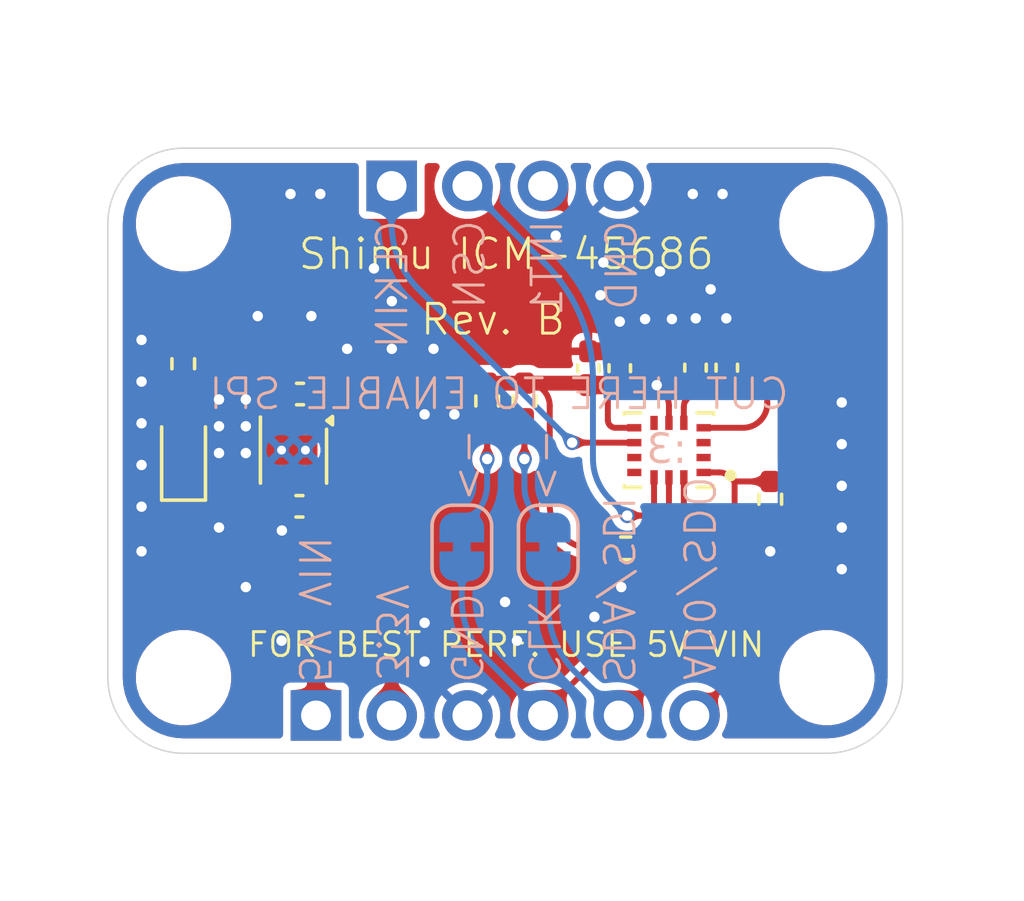
<source format=kicad_pcb>
(kicad_pcb (version 20241229) (generator "pcbnew") (generator_version "9.0")
  (title_block (title "Shimu ICM-45686 DUAL INTERFACE") (date "2025-10-21") (rev "B"))
  (layers (0 "F.Cu" signal) (4 "In1.Cu" power) (6 "In2.Cu" power) (2 "B.Cu" signal) (13 "F.Paste" user) (15 "B.Paste" user) (5 "F.SilkS" user "F.Silkscreen") (7 "B.SilkS" user "B.Silkscreen") (1 "F.Mask" user) (3 "B.Mask" user) (25 "Edge.Cuts" user))
  (net 0 "")
  (net 1 "+5V")
  (net 2 "GND")
  (net 3 "+3V3")
  (net 4 "Net-(D1-A)")
  (net 5 "/AD0{slash}SDO")
  (net 6 "/SDA{slash}SDI")
  (net 7 "/SCLK")
  (net 8 "/~{CS}")
  (net 9 "/INT1")
  (net 10 "/CLKIN")
  (net 11 "Net-(JP1-B)")
  (net 12 "Net-(JP2-B)")
  (footprint "Connector_PinHeader_2.54mm:PinHeader_1x06_P2.54mm_Vertical" (layer "F.Cu") (at 130.355 83.01 90)
    (property "Reference" "J1" (hide yes))
    (property "Value" "Conn_01x06_Pin")
  )
  (footprint "Capacitor_SMD:C_0402_1005Metric_Pad0.74x0.62mm_HandSolder" (layer "F.Cu") (at 139.5 71.35 90)
    (property "Reference" "C5" (hide yes))
    (property "Value" "0.1u")
  )
  (footprint "MountingHole:MountingHole_2.7mm_M2.5" (layer "F.Cu") (at 147.5 66.5)
    (property "Reference" "H2" (hide yes))
    (property "Value" "MountingHole")
  )
  (footprint "Capacitor_SMD:C_0402_1005Metric_Pad0.74x0.62mm_HandSolder" (layer "F.Cu") (at 144.141914 71.3325 90)
    (property "Reference" "C4" (hide yes))
    (property "Value" "0.1u")
  )
  (footprint "Resistor_SMD:R_0402_1005Metric_Pad0.72x0.64mm_HandSolder" (layer "F.Cu") (at 125.9 71.2 -90)
    (property "Reference" "R5" (hide yes))
    (property "Value" "220")
  )
  (footprint "Capacitor_SMD:C_0402_1005Metric_Pad0.74x0.62mm_HandSolder" (layer "F.Cu") (at 129.82 72.2175 180)
    (property "Reference" "C2" (hide yes))
    (property "Value" "1u")
  )
  (footprint "Resistor_SMD:R_0402_1005Metric_Pad0.72x0.64mm_HandSolder" (layer "F.Cu") (at 136.1 72.45 90)
    (property "Reference" "R2" (hide yes))
    (property "Value" "10k")
  )
  (footprint "Resistor_SMD:R_0402_1005Metric_Pad0.72x0.64mm_HandSolder" (layer "F.Cu") (at 145.6 75.75 -90)
    (property "Reference" "R4" (hide yes))
    (property "Value" "10k")
  )
  (footprint "MountingHole:MountingHole_2.7mm_M2.5" (layer "F.Cu") (at 125.91 66.5)
    (property "Reference" "H1" (hide yes))
    (property "Value" "MountingHole")
  )
  (footprint "Capacitor_SMD:C_0402_1005Metric_Pad0.74x0.62mm_HandSolder" (layer "F.Cu") (at 129.8 75.9875 180)
    (property "Reference" "C1" (hide yes))
    (property "Value" "1u")
  )
  (footprint "Resistor_SMD:R_0402_1005Metric_Pad0.72x0.64mm_HandSolder" (layer "F.Cu") (at 137.35 72.45 -90)
    (property "Reference" "R1" (hide yes))
    (property "Value" "10k")
  )
  (footprint "Fiducial:Fiducial_0.75mm_Mask1.5mm" (layer "F.Cu") (at 147.5 70.6)
    (property "Reference" "FID1" (hide yes))
    (property "Value" "Fiducial")
  )
  (footprint "MountingHole:MountingHole_2.7mm_M2.5" (layer "F.Cu") (at 125.91 81.74)
    (property "Reference" "H3" (hide yes))
    (property "Value" "MountingHole")
  )
  (footprint "Fiducial:Fiducial_0.75mm_Mask1.5mm" (layer "F.Cu") (at 125.9 77.7)
    (property "Reference" "FID2" (hide yes))
    (property "Value" "Fiducial")
  )
  (footprint "Capacitor_SMD:C_0402_1005Metric_Pad0.74x0.62mm_HandSolder" (layer "F.Cu") (at 140.55 71.35 90)
    (property "Reference" "C6" (hide yes))
    (property "Value" "0.1u")
  )
  (footprint "LED_SMD:LED_0603_1608Metric_Pad1.05x0.95mm_HandSolder" (layer "F.Cu") (at 125.91 74.12 90)
    (property "Reference" "D1" (hide yes))
    (property "Value" "PNK")
  )
  (footprint "MountingHole:MountingHole_2.7mm_M2.5" (layer "F.Cu") (at 147.5 81.74)
    (property "Reference" "H4" (hide yes))
    (property "Value" "MountingHole")
  )
  (footprint "Connector_PinHeader_2.54mm:PinHeader_1x04_P2.54mm_Vertical" (layer "F.Cu") (at 132.895 65.23 90)
    (property "Reference" "J2" (hide yes))
    (property "Value" "Conn_01x04_Pin")
  )
  (footprint "Package_SON:WSON-6-1EP_2x2mm_P0.65mm_EP1x1.6mm" (layer "F.Cu") (at 129.6 74.1 -90)
    (property "Reference" "U1" (hide yes))
    (property "Value" "TLV75533PDRV")
  )
  (footprint "ICM_45686:IC_ICM-45686" (layer "F.Cu") (at 142.2 74.1 180)
    (property "Reference" "U2" (hide yes))
    (property "Value" "ICM-45686")
  )
  (footprint "Capacitor_SMD:C_0402_1005Metric_Pad0.74x0.62mm_HandSolder" (layer "F.Cu") (at 143.091914 71.3325 90)
    (property "Reference" "C3" (hide yes))
    (property "Value" "0.1u")
  )
  (footprint "Resistor_SMD:R_0402_1005Metric_Pad0.72x0.64mm_HandSolder" (layer "F.Cu") (at 140.75 77.4 180)
    (property "Reference" "R3" (hide yes))
    (property "Value" "10k")
  )
  (footprint "Jumper:SolderJumper-2_P1.3mm_Bridged_RoundedPad1.0x1.5mm" (layer "B.Cu") (at 135.25 77.35 90)
    (property "Reference" "JP2" (hide yes))
    (property "Value" "SolderJumper_2_Bridged")
  )
  (footprint "Jumper:SolderJumper-2_P1.3mm_Bridged_RoundedPad1.0x1.5mm" (layer "B.Cu") (at 138.15 77.35 90)
    (property "Reference" "JP1" (hide yes))
    (property "Value" "SolderJumper_2_Bridged")
  )
  (gr_line (start 147.5 63.96) (end 125.91 63.96) (stroke (width 0.05)) (layer "Edge.Cuts"))
  (gr_arc (start 150.04 81.74) (mid 149.296051 83.536051) (end 147.5 84.28) (stroke (width 0.05)) (layer "Edge.Cuts"))
  (gr_arc (start 147.5 63.96) (mid 149.296051 64.703949) (end 150.04 66.5) (stroke (width 0.05)) (layer "Edge.Cuts"))
  (gr_arc (start 125.91 84.28) (mid 124.113949 83.536051) (end 123.37 81.74) (stroke (width 0.05)) (layer "Edge.Cuts"))
  (gr_arc (start 123.37 66.5) (mid 124.113949 64.703949) (end 125.91 63.96) (stroke (width 0.05)) (layer "Edge.Cuts"))
  (gr_line (start 150.04 81.74) (end 150.04 66.5) (stroke (width 0.05)) (layer "Edge.Cuts"))
  (gr_line (start 125.91 84.28) (end 147.5 84.28) (stroke (width 0.05)) (layer "Edge.Cuts"))
  (gr_line (start 123.37 66.5) (end 123.37 81.74) (stroke (width 0.05)) (layer "Edge.Cuts"))
  (gr_text "Rev. B" (at 133.8 70.3 0) (layer "F.SilkS") (effects (font (size 1 1) (thickness 0.1)) (justify left bottom)))
  (gr_text "Shimu ICM-45686" (at 129.7 68.1 0) (layer "F.SilkS") (effects (font (size 1 1) (thickness 0.1)) (justify left bottom)))
  (gr_text "FOR BEST PERF. USE 5V VIN" (at 128 81.1 0) (layer "F.SilkS") (effects (font (size 0.8 0.8) (thickness 0.1) (bold yes)) (justify left bottom)))
  (gr_text "GND" (at 134.8 82 270) (layer "B.SilkS") (effects (font (size 1 1) (thickness 0.1)) (justify left bottom mirror)))
  (gr_text "GND" (at 141.2 66.3 90) (layer "B.SilkS") (effects (font (size 1 1) (thickness 0.1)) (justify left bottom mirror)))
  (gr_text "SDA/SDI" (at 139.9 82 270) (layer "B.SilkS") (effects (font (size 1 1) (thickness 0.1)) (justify left bottom mirror)))
  (gr_text "CUT HERE TO ENABLE SPI" (at 146.3 72.8 0) (layer "B.SilkS") (effects (font (size 1 1) (thickness 0.1)) (justify left bottom mirror)))
  (gr_text "CSN" (at 136.1 66.3 90) (layer "B.SilkS") (effects (font (size 1 1) (thickness 0.1)) (justify left bottom mirror)))
  (gr_text "->" (at 136 73.3 90) (layer "B.SilkS") (effects (font (size 1 1) (thickness 0.1)) (justify left bottom mirror)))
  (gr_text "CLK\n" (at 137.4 82 270) (layer "B.SilkS") (effects (font (size 1 1) (thickness 0.1)) (justify left bottom mirror)))
  (gr_text "->" (at 138.6 73.3 90) (layer "B.SilkS") (effects (font (size 1 1) (thickness 0.1)) (justify left bottom mirror)))
  (gr_text "3.3V\n" (at 132.3 81.9 270) (layer "B.SilkS") (effects (font (size 1 1) (thickness 0.1)) (justify left bottom mirror)))
  (gr_text ":3" (at 142.8 74.7 0) (layer "B.SilkS") (effects (font (size 1 1) (thickness 0.1)) (justify left bottom mirror)))
  (gr_text "CLKIN\n" (at 133.5 66.3 90) (layer "B.SilkS") (effects (font (size 1 1) (thickness 0.1)) (justify left bottom mirror)))
  (gr_text "AD0/SDO" (at 142.6 81.9 270) (layer "B.SilkS") (effects (font (size 1 1) (thickness 0.1)) (justify left bottom mirror)))
  (gr_text "INT1" (at 138.7 66.3 90) (layer "B.SilkS") (effects (font (size 1 1) (thickness 0.1)) (justify left bottom mirror)))
  (gr_text "5V VIN" (at 129.7 82 270) (layer "B.SilkS") (effects (font (size 1 1) (thickness 0.1)) (justify left bottom mirror)))
  (segment (start 130.355 78.432129) (end 130.355 78.431641) (width 0.6) (layer "F.Cu") (net 1))
  (segment (start 130.355 78.195556) (end 130.355 78.192382) (width 0.6) (layer "F.Cu") (net 1))
  (segment (start 130.355 79.71515) (end 130.355 79.715759) (width 0.6) (layer "F.Cu") (net 1))
  (segment (start 130.355 80.918942) (end 130.355 80.920895) (width 0.6) (layer "F.Cu") (net 1))
  (segment (start 130.355 79.398133) (end 130.355 79.397461) (width 0.6) (layer "F.Cu") (net 1))
  (segment (start 130.355 80.892331) (end 130.355 80.897519) (width 0.6) (layer "F.Cu") (net 1))
  (segment (start 130.355 79.031737) (end 130.355 79.032714) (width 0.6) (layer "F.Cu") (net 1))
  (segment (start 130.355 78.974853) (end 130.355 78.975341) (width 0.6) (layer "F.Cu") (net 1))
  (segment (start 130.355 79.585876) (end 130.355 79.585998) (width 0.6) (layer "F.Cu") (net 1))
  (segment (start 130.355 77.887206) (end 130.355 77.888183) (width 0.6) (layer "F.Cu") (net 1))
  (segment (start 130.355 80.13281) (end 130.355 80.138669) (width 0.6) (layer "F.Cu") (net 1))
  (segment (start 130.355 79.26953) (end 130.355 79.272216) (width 0.6) (layer "F.Cu") (net 1))
  (segment (start 130.355 79.240659) (end 130.355 79.240476) (width 0.6) (layer "F.Cu") (net 1))
  (segment (start 130.355 79.245785) (end 130.355 79.246394) (width 0.6) (layer "F.Cu") (net 1))
  (segment (start 130.355 79.058593) (end 130.355 79.066405) (width 0.6) (layer "F.Cu") (net 1))
  (segment (start 130.355 79.252989) (end 130.355 79.253599) (width 0.6) (layer "F.Cu") (net 1))
  (segment (start 130.355 76.787819) (end 130.355 76.829076) (width 0.6) (layer "F.Cu") (net 1))
  (segment (start 130.355 78.110593) (end 130.355 78.113034) (width 0.6) (layer "F.Cu") (net 1))
  (segment (start 130.355 79.297851) (end 130.355 79.299803) (width 0.6) (layer "F.Cu") (net 1))
  (segment (start 130.355 78.649719) (end 130.355 78.649353) (width 0.6) (layer "F.Cu") (net 1))
  (segment (start 130.355 78.246093) (end 130.355 78.265625) (width 0.6) (layer "F.Cu") (net 1))
  (segment (start 130.355 79.03076) (end 130.355 79.031737) (width 0.6) (layer "F.Cu") (net 1))
  (segment (start 130.355 79.324401) (end 130.355 79.32672) (width 0.6) (layer "F.Cu") (net 1))
  (segment (start 130.355 79.042968) (end 130.355 79.050781) (width 0.6) (layer "F.Cu") (net 1))
  (segment (start 130.355 77.790039) (end 130.355 77.806641) (width 0.6) (layer "F.Cu") (net 1))
  (segment (start 130.355 78.08984) (end 130.355 78.097653) (width 0.6) (layer "F.Cu") (net 1))
  (segment (start 130.355 79.846434) (end 130.355 79.846922) (width 0.6) (layer "F.Cu") (net 1))
  (segment (start 130.355 79.025388) (end 130.355 79.023923) (width 0.6) (layer "F.Cu") (net 1))
  (segment (start 130.355 79.88324) (end 130.355 79.884034) (width 0.6) (layer "F.Cu") (net 1))
  (segment (start 130.355 78.421875) (end 130.355 78.431641) (width 0.6) (layer "F.Cu") (net 1))
  (segment (start 130.355 78.835876) (end 130.355 78.82373) (width 0.6) (layer "F.Cu") (net 1))
  (segment (start 130.355 79.100035) (end 130.355 79.100157) (width 0.6) (layer "F.Cu") (net 1))
  (segment (start 130.355 79.304197) (end 130.355 79.303709) (width 0.6) (layer "F.Cu") (net 1))
  (segment (start 130.355 79.720703) (end 130.355 79.724853) (width 0.6) (layer "F.Cu") (net 1))
  (segment (start 130.355 79.214109) (end 130.355 79.214598) (width 0.6) (layer "F.Cu") (net 1))
  (segment (start 130.355 80.307616) (end 130.355 80.328124) (width 0.6) (layer "F.Cu") (net 1))
  (segment (start 130.355 78.78613) (end 130.355 78.788083) (width 0.6) (layer "F.Cu") (net 1))
  (segment (start 130.355 79.250732) (end 130.355 79.250549) (width 0.6) (layer "F.Cu") (net 1))
  (segment (start 130.355 79.260497) (end 130.355 79.260985) (width 0.6) (layer "F.Cu") (net 1))
  (segment (start 130.355 77.647217) (end 130.355 77.667969) (width 0.6) (layer "F.Cu") (net 1))
  (segment (start 130.355 79.249571) (end 130.355 79.249693) (width 0.6) (layer "F.Cu") (net 1))
  (segment (start 130.355 79.534239) (end 130.355 79.534849) (width 0.6) (layer "F.Cu") (net 1))
  (segment (start 130.355 79.841123) (end 130.355 79.839779) (width 0.6) (layer "F.Cu") (net 1))
  (segment (start 130.355 79.213621) (end 130.355 79.214109) (width 0.6) (layer "F.Cu") (net 1))
  (segment (start 130.355 79.098876) (end 130.355 79.099364) (width 0.6) (layer "F.Cu") (net 1))
  (segment (start 130.355 80.381835) (end 130.355 80.383727) (width 0.6) (layer "F.Cu") (net 1))
  (segment (start 130.355 79.385739) (end 130.355 79.387692) (width 0.6) (layer "F.Cu") (net 1))
  (segment (start 130.355 79.084653) (end 130.355 79.087216) (width 0.6) (layer "F.Cu") (net 1))
  (segment (start 130.355 80.348631) (end 130.355 80.350584) (width 0.6) (layer "F.Cu") (net 1))
  (segment (start 130.355 79.42578) (end 130.355 79.433591) (width 0.6) (layer "F.Cu") (net 1))
  (segment (start 130.355 78.779783) (end 130.355 78.782957) (width 0.6) (layer "F.Cu") (net 1))
  (segment (start 130.355 79.287779) (end 130.355 79.288145) (width 0.6) (layer "F.Cu") (net 1))
  (segment (start 130.355 81.130371) (end 130.355 81.141113) (width 0.6) (layer "F.Cu") (net 1))
  (segment (start 130.355 79.850645) (end 130.355 79.851255) (width 0.6) (layer "F.Cu") (net 1))
  (segment (start 130.355 79.188475) (end 130.355 79.187254) (width 0.6) (layer "F.Cu") (net 1))
  (segment (start 130.355 79.703795) (end 130.355 79.704649) (width 0.6) (layer "F.Cu") (net 1))
  (segment (start 130.355 77.996091) (end 130.355 78.003904) (width 0.6) (layer "F.Cu") (net 1))
  (segment (start 130.355 78.605224) (end 130.355 78.607665) (width 0.6) (layer "F.Cu") (net 1))
  (segment (start 130.355 79.837216) (end 130.355 79.839779) (width 0.6) (layer "F.Cu") (net 1))
  (segment (start 130.355 78.649842) (end 130.355 78.649965) (width 0.6) (layer "F.Cu") (net 1))
  (segment (start 130.355 78.614502) (end 130.355 78.61499) (width 0.6) (layer "F.Cu") (net 1))
  (segment (start 130.355 79.399965) (end 130.355 79.400147) (width 0.6) (layer "F.Cu") (net 1))
  (segment (start 130.355 80.613766) (end 130.355 80.619137) (width 0.6) (layer "F.Cu") (net 1))
  (segment (start 130.355 79.231871) (end 130.355 79.231993) (width 0.6) (layer "F.Cu") (net 1))
  (segment (start 130.355 79.538083) (end 130.355 79.540036) (width 0.6) (layer "F.Cu") (net 1))
  (segment (start 130.355 77.947264) (end 130.355 77.920409) (width 0.6) (layer "F.Cu") (net 1))
  (segment (start 130.355 79.714541) (end 130.355 79.713869) (width 0.6) (layer "F.Cu") (net 1))
  (segment (start 130.355 79.263426) (end 130.355 79.264402) (width 0.6) (layer "F.Cu") (net 1))
  (segment (start 130.355 79.441402) (end 130.355 79.449214) (width 0.6) (layer "F.Cu") (net 1))
  (segment (start 130.355 79.268125) (end 130.355 79.268248) (width 0.6) (layer "F.Cu") (net 1))
  (segment (start 130.355 79.206052) (end 130.355 79.208007) (width 0.6) (layer "F.Cu") (net 1))
  (segment (start 130.355 80.386963) (end 130.355 80.386413) (width 0.6) (layer "F.Cu") (net 1))
  (segment (start 130.355 80.117186) (end 130.355 80.119139) (width 0.6) (layer "F.Cu") (net 1))
  (segment (start 130.355 79.274656) (end 130.355 79.277341) (width 0.6) (layer "F.Cu") (net 1))
  (segment (start 130.355 79.532957) (end 130.355 79.534239) (width 0.6) (layer "F.Cu") (net 1))
  (segment (start 130.355 79.76367) (end 130.355 79.758787) (width 0.6) (layer "F.Cu") (net 1))
  (segment (start 130.355 79.288755) (end 130.355 79.289365) (width 0.6) (layer "F.Cu") (net 1))
  (segment (start 130.355 78.794491) (end 130.355 78.793942) (width 0.6) (layer "F.Cu") (net 1))
  (segment (start 130.355 79.151367) (end 130.355 79.148132) (width 0.6) (layer "F.Cu") (net 1))
  (segment (start 130.355 78.515625) (end 130.355 78.546875) (width 0.6) (layer "F.Cu") (net 1))
  (segment (start 130.355 81.666748) (end 130.355 81.833252) (width 0.6) (layer "F.Cu") (net 1))
  (segment (start 130.355 79.387692) (end 130.355 79.389645) (width 0.6) (layer "F.Cu") (net 1))
  (segment (start 130.355 77.886229) (end 130.355 77.887206) (width 0.6) (layer "F.Cu") (net 1))
  (segment (start 130.355 79.408631) (end 130.355 79.407471) (width 0.6) (layer "F.Cu") (net 1))
  (segment (start 130.355 76.22372) (end 130.355 76.285115) (width 0.6) (layer "F.Cu") (net 1))
  (segment (start 130.355 78.285156) (end 130.355 78.304687) (width 0.6) (layer "F.Cu") (net 1))
  (segment (start 130.355 78.775143) (end 130.355 78.779294) (width 0.6) (layer "F.Cu") (net 1))
  (segment (start 130.355 80.057129) (end 130.355 80.067871) (width 0.6) (layer "F.Cu") (net 1))
  (segment (start 130.355 79.239011) (end 130.355 79.2395) (width 0.6) (layer "F.Cu") (net 1))
  (segment (start 130.355 78.928221) (end 130.355 78.930174) (width 0.6) (layer "F.Cu") (net 1))
  (segment (start 130.355 79.288145) (end 130.355 79.288755) (width 0.6) (layer "F.Cu") (net 1))
  (segment (start 130.355 77.082764) (end 130.355 77.083252) (width 0.6) (layer "F.Cu") (net 1))
  (segment (start 130.355 78.88159) (end 130.355 78.868406) (width 0.6) (layer "F.Cu") (net 1))
  (segment (start 130.355 77.49902) (end 130.355 77.500975) (width 0.6) (layer "F.Cu") (net 1))
  (segment (start 130.355 78.412109) (end 130.355 78.410156) (width 0.6) (layer "F.Cu") (net 1))
  (segment (start 130.355 78.658631) (end 130.355 78.657471) (width 0.6) (layer "F.Cu") (net 1))
  (segment (start 130.355 79.706053) (end 130.355 79.708007) (width 0.6) (layer "F.Cu") (net 1))
  (segment (start 130.355 78.100278) (end 130.355 78.102842) (width 0.6) (layer "F.Cu") (net 1))
  (segment (start 130.355 81.166992) (end 130.355 81.141113) (width 0.6) (layer "F.Cu") (net 1))
  (segment (start 130.355 80.115233) (end 130.355 80.117186) (width 0.6) (layer "F.Cu") (net 1))
  (segment (start 130.355 78.361326) (end 130.355 78.357419) (width 0.6) (layer "F.Cu") (net 1))
  (segment (start 130.355 80.924314) (end 130.355 80.920895) (width 0.6) (layer "F.Cu") (net 1))
  (segment (start 130.355 78.149412) (end 130.355 78.151365) (width 0.6) (layer "F.Cu") (net 1))
  (segment (start 130.355 79.285888) (end 130.355 79.286376) (width 0.6) (layer "F.Cu") (net 1))
  (segment (start 130.355 78.959961) (end 130.355 78.961915) (width 0.6) (layer "F.Cu") (net 1))
  (segment (start 130.355 79.17749) (end 130.355 79.177978) (width 0.6) (layer "F.Cu") (net 1))
  (segment (start 130.355 80.130369) (end 130.355 80.13281) (width 0.6) (layer "F.Cu") (net 1))
  (segment (start 130.355 80.425779) (end 130.355 80.427732) (width 0.6) (layer "F.Cu") (net 1))
  (segment (start 130.355 79.221252) (end 130.355 79.221373) (width 0.6) (layer "F.Cu") (net 1))
  (segment (start 130.355 78.724607) (end 130.355 78.726072) (width 0.6) (layer "F.Cu") (net 1))
  (segment (start 130.355 79.592528) (end 130.355 79.605467) (width 0.6) (layer "F.Cu") (net 1))
  (segment (start 130.355 79.084653) (end 130.355 79.082029) (width 0.6) (layer "F.Cu") (net 1))
  (segment (start 130.355 80.393007) (end 130.355 80.393128) (width 0.6) (layer "F.Cu") (net 1))
  (segment (start 130.355 78.728024) (end 130.355 78.730465) (width 0.6) (layer "F.Cu") (net 1))
  (segment (start 130.355 80.91113) (end 130.355 80.913083) (width 0.6) (layer "F.Cu") (net 1))
  (segment (start 130.355 77.832031) (end 130.355 77.841308) (width 0.6) (layer "F.Cu") (net 1))
  (segment (start 130.355 79.210633) (end 130.355 79.211243) (width 0.6) (layer "F.Cu") (net 1))
  (segment (start 130.355 79.545346) (end 130.355 79.546201) (width 0.6) (layer "F.Cu") (net 1))
  (segment (start 130.355 80.195313) (end 130.355 80.214845) (width 0.6) (layer "F.Cu") (net 1))
  (segment (start 130.355 79.257504) (end 130.355 79.256833) (width 0.6) (layer "F.Cu") (net 1))
  (segment (start 130.355 79.250427) (end 130.355 79.250549) (width 0.6) (layer "F.Cu") (net 1))
  (segment (start 130.355 78.658873) (end 130.355 78.660216) (width 0.6) (layer "F.Cu") (net 1))
  (segment (start 130.355 79.696348) (end 130.355 79.699156) (width 0.6) (layer "F.Cu") (net 1))
  (segment (start 130.355 78.913876) (end 130.355 78.907468) (width 0.6) (layer "F.Cu") (net 1))
  (segment (start 130.355 80.111816) (end 130.355 80.114745) (width 0.6) (layer "F.Cu") (net 1))
  (segment (start 130.355 79.32074) (end 130.355 79.321534) (width 0.6) (layer "F.Cu") (net 1))
  (segment (start 130.355 79.787108) (end 130.355 79.787597) (width 0.6) (layer "F.Cu") (net 1))
  (segment (start 130.355 79.135986) (end 130.355 79.136901) (width 0.6) (layer "F.Cu") (net 1))
  (segment (start 130.355 79.870116) (end 130.355 79.874023) (width 0.6) (layer "F.Cu") (net 1))
  (segment (start 130.355 79.374754) (end 130.355 79.375975) (width 0.6) (layer "F.Cu") (net 1))
  (segment (start 130.355 80.128417) (end 130.355 80.129393) (width 0.6) (layer "F.Cu") (net 1))
  (segment (start 130.355 79.227782) (end 130.355 79.230467) (width 0.6) (layer "F.Cu") (net 1))
  (segment (start 130.355 82.333313) (end 130.355 82.62) (width 0.6) (layer "F.Cu") (net 1))
  (segment (start 130.355 80.909177) (end 130.355 80.91113) (width 0.6) (layer "F.Cu") (net 1))
  (segment (start 130.355 80.853269) (end 130.355 80.852781) (width 0.6) (layer "F.Cu") (net 1))
  (segment (start 130.355 78.946348) (end 130.355 78.949156) (width 0.6) (layer "F.Cu") (net 1))
  (segment (start 130.355 79.402098) (end 130.355 79.403074) (width 0.6) (layer "F.Cu") (net 1))
  (segment (start 130.355 79.032714) (end 130.355 79.033202) (width 0.6) (layer "F.Cu") (net 1))
  (segment (start 130.355 78.130857) (end 130.355 78.132811) (width 0.6) (layer "F.Cu") (net 1))
  (segment (start 130.355 81.666748) (end 130.355 81.604248) (width 0.6) (layer "F.Cu") (net 1))
  (segment (start 130.355 77.084716) (end 130.355 77.10504) (width 0.6) (layer "F.Cu") (net 1))
  (segment (start 130.355 80.111816) (end 130.355 80.106933) (width 0.6) (layer "F.Cu") (net 1))
  (segment (start 130.355 79.283934) (end 130.355 79.284422) (width 0.6) (layer "F.Cu") (net 1))
  (segment (start 130.355 77.667969) (end 130.355 77.688721) (width 0.6) (layer "F.Cu") (net 1))
  (segment (start 130.355 80.431639) (end 130.355 80.435545) (width 0.6) (layer "F.Cu") (net 1))
  (segment (start 130.355 79.192381) (end 130.355 79.193846) (width 0.6) (layer "F.Cu") (net 1))
  (segment (start 130.355 79.841123) (end 130.355 79.841245) (width 0.6) (layer "F.Cu") (net 1))
  (segment (start 130.355 79.854489) (end 130.355 79.856442) (width 0.6) (layer "F.Cu") (net 1))
  (segment (start 130.355 78.151365) (end 130.355 78.153318) (width 0.6) (layer "F.Cu") (net 1))
  (segment (start 130.355 79.167663) (end 130.355 79.170958) (width 0.6) (layer "F.Cu") (net 1))
  (segment (start 130.355 79.042968) (end 130.355 79.040527) (width 0.6) (layer "F.Cu") (net 1))
  (segment (start 130.355 79.36499) (end 130.355 79.365478) (width 0.6) (layer "F.Cu") (net 1))
  (segment (start 130.355 79.932312) (end 130.355 79.942688) (width 0.6) (layer "F.Cu") (net 1))
  (segment (start 130.355 80.346678) (end 130.355 80.343016) (width 0.6) (layer "F.Cu") (net 1))
  (segment (start 130.355 78.658752) (end 130.355 78.658873) (width 0.6) (layer "F.Cu") (net 1))
  (segment (start 130.355 80.435545) (end 130.355 80.436521) (width 0.6) (layer "F.Cu") (net 1))
  (segment (start 130.355 78.970214) (end 130.355 78.970703) (width 0.6) (layer "F.Cu") (net 1))
  (segment (start 130.355 78.021481) (end 130.355 78.011717) (width 0.6) (layer "F.Cu") (net 1))
  (segment (start 130.355 80.913083) (end 130.355 80.915036) (width 0.6) (layer "F.Cu") (net 1))
  (segment (start 130.355 78.61499) (end 130.355 78.615478) (width 0.6) (layer "F.Cu") (net 1))
  (segment (start 130.355 80.709959) (end 130.355 80.693357) (width 0.6) (layer "F.Cu") (net 1))
  (segment (start 130.355 79.469236) (end 130.355 79.470701) (width 0.6) (layer "F.Cu") (net 1))
  (segment (start 130.355 79.348633) (end 130.355 79.351868) (width 0.6) (layer "F.Cu") (net 1))
  (segment (start 130.355 79.644529) (end 130.355 79.657468) (width 0.6) (layer "F.Cu") (net 1))
  (segment (start 130.355 79.01367) (end 130.355 79.019529) (width 0.6) (layer "F.Cu") (net 1))
  (segment (start 130.355 78.645507) (end 130.355 78.647461) (width 0.6) (layer "F.Cu") (net 1))
  (segment (start 130.355 76.70334) (end 130.355 76.611986) (width 0.6) (layer "F.Cu") (net 1))
  (segment (start 130.355 76.831042) (end 130.355 76.833008) (width 0.6) (layer "F.Cu") (net 1))
  (segment (start 130.355 81.063476) (end 130.355 81.104492) (width 0.6) (layer "F.Cu") (net 1))
  (segment (start 130.355 79.135498) (end 130.355 79.135986) (width 0.6) (layer "F.Cu") (net 1))
  (segment (start 130.355 79.287535) (end 130.355 79.287352) (width 0.6) (layer "F.Cu") (net 1))
  (segment (start 130.355 79.14154) (end 130.355 79.13922) (width 0.6) (layer "F.Cu") (net 1))
  (segment (start 130.355 79.901123) (end 130.355 79.911377) (width 0.6) (layer "F.Cu") (net 1))
  (segment (start 130.355 78.782957) (end 130.355 78.784239) (width 0.6) (layer "F.Cu") (net 1))
  (segment (start 130.355 77.848143) (end 130.355 77.854978) (width 0.6) (layer "F.Cu") (net 1))
  (segment (start 130.355 79.744141) (end 130.355 79.735595) (width 0.6) (layer "F.Cu") (net 1))
  (segment (start 130.355 77.08374) (end 130.355 77.084228) (width 0.6) (layer "F.Cu") (net 1))
  (segment (start 130.355 77.584961) (end 130.355 77.586915) (width 0.6) (layer "F.Cu") (net 1))
  (segment (start 130.355 77.062317) (end 130.355 77.082764) (width 0.6) (layer "F.Cu") (net 1))
  (segment (start 130.355 79.198239) (end 130.355 79.200192) (width 0.6) (layer "F.Cu") (net 1))
  (segment (start 130.355 77.497065) (end 130.355 77.477535) (width 0.6) (layer "F.Cu") (net 1))
  (segment (start 130.355 79.921936) (end 130.355 79.932312) (width 0.6) (layer "F.Cu") (net 1))
  (segment (start 130.355 78.369627) (end 130.355 78.370604) (width 0.6) (layer "F.Cu") (net 1))
  (segment (start 130.355 81.229492) (end 130.355 81.250244) (width 0.6) (layer "F.Cu") (net 1))
  (segment (start 130.355 78.691402) (end 130.355 78.699213) (width 0.6) (layer "F.Cu") (net 1))
  (segment (start 130.355 77.869139) (end 130.355 77.880858) (width 0.6) (layer "F.Cu") (net 1))
  (segment (start 130.355 79.131164) (end 130.355 79.13324) (width 0.6) (layer "F.Cu") (net 1))
  (segment (start 130.355 79.866697) (end 130.355 79.866209) (width 0.6) (layer "F.Cu") (net 1))
  (segment (start 130.355 79.457027) (end 130.355 79.459469) (width 0.6) (layer "F.Cu") (net 1))
  (segment (start 130.355 79.050781) (end 130.355 79.058593) (width 0.6) (layer "F.Cu") (net 1))
  (segment (start 130.355 80.811277) (end 130.355 80.832029) (width 0.6) (layer "F.Cu") (net 1))
  (segment (start 130.355 80.253905) (end 130.355 80.273435) (width 0.6) (layer "F.Cu") (net 1))
  (segment (start 130.355 79.408752) (end 130.355 79.408873) (width 0.6) (layer "F.Cu") (net 1))
  (segment (start 130.355 79.299803) (end 130.355 79.301756) (width 0.6) (layer "F.Cu") (net 1))
  (segment (start 130.355 79.098388) (end 130.355 79.098876) (width 0.6) (layer "F.Cu") (net 1))
  (segment (start 130.355 79.208007) (end 130.355 79.209961) (width 0.6) (layer "F.Cu") (net 1))
  (segment (start 130.355 80.873044) (end 130.355 80.873532) (width 0.6) (layer "F.Cu") (net 1))
  (segment (start 130.355 79.094969) (end 130.355 79.095946) (width 0.6) (layer "F.Cu") (net 1))
  (segment (start 130.355 79.404052) (end 130.355 79.405029) (width 0.6) (layer "F.Cu") (net 1))
  (segment (start 130.355 78.855467) (end 130.355 78.868406) (width 0.6) (layer "F.Cu") (net 1))
  (segment (start 130.355 79.53613) (end 130.355 79.535459) (width 0.6) (layer "F.Cu") (net 1))
  (segment (start 130.355 78.369627) (end 130.355 78.367186) (width 0.6) (layer "F.Cu") (net 1))
  (segment (start 130.355 78.633786) (end 130.355 78.633298) (width 0.6) (layer "F.Cu") (net 1))
  (segment (start 130.355 79.892333) (end 130.355 79.894775) (width 0.6) (layer "F.Cu") (net 1))
  (segment (start 130.355 79.544491) (end 130.355 79.543942) (width 0.6) (layer "F.Cu") (net 1))
  (segment (start 130.355 80.123046) (end 130.355 80.126952) (width 0.6) (layer "F.Cu") (net 1))
  (segment (start 130.355 78.588623) (end 130.355 78.598877) (width 0.6) (layer "F.Cu") (net 1))
  (segment (start 130.355 79.019529) (end 130.355 79.021971) (width 0.6) (layer "F.Cu") (net 1))
  (segment (start 130.355 77.85742) (end 130.355 77.854978) (width 0.6) (layer "F.Cu") (net 1))
  (segment (start 130.355 78.720701) (end 130.355 78.719236) (width 0.6) (layer "F.Cu") (net 1))
  (segment (start 130.355 76.70334) (end 130.355 76.787819) (width 0.6) (layer "F.Cu") (net 1))
  (segment (start 130.355 79.13501) (end 130.355 79.135498) (width 0.6) (layer "F.Cu") (net 1))
  (segment (start 130.355 80.450192) (end 130.355 80.455075) (width 0.6) (layer "F.Cu") (net 1))
  (segment (start 130.355 79.864256) (end 130.355 79.866209) (width 0.6) (layer "F.Cu") (net 1))
  (segment (start 130.355 80.367186) (end 130.355 80.369139) (width 0.6) (layer "F.Cu") (net 1))
  (segment (start 130.355 79.49609) (end 130.355 79.500973) (width 0.6) (layer "F.Cu") (net 1))
  (segment (start 130.355 82.000061) (end 130.355 82.166687) (width 0.6) (layer "F.Cu") (net 1))
  (segment (start 130.355 80.513665) (end 130.355 80.517573) (width 0.6) (layer "F.Cu") (net 1))
  (segment (start 130.355 79.227782) (end 130.355 79.22534) (width 0.6) (layer "F.Cu") (net 1))
  (segment (start 130.355 77.85742) (end 130.355 77.869139) (width 0.6) (layer "F.Cu") (net 1))
  (segment (start 130.355 79.706053) (end 130.355 79.705503) (width 0.6) (layer "F.Cu") (net 1))
  (segment (start 130.355 80.097655) (end 130.355 80.099609) (width 0.6) (layer "F.Cu") (net 1))
  (segment (start 130.355 80.448239) (end 130.355 80.450192) (width 0.6) (layer "F.Cu") (net 1))
  (segment (start 130.355 79.847898) (end 130.355 79.848387) (width 0.6) (layer "F.Cu") (net 1))
  (segment (start 130.355 80.129393) (end 130.355 80.130369) (width 0.6) (layer "F.Cu") (net 1))
  (segment (start 130.355 79.862303) (end 130.355 79.864256) (width 0.6) (layer "F.Cu") (net 1))
  (segment (start 130.355 78.583435) (end 130.355 78.583557) (width 0.6) (layer "F.Cu") (net 1))
  (segment (start 130.355 78.396483) (end 130.355 78.398436) (width 0.6) (layer "F.Cu") (net 1))
  (segment (start 130.355 80.273435) (end 130.355 80.276119) (width 0.6) (layer "F.Cu") (net 1))
  (segment (start 130.355 78.913999) (end 130.355 78.914122) (width 0.6) (layer "F.Cu") (net 1))
  (segment (start 130.355 77.588869) (end 130.355 77.590823) (width 0.6) (layer "F.Cu") (net 1))
  (segment (start 130.355 79.842527) (end 130.355 79.844969) (width 0.6) (layer "F.Cu") (net 1))
  (segment (start 130.355 78.345702) (end 130.355 78.347167) (width 0.6) (layer "F.Cu") (net 1))
  (segment (start 130.355 78.635739) (end 130.355 78.637692) (width 0.6) (layer "F.Cu") (net 1))
  (segment (start 130.355 78.964541) (end 130.355 78.96515) (width 0.6) (layer "F.Cu") (net 1))
  (segment (start 130.355 80.579586) (end 130.355 80.592282) (width 0.6) (layer "F.Cu") (net 1))
  (segment (start 130.355 79.725341) (end 130.355 79.730468) (width 0.6) (layer "F.Cu") (net 1))
  (segment (start 130.355 80.181152) (end 130.355 80.189941) (width 0.6) (layer "F.Cu") (net 1))
  (segment (start 130.355 79.792968) (end 130.355 79.790527) (width 0.6) (layer "F.Cu") (net 1))
  (segment (start 130.355 80.172363) (end 130.355 80.181152) (width 0.6) (layer "F.Cu") (net 1))
  (segment (start 130.355 80.120604) (end 130.355 80.121581) (width 0.6) (layer "F.Cu") (net 1))
  (segment (start 130.355 79.364502) (end 130.355 79.36499) (width 0.6) (layer "F.Cu") (net 1))
  (segment (start 130.355 79.24316) (end 130.355 79.245113) (width 0.6) (layer "F.Cu") (net 1))
  (segment (start 130.355 80.924314) (end 130.355 80.933104) (width 0.6) (layer "F.Cu") (net 1))
  (segment (start 130.355 79.202145) (end 130.355 79.204099) (width 0.6) (layer "F.Cu") (net 1))
  (segment (start 130.355 78.304687) (end 130.355 78.310057) (width 0.6) (layer "F.Cu") (net 1))
  (segment (start 130.355 81.353821) (end 130.355 81.394959) (width 0.6) (layer "F.Cu") (net 1))
  (segment (start 130.355 79.101255) (end 130.355 79.101865) (width 0.6) (layer "F.Cu") (net 1))
  (segment (start 130.355 79.514401) (end 130.355 79.519528) (width 0.6) (layer "F.Cu") (net 1))
  (segment (start 130.355 79.400147) (end 130.355 79.400634) (width 0.6) (layer "F.Cu") (net 1))
  (segment (start 130.355 77.594057) (end 130.355 77.602479) (width 0.6) (layer "F.Cu") (net 1))
  (segment (start 130.355 80.592282) (end 130.355 80.604978) (width 0.6) (layer "F.Cu") (net 1))
  (segment (start 130.355 79.886962) (end 130.355 79.889403) (width 0.6) (layer "F.Cu") (net 1))
  (segment (start 130.355 79.717041) (end 130.355 79.720214) (width 0.6) (layer "F.Cu") (net 1))
  (segment (start 130.355 78.821776) (end 130.355 78.82373) (width 0.6) (layer "F.Cu") (net 1))
  (segment (start 130.355 79.556883) (end 130.355 79.56616) (width 0.6) (layer "F.Cu") (net 1))
  (segment (start 130.355 80.089842) (end 130.355 80.087889) (width 0.6) (layer "F.Cu") (net 1))
  (segment (start 130.355 78.134765) (end 130.355 78.147459) (width 0.6) (layer "F.Cu") (net 1))
  (segment (start 130.355 79.405029) (end 130.355 79.407471) (width 0.6) (layer "F.Cu") (net 1))
  (segment (start 130.355 79.104489) (end 130.355 79.106442) (width 0.6) (layer "F.Cu") (net 1))
  (segment (start 130.355 79.464841) (end 130.355 79.466795) (width 0.6) (layer "F.Cu") (net 1))
  (segment (start 130.355 77.020935) (end 130.355 77) (width 0.6) (layer "F.Cu") (net 1))
  (segment (start 130.355 79.381346) (end 130.355 79.379881) (width 0.6) (layer "F.Cu") (net 1))
  (segment (start 130.355 78.933836) (end 130.355 78.930174) (width 0.6) (layer "F.Cu") (net 1))
  (segment (start 130.355 80.410156) (end 130.355 80.417968) (width 0.6) (layer "F.Cu") (net 1))
  (segment (start 130.355 79.247802) (end 130.355 79.24762) (width 0.6) (layer "F.Cu") (net 1))
  (segment (start 130.355 79.832029) (end 130.355 79.834653) (width 0.6) (layer "F.Cu") (net 1))
  (segment (start 130.355 78.166259) (end 130.355 78.171874) (width 0.6) (layer "F.Cu") (net 1))
  (segment (start 130.355 79.696348) (end 130.355 79.693113) (width 0.6) (layer "F.Cu") (net 1))
  (segment (start 130.355 79.286376) (end 130.355 79.286864) (width 0.6) (layer "F.Cu") (net 1))
  (segment (start 130.355 79.529783) (end 130.355 79.532957) (width 0.6) (layer "F.Cu") (net 1))
  (segment (start 130.355 81.000975) (end 130.355 81.002928) (width 0.6) (layer "F.Cu") (net 1))
  (segment (start 130.355 78.764401) (end 130.355 78.769528) (width 0.6) (layer "F.Cu") (net 1))
  (segment (start 130.355 78.402342) (end 130.355 78.404296) (width 0.6) (layer "F.Cu") (net 1))
  (segment (start 130.355 80.154294) (end 130.355 80.152829) (width 0.6) (layer "F.Cu") (net 1))
  (segment (start 130.355 79.242489) (end 130.355 79.24316) (width 0.6) (layer "F.Cu") (net 1))
  (segment (start 130.355 80.42822) (end 130.355 80.427732) (width 0.6) (layer "F.Cu") (net 1))
  (segment (start 130.355 78.334472) (end 130.355 78.337402) (width 0.6) (layer "F.Cu") (net 1))
  (segment (start 130.355 78.956053) (end 130.355 78.958007) (width 0.6) (layer "F.Cu") (net 1))
  (segment (start 130.355 78.796201) (end 130.355 78.798033) (width 0.6) (layer "F.Cu") (net 1))
  (segment (start 130.355 78.113583) (end 130.355 78.114926) (width 0.6) (layer "F.Cu") (net 1))
  (segment (start 130.355 79.541989) (end 130.355 79.543942) (width 0.6) (layer "F.Cu") (net 1))
  (segment (start 130.355 79.856442) (end 130.355 79.858399) (width 0.6) (layer "F.Cu") (net 1))
  (segment (start 130.355 79.769529) (end 130.355 79.771971) (width 0.6) (layer "F.Cu") (net 1))
  (segment (start 130.355 77.566892) (end 130.355 77.575681) (width 0.6) (layer "F.Cu") (net 1))
  (segment (start 130.355 79.323486) (end 130.355 79.324401) (width 0.6) (layer "F.Cu") (net 1))
  (segment (start 130.355 79.164368) (end 130.355 79.161133) (width 0.6) (layer "F.Cu") (net 1))
  (segment (start 130.355 78.658631) (end 130.355 78.658752) (width 0.6) (layer "F.Cu") (net 1))
  (segment (start 130.355 77.986324) (end 130.355 77.988278) (width 0.6) (layer "F.Cu") (net 1))
  (segment (start 130.355 78.265625) (end 130.355 78.285156) (width 0.6) (layer "F.Cu") (net 1))
  (segment (start 130.355 80.158201) (end 130.355 80.162108) (width 0.6) (layer "F.Cu") (net 1))
  (segment (start 130.355 79.221131) (end 130.355 79.221252) (width 0.6) (layer "F.Cu") (net 1))
  (segment (start 130.355 79.260985) (end 130.355 79.261473) (width 0.6) (layer "F.Cu") (net 1))
  (segment (start 130.355 79.249815) (end 130.355 79.249938) (width 0.6) (layer "F.Cu") (net 1))
  (segment (start 130.355 79.683836) (end 130.355 79.693113) (width 0.6) (layer "F.Cu") (net 1))
  (segment (start 130.355 78.653563) (end 130.355 78.654052) (width 0.6) (layer "F.Cu") (net 1))
  (segment (start 130.355 79.322998) (end 130.355 79.323486) (width 0.6) (layer "F.Cu") (net 1))
  (segment (start 130.355 79.663876) (end 130.355 79.663999) (width 0.6) (layer "F.Cu") (net 1))
  (segment (start 130.355 78.709469) (end 130.355 78.712399) (width 0.6) (layer "F.Cu") (net 1))
  (segment (start 130.355 80.611814) (end 130.355 80.61279) (width 0.6) (layer "F.Cu") (net 1))
  (segment (start 130.355 79.781737) (end 130.355 79.782714) (width 0.6) (layer "F.Cu") (net 1))
  (segment (start 130.355 79.663999) (end 130.355 79.664122) (width 0.6) (layer "F.Cu") (net 1))
  (segment (start 130.355 78.113583) (end 130.355 78.113034) (width 0.6) (layer "F.Cu") (net 1))
  (segment (start 130.355 79.360778) (end 130.355 79.363098) (width 0.6) (layer "F.Cu") (net 1))
  (segment (start 130.355 79.884522) (end 130.355 79.88501) (width 0.6) (layer "F.Cu") (net 1))
  (segment (start 130.355 78.371581) (end 130.355 78.373046) (width 0.6) (layer "F.Cu") (net 1))
  (segment (start 130.355 79.280027) (end 130.355 79.282469) (width 0.6) (layer "F.Cu") (net 1))
  (segment (start 130.355 79.177002) (end 130.355 79.17749) (width 0.6) (layer "F.Cu") (net 1))
  (segment (start 130.355 79.215574) (end 130.355 79.216063) (width 0.6) (layer "F.Cu") (net 1))
  (segment (start 130.355 79.237058) (end 130.355 79.237546) (width 0.6) (layer "F.Cu") (net 1))
  (segment (start 130.355 78.076656) (end 130.355 78.076169) (width 0.6) (layer "F.Cu") (net 1))
  (segment (start 130.355 78.655029) (end 130.355 78.657471) (width 0.6) (layer "F.Cu") (net 1))
  (segment (start 130.355 80.369139) (end 130.355 80.371092) (width 0.6) (layer "F.Cu") (net 1))
  (segment (start 130.355 78.975341) (end 130.355 78.980468) (width 0.6) (layer "F.Cu") (net 1))
  (segment (start 130.355 79.247372) (end 130.355 79.247496) (width 0.6) (layer "F.Cu") (net 1))
  (segment (start 130.355 78.616759) (end 130.355 78.615966) (width 0.6) (layer "F.Cu") (net 1))
  (segment (start 130.355 80.333739) (end 130.355 80.328124) (width 0.6) (layer "F.Cu") (net 1))
  (segment (start 130.355 79.370116) (end 130.355 79.368834) (width 0.6) (layer "F.Cu") (net 1))
  (segment (start 130.355 81.479248) (end 130.355 81.52124) (width 0.6) (layer "F.Cu") (net 1))
  (segment (start 130.355 79.196286) (end 130.355 79.195798) (width 0.6) (layer "F.Cu") (net 1))
  (segment (start 130.355 79.398133) (end 130.355 79.398743) (width 0.6) (layer "F.Cu") (net 1))
  (segment (start 130.355 79.212219) (end 130.355 79.212342) (width 0.6) (layer "F.Cu") (net 1))
  (segment (start 130.355 78.072261) (end 130.355 78.071772) (width 0.6) (layer "F.Cu") (net 1))
  (segment (start 130.355 79.546201) (end 130.355 79.548033) (width 0.6) (layer "F.Cu") (net 1))
  (segment (start 130.355 79.363098) (end 130.355 79.364014) (width 0.6) (layer "F.Cu") (net 1))
  (segment (start 130.355 79.151367) (end 130.355 79.161133) (width 0.6) (layer "F.Cu") (net 1))
  (segment (start 130.355 79.88501) (end 130.355 79.885498) (width 0.6) (layer "F.Cu") (net 1))
  (segment (start 130.355 79.213134) (end 130.355 79.213621) (width 0.6) (layer "F.Cu") (net 1))
  (segment (start 130.355 78.650147) (end 130.355 78.650634) (width 0.6) (layer "F.Cu") (net 1))
  (segment (start 130.355 79.858399) (end 130.355 79.860351) (width 0.6) (layer "F.Cu") (net 1))
  (segment (start 130.355 79.365478) (end 130.355 79.365966) (width 0.6) (layer "F.Cu") (net 1))
  (segment (start 130.355 78.727048) (end 130.355 78.728024) (width 0.6) (layer "F.Cu") (net 1))
  (segment (start 130.355 77.16699) (end 130.355 77.146177) (width 0.6) (layer "F.Cu") (net 1))
  (segment (start 130.355 78.946348) (end 130.355 78.943113) (width 0.6) (layer "F.Cu") (net 1))
  (segment (start 130.355 80.101563) (end 130.355 80.103517) (width 0.6) (layer "F.Cu") (net 1))
  (segment (start 130.355 79.177978) (end 130.355 79.178466) (width 0.6) (layer "F.Cu") (net 1))
  (segment (start 130.355 79.021971) (end 130.355 79.022947) (width 0.6) (layer "F.Cu") (net 1))
  (segment (start 130.355 79.63159) (end 130.355 79.644529) (width 0.6) (layer "F.Cu") (net 1))
  (segment (start 130.355 79.417968) (end 130.355 79.42578) (width 0.6) (layer "F.Cu") (net 1))
  (segment (start 130.355 79.257504) (end 130.355 79.258115) (width 0.6) (layer "F.Cu") (net 1))
  (segment (start 130.355 79.401608) (end 130.355 79.402098) (width 0.6) (layer "F.Cu") (net 1))
  (segment (start 130.355 79.403074) (end 130.355 79.403563) (width 0.6) (layer "F.Cu") (net 1))
  (segment (start 130.355 77.646728) (end 130.355 77.647217) (width 0.6) (layer "F.Cu") (net 1))
  (segment (start 130.355 77.358885) (end 130.355 77.333006) (width 0.6) (layer "F.Cu") (net 1))
  (segment (start 130.355 78.667968) (end 130.355 78.67578) (width 0.6) (layer "F.Cu") (net 1))
  (segment (start 130.355 79.274656) (end 130.355 79.272216) (width 0.6) (layer "F.Cu") (net 1))
  (segment (start 130.355 82.88) (end 130.355 83.01) (width 0.6) (layer "F.Cu") (net 1))
  (segment (start 130.355 78.074215) (end 130.355 78.076169) (width 0.6) (layer "F.Cu") (net 1))
  (segment (start 130.355 80.365233) (end 130.355 80.367186) (width 0.6) (layer "F.Cu") (net 1))
  (segment (start 130.355 79.571776) (end 130.355 79.57373) (width 0.6) (layer "F.Cu") (net 1))
  (segment (start 130.355 80.619137) (end 130.355 80.630856) (width 0.6) (layer "F.Cu") (net 1))
  (segment (start 130.355 79.724853) (end 130.355 79.725341) (width 0.6) (layer "F.Cu") (net 1))
  (segment (start 130.355 79.76367) (end 130.355 79.769529) (width 0.6) (layer "F.Cu") (net 1))
  (segment (start 130.355 76.537328) (end 130.355 76.611986) (width 0.6) (layer "F.Cu") (net 1))
  (segment (start 130.355 80.154294) (end 130.355 80.158201) (width 0.6) (layer "F.Cu") (net 1))
  (segment (start 130.355 79.268248) (end 130.355 79.26953) (width 0.6) (layer "F.Cu") (net 1))
  (segment (start 130.355 79.984375) (end 130.355 80.015625) (width 0.6) (layer "F.Cu") (net 1))
  (segment (start 130.355 78.953795) (end 130.355 78.954649) (width 0.6) (layer "F.Cu") (net 1))
  (segment (start 130.355 80.138669) (end 130.355 80.142576) (width 0.6) (layer "F.Cu") (net 1))
  (segment (start 130.355 80.466794) (end 130.355 80.478513) (width 0.6) (layer "F.Cu") (net 1))
  (segment (start 130.355 79.476072) (end 130.355 79.474607) (width 0.6) (layer "F.Cu") (net 1))
  (segment (start 130.355 80.393128) (end 130.355 80.393249) (width 0.6) (layer "F.Cu") (net 1))
  (segment (start 130.355 77.270506) (end 130.355 77.333006) (width 0.6) (layer "F.Cu") (net 1))
  (segment (start 130.355 78.331542) (end 130.355 78.334472) (width 0.6) (layer "F.Cu") (net 1))
  (segment (start 130.355 79.480465) (end 130.355 79.478024) (width 0.6) (layer "F.Cu") (net 1))
  (segment (start 130.355 79.252379) (end 130.355 79.252196) (width 0.6) (layer "F.Cu") (net 1))
  (segment (start 130.355 78.788083) (end 130.355 78.790036) (width 0.6) (layer "F.Cu") (net 1))
  (segment (start 130.355 79.783202) (end 130.355 79.782714) (width 0.6) (layer "F.Cu") (net 1))
  (segment (start 130.355 79.238522) (end 130.355 79.237546) (width 0.6) (layer "F.Cu") (net 1))
  (segment (start 130.355 78.819822) (end 130.355 78.821776) (width 0.6) (layer "F.Cu") (net 1))
  (segment (start 130.355 79.393552) (end 130.355 79.395505) (width 0.6) (layer "F.Cu") (net 1))
  (segment (start 130.355 78.629881) (end 130.355 78.631346) (width 0.6) (layer "F.Cu") (net 1))
  (segment (start 130.355 78.842528) (end 130.355 78.83612) (width 0.6) (layer "F.Cu") (net 1))
  (segment (start 130.178223 79.323223) (end 128.426915 77.571915) (width 0.2) (layer "F.Cu") (net 1))
  (segment (start 130.355 77.358885) (end 130.355 77.369627) (width 0.6) (layer "F.Cu") (net 1))
  (segment (start 130.355 77.895019) (end 130.355 77.907714) (width 0.6) (layer "F.Cu") (net 1))
  (segment (start 130.355 78.114926) (end 130.355 78.116269) (width 0.6) (layer "F.Cu") (net 1))
  (segment (start 130.355 79.462887) (end 130.355 79.462399) (width 0.6) (layer "F.Cu") (net 1))
  (segment (start 130.355 79.035155) (end 130.355 79.037108) (width 0.6) (layer "F.Cu") (net 1))
  (segment (start 130.355 79.246394) (end 130.355 79.247003) (width 0.6) (layer "F.Cu") (net 1))
  (segment (start 130.355 79.241269) (end 130.355 79.241879) (width 0.6) (layer "F.Cu") (net 1))
  (segment (start 130.355 79.704649) (end 130.355 79.705503) (width 0.6) (layer "F.Cu") (net 1))
  (segment (start 130.355 78.750973) (end 130.355 78.755856) (width 0.6) (layer "F.Cu") (net 1))
  (segment (start 130.355 78.108152) (end 130.355 78.106993) (width 0.6) (layer "F.Cu") (net 1))
  (segment (start 130.355 80.128417) (end 130.355 80.126952) (width 0.6) (layer "F.Cu") (net 1))
  (segment (start 130.355 79.383298) (end 130.355 79.383786) (width 0.6) (layer "F.Cu") (net 1))
  (segment (start 130.355 79.391599) (end 130.355 79.393552) (width 0.6) (layer "F.Cu") (net 1))
  (segment (start 130.355 79.25) (end 130.355 79.249938) (width 0.6) (layer "F.Cu") (net 1))
  (segment (start 130.355 79.470701) (end 130.355 79.474607) (width 0.6) (layer "F.Cu") (net 1))
  (segment (start 130.355 79.381346) (end 130.355 79.382322) (width 0.6) (layer "F.Cu") (net 1))
  (segment (start 130.355 77.43652) (end 130.355 77.477535) (width 0.6) (layer "F.Cu") (net 1))
  (segment (start 130.355 80.099609) (end 130.355 80.101563) (width 0.6) (layer "F.Cu") (net 1))
  (segment (start 130.355 78.373046) (end 130.355 78.376952) (width 0.6) (layer "F.Cu") (net 1))
  (segment (start 130.355 80.446286) (end 130.355 80.440427) (width 0.6) (layer "F.Cu") (net 1))
  (segment (start 130.355 79.605467) (end 130.355 79.618406) (width 0.6) (layer "F.Cu") (net 1))
  (segment (start 130.355 79.116209) (end 130.355 79.116697) (width 0.6) (layer "F.Cu") (net 1))
  (segment (start 130.355 78.956053) (end 130.355 78.955503) (width 0.6) (layer "F.Cu") (net 1))
  (segment (start 130.355 79.916443) (end 130.355 79.916565) (width 0.6) (layer "F.Cu") (net 1))
  (segment (start 130.355 79.808593) (end 130.355 79.816405) (width 0.6) (layer "F.Cu") (net 1))
  (segment (start 130.355 79.301756) (end 130.355 79.303709) (width 0.6) (layer "F.Cu") (net 1))
  (segment (start 130.355 79.212647) (end 130.355 79.213134) (width 0.6) (layer "F.Cu") (net 1))
  (segment (start 130.355 81.353821) (end 130.355 81.333008) (width 0.6) (layer "F.Cu") (net 1))
  (segment (start 130.355 79.783202) (end 130.355 79.785155) (width 0.6) (layer "F.Cu") (net 1))
  (segment (start 130.355 79.176514) (end 130.355 79.177002) (width 0.6) (layer "F.Cu") (net 1))
  (segment (start 130.355 79.074217) (end 130.355 79.082029) (width 0.6) (layer "F.Cu") (net 1))
  (segment (start 130.355 79.80078) (end 130.355 79.808593) (width 0.6) (layer "F.Cu") (net 1))
  (segment (start 130.355 79.233152) (end 130.355 79.231993) (width 0.6) (layer "F.Cu") (net 1))
  (segment (start 130.355 79.089779) (end 130.355 79.091123) (width 0.6) (layer "F.Cu") (net 1))
  (segment (start 130.355 80.853269) (end 130.355 80.873044) (width 0.6) (layer "F.Cu") (net 1))
  (segment (start 130.355 79.744141) (end 130.355 79.749023) (width 0.6) (layer "F.Cu") (net 1))
  (segment (start 130.355 80.376708) (end 130.355 80.381835) (width 0.6) (layer "F.Cu") (net 1))
  (segment (start 130.355 78.106749) (end 130.355 78.106871) (width 0.6) (layer "F.Cu") (net 1))
  (segment (start 130.355 79.366759) (end 130.355 79.365966) (width 0.6) (layer "F.Cu") (net 1))
  (segment (start 130.355 78.021481) (end 130.355 78.0332) (width 0.6) (layer "F.Cu") (net 1))
  (segment (start 130.355 79.886962) (end 130.355 79.885986) (width 0.6) (layer "F.Cu") (net 1))
  (segment (start 130.355 79.248778) (end 130.355 79.249266) (width 0.6) (layer "F.Cu") (net 1))
  (segment (start 130.355 80.730466) (end 130.355 80.750973) (width 0.6) (layer "F.Cu") (net 1))
  (segment (start 130.355 80.389405) (end 130.355 80.391847) (width 0.6) (layer "F.Cu") (net 1))
  (segment (start 130.355 79.182616) (end 130.355 79.187254) (width 0.6) (layer "F.Cu") (net 1))
  (segment (start 130.355 77.084228) (end 130.355 77.084716) (width 0.6) (layer "F.Cu") (net 1))
  (segment (start 130.355 79.875243) (end 130.355 79.879882) (width 0.6) (layer "F.Cu") (net 1))
  (segment (start 130.355 79.78076) (end 130.355 79.781737) (width 0.6) (layer "F.Cu") (net 1))
  (segment (start 130.355 80.386963) (end 130.355 80.389405) (width 0.6) (layer "F.Cu") (net 1))
  (segment (start 130.355 78.779783) (end 130.355 78.779294) (width 0.6) (layer "F.Cu") (net 1))
  (segment (start 130.355 80.611814) (end 130.355 80.604978) (width 0.6) (layer "F.Cu") (net 1))
  (segment (start 130.355 79.953125) (end 130.355 79.984375) (width 0.6) (layer "F.Cu") (net 1))
  (segment (start 130.355 80.455075) (end 130.355 80.466794) (width 0.6) (layer "F.Cu") (net 1))
  (segment (start 130.355 80.214845) (end 130.355 80.234375) (width 0.6) (layer "F.Cu") (net 1))
  (segment (start 130.355 78.616759) (end 130.355 78.618834) (width 0.6) (layer "F.Cu") (net 1))
  (segment (start 130.355 82.166687) (end 130.355 82.333313) (width 0.6) (layer "F.Cu") (net 1))
  (segment (start 130.355 79.889403) (end 130.355 79.892333) (width 0.6) (layer "F.Cu") (net 1))
  (segment (start 130.355 78.769528) (end 130.355 78.774655) (width 0.6) (layer "F.Cu") (net 1))
  (segment (start 130.355 80.429197) (end 130.355 80.430174) (width 0.6) (layer "F.Cu") (net 1))
  (segment (start 130.355 78.380857) (end 130.355 78.38281) (width 0.6) (layer "F.Cu") (net 1))
  (segment (start 130.355 79.711915) (end 130.355 79.713869) (width 0.6) (layer "F.Cu") (net 1))
  (segment (start 130.355 77.581053) (end 130.355 77.583007) (width 0.6) (layer "F.Cu") (net 1))
  (segment (start 130.355 80.630856) (end 130.355 80.642575) (width 0.6) (layer "F.Cu") (net 1))
  (segment (start 130.355 79.491207) (end 130.355 79.49609) (width 0.6) (layer "F.Cu") (net 1))
  (segment (start 130.355 80.376708) (end 130.355 80.371092) (width 0.6) (layer "F.Cu") (net 1))
  (segment (start 130.355 79.23657) (end 130.355 79.237058) (width 0.6) (layer "F.Cu") (net 1))
  (segment (start 130.355 78.378417) (end 130.355 78.376952) (width 0.6) (layer "F.Cu") (net 1))
  (segment (start 130.355 77.607667) (end 130.355 77.602479) (width 0.6) (layer "F.Cu") (net 1))
  (segment (start 130.355 79.100279) (end 130.355 79.100645) (width 0.6) (layer "F.Cu") (net 1))
  (segment (start 130.355 79.134522) (end 130.355 79.13501) (width 0.6) (layer "F.Cu") (net 1))
  (segment (start 130.355 76.039535) (end 130.355 76.10093) (width 0.6) (layer "F.Cu") (net 1))
  (segment (start 130.355 80.397156) (end 130.355 80.39972) (width 0.6) (layer "F.Cu") (net 1))
  (segment (start 130.355 79.259518) (end 130.355 79.260007) (width 0.6) (layer "F.Cu") (net 1))
  (segment (start 130.355 78.741207) (end 130.355 78.74609) (width 0.6) (layer "F.Cu") (net 1))
  (segment (start 130.355 79.215574) (end 130.355 79.214598) (width 0.6) (layer "F.Cu") (net 1))
  (segment (start 130.355 79.351868) (end 130.355 79.355163) (width 0.6) (layer "F.Cu") (net 1))
  (segment (start 130.355 78.102842) (end 130.355 78.105406) (width 0.6) (layer "F.Cu") (net 1))
  (segment (start 130.355 79.500973) (end 130.355 79.505856) (width 0.6) (layer "F.Cu") (net 1))
  (segment (start 130.355 79.095946) (end 130.355 79.096434) (width 0.6) (layer "F.Cu") (net 1))
  (segment (start 130.355 79.866697) (end 130.355 79.867674) (width 0.6) (layer "F.Cu") (net 1))
  (segment (start 130.355 80.346678) (end 130.355 80.348631) (width 0.6) (layer "F.Cu") (net 1))
  (segment (start 130.355 78.951964) (end 130.355 78.953795) (width 0.6) (layer "F.Cu") (net 1))
  (segment (start 130.355 80.350584) (end 130.355 80.352537) (width 0.6) (layer "F.Cu") (net 1))
  (segment (start 130.355 79.834653) (end 130.355 79.837216) (width 0.6) (layer "F.Cu") (net 1))
  (segment (start 130.355 80.645017) (end 130.355 80.642575) (width 0.6) (layer "F.Cu") (net 1))
  (segment (start 130.355 79.749023) (end 130.355 79.753905) (width 0.6) (layer "F.Cu") (net 1))
  (segment (start 130.355 79.846922) (end 130.355 79.847898) (width 0.6) (layer "F.Cu") (net 1))
  (segment (start 130.355 78.637692) (end 130.355 78.639645) (width 0.6) (layer "F.Cu") (net 1))
  (segment (start 130.355 77.988278) (end 130.355 77.996091) (width 0.6) (layer "F.Cu") (net 1))
  (segment (start 130.355 79.233152) (end 130.355 79.235593) (width 0.6) (layer "F.Cu") (net 1))
  (segment (start 130.355 78.842528) (end 130.355 78.855467) (width 0.6) (layer "F.Cu") (net 1))
  (segment (start 130.355 79.179259) (end 130.355 79.178466) (width 0.6) (layer "F.Cu") (net 1))
  (segment (start 130.355 78.913876) (end 130.355 78.913999) (width 0.6) (layer "F.Cu") (net 1))
  (segment (start 130.355 79.114256) (end 130.355 79.116209) (width 0.6) (layer "F.Cu") (net 1))
  (segment (start 130.355 79.459469) (end 130.355 79.462399) (width 0.6) (layer "F.Cu") (net 1))
  (segment (start 130.355 77.380369) (end 130.355 77.395505) (width 0.6) (layer "F.Cu") (net 1))
  (segment (start 130.355 79.953125) (end 130.355 79.942688) (width 0.6) (layer "F.Cu") (net 1))
  (segment (start 130.355 78.730465) (end 130.355 78.736324) (width 0.6) (layer "F.Cu") (net 1))
  (segment (start 130.355 79.003905) (end 130.355 79.008787) (width 0.6) (layer "F.Cu") (net 1))
  (segment (start 130.355 79.867674) (end 130.355 79.868651) (width 0.6) (layer "F.Cu") (net 1))
  (segment (start 130.355 78.318846) (end 130.355 78.327635) (width 0.6) (layer "F.Cu") (net 1))
  (segment (start 130.355 79.173278) (end 130.355 79.175598) (width 0.6) (layer "F.Cu") (net 1))
  (segment (start 130.355 79.249449) (end 130.355 79.249571) (width 0.6) (layer "F.Cu") (net 1))
  (segment (start 130.355 78.370604) (end 130.355 78.371581) (width 0.6) (layer "F.Cu") (net 1))
  (segment (start 130.355 78.378417) (end 130.355 78.379393) (width 0.6) (layer "F.Cu") (net 1))
  (segment (start 130.355 79.211243) (end 130.355 79.211853) (width 0.6) (layer "F.Cu") (net 1))
  (segment (start 130.355 78.051756) (end 130.355 78.05371) (width 0.6) (layer "F.Cu") (net 1))
  (segment (start 130.355 77.594057) (end 130.355 77.590823) (width 0.6) (layer "F.Cu") (net 1))
  (segment (start 130.355 80.423826) (end 130.355 80.425779) (width 0.6) (layer "F.Cu") (net 1))
  (segment (start 130.355 80.873532) (end 130.355 80.892331) (width 0.6) (layer "F.Cu") (net 1))
  (segment (start 130.355 79.663876) (end 130.355 79.657468) (width 0.6) (layer "F.Cu") (net 1))
  (segment (start 130.355 79.247802) (end 130.355 79.24829) (width 0.6) (layer "F.Cu") (net 1))
  (segment (start 130.355 78.393065) (end 130.355 78.395995) (width 0.6) (layer "F.Cu") (net 1))
  (segment (start 130.355 80.307616) (end 130.355 80.304443) (width 0.6) (layer "F.Cu") (net 1))
  (segment (start 130.355 80.142576) (end 130.355 80.148435) (width 0.6) (layer "F.Cu") (net 1))
  (segment (start 130.355 80.276119) (end 130.355 80.290281) (width 0.6) (layer "F.Cu") (net 1))
  (segment (start 130.355 79.585998) (end 130.355 79.58612) (width 0.6) (layer "F.Cu") (net 1))
  (segment (start 130.355 79.403563) (end 130.355 79.404052) (width 0.6) (layer "F.Cu") (net 1))
  (segment (start 130.355 78.712887) (end 130.355 78.712399) (width 0.6) (layer "F.Cu") (net 1))
  (segment (start 130.355 79.338867) (end 130.355 79.335632) (width 0.6) (layer "F.Cu") (net 1))
  (segment (start 130.355 76.916748) (end 130.355 77) (width 0.6) (layer "F.Cu") (net 1))
  (segment (start 130.355 79.852536) (end 130.355 79.851865) (width 0.6) (layer "F.Cu") (net 1))
  (segment (start 130.355 77.566892) (end 130.355 77.557127) (width 0.6) (layer "F.Cu") (net 1))
  (segment (start 130.355 80.420409) (end 130.355 80.417968) (width 0.6) (layer "F.Cu") (net 1))
  (segment (start 130.355 79.841367) (end 130.355 79.842527) (width 0.6) (layer "F.Cu") (net 1))
  (segment (start 130.355 78.615478) (end 130.355 78.615966) (width 0.6) (layer "F.Cu") (net 1))
  (segment (start 130.355 78.926268) (end 130.355 78.928221) (width 0.6) (layer "F.Cu") (net 1))
  (segment (start 130.355 79.480465) (end 130.355 79.486324) (width 0.6) (layer "F.Cu") (net 1))
  (segment (start 130.355 78.049802) (end 130.355 78.051756) (width 0.6) (layer "F.Cu") (net 1))
  (segment (start 130.355 80.42822) (end 130.355 80.429197) (width 0.6) (layer "F.Cu") (net 1))
  (segment (start 130.355 80.089842) (end 130.355 80.095702) (width 0.6) (layer "F.Cu") (net 1))
  (segment (start 130.355 78.003904) (end 130.355 78.011717) (width 0.6) (layer "F.Cu") (net 1))
  (segment (start 130.355 79.389645) (end 130.355 79.391599) (width 0.6) (layer "F.Cu") (net 1))
  (segment (start 130.355 79.259092) (end 130.355 79.259213) (width 0.6) (layer "F.Cu") (net 1))
  (segment (start 130.355 78.641599) (end 130.355 78.643552) (width 0.6) (layer "F.Cu") (net 1))
  (segment (start 130.355 79.824217) (end 130.355 79.832029) (width 0.6) (layer "F.Cu") (net 1))
  (segment (start 130.355 79.241879) (end 130.355 79.242489) (width 0.6) (layer "F.Cu") (net 1))
  (segment (start 130.355 78.116269) (end 130.355 78.118161) (width 0.6) (layer "F.Cu") (net 1))
  (segment (start 130.355 78.712887) (end 130.355 78.714841) (width 0.6) (layer "F.Cu") (net 1))
  (segment (start 130.355 79.32904) (end 130.355 79.332336) (width 0.6) (layer "F.Cu") (net 1))
  (segment (start 130.355 80.667966) (end 130.355 80.693357) (width 0.6) (layer "F.Cu") (net 1))
  (segment (start 130.355 79.250183) (end 130.355 79.250305) (width 0.6) (layer "F.Cu") (net 1))
  (segment (start 130.355 78.380857) (end 130.355 78.380369) (width 0.6) (layer "F.Cu") (net 1))
  (segment (start 130.355 78.068355) (end 130.355 78.06982) (width 0.6) (layer "F.Cu") (net 1))
  (segment (start 130.355 78.072261) (end 130.355 78.074215) (width 0.6) (layer "F.Cu") (net 1))
  (segment (start 130.355 77.626953) (end 130.355 77.646728) (width 0.6) (layer "F.Cu") (net 1))
  (segment (start 130.355 79.164368) (end 130.355 79.167663) (width 0.6) (layer "F.Cu") (net 1))
  (segment (start 130.355 79.282469) (end 130.355 79.283446) (width 0.6) (layer "F.Cu") (net 1))
  (segment (start 130.355 79.260007) (end 130.355 79.260497) (width 0.6) (layer "F.Cu") (net 1))
  (segment (start 130.355 79.860351) (end 130.355 79.862303) (width 0.6) (layer "F.Cu") (net 1))
  (segment (start 130.355 78.453125) (end 130.355 78.442871) (width 0.6) (layer "F.Cu") (net 1))
  (segment (start 130.355 79.286864) (end 130.355 79.287352) (width 0.6) (layer "F.Cu") (net 1))
  (segment (start 130.355 79.240781) (end 130.355 79.240903) (width 0.6) (layer "F.Cu") (net 1))
  (segment (start 130.355 79.400634) (end 130.355 79.401121) (width 0.6) (layer "F.Cu") (net 1))
  (segment (start 130.355 78.614014) (end 130.355 78.614502) (width 0.6) (layer "F.Cu") (net 1))
  (segment (start 130.355 79.916565) (end 130.355 79.916687) (width 0.6) (layer "F.Cu") (net 1))
  (segment (start 130.355 77.626465) (end 130.355 77.626953) (width 0.6) (layer "F.Cu") (net 1))
  (segment (start 130.355 79.022947) (end 130.355 79.023923) (width 0.6) (layer "F.Cu") (net 1))
  (segment (start 130.355 79.916687) (end 130.355 79.921936) (width 0.6) (layer "F.Cu") (net 1))
  (segment (start 130.355 79.134034) (end 130.355 79.134522) (width 0.6) (layer "F.Cu") (net 1))
  (segment (start 130.355 79.467284) (end 130.355 79.466795) (width 0.6) (layer "F.Cu") (net 1))
  (segment (start 130.355 77.895019) (end 130.355 77.888183) (width 0.6) (layer "F.Cu") (net 1))
  (segment (start 130.355 80.431639) (end 130.355 80.430174) (width 0.6) (layer "F.Cu") (net 1))
  (segment (start 130.355 78.625975) (end 130.355 78.629881) (width 0.6) (layer "F.Cu") (net 1))
  (segment (start 130.355 79.519528) (end 130.355 79.524655) (width 0.6) (layer "F.Cu") (net 1))
  (segment (start 130.355 77.020935) (end 130.355 77.062317) (width 0.6) (layer "F.Cu") (net 1))
  (segment (start 130.355 79.102536) (end 130.355 79.101865) (width 0.6) (layer "F.Cu") (net 1))
  (segment (start 130.355 79.785155) (end 130.355 79.787108) (width 0.6) (layer "F.Cu") (net 1))
  (segment (start 130.355 81.41626) (end 130.355 81.416748) (width 0.6) (layer "F.Cu") (net 1))
  (segment (start 130.355 79.592528) (end 130.355 79.58612) (width 0.6) (layer "F.Cu") (net 1))
  (segment (start 130.355 79.097898) (end 130.355 79.096922) (width 0.6) (layer "F.Cu") (net 1))
  (segment (start 130.355 79.25) (end 130.355 79.250061) (width 0.6) (layer "F.Cu") (net 1))
  (segment (start 130.355 78.631346) (end 130.355 78.632322) (width 0.6) (layer "F.Cu") (net 1))
  (segment (start 130.36125 75.99375) (end 130.3675 75.9875) (width 0.6) (layer "F.Cu") (net 1))
  (segment (start 130.355 78.967041) (end 130.355 78.965759) (width 0.6) (layer "F.Cu") (net 1))
  (segment (start 130.355 78.132811) (end 130.355 78.134765) (width 0.6) (layer "F.Cu") (net 1))
  (segment (start 130.355 78.999023) (end 130.355 79.003905) (width 0.6) (layer "F.Cu") (net 1))
  (segment (start 130.355 81.416748) (end 130.355 81.417236) (width 0.6) (layer "F.Cu") (net 1))
  (segment (start 130.355 79.398743) (end 130.355 79.399353) (width 0.6) (layer "F.Cu") (net 1))
  (segment (start 130.355 79.252379) (end 130.355 79.252501) (width 0.6) (layer "F.Cu") (net 1))
  (segment (start 130.355 79.32251) (end 130.355 79.322998) (width 0.6) (layer "F.Cu") (net 1))
  (segment (start 130.355 79.117674) (end 130.355 79.118651) (width 0.6) (layer "F.Cu") (net 1))
  (segment (start 130.355 79.216063) (end 130.355 79.216552) (width 0.6) (layer "F.Cu") (net 1))
  (segment (start 130.355 79.360778) (end 130.355 79.358458) (width 0.6) (layer "F.Cu") (net 1))
  (segment (start 130.355 79.699156) (end 130.355 79.701964) (width 0.6) (layer "F.Cu") (net 1))
  (segment (start 130.355 79.250732) (end 130.355 79.25122) (width 0.6) (layer "F.Cu") (net 1))
  (segment (start 130.355 80.645017) (end 130.355 80.651853) (width 0.6) (layer "F.Cu") (net 1))
  (segment (start 130.355 76.46267) (end 130.355 76.537328) (width 0.6) (layer "F.Cu") (net 1))
  (segment (start 130.355 79.278623) (end 130.355 79.278745) (width 0.6) (layer "F.Cu") (net 1))
  (segment (start 130.355 79.250305) (end 130.355 79.250427) (width 0.6) (layer "F.Cu") (net 1))
  (segment (start 130.355 79.775388) (end 130.355 79.779295) (width 0.6) (layer "F.Cu") (net 1))
  (segment (start 130.355 80.94287) (end 130.355 80.953612) (width 0.6) (layer "F.Cu") (net 1))
  (segment (start 130.355 79.181334) (end 130.355 79.182616) (width 0.6) (layer "F.Cu") (net 1))
  (segment (start 130.355 78.653074) (end 130.355 78.653563) (width 0.6) (layer "F.Cu") (net 1))
  (segment (start 130.355 79.529783) (end 130.355 79.529294) (width 0.6) (layer "F.Cu") (net 1))
  (segment (start 130.355 79.116697) (end 130.355 79.117674) (width 0.6) (layer "F.Cu") (net 1))
  (segment (start 130.355 78.639645) (end 130.355 78.641599) (width 0.6) (layer "F.Cu") (net 1))
  (segment (start 130.355 78.059568) (end 130.355 78.061521) (width 0.6) (layer "F.Cu") (net 1))
  (segment (start 130.355 78.648133) (end 130.355 78.648743) (width 0.6) (layer "F.Cu") (net 1))
  (segment (start 130.355 77.535643) (end 130.355 77.546385) (width 0.6) (layer "F.Cu") (net 1))
  (segment (start 130.355 80.420409) (end 130.355 80.423338) (width 0.6) (layer "F.Cu") (net 1))
  (segment (start 130.355 79.129882) (end 130.355 79.131164) (width 0.6) (layer "F.Cu") (net 1))
  (segment (start 130.355 79.259213) (end 130.355 79.259334) (width 0.6) (layer "F.Cu") (net 1))
  (segment (start 130.355 80.436521) (end 130.355 80.438474) (width 0.6) (layer "F.Cu") (net 1))
  (segment (start 130.355 79.247496) (end 130.355 79.24762) (width 0.6) (layer "F.Cu") (net 1))
  (segment (start 130.355 80.290281) (end 130.355 80.304443) (width 0.6) (layer "F.Cu") (net 1))
  (segment (start 130.355 79.525143) (end 130.355 79.529294) (width 0.6) (layer "F.Cu") (net 1))
  (segment (start 130.355 79.099364) (end 130.355 79.099852) (width 0.6) (layer "F.Cu") (net 1))
  (segment (start 130.355 80.148435) (end 130.355 80.150877) (width 0.6) (layer "F.Cu") (net 1))
  (segment (start 130.355 79.240903) (end 130.355 79.241269) (width 0.6) (layer "F.Cu") (net 1))
  (segment (start 130.355 78.71826) (end 130.355 78.719236) (width 0.6) (layer "F.Cu") (net 1))
  (segment (start 130.355 78.716795) (end 130.355 78.717284) (width 0.6) (layer "F.Cu") (net 1))
  (segment (start 130.355 79.295899) (end 130.355 79.297851) (width 0.6) (layer "F.Cu") (net 1))
  (segment (start 130.355 78.994141) (end 130.355 78.985595) (width 0.6) (layer "F.Cu") (net 1))
  (segment (start 130.355 79.364014) (end 130.355 79.364502) (width 0.6) (layer "F.Cu") (net 1))
  (segment (start 130.355 80.234375) (end 130.355 80.253905) (width 0.6) (layer "F.Cu") (net 1))
  (segment (start 130.355 79.285398) (end 130.355 79.284422) (width 0.6) (layer "F.Cu") (net 1))
  (segment (start 130.355 77.579099) (end 130.355 77.581053) (width 0.6) (layer "F.Cu") (net 1))
  (segment (start 130.355 80.393007) (end 130.355 80.391847) (width 0.6) (layer "F.Cu") (net 1))
  (segment (start 130.355 80.365233) (end 130.355 80.352537) (width 0.6) (layer "F.Cu") (net 1))
  (segment (start 130.355 79.25488) (end 130.355 79.256833) (width 0.6) (layer "F.Cu") (net 1))
  (segment (start 130.355 80.999022) (end 130.355 81.000975) (width 0.6) (layer "F.Cu") (net 1))
  (segment (start 130.355 77.500975) (end 130.355 77.535643) (width 0.6) (layer "F.Cu") (net 1))
  (segment (start 130.355 79.714541) (end 130.355 79.71515) (width 0.6) (layer "F.Cu") (net 1))
  (segment (start 130.355 78.699213) (end 130.355 78.707027) (width 0.6) (layer "F.Cu") (net 1))
  (segment (start 130.355 79.066405) (end 130.355 79.074217) (width 0.6) (layer "F.Cu") (net 1))
  (segment (start 130.355 78.432129) (end 130.355 78.442871) (width 0.6) (layer "F.Cu") (net 1))
  (segment (start 130.355 77.270506) (end 130.355 77.249753) (width 0.6) (layer "F.Cu") (net 1))
  (segment (start 130.355 79.556883) (end 130.355 79.553649) (width 0.6) (layer "F.Cu") (net 1))
  (segment (start 130.355 78.610595) (end 130.355 78.613037) (width 0.6) (layer "F.Cu") (net 1))
  (segment (start 130.355 77.728515) (end 130.355 77.749023) (width 0.6) (layer "F.Cu") (net 1))
  (segment (start 130.355 78.453125) (end 130.355 78.484375) (width 0.6) (layer "F.Cu") (net 1))
  (segment (start 130.355 79.332336) (end 130.355 79.335632) (width 0.6) (layer "F.Cu") (net 1))
  (segment (start 130.355 77.497065) (end 130.355 77.49902) (width 0.6) (layer "F.Cu") (net 1))
  (segment (start 130.355 79.217529) (end 130.355 79.219971) (width 0.6) (layer "F.Cu") (net 1))
  (segment (start 130.355 78.961915) (end 130.355 78.963869) (width 0.6) (layer "F.Cu") (net 1))
  (segment (start 130.355 80.189941) (end 130.355 80.195313) (width 0.6) (layer "F.Cu") (net 1))
  (segment (start 130.355 80.77148) (end 130.355 80.811277) (width 0.6) (layer "F.Cu") (net 1))
  (segment (start 130.355 79.540036) (end 130.355 79.541989) (width 0.6) (layer "F.Cu") (net 1))
  (segment (start 130.355 79.217529) (end 130.355 79.216552) (width 0.6) (layer "F.Cu") (net 1))
  (segment (start 130.355 80.057129) (end 130.355 80.046875) (width 0.6) (layer "F.Cu") (net 1))
  (segment (start 130.355 78.404296) (end 130.355 78.410156) (width 0.6) (layer "F.Cu") (net 1))
  (segment (start 130.355 78.785459) (end 130.355 78.78613) (width 0.6) (layer "F.Cu") (net 1))
  (segment (start 130.355 78.741207) (end 130.355 78.736324) (width 0.6) (layer "F.Cu") (net 1))
  (segment (start 130.355 80.503902) (end 130.355 80.511713) (width 0.6) (layer "F.Cu") (net 1))
  (segment (start 130.355 78.650634) (end 130.355 78.651121) (width 0.6) (layer "F.Cu") (net 1))
  (segment (start 130.355 79.401121) (end 130.355 79.401608) (width 0.6) (layer "F.Cu") (net 1))
  (segment (start 130.355 81.166992) (end 130.355 81.229492) (width 0.6) (layer "F.Cu") (net 1))
  (segment (start 130.355 79.467284) (end 130.355 79.46826) (width 0.6) (layer "F.Cu") (net 1))
  (segment (start 130.355 79.408631) (end 130.355 79.408752) (width 0.6) (layer "F.Cu") (net 1))
  (segment (start 130.355 78.347167) (end 130.355 78.348143) (width 0.6) (layer "F.Cu") (net 1))
  (segment (start 130.355 79.238522) (end 130.355 79.239011) (width 0.6) (layer "F.Cu") (net 1))
  (segment (start 130.355 78.650147) (end 130.355 78.649965) (width 0.6) (layer "F.Cu") (net 1))
  (segment (start 130.355 79.730468) (end 130.355 79.735595) (width 0.6) (layer "F.Cu") (net 1))
  (segment (start 130.355 79.212342) (end 130.355 79.212465) (width 0.6) (layer "F.Cu") (net 1))
  (segment (start 130.355 79.852536) (end 130.355 79.854489) (width 0.6) (layer "F.Cu") (net 1))
  (segment (start 130.355 78.128903) (end 130.355 78.130857) (width 0.6) (layer "F.Cu") (net 1))
  (segment (start 130.355 79.210633) (end 130.355 79.209961) (width 0.6) (layer "F.Cu") (net 1))
  (segment (start 130.355 80.897519) (end 130.355 80.905942) (width 0.6) (layer "F.Cu") (net 1))
  (segment (start 130.355 79.841245) (end 130.355 79.841367) (width 0.6) (layer "F.Cu") (net 1))
  (segment (start 130.355 80.078124) (end 130.355 80.087889) (width 0.6) (layer "F.Cu") (net 1))
  (segment (start 130.355 79.01367) (end 130.355 79.008787) (width 0.6) (layer "F.Cu") (net 1))
  (segment (start 130.355 79.029295) (end 130.355 79.03076) (width 0.6) (layer "F.Cu") (net 1))
  (segment (start 130.355 78.806883) (end 130.355 78.803649) (width 0.6) (layer "F.Cu") (net 1))
  (segment (start 130.355 79.884034) (end 130.355 79.884522) (width 0.6) (layer "F.Cu") (net 1))
  (segment (start 130.355 79.881164) (end 130.355 79.88324) (width 0.6) (layer "F.Cu") (net 1))
  (segment (start 130.355 79.680174) (end 130.355 79.683836) (width 0.6) (layer "F.Cu") (net 1))
  (segment (start 130.355 79.366759) (end 130.355 79.368834) (width 0.6) (layer "F.Cu") (net 1))
  (segment (start 130.355 78.310057) (end 130.355 78.318846) (width 0.6) (layer "F.Cu") (net 1))
  (segment (start 130.355 80.832029) (end 130.355 80.852781) (width 0.6) (layer "F.Cu") (net 1))
  (segment (start 130.355 79.569822) (end 130.355 79.571776) (width 0.6) (layer "F.Cu") (net 1))
  (segment (start 130.355 80.446286) (end 130.355 80.448239) (width 0.6) (layer "F.Cu") (net 1))
  (segment (start 130.355 79.901123) (end 130.355 79.897217) (width 0.6) (layer "F.Cu") (net 1))
  (segment (start 130.355 80.150877) (end 130.355 80.151853) (width 0.6) (layer "F.Cu") (net 1))
  (segment (start 130.355 79.410216) (end 130.355 79.41278) (width 0.6) (layer "F.Cu") (net 1))
  (segment (start 130.355 79.193846) (end 130.355 79.194822) (width 0.6) (layer "F.Cu") (net 1))
  (segment (start 130.355 78.683591) (end 130.355 78.691402) (width 0.6) (layer "F.Cu") (net 1))
  (segment (start 130.355 79.097898) (end 130.355 79.098388) (width 0.6) (layer "F.Cu") (net 1))
  (segment (start 130.355 79.144836) (end 130.355 79.148132) (width 0.6) (layer "F.Cu") (net 1))
  (segment (start 130.355 77.586915) (end 130.355 77.588869) (width 0.6) (layer "F.Cu") (net 1))
  (segment (start 130.355 79.293942) (end 130.355 79.295899) (width 0.6) (layer "F.Cu") (net 1))
  (segment (start 130.355 79.24829) (end 130.355 79.248778) (width 0.6) (layer "F.Cu") (net 1))
  (segment (start 130.355 78.964541) (end 130.355 78.963869) (width 0.6) (layer "F.Cu") (net 1))
  (segment (start 130.355 79.850157) (end 130.355 79.850279) (width 0.6) (layer "F.Cu") (net 1))
  (segment (start 130.355 80.513665) (end 130.355 80.511713) (width 0.6) (layer "F.Cu") (net 1))
  (segment (start 130.355 79.262938) (end 130.355 79.263426) (width 0.6) (layer "F.Cu") (net 1))
  (segment (start 130.355 78.791989) (end 130.355 78.793942) (width 0.6) (layer "F.Cu") (net 1))
  (segment (start 130.355 79.849364) (end 130.355 79.849852) (width 0.6) (layer "F.Cu") (net 1))
  (segment (start 130.355 79.78076) (end 130.355 79.779295) (width 0.6) (layer "F.Cu") (net 1))
  (segment (start 130.355 79.708007) (end 130.355 79.709961) (width 0.6) (layer "F.Cu") (net 1))
  (segment (start 130.355 78.74609) (end 130.355 78.750973) (width 0.6) (layer "F.Cu") (net 1))
  (segment (start 130.355 78.894529) (end 130.355 78.907468) (width 0.6) (layer "F.Cu") (net 1))
  (segment (start 130.355 78.794491) (end 130.355 78.795346) (width 0.6) (layer "F.Cu") (net 1))
  (segment (start 130.355 78.209715) (end 130.355 78.223874) (width 0.6) (layer "F.Cu") (net 1))
  (segment (start 130.355 79.720703) (end 130.355 79.720214) (width 0.6) (layer "F.Cu") (net 1))
  (segment (start 130.355 80.402344) (end 130.355 80.410156) (width 0.6) (layer "F.Cu") (net 1))
  (segment (start 130.355 78.655029) (end 130.355 78.654052) (width 0.6) (layer "F.Cu") (net 1))
  (segment (start 130.355 79.894775) (end 130.355 79.897217) (width 0.6) (layer "F.Cu") (net 1))
  (segment (start 130.355 81.002928) (end 130.355 81.02246) (width 0.6) (layer "F.Cu") (net 1))
  (segment (start 130.355 77.880858) (end 130.355 77.886229) (width 0.6) (layer "F.Cu") (net 1))
  (segment (start 130.355 79.240659) (end 130.355 79.240781) (width 0.6) (layer "F.Cu") (net 1))
  (segment (start 130.355 79.338867) (end 130.355 79.348633) (width 0.6) (layer "F.Cu") (net 1))
  (segment (start 130.355 78.349119) (end 130.355 78.35156) (width 0.6) (layer "F.Cu") (net 1))
  (segment (start 130.355 78.385252) (end 130.355 78.388182) (width 0.6) (layer "F.Cu") (net 1))
  (segment (start 130.355 78.66278) (end 130.355 78.665344) (width 0.6) (layer "F.Cu") (net 1))
  (segment (start 130.355 77.395505) (end 130.355 77.43652) (width 0.6) (layer "F.Cu") (net 1))
  (segment (start 130.355 78.079585) (end 130.355 78.082027) (width 0.6) (layer "F.Cu") (net 1))
  (segment (start 130.355 79.037597) (end 130.355 79.037108) (width 0.6) (layer "F.Cu") (net 1))
  (segment (start 130.355 79.259334) (end 130.355 79.259518) (width 0.6) (layer "F.Cu") (net 1))
  (segment (start 130.355 79.091123) (end 130.355 79.091245) (width 0.6) (layer "F.Cu") (net 1))
  (segment (start 130.355 78.994141) (end 130.355 78.999023) (width 0.6) (layer "F.Cu") (net 1))
  (segment (start 130.355 79.13324) (end 130.355 79.134034) (width 0.6) (layer "F.Cu") (net 1))
  (segment (start 130.355 80.172363) (end 130.355 80.168457) (width 0.6) (layer "F.Cu") (net 1))
  (segment (start 130.355 79.32904) (end 130.355 79.32672) (width 0.6) (layer "F.Cu") (net 1))
  (segment (start 130.355 79.476072) (end 130.355 79.477048) (width 0.6) (layer "F.Cu") (net 1))
  (segment (start 130.355 78.774655) (end 130.355 78.775143) (width 0.6) (layer "F.Cu") (net 1))
  (segment (start 130.355 78.049802) (end 130.355 78.044919) (width 0.6) (layer "F.Cu") (net 1))
  (segment (start 130.355 78.649719) (end 130.355 78.649842) (width 0.6) (layer "F.Cu") (net 1))
  (segment (start 130.355 79.306151) (end 130.355 79.307616) (width 0.6) (layer "F.Cu") (net 1))
  (segment (start 130.355 79.417968) (end 130.355 79.415344) (width 0.6) (layer "F.Cu") (net 1))
  (segment (start 130.355 77.749023) (end 130.355 77.769531) (width 0.6) (layer "F.Cu") (net 1))
  (segment (start 130.355 78.933836) (end 130.355 78.943113) (width 0.6) (layer "F.Cu") (net 1))
  (segment (start 130.355 79.848387) (end 130.355 79.848876) (width 0.6) (layer "F.Cu") (net 1))
  (segment (start 130.355 79.569822) (end 130.355 79.56616) (width 0.6) (layer "F.Cu") (net 1))
  (segment (start 130.355 79.318664) (end 130.355 79.32074) (width 0.6) (layer "F.Cu") (net 1))
  (segment (start 130.355 79.534849) (end 130.355 79.535459) (width 0.6) (layer "F.Cu") (net 1))
  (segment (start 130.355 79.753905) (end 130.355 79.758787) (width 0.6) (layer "F.Cu") (net 1))
  (segment (start 130.355 78.798033) (end 130.355 78.800841) (width 0.6) (layer "F.Cu") (net 1))
  (segment (start 130.355 80.162597) (end 130.355 80.165527) (width 0.6) (layer "F.Cu") (net 1))
  (segment (start 130.355 79.312743) (end 130.355 79.311523) (width 0.6) (layer "F.Cu") (net 1))
  (segment (start 130.355 79.433591) (end 130.355 79.441402) (width 0.6) (layer "F.Cu") (net 1))
  (segment (start 130.355 79.548033) (end 130.355 79.550841) (width 0.6) (layer "F.Cu") (net 1))
  (segment (start 130.355 78.578064) (end 130.355 78.583313) (width 0.6) (layer "F.Cu") (net 1))
  (segment (start 130.355 79.57373) (end 130.355 79.585876) (width 0.6) (layer "F.Cu") (net 1))
  (segment (start 130.355 80.953612) (end 130.355 80.964354) (width 0.6) (layer "F.Cu") (net 1))
  (segment (start 130.355 80.909177) (end 130.355 80.905942) (width 0.6) (layer "F.Cu") (net 1))
  (segment (start 130.355 79.715759) (end 130.355 79.717041) (width 0.6) (layer "F.Cu") (net 1))
  (segment (start 130.355 80.095702) (end 130.355 80.097655) (width 0.6) (layer "F.Cu") (net 1))
  (segment (start 130.355 78.147459) (end 130.355 78.149412) (width 0.6) (layer "F.Cu") (net 1))
  (segment (start 130.355 79.709961) (end 130.355 79.711915) (width 0.6) (layer "F.Cu") (net 1))
  (segment (start 130.355 78.632322) (end 130.355 78.633298) (width 0.6) (layer "F.Cu") (net 1))
  (segment (start 130.355 80.165527) (end 130.355 80.168457) (width 0.6) (layer "F.Cu") (net 1))
  (segment (start 130.355 78.337402) (end 130.355 78.33789) (width 0.6) (layer "F.Cu") (net 1))
  (segment (start 130.355 77.958983) (end 130.355 77.970702) (width 0.6) (layer "F.Cu") (net 1))
  (segment (start 130.355 79.307616) (end 130.355 79.311523) (width 0.6) (layer "F.Cu") (net 1))
  (segment (start 130.355 79.212647) (end 130.355 79.212465) (width 0.6) (layer "F.Cu") (net 1))
  (segment (start 130.355 79.399842) (end 130.355 79.399965) (width 0.6) (layer "F.Cu") (net 1))
  (segment (start 130.355 78.648133) (end 130.355 78.647461) (width 0.6) (layer "F.Cu") (net 1))
  (segment (start 130.355 79.278623) (end 130.355 79.277341) (width 0.6) (layer "F.Cu") (net 1))
  (segment (start 130.355 78.059568) (end 130.355 78.05371) (width 0.6) (layer "F.Cu") (net 1))
  (segment (start 130.355 79.773923) (end 130.355 79.775388) (width 0.6) (layer "F.Cu") (net 1))
  (segment (start 130.355 79.212219) (end 130.355 79.211853) (width 0.6) (layer "F.Cu") (net 1))
  (segment (start 130.355 78.567688) (end 130.355 78.578064) (width 0.6) (layer "F.Cu") (net 1))
  (segment (start 130.355 79.792968) (end 130.355 79.80078) (width 0.6) (layer "F.Cu") (net 1))
  (segment (start 130.355 76.829076) (end 130.355 76.831042) (width 0.6) (layer "F.Cu") (net 1))
  (segment (start 130.355 77.769531) (end 130.355 77.790039) (width 0.6) (layer "F.Cu") (net 1))
  (segment (start 130.355 79.170958) (end 130.355 79.173278) (width 0.6) (layer "F.Cu") (net 1))
  (segment (start 130.355 81.916565) (end 130.355 81.916687) (width 0.6) (layer "F.Cu") (net 1))
  (segment (start 130.355 78.620116) (end 130.355 78.624754) (width 0.6) (layer "F.Cu") (net 1))
  (segment (start 130.355 78.643552) (end 130.355 78.645507) (width 0.6) (layer "F.Cu") (net 1))
  (segment (start 130.355 80.333739) (end 130.355 80.343016) (width 0.6) (layer "F.Cu") (net 1))
  (segment (start 130.355 79.100157) (end 130.355 79.100279) (width 0.6) (layer "F.Cu") (net 1))
  (segment (start 130.355 79.258115) (end 130.355 79.258726) (width 0.6) (layer "F.Cu") (net 1))
  (segment (start 130.355 80.39972) (end 130.355 80.402344) (width 0.6) (layer "F.Cu") (net 1))
  (segment (start 130.355 78.665344) (end 130.355 78.667968) (width 0.6) (layer "F.Cu") (net 1))
  (segment (start 130.355 78.38281) (end 130.355 78.384763) (width 0.6) (layer "F.Cu") (net 1))
  (segment (start 130.355 78.980468) (end 130.355 78.985595) (width 0.6) (layer "F.Cu") (net 1))
  (segment (start 130.355 77.546385) (end 130.355 77.557127) (width 0.6) (layer "F.Cu") (net 1))
  (segment (start 130.355 79.037597) (end 130.355 79.040527) (width 0.6) (layer "F.Cu") (net 1))
  (segment (start 130.355 81.02246) (end 130.355 81.063476) (width 0.6) (layer "F.Cu") (net 1))
  (segment (start 130.355 79.491207) (end 130.355 79.486324) (width 0.6) (layer "F.Cu") (net 1))
  (segment (start 130.355 78.331542) (end 130.355 78.327635) (width 0.6) (layer "F.Cu") (net 1))
  (segment (start 130.355 78.393065) (end 130.355 78.388182) (width 0.6) (layer "F.Cu") (net 1))
  (segment (start 130.355 76.008838) (end 130.355 76.039535) (width 0.6) (layer "F.Cu") (net 1))
  (segment (start 130.355 78.958007) (end 130.355 78.959961) (width 0.6) (layer "F.Cu") (net 1))
  (segment (start 130.355 79.449214) (end 130.355 79.457027) (width 0.6) (layer "F.Cu") (net 1))
  (segment (start 130.355 80.104004) (end 130.355 80.103517) (width 0.6) (layer "F.Cu") (net 1))
  (segment (start 130.355 79.874023) (end 130.355 79.875243) (width 0.6) (layer "F.Cu") (net 1))
  (segment (start 130.355 79.112303) (end 130.355 79.114256) (width 0.6) (layer "F.Cu") (net 1))
  (segment (start 130.355 79.221373) (end 130.355 79.222655) (width 0.6) (layer "F.Cu") (net 1))
  (segment (start 130.355 80.121581) (end 130.355 80.123046) (width 0.6) (layer "F.Cu") (net 1))
  (segment (start 130.355 80.48828) (end 130.355 80.496091) (width 0.6) (layer "F.Cu") (net 1))
  (segment (start 130.355 79.108395) (end 130.355 79.110351) (width 0.6) (layer "F.Cu") (net 1))
  (segment (start 130.355 78.06445) (end 130.355 78.068355) (width 0.6) (layer "F.Cu") (net 1))
  (segment (start 130.355 78.720701) (end 130.355 78.724607) (width 0.6) (layer "F.Cu") (net 1))
  (segment (start 130.355 78.398436) (end 130.355 78.400389) (width 0.6) (layer "F.Cu") (net 1))
  (segment (start 130.355 79.317382) (end 130.355 79.318664) (width 0.6) (layer "F.Cu") (net 1))
  (segment (start 130.355 79.254209) (end 130.355 79.25488) (width 0.6) (layer "F.Cu") (net 1))
  (segment (start 130.355 78.806883) (end 130.355 78.81616) (width 0.6) (layer "F.Cu") (net 1))
  (segment (start 130.355 78.400389) (end 130.355 78.402342) (width 0.6) (layer "F.Cu") (net 1))
  (segment (start 130.355 78.610595) (end 130.355 78.607665) (width 0.6) (layer "F.Cu") (net 1))
  (segment (start 130.355 79.231749) (end 130.355 79.231871) (width 0.6) (layer "F.Cu") (net 1))
  (segment (start 130.355 79.370116) (end 130.355 79.374754) (width 0.6) (layer "F.Cu") (net 1))
  (segment (start 130.355 81.916443) (end 130.355 81.833252) (width 0.6) (layer "F.Cu") (net 1))
  (segment (start 130.355 79.264402) (end 130.355 79.266843) (width 0.6) (layer "F.Cu") (net 1))
  (segment (start 130.355 79.304197) (end 130.355 79.305174) (width 0.6) (layer "F.Cu") (net 1))
  (segment (start 130.355 79.305174) (end 130.355 79.306151) (width 0.6) (layer "F.Cu") (net 1))
  (segment (start 130.355 79.850279) (end 130.355 79.850645) (width 0.6) (layer "F.Cu") (net 1))
  (segment (start 130.355 79.291989) (end 130.355 79.293942) (width 0.6) (layer "F.Cu") (net 1))
  (segment (start 130.355 78.67578) (end 130.355 78.683591) (width 0.6) (layer "F.Cu") (net 1))
  (segment (start 130.355 79.845946) (end 130.355 79.846434) (width 0.6) (layer "F.Cu") (net 1))
  (segment (start 130.355 78.784849) (end 130.355 78.785459) (width 0.6) (layer "F.Cu") (net 1))
  (segment (start 130.355 78.588623) (end 130.355 78.583557) (width 0.6) (layer "F.Cu") (net 1))
  (segment (start 130.355 79.2395) (end 130.355 79.239988) (width 0.6) (layer "F.Cu") (net 1))
  (segment (start 130.355 79.383786) (end 130.355 79.385739) (width 0.6) (layer "F.Cu") (net 1))
  (segment (start 130.355 80.915036) (end 130.355 80.916989) (width 0.6) (layer "F.Cu") (net 1))
  (segment (start 130.355 78.625975) (end 130.355 78.624754) (width 0.6) (layer "F.Cu") (net 1))
  (segment (start 130.355 79.618406) (end 130.355 79.63159) (width 0.6) (layer "F.Cu") (net 1))
  (segment (start 130.355 78.070796) (end 130.355 78.071772) (width 0.6) (layer "F.Cu") (net 1))
  (segment (start 130.355 78.835998) (end 130.355 78.83612) (width 0.6) (layer "F.Cu") (net 1))
  (segment (start 130.355 77.907714) (end 130.355 77.920409) (width 0.6) (layer "F.Cu") (net 1))
  (segment (start 130.355 78.795346) (end 130.355 78.796201) (width 0.6) (layer "F.Cu") (net 1))
  (segment (start 130.355 79.322022) (end 130.355 79.32251) (width 0.6) (layer "F.Cu") (net 1))
  (segment (start 130.355 79.870116) (end 130.355 79.868651) (width 0.6) (layer "F.Cu") (net 1))
  (segment (start 130.355 81.119629) (end 130.355 81.130371) (width 0.6) (layer "F.Cu") (net 1))
  (segment (start 130.355 78.061521) (end 130.355 78.063474) (width 0.6) (layer "F.Cu") (net 1))
  (segment (start 130.355 80.015625) (end 130.355 80.046875) (width 0.6) (layer "F.Cu") (net 1))
  (segment (start 130.355 80.999022) (end 130.355 80.964354) (width 0.6) (layer "F.Cu") (net 1))
  (segment (start 130.355 79.287535) (end 130.355 79.287657) (width 0.6) (layer "F.Cu") (net 1))
  (segment (start 130.355 81.562744) (end 130.355 81.604248) (width 0.6) (layer "F.Cu") (net 1))
  (segment (start 130.355 77.688721) (end 130.355 77.728515) (width 0.6) (layer "F.Cu") (net 1))
  (segment (start 130.355 78.583313) (end 130.355 78.583435) (width 0.6) (layer "F.Cu") (net 1))
  (segment (start 130.355 78.620116) (end 130.355 78.618834) (width 0.6) (layer "F.Cu") (net 1))
  (segment (start 130.355 80.916989) (end 130.355 80.918942) (width 0.6) (layer "F.Cu") (net 1))
  (segment (start 130.355 79.46826) (end 130.355 79.469236) (width 0.6) (layer "F.Cu") (net 1))
  (segment (start 128.426915 75.510584) (end 128.95 74.9875) (width 0.2) (layer "F.Cu") (net 1))
  (segment (start 130.355 80.529294) (end 130.355 80.521481) (width 0.6) (layer "F.Cu") (net 1))
  (segment (start 130.355 79.251708) (end 130.355 79.252196) (width 0.6) (layer "F.Cu") (net 1))
  (segment (start 130.355 79.252501) (end 130.355 79.252623) (width 0.6) (layer "F.Cu") (net 1))
  (segment (start 130.355 78.648743) (end 130.355 78.649353) (width 0.6) (layer "F.Cu") (net 1))
  (segment (start 130.355 78.784239) (end 130.355 78.784849) (width 0.6) (layer "F.Cu") (net 1))
  (segment (start 130.355 78.96515) (end 130.355 78.965759) (width 0.6) (layer "F.Cu") (net 1))
  (segment (start 130.355 80.529294) (end 130.355 80.541012) (width 0.6) (layer "F.Cu") (net 1))
  (segment (start 130.355 79.287657) (end 130.355 79.287779) (width 0.6) (layer "F.Cu") (net 1))
  (segment (start 130.355 78.726072) (end 130.355 78.727048) (width 0.6) (layer "F.Cu") (net 1))
  (segment (start 130.355 79.025388) (end 130.355 79.029295) (width 0.6) (layer "F.Cu") (net 1))
  (segment (start 130.355 78.108152) (end 130.355 78.110593) (width 0.6) (layer "F.Cu") (net 1))
  (segment (start 130.355 79.196286) (end 130.355 79.198239) (width 0.6) (layer "F.Cu") (net 1))
  (segment (start 130.355 79.678221) (end 130.355 79.680174) (width 0.6) (layer "F.Cu") (net 1))
  (segment (start 130.355 78.06982) (end 130.355 78.070796) (width 0.6) (layer "F.Cu") (net 1))
  (segment (start 130.355 76.162325) (end 130.355 76.10093) (width 0.6) (layer "F.Cu") (net 1))
  (segment (start 130.355 79.399719) (end 130.355 79.399353) (width 0.6) (layer "F.Cu") (net 1))
  (segment (start 130.355 79.816405) (end 130.355 79.824217) (width 0.6) (layer "F.Cu") (net 1))
  (segment (start 130.355 78.348143) (end 130.355 78.349119) (width 0.6) (layer "F.Cu") (net 1))
  (segment (start 130.355 81.916443) (end 130.355 81.916565) (width 0.6) (layer "F.Cu") (net 1))
  (segment (start 130.355 78.557312) (end 130.355 78.546875) (width 0.6) (layer "F.Cu") (net 1))
  (segment (start 130.355 80.068359) (end 130.355 80.078124) (width 0.6) (layer "F.Cu") (net 1))
  (segment (start 130.355 79.916443) (end 130.355 79.911377) (width 0.6) (layer "F.Cu") (net 1))
  (segment (start 130.355 78.764401) (end 130.355 78.755856) (width 0.6) (layer "F.Cu") (net 1))
  (segment (start 130.355 78.970703) (end 130.355 78.974853) (width 0.6) (layer "F.Cu") (net 1))
  (segment (start 130.355 78.128903) (end 130.355 78.123288) (width 0.6) (layer "F.Cu") (net 1))
  (segment (start 130.355 79.136901) (end 130.355 79.13922) (width 0.6) (layer "F.Cu") (net 1))
  (segment (start 130.355 79.408873) (end 130.355 79.410216) (width 0.6) (layer "F.Cu") (net 1))
  (segment (start 130.355 77.806641) (end 130.355 77.832031) (width 0.6) (layer "F.Cu") (net 1))
  (segment (start 130.355 78.484375) (end 130.355 78.515625) (width 0.6) (layer "F.Cu") (net 1))
  (segment (start 130.355 78.361326) (end 130.355 78.367186) (width 0.6) (layer "F.Cu") (net 1))
  (segment (start 130.355 79.14154) (end 130.355 79.144836) (width 0.6) (layer "F.Cu") (net 1))
  (segment (start 130.355 78.949156) (end 130.355 78.951964) (width 0.6) (layer "F.Cu") (net 1))
  (segment (start 130.355 79.382322) (end 130.355 79.383298) (width 0.6) (layer "F.Cu") (net 1))
  (segment (start 130.355 79.099852) (end 130.355 79.100035) (width 0.6) (layer "F.Cu") (net 1))
  (segment (start 130.355 79.477048) (end 130.355 79.478024) (width 0.6) (layer "F.Cu") (net 1))
  (segment (start 130.355 82.62) (end 130.355 82.88) (width 0.6) (layer "F.Cu") (net 1))
  (segment (start 130.355 78.602783) (end 130.355 78.605224) (width 0.6) (layer "F.Cu") (net 1))
  (segment (start 130.355 80.750973) (end 130.355 80.77148) (width 0.6) (layer "F.Cu") (net 1))
  (segment (start 130.355 80.162597) (end 130.355 80.162108) (width 0.6) (layer "F.Cu") (net 1))
  (segment (start 130.355 76.162325) (end 130.355 76.22372) (width 0.6) (layer "F.Cu") (net 1))
  (segment (start 130.355 79.514401) (end 130.355 79.505856) (width 0.6) (layer "F.Cu") (net 1))
  (segment (start 130.355 78.412109) (end 130.355 78.421875) (width 0.6) (layer "F.Cu") (net 1))
  (segment (start 130.355 80.119627) (end 130.355 80.119139) (width 0.6) (layer "F.Cu") (net 1))
  (segment (start 130.355 79.851255) (end 130.355 79.851865) (width 0.6) (layer "F.Cu") (net 1))
  (segment (start 130.355 80.114745) (end 130.355 80.115233) (width 0.6) (layer "F.Cu") (net 1))
  (segment (start 130.355 79.259092) (end 130.355 79.258726) (width 0.6) (layer "F.Cu") (net 1))
  (segment (start 130.355 80.423826) (end 130.355 80.423338) (width 0.6) (layer "F.Cu") (net 1))
  (segment (start 130.355 77.607667) (end 130.355 77.626465) (width 0.6) (layer "F.Cu") (net 1))
  (segment (start 130.355 79.252623) (end 130.355 79.252989) (width 0.6) (layer "F.Cu") (net 1))
  (segment (start 130.355 78.88159) (end 130.355 78.894529) (width 0.6) (layer "F.Cu") (net 1))
  (segment (start 130.355 80.119627) (end 130.355 80.120604) (width 0.6) (layer "F.Cu") (net 1))
  (segment (start 130.355 80.496091) (end 130.355 80.503902) (width 0.6) (layer "F.Cu") (net 1))
  (segment (start 130.355 79.110351) (end 130.355 79.112303) (width 0.6) (layer "F.Cu") (net 1))
  (segment (start 130.355 78.33789) (end 130.355 78.341796) (width 0.6) (layer "F.Cu") (net 1))
  (segment (start 130.355 79.524655) (end 130.355 79.525143) (width 0.6) (layer "F.Cu") (net 1))
  (segment (start 130.355 79.250061) (end 130.355 79.250183) (width 0.6) (layer "F.Cu") (net 1))
  (segment (start 130.355 78.341796) (end 130.355 78.345702) (width 0.6) (layer "F.Cu") (net 1))
  (segment (start 130.355 78.651121) (end 130.355 78.651608) (width 0.6) (layer "F.Cu") (net 1))
  (segment (start 130.355 80.393249) (end 130.355 80.394592) (width 0.6) (layer "F.Cu") (net 1))
  (segment (start 130.355 79.787597) (end 130.355 79.790527) (width 0.6) (layer "F.Cu") (net 1))
  (segment (start 130.355 79.268002) (end 130.355 79.266843) (width 0.6) (layer "F.Cu") (net 1))
  (segment (start 130.355 79.092527) (end 130.355 79.094969) (width 0.6) (layer "F.Cu") (net 1))
  (segment (start 130.355 79.399719) (end 130.355 79.399842) (width 0.6) (layer "F.Cu") (net 1))
  (segment (start 130.355 79.312743) (end 130.355 79.317382) (width 0.6) (layer "F.Cu") (net 1))
  (segment (start 130.355 78.097653) (end 130.355 78.100278) (width 0.6) (layer "F.Cu") (net 1))
  (segment (start 130.355 78.81616) (end 130.355 78.819822) (width 0.6) (layer "F.Cu") (net 1))
  (segment (start 130.355 79.230467) (end 130.355 79.231749) (width 0.6) (layer "F.Cu") (net 1))
  (segment (start 130.355 79.676268) (end 130.355 79.664122) (width 0.6) (layer "F.Cu") (net 1))
  (segment (start 130.355 79.033202) (end 130.355 79.035155) (width 0.6) (layer "F.Cu") (net 1))
  (segment (start 130.355 79.245785) (end 130.355 79.245113) (width 0.6) (layer "F.Cu") (net 1))
  (segment (start 130.355 78.717284) (end 130.355 78.71826) (width 0.6) (layer "F.Cu") (net 1))
  (segment (start 130.355 80.38507) (end 130.355 80.386413) (width 0.6) (layer "F.Cu") (net 1))
  (segment (start 130.355 79.850035) (end 130.355 79.849852) (width 0.6) (layer "F.Cu") (net 1))
  (segment (start 130.355 81.415284) (end 130.355 81.415772) (width 0.6) (layer "F.Cu") (net 1))
  (segment (start 130.355 79.544491) (end 130.355 79.545346) (width 0.6) (layer "F.Cu") (net 1))
  (segment (start 130.355 78.914122) (end 130.355 78.926268) (width 0.6) (layer "F.Cu") (net 1))
  (segment (start 130.355 79.194822) (end 130.355 79.195798) (width 0.6) (layer "F.Cu") (net 1))
  (segment (start 130.355 79.290036) (end 130.355 79.289365) (width 0.6) (layer "F.Cu") (net 1))
  (segment (start 130.355 79.222655) (end 130.355 79.22534) (width 0.6) (layer "F.Cu") (net 1))
  (segment (start 130.355 79.676268) (end 130.355 79.678221) (width 0.6) (layer "F.Cu") (net 1))
  (segment (start 130.355 78.063474) (end 130.355 78.06445) (width 0.6) (layer "F.Cu") (net 1))
  (segment (start 130.355 78.395995) (end 130.355 78.396483) (width 0.6) (layer "F.Cu") (net 1))
  (segment (start 130.355 79.200192) (end 130.355 79.202145) (width 0.6) (layer "F.Cu") (net 1))
  (segment (start 130.355 78.226561) (end 130.355 78.246093) (width 0.6) (layer "F.Cu") (net 1))
  (segment (start 130.355 80.48828) (end 130.355 80.478513) (width 0.6) (layer "F.Cu") (net 1))
  (segment (start 130.355 78.954649) (end 130.355 78.955503) (width 0.6) (layer "F.Cu") (net 1))
  (segment (start 130.355 78.076656) (end 130.355 78.079585) (width 0.6) (layer "F.Cu") (net 1))
  (segment (start 130.355 80.394592) (end 130.355 80.397156) (width 0.6) (layer "F.Cu") (net 1))
  (segment (start 130.355 79.179259) (end 130.355 79.181334) (width 0.6) (layer "F.Cu") (net 1))
  (segment (start 130.355 79.25122) (end 130.355 79.251708) (width 0.6) (layer "F.Cu") (net 1))
  (segment (start 130.355 79.249449) (end 130.355 79.249266) (width 0.6) (layer "F.Cu") (net 1))
  (segment (start 130.355 79.375975) (end 130.355 79.379881) (width 0.6) (layer "F.Cu") (net 1))
  (segment (start 130.355 81.415284) (end 130.355 81.394959) (width 0.6) (layer "F.Cu") (net 1))
  (segment (start 130.355 79.355163) (end 130.355 79.358458) (width 0.6) (layer "F.Cu") (net 1))
  (segment (start 130.355 76.833008) (end 130.355 76.834974) (width 0.6) (layer "F.Cu") (net 1))
  (segment (start 130.355 79.771971) (end 130.355 79.772947) (width 0.6) (layer "F.Cu") (net 1))
  (segment (start 130.355 81.52124) (end 130.355 81.562744) (width 0.6) (layer "F.Cu") (net 1))
  (segment (start 130.355 78.384763) (end 130.355 78.385252) (width 0.6) (layer "F.Cu") (net 1))
  (segment (start 130.355 79.53613) (end 130.355 79.538083) (width 0.6) (layer "F.Cu") (net 1))
  (segment (start 130.355 80.933104) (end 130.355 80.94287) (width 0.6) (layer "F.Cu") (net 1))
  (segment (start 130.355 80.541012) (end 130.355 80.55273) (width 0.6) (layer "F.Cu") (net 1))
  (segment (start 130.355 79.268002) (end 130.355 79.268125) (width 0.6) (layer "F.Cu") (net 1))
  (segment (start 130.355 78.379393) (end 130.355 78.380369) (width 0.6) (layer "F.Cu") (net 1))
  (segment (start 130.355 82.000061) (end 130.355 81.916687) (width 0.6) (layer "F.Cu") (net 1))
  (segment (start 130.355 78.082027) (end 130.355 78.08984) (width 0.6) (layer "F.Cu") (net 1))
  (segment (start 130.355 78.106871) (end 130.355 78.106993) (width 0.6) (layer "F.Cu") (net 1))
  (segment (start 130.355 79.125243) (end 130.355 79.129882) (width 0.6) (layer "F.Cu") (net 1))
  (segment (start 130.355 78.35156) (end 130.355 78.357419) (width 0.6) (layer "F.Cu") (net 1))
  (segment (start 130.355 79.26245) (end 130.355 79.262938) (width 0.6) (layer "F.Cu") (net 1))
  (segment (start 130.355 81.104492) (end 130.355 81.119629) (width 0.6) (layer "F.Cu") (net 1))
  (segment (start 130.355 79.096434) (end 130.355 79.096922) (width 0.6) (layer "F.Cu") (net 1))
  (segment (start 130.355 79.092527) (end 130.355 79.091367) (width 0.6) (layer "F.Cu") (net 1))
  (segment (start 130.355 77.841308) (end 130.355 77.848143) (width 0.6) (layer "F.Cu") (net 1))
  (segment (start 130.355 81.437744) (end 130.355 81.479248) (width 0.6) (layer "F.Cu") (net 1))
  (segment (start 130.355 79.221131) (end 130.355 79.219971) (width 0.6) (layer "F.Cu") (net 1))
  (segment (start 130.355 79.321534) (end 130.355 79.322022) (width 0.6) (layer "F.Cu") (net 1))
  (segment (start 130.355 77.978514) (end 130.355 77.982419) (width 0.6) (layer "F.Cu") (net 1))
  (segment (start 130.355 77.16699) (end 130.355 77.249753) (width 0.6) (layer "F.Cu") (net 1))
  (segment (start 130.355 79.395505) (end 130.355 79.397461) (width 0.6) (layer "F.Cu") (net 1))
  (segment (start 130.355 80.709959) (end 130.355 80.730466) (width 0.6) (layer "F.Cu") (net 1))
  (segment (start 130.355 79.278745) (end 130.355 79.278867) (width 0.6) (layer "F.Cu") (net 1))
  (segment (start 130.355 79.701964) (end 130.355 79.703795) (width 0.6) (layer "F.Cu") (net 1))
  (segment (start 130.355 78.156981) (end 130.355 78.153318) (width 0.6) (layer "F.Cu") (net 1))
  (segment (start 130.355 78.226561) (end 130.355 78.223874) (width 0.6) (layer "F.Cu") (net 1))
  (segment (start 130.355 77.947264) (end 130.355 77.958983) (width 0.6) (layer "F.Cu") (net 1))
  (segment (start 130.355 77.369627) (end 130.355 77.380369) (width 0.6) (layer "F.Cu") (net 1))
  (segment (start 130.355 79.845946) (end 130.355 79.844969) (width 0.6) (layer "F.Cu") (net 1))
  (segment (start 130.355 79.550841) (end 130.355 79.553649) (width 0.6) (layer "F.Cu") (net 1))
  (segment (start 130.355 79.239988) (end 130.355 79.240476) (width 0.6) (layer "F.Cu") (net 1))
  (segment (start 130.355 81.417236) (end 130.355 81.437744) (width 0.6) (layer "F.Cu") (net 1))
  (segment (start 130.355 79.850035) (end 130.355 79.850157) (width 0.6) (layer "F.Cu") (net 1))
  (segment (start 130.355 80.104004) (end 130.355 80.106933) (width 0.6) (layer "F.Cu") (net 1))
  (segment (start 130.355 79.106442) (end 130.355 79.108395) (width 0.6) (layer "F.Cu") (net 1))
  (segment (start 130.355 80.151853) (end 130.355 80.152829) (width 0.6) (layer "F.Cu") (net 1))
  (segment (start 130.355 80.438474) (end 130.355 80.440427) (width 0.6) (layer "F.Cu") (net 1))
  (segment (start 130.355 80.658689) (end 130.355 80.667966) (width 0.6) (layer "F.Cu") (net 1))
  (segment (start 130.355 78.614014) (end 130.355 78.613037) (width 0.6) (layer "F.Cu") (net 1))
  (segment (start 130.355 77.982419) (end 130.355 77.986324) (width 0.6) (layer "F.Cu") (net 1))
  (segment (start 130.355 79.235593) (end 130.355 79.23657) (width 0.6) (layer "F.Cu") (net 1))
  (segment (start 130.355 79.285398) (end 130.355 79.285888) (width 0.6) (layer "F.Cu") (net 1))
  (segment (start 130.355 78.660216) (end 130.355 78.66278) (width 0.6) (layer "F.Cu") (net 1))
  (segment (start 130.355 79.848876) (end 130.355 79.849364) (width 0.6) (layer "F.Cu") (net 1))
  (segment (start 130.355 79.462887) (end 130.355 79.464841) (width 0.6) (layer "F.Cu") (net 1))
  (segment (start 130.355 79.249815) (end 130.355 79.249693) (width 0.6) (layer "F.Cu") (net 1))
  (segment (start 130.355 78.557312) (end 130.355 78.567688) (width 0.6) (layer "F.Cu") (net 1))
  (segment (start 130.355 78.156981) (end 130.355 78.166259) (width 0.6) (layer "F.Cu") (net 1))
  (segment (start 130.355 79.125243) (end 130.355 79.124023) (width 0.6) (layer "F.Cu") (net 1))
  (segment (start 130.355 78.652098) (end 130.355 78.653074) (width 0.6) (layer "F.Cu") (net 1))
  (segment (start 130.355 78.790036) (end 130.355 78.791989) (width 0.6) (layer "F.Cu") (net 1))
  (segment (start 130.355 77.10504) (end 130.355 77.146177) (width 0.6) (layer "F.Cu") (net 1))
  (segment (start 130.355 79.100645) (end 130.355 79.101255) (width 0.6) (layer "F.Cu") (net 1))
  (segment (start 130.355 78.800841) (end 130.355 78.803649) (width 0.6) (layer "F.Cu") (net 1))
  (segment (start 130.355 77.970702) (end 130.355 77.978514) (width 0.6) (layer "F.Cu") (net 1))
  (segment (start 130.355 79.885498) (end 130.355 79.885986) (width 0.6) (layer "F.Cu") (net 1))
  (segment (start 130.355 78.714841) (end 130.355 78.716795) (width 0.6) (layer "F.Cu") (net 1))
  (segment (start 130.355 78.598877) (end 130.355 78.602783) (width 0.6) (layer "F.Cu") (net 1))
  (segment (start 130.355 77.583007) (end 130.355 77.584961) (width 0.6) (layer "F.Cu") (net 1))
  (segment (start 130.355 79.41278) (end 130.355 79.415344) (width 0.6) (layer "F.Cu") (net 1))
  (segment (start 130.355 76.285115) (end 130.355 76.46267) (width 0.6) (layer "F.Cu") (net 1))
  (segment (start 130.355 78.633786) (end 130.355 78.635739) (width 0.6) (layer "F.Cu") (net 1))
  (segment (start 130.355 76.834974) (end 130.355 76.916748) (width 0.6) (layer "F.Cu") (net 1))
  (segment (start 130.355 79.188475) (end 130.355 79.192381) (width 0.6) (layer "F.Cu") (net 1))
  (segment (start 130.355 79.118651) (end 130.355 79.120116) (width 0.6) (layer "F.Cu") (net 1))
  (segment (start 130.355 78.651608) (end 130.355 78.652098) (width 0.6) (layer "F.Cu") (net 1))
  (segment (start 130.355 79.772947) (end 130.355 79.773923) (width 0.6) (layer "F.Cu") (net 1))
  (segment (start 130.355 81.250244) (end 130.355 81.333008) (width 0.6) (layer "F.Cu") (net 1))
  (segment (start 130.355 78.171874) (end 130.355 78.192382) (width 0.6) (layer "F.Cu") (net 1))
  (segment (start 130.355 80.651853) (end 130.355 80.658689) (width 0.6) (layer "F.Cu") (net 1))
  (segment (start 130.355 79.204099) (end 130.355 79.206052) (width 0.6) (layer "F.Cu") (net 1))
  (segment (start 130.355 79.290036) (end 130.355 79.291989) (width 0.6) (layer "F.Cu") (net 1))
  (segment (start 130.355 77.083252) (end 130.355 77.08374) (width 0.6) (layer "F.Cu") (net 1))
  (segment (start 130.355 78.707027) (end 130.355 78.709469) (width 0.6) (layer "F.Cu") (net 1))
  (segment (start 130.355 79.087216) (end 130.355 79.089779) (width 0.6) (layer "F.Cu") (net 1))
  (segment (start 130.355 80.517573) (end 130.355 80.521481) (width 0.6) (layer "F.Cu") (net 1))
  (segment (start 130.355 80.383727) (end 130.355 80.38507) (width 0.6) (layer "F.Cu") (net 1))
  (segment (start 130.355 80.61279) (end 130.355 80.613766) (width 0.6) (layer "F.Cu") (net 1))
  (segment (start 130.355 80.579586) (end 130.355 80.55273) (width 0.6) (layer "F.Cu") (net 1))
  (segment (start 130.355 79.120116) (end 130.355 79.124023) (width 0.6) (layer "F.Cu") (net 1))
  (segment (start 130.355 78.0332) (end 130.355 78.044919) (width 0.6) (layer "F.Cu") (net 1))
  (segment (start 130.355 79.247372) (end 130.355 79.247003) (width 0.6) (layer "F.Cu") (net 1))
  (segment (start 130.355 81.415772) (end 130.355 81.41626) (width 0.6) (layer "F.Cu") (net 1))
  (segment (start 130.355 79.283446) (end 130.355 79.283934) (width 0.6) (layer "F.Cu") (net 1))
  (segment (start 130.355 78.195556) (end 130.355 78.209715) (width 0.6) (layer "F.Cu") (net 1))
  (segment (start 130.355 79.102536) (end 130.355 79.104489) (width 0.6) (layer "F.Cu") (net 1))
  (segment (start 130.355 79.280027) (end 130.355 79.278867) (width 0.6) (layer "F.Cu") (net 1))
  (segment (start 130.355 78.967041) (end 130.355 78.970214) (width 0.6) (layer "F.Cu") (net 1))
  (segment (start 130.355 78.105406) (end 130.355 78.106749) (width 0.6) (layer "F.Cu") (net 1))
  (segment (start 130.355 78.118161) (end 130.355 78.123288) (width 0.6) (layer "F.Cu") (net 1))
  (segment (start 130.355 79.176514) (end 130.355 79.175598) (width 0.6) (layer "F.Cu") (net 1))
  (segment (start 130.355 79.253599) (end 130.355 79.254209) (width 0.6) (layer "F.Cu") (net 1))
  (segment (start 130.355 79.091245) (end 130.355 79.091367) (width 0.6) (layer "F.Cu") (net 1))
  (segment (start 130.355 79.879882) (end 130.355 79.881164) (width 0.6) (layer "F.Cu") (net 1))
  (segment (start 130.355 79.26245) (end 130.355 79.261473) (width 0.6) (layer "F.Cu") (net 1))
  (segment (start 130.355 80.067871) (end 130.355 80.068359) (width 0.6) (layer "F.Cu") (net 1))
  (segment (start 130.355 78.835876) (end 130.355 78.835998) (width 0.6) (layer "F.Cu") (net 1))
  (segment (start 130.355 77.575681) (end 130.355 77.579099) (width 0.6) (layer "F.Cu") (net 1))
  (arc (start 130.355 79.25) (mid 130.291074 79.34567) (end 130.178223 79.323223) (width 0.2) (layer "F.Cu") (net 1))
  (arc (start 128 76.54125) (mid 128.110951 75.983457) (end 128.426915 75.510584) (width 0.2) (layer "F.Cu") (net 1))
  (arc (start 128 76.54125) (mid 128.110951 77.099042) (end 128.426915 77.571915) (width 0.2) (layer "F.Cu") (net 1))
  (arc (start 130.355 76.008838) (mid 130.356624 76.000672) (end 130.36125 75.99375) (width 0.6) (layer "F.Cu") (net 1))
  (segment (start 140.431559 70.7825) (end 139.5 70.7825) (width 0.6) (layer "F.Cu") (net 2))
  (segment (start 141.79 71.92) (end 141.995 72.125) (width 0.2) (layer "F.Cu") (net 2))
  (segment (start 144.125 70.736125) (end 144.125 69.675) (width 0.4) (layer "F.Cu") (net 2))
  (segment (start 143.091914 69.688803) (end 143.091914 70.765) (width 0.4) (layer "F.Cu") (net 2))
  (segment (start 140.55 69.785355) (end 140.55 70.7825) (width 0.4) (layer "F.Cu") (net 2))
  (segment (start 145.6 77.5) (end 145.6 76.3475) (width 0.35) (layer "F.Cu") (net 2))
  (segment (start 144.129953 70.765) (end 143.290342 70.765) (width 0.6) (layer "F.Cu") (net 2))
  (segment (start 143.095957 69.679043) (end 143.1 69.675) (width 0.4) (layer "F.Cu") (net 2))
  (segment (start 142.2 72.619913) (end 142.2 73.1875) (width 0.2) (layer "F.Cu") (net 2))
  (via (at 132.9 69.1) (size 0.5) (drill 0.35) (layers "F.Cu" "B.Cu") (net 2))
  (via (at 143.1 69.675) (size 0.5) (drill 0.35) (layers "F.Cu" "B.Cu") (net 2))
  (via (at 148 73.9) (size 0.5) (drill 0.35) (layers "F.Cu" "B.Cu") (net 2))
  (via (at 129.5 65.5) (size 0.5) (drill 0.35) (layers "F.Cu" "B.Cu") (net 2))
  (via (at 132.3 68) (size 0.5) (drill 0.35) (layers "F.Cu" "B.Cu") (net 2))
  (via (at 140.6 78.7) (size 0.5) (drill 0.35) (layers "F.Cu" "B.Cu") (net 2))
  (via (at 124.5 74.6) (size 0.5) (drill 0.35) (layers "F.Cu" "B.Cu") (net 2))
  (via (at 127.1 73.3) (size 0.5) (drill 0.35) (layers "F.Cu" "B.Cu") (net 2))
  (via (at 127.1 74.2) (size 0.5) (drill 0.35) (layers "F.Cu" "B.Cu") (net 2))
  (via (at 131.4 70.7) (size 0.5) (drill 0.35) (layers "F.Cu" "B.Cu") (net 2))
  (via (at 124.5 77.5) (size 0.5) (drill 0.35) (layers "F.Cu" "B.Cu") (net 2))
  (via (at 128 72.4) (size 0.5) (drill 0.35) (layers "F.Cu" "B.Cu") (net 2))
  (via (at 135 72.9) (size 0.5) (drill 0.35) (layers "F.Cu" "B.Cu") (net 2))
  (via (at 129.21 76.8) (size 0.5) (drill 0.35) (layers "F.Cu" "B.Cu") (net 2))
  (via (at 124.5 73.2) (size 0.5) (drill 0.35) (layers "F.Cu" "B.Cu") (net 2))
  (via (at 124.5 76) (size 0.5) (drill 0.35) (layers "F.Cu" "B.Cu") (net 2))
  (via (at 140 67.8) (size 0.5) (drill 0.35) (layers "F.Cu" "B.Cu") (net 2))
  (via (at 140.55 69.785355) (size 0.5) (drill 0.35) (layers "F.Cu" "B.Cu") (net 2))
  (via (at 148 76.7) (size 0.5) (drill 0.35) (layers "F.Cu" "B.Cu") (net 2))
  (via (at 138.4 66.9) (size 0.5) (drill 0.35) (layers "F.Cu" "B.Cu") (net 2))
  (via (at 141.9 68.1) (size 0.5) (drill 0.35) (layers "F.Cu" "B.Cu") (net 2))
  (via (at 144.125 69.675) (size 0.5) (drill 0.35) (layers "F.Cu" "B.Cu") (net 2))
  (via (at 127.1 72.4) (size 0.5) (drill 0.35) (layers "F.Cu" "B.Cu") (net 2))
  (via (at 129.2 80.5) (size 0.5) (drill 0.35) (layers "F.Cu" "B.Cu") (net 2))
  (via (at 128 74.2) (size 0.5) (drill 0.35) (layers "F.Cu" "B.Cu") (net 2))
  (via (at 134.3 70.7) (size 0.5) (drill 0.35) (layers "F.Cu" "B.Cu") (net 2))
  (via (at 134 72.9) (size 0.5) (drill 0.35) (layers "F.Cu" "B.Cu") (net 2))
  (via (at 130.5 65.5) (size 0.5) (drill 0.35) (layers "F.Cu" "B.Cu") (net 2))
  (via (at 134 81.2) (size 0.5) (drill 0.35) (layers "F.Cu" "B.Cu") (net 2))
  (via (at 139.9 68.9) (size 0.5) (drill 0.35) (layers "F.Cu" "B.Cu") (net 2))
  (via (at 128 78.7) (size 0.5) (drill 0.35) (layers "F.Cu" "B.Cu") (net 2))
  (via (at 143 65.5) (size 0.5) (drill 0.35) (layers "F.Cu" "B.Cu") (net 2))
  (via (at 148 75.3) (size 0.5) (drill 0.35) (layers "F.Cu" "B.Cu") (net 2))
  (via (at 141.79 71.92) (size 0.5) (drill 0.35) (layers "F.Cu" "B.Cu") (net 2))
  (via (at 139.7 79.7) (size 0.5) (drill 0.35) (layers "F.Cu" "B.Cu") (net 2))
  (via (at 132.9 70.7) (size 0.5) (drill 0.35) (layers "F.Cu" "B.Cu") (net 2))
  (via (at 128.4 69.6) (size 0.5) (drill 0.35) (layers "F.Cu" "B.Cu") (net 2))
  (via (at 137.1 80.5) (size 0.5) (drill 0.35) (layers "F.Cu" "B.Cu") (net 2))
  (via (at 148 78.1) (size 0.5) (drill 0.35) (layers "F.Cu" "B.Cu") (net 2))
  (via (at 124.5 70.4) (size 0.5) (drill 0.35) (layers "F.Cu" "B.Cu") (net 2))
  (via (at 142.3 69.7) (size 0.5) (drill 0.35) (layers "F.Cu" "B.Cu") (net 2))
  (via (at 128 73.3) (size 0.5) (drill 0.35) (layers "F.Cu" "B.Cu") (net 2))
  (via (at 127.1 76.7) (size 0.5) (drill 0.35) (layers "F.Cu" "B.Cu") (net 2))
  (via (at 130.2 69.6) (size 0.5) (drill 0.35) (layers "F.Cu" "B.Cu") (net 2))
  (via (at 143.6 68.7) (size 0.5) (drill 0.35) (layers "F.Cu" "B.Cu") (net 2))
  (via (at 134 79.9) (size 0.5) (drill 0.35) (layers "F.Cu" "B.Cu") (net 2))
  (via (at 124.5 71.8) (size 0.5) (drill 0.35) (layers "F.Cu" "B.Cu") (net 2))
  (via (at 144 65.5) (size 0.5) (drill 0.35) (layers "F.Cu" "B.Cu") (net 2))
  (via (at 145.6 77.5) (size 0.5) (drill 0.35) (layers "F.Cu" "B.Cu") (net 2))
  (via (at 141.4 69.7) (size 0.5) (drill 0.35) (layers "F.Cu" "B.Cu") (net 2))
  (via (at 148 72.5) (size 0.5) (drill 0.35) (layers "F.Cu" "B.Cu") (net 2))
  (via (at 136.7 79.2) (size 0.5) (drill 0.35) (layers "F.Cu" "B.Cu") (net 2))
  (arc (start 143.091914 69.688803) (mid 143.092964 69.683521) (end 143.095957 69.679043) (width 0.4) (layer "F.Cu") (net 2))
  (arc (start 141.995 72.125) (mid 142.146722 72.352068) (end 142.2 72.619913) (width 0.2) (layer "F.Cu") (net 2))
  (arc (start 144.125 70.736125) (mid 144.127197 70.747175) (end 144.133457 70.756543) (width 0.4) (layer "F.Cu") (net 2))
  (arc (start 144.129953 70.765) (mid 144.13453 70.761941) (end 144.133457 70.756543) (width 0.4) (layer "F.Cu") (net 2))
  (segment (start 140.059643 71.9175) (end 140.059605 71.9175) (width 0.6) (layer "F.Cu") (net 3))
  (segment (start 137.298725 71.8525) (end 137.298677 71.8525) (width 0.2) (layer "F.Cu") (net 3))
  (segment (start 139.770045 71.9175) (end 139.769612 71.9175) (width 0.6) (layer "F.Cu") (net 3))
  (segment (start 139.93297 71.9175) (end 139.932758 71.9175) (width 0.6) (layer "F.Cu") (net 3))
  (segment (start 139.788631 71.9175) (end 139.786996 71.9175) (width 0.6) (layer "F.Cu") (net 3))
  (segment (start 137.304785 71.8525) (end 137.304779 71.8525) (width 0.2) (layer "F.Cu") (net 3))
  (segment (start 139.912069 71.9175) (end 139.911953 71.9175) (width 0.6) (layer "F.Cu") (net 3))
  (segment (start 133.277774 71.8525) (end 133.272305 71.8525) (width 0.5) (layer "F.Cu") (net 3))
  (segment (start 137.463791 71.8525) (end 137.463742 71.8525) (width 0.2) (layer "F.Cu") (net 3))
  (segment (start 137.303849 71.8525) (end 137.303866 71.8525) (width 0.2) (layer "F.Cu") (net 3))
  (segment (start 139.910536 71.9175) (end 139.911068 71.9175) (width 0.6) (layer "F.Cu") (net 3))
  (segment (start 139.63833 71.9175) (end 139.638283 71.9175) (width 0.6) (layer "F.Cu") (net 3))
  (segment (start 140.20921 71.9175) (end 140.209097 71.9175) (width 0.6) (layer "F.Cu") (net 3))
  (segment (start 137.521614 71.8525) (end 137.521595 71.8525) (width 0.2) (layer "F.Cu") (net 3))
  (segment (start 140.193035 71.9175) (end 140.191147 71.9175) (width 0.6) (layer "F.Cu") (net 3))
  (segment (start 137.463544 71.8525) (end 137.463507 71.8525) (width 0.2) (layer "F.Cu") (net 3))
  (segment (start 137.415245 71.8525) (end 137.415146 71.8525) (width 0.2) (layer "F.Cu") (net 3))
  (segment (start 139.622021 71.9175) (end 139.621822 71.9175) (width 0.6) (layer "F.Cu") (net 3))
  (segment (start 137.489176 71.8525) (end 137.489152 71.8525) (width 0.2) (layer "F.Cu") (net 3))
  (segment (start 137.550988 71.8525) (end 137.551002 71.8525) (width 0.2) (layer "F.Cu") (net 3))
  (segment (start 140.221583 71.9175) (end 140.221517 71.9175) (width 0.6) (layer "F.Cu") (net 3))
  (segment (start 140.138457 71.9175) (end 140.137885 71.9175) (width 0.6) (layer "F.Cu") (net 3))
  (segment (start 137.410232 71.8525) (end 137.409741 71.8525) (width 0.2) (layer "F.Cu") (net 3))
  (segment (start 133.16566 71.8525) (end 133.121908 71.8525) (width 0.5) (layer "F.Cu") (net 3))
  (segment (start 139.680409 71.9175) (end 139.680199 71.9175) (width 0.6) (layer "F.Cu") (net 3))
  (segment (start 133.634627 71.8525) (end 133.641805 71.8525) (width 0.5) (layer "F.Cu") (net 3))
  (segment (start 139.986922 71.9175) (end 139.986892 71.9175) (width 0.6) (layer "F.Cu") (net 3))
  (segment (start 137.412199 71.8525) (end 137.412002 71.8525) (width 0.2) (layer "F.Cu") (net 3))
  (segment (start 137.466933 71.8525) (end 137.466736 71.8525) (width 0.2) (layer "F.Cu") (net 3))
  (segment (start 137.321035 71.8525) (end 137.320765 71.8525) (width 0.2) (layer "F.Cu") (net 3))
  (segment (start 139.973485 71.9175) (end 139.973156 71.9175) (width 0.6) (layer "F.Cu") (net 3))
  (segment (start 137.529773 71.8525) (end 137.529761 71.8525) (width 0.2) (layer "F.Cu") (net 3))
  (segment (start 140.140812 71.9175) (end 140.14067 71.9175) (width 0.6) (layer "F.Cu") (net 3))
  (segment (start 137.498981 71.8525) (end 137.498883 71.8525) (width 0.2) (layer "F.Cu") (net 3))
  (segment (start 137.397114 71.8525) (end 137.39505 71.8525) (width 0.2) (layer "F.Cu") (net 3))
  (segment (start 137.375499 71.8525) (end 137.375401 71.8525) (width 0.2) (layer "F.Cu") (net 3))
  (segment (start 137.491032 71.8525) (end 137.490983 71.8525) (width 0.2) (layer "F.Cu") (net 3))
  (segment (start 137.292621 71.8525) (end 137.292658 71.8525) (width 0.2) (layer "F.Cu") (net 3))
  (segment (start 132.210976 71.8525) (end 132.210292 71.8525) (width 0.5) (layer "F.Cu") (net 3))
  (segment (start 137.447134 71.8525) (end 137.447281 71.8525) (width 0.2) (layer "F.Cu") (net 3))
  (segment (start 140.062407 71.9175) (end 140.062185 71.9175) (width 0.6) (layer "F.Cu") (net 3))
  (segment (start 139.907698 71.9175) (end 139.907123 71.9175) (width 0.6) (layer "F.Cu") (net 3))
  (segment (start 132.907247 71.8525) (end 132.901779 71.8525) (width 0.5) (layer "F.Cu") (net 3))
  (segment (start 140.1559 71.9175) (end 140.15605 71.9175) (width 0.6) (layer "F.Cu") (net 3))
  (segment (start 137.323022 71.8525) (end 137.322998 71.8525) (width 0.2) (layer "F.Cu") (net 3))
  (segment (start 139.679397 71.9175) (end 139.679483 71.9175) (width 0.6) (layer "F.Cu") (net 3))
  (segment (start 139.619713 71.9175) (end 139.619525 71.9175) (width 0.6) (layer "F.Cu") (net 3))
  (segment (start 137.507818 71.8525) (end 137.507733 71.8525) (width 0.2) (layer "F.Cu") (net 3))
  (segment (start 132.328901 71.8525) (end 132.317963 71.8525) (width 0.5) (layer "F.Cu") (net 3))
  (segment (start 133.893039 71.8525) (end 133.838349 71.8525) (width 0.5) (layer "F.Cu") (net 3))
  (segment (start 139.87902 71.9175) (end 139.878725 71.9175) (width 0.6) (layer "F.Cu") (net 3))
  (segment (start 139.637919 71.9175) (end 139.637873 71.9175) (width 0.6) (layer "F.Cu") (net 3))
  (segment (start 137.464969 71.8525) (end 137.464773 71.8525) (width 0.2) (layer "F.Cu") (net 3))
  (segment (start 137.54033 71.8525) (end 137.540097 71.8525) (width 0.2) (layer "F.Cu") (net 3))
  (segment (start 137.375658 71.8525) (end 137.375634 71.8525) (width 0.2) (layer "F.Cu") (net 3))
  (segment (start 140.202641 71.9175) (end 140.200707 71.9175) (width 0.6) (layer "F.Cu") (net 3))
  (segment (start 140.020566 71.9175) (end 140.020458 71.9175) (width 0.6) (layer "F.Cu") (net 3))
  (segment (start 137.528498 71.8525) (end 137.528399 71.8525) (width 0.2) (layer "F.Cu") (net 3))
  (segment (start 137.456813 71.8525) (end 137.456617 71.8525) (width 0.2) (layer "F.Cu") (net 3))
  (segment (start 137.530167 71.8525) (end 137.530118 71.8525) (width 0.2) (layer "F.Cu") (net 3))
  (segment (start 139.759642 71.9175) (end 139.759345 71.9175) (width 0.6) (layer "F.Cu") (net 3))
  (segment (start 137.298773 71.8525) (end 137.298789 71.8525) (width 0.2) (layer "F.Cu") (net 3))
  (segment (start 143.053699 72.0463) (end 142.895957 72.204043) (width 0.2) (layer "F.Cu") (net 3))
  (segment (start 140.01727 71.9175) (end 140.017011 71.9175) (width 0.6) (layer "F.Cu") (net 3))
  (segment (start 137.300481 71.8525) (end 137.300457 71.8525) (width 0.2) (layer "F.Cu") (net 3))
  (segment (start 139.948942 71.9175) (end 139.948318 71.9175) (width 0.6) (layer "F.Cu") (net 3))
  (segment (start 137.376529 71.8525) (end 137.376664 71.8525) (width 0.2) (layer "F.Cu") (net 3))
  (segment (start 137.459859 71.8525) (end 137.459467 71.8525) (width 0.2) (layer "F.Cu") (net 3))
  (segment (start 140.059016 71.9175) (end 140.059007 71.9175) (width 0.6) (layer "F.Cu") (net 3))
  (segment (start 137.521373 71.8525) (end 137.521325 71.8525) (width 0.2) (layer "F.Cu") (net 3))
  (segment (start 137.297032 71.8525) (end 137.296705 71.8525) (width 0.2) (layer "F.Cu") (net 3))
  (segment (start 139.746 71.9175) (end 139.745813 71.9175) (width 0.6) (layer "F.Cu") (net 3))
  (segment (start 140.064332 71.9175) (end 140.06428 71.9175) (width 0.6) (layer "F.Cu") (net 3))
  (segment (start 139.903767 71.9175) (end 139.903789 71.9175) (width 0.6) (layer "F.Cu") (net 3))
  (segment (start 139.682321 71.9175) (end 139.682053 71.9175) (width 0.6) (layer "F.Cu") (net 3))
  (segment (start 137.53573 71.8525) (end 137.535706 71.8525) (width 0.2) (layer "F.Cu") (net 3))
  (segment (start 137.310966 71.8525) (end 137.31067 71.8525) (width 0.2) (layer "F.Cu") (net 3))
  (segment (start 137.299903 71.8525) (end 137.29978 71.8525) (width 0.2) (layer "F.Cu") (net 3))
  (segment (start 140.316565 71.9175) (end 140.315339 71.9175) (width 0.6) (layer "F.Cu") (net 3))
  (segment (start 137.306395 71.8525) (end 137.306389 71.8525) (width 0.2) (layer "F.Cu") (net 3))
  (segment (start 132.912717 71.8525) (end 132.909982 71.8525) (width 0.5) (layer "F.Cu") (net 3))
  (segment (start 137.550428 71.8525) (end 137.550404 71.8525) (width 0.2) (layer "F.Cu") (net 3))
  (segment (start 139.674118 71.9175) (end 139.674244 71.9175) (width 0.6) (layer "F.Cu") (net 3))
  (segment (start 132.889133 71.8525) (end 132.888448 71.8525) (width 0.5) (layer "F.Cu") (net 3))
  (segment (start 137.504248 71.8525) (end 137.504119 71.8525) (width 0.2) (layer "F.Cu") (net 3))
  (segment (start 137.537722 71.8525) (end 137.537649 71.8525) (width 0.2) (layer "F.Cu") (net 3))
  (segment (start 137.484161 71.8525) (end 137.484155 71.8525) (width 0.2) (layer "F.Cu") (net 3))
  (segment (start 139.672146 71.9175) (end 139.671553 71.9175) (width 0.6) (layer "F.Cu") (net 3))
  (segment (start 137.535304 71.8525) (end 137.535315 71.8525) (width 0.2) (layer "F.Cu") (net 3))
  (segment (start 140.024427 71.9175) (end 140.024168 71.9175) (width 0.6) (layer "F.Cu") (net 3))
  (segment (start 137.508156 71.8525) (end 137.507959 71.8525) (width 0.2) (layer "F.Cu") (net 3))
  (segment (start 137.30246 71.8525) (end 137.302411 71.8525) (width 0.2) (layer "F.Cu") (net 3))
  (segment (start 133.947729 71.8525) (end 133.893039 71.8525) (width 0.5) (layer "F.Cu") (net 3))
  (segment (start 137.469784 71.8525) (end 137.469243 71.8525) (width 0.2) (layer "F.Cu") (net 3))
  (segment (start 137.292756 71.8525) (end 137.292658 71.8525) (width 0.2) (layer "F.Cu") (net 3))
  (segment (start 140.053021 71.9175) (end 140.052734 71.9175) (width 0.6) (layer "F.Cu") (net 3))
  (segment (start 137.448805 71.8525) (end 137.448314 71.8525) (width 0.2) (layer "F.Cu") (net 3))
  (segment (start 132.122444 71.8525) (end 132.119709 71.8525) (width 0.5) (layer "F.Cu") (net 3))
  (segment (start 140.016271 71.9175) (end 140.016493 71.9175) (width 0.6) (layer "F.Cu") (net 3))
  (segment (start 140.280182 71.9175) (end 140.279474 71.9175) (width 0.6) (layer "F.Cu") (net 3))
  (segment (start 140.013103 71.9175) (end 140.012725 71.9175) (width 0.6) (layer "F.Cu") (net 3))
  (segment (start 137.489091 71.8525) (end 137.489128 71.8525) (width 0.2) (layer "F.Cu") (net 3))
  (segment (start 137.496353 71.8525) (end 137.496365 71.8525) (width 0.2) (layer "F.Cu") (net 3))
  (segment (start 140.296402 71.9175) (end 140.295741 71.9175) (width 0.6) (layer "F.Cu") (net 3))
  (segment (start 137.304779 71.8525) (end 137.30465 71.8525) (width 0.2) (layer "F.Cu") (net 3))
  (segment (start 132.810173 71.8525) (end 132.799235 71.8525) (width 0.5) (layer "F.Cu") (net 3))
  (segment (start 139.832857 71.9175) (end 139.831684 71.9175) (width 0.6) (layer "F.Cu") (net 3))
  (segment (start 139.675474 71.9175) (end 139.675362 71.9175) (width 0.6) (layer "F.Cu") (net 3))
  (segment (start 139.686567 71.9175) (end 139.686004 71.9175) (width 0.6) (layer "F.Cu") (net 3))
  (segment (start 140.062027 71.9175) (end 140.061962 71.9175) (width 0.6) (layer "F.Cu") (net 3))
  (segment (start 137.520975 71.8525) (end 137.520693 71.8525) (width 0.2) (layer "F.Cu") (net 3))
  (segment (start 137.302804 71.8525) (end 137.302928 71.8525) (width 0.2) (layer "F.Cu") (net 3))
  (segment (start 132.699425 71.8525) (end 132.69669 71.8525) (width 0.5) (layer "F.Cu") (net 3))
  (segment (start 137.540422 71.8525) (end 137.54033 71.8525) (width 0.2) (layer "F.Cu") (net 3))
  (segment (start 137.507592 71.8525) (end 137.507224 71.8525) (width 0.2) (layer "F.Cu") (net 3))
  (segment (start 137.528792 71.8525) (end 137.528645 71.8525) (width 0.2) (layer "F.Cu") (net 3))
  (segment (start 140.136578 71.9175) (end 140.136129 71.9175) (width 0.6) (layer "F.Cu") (net 3))
  (segment (start 137.537894 71.8525) (end 137.537869 71.8525) (width 0.2) (layer "F.Cu") (net 3))
  (segment (start 140.064027 71.9175) (end 140.063972 71.9175) (width 0.6) (layer "F.Cu") (net 3))
  (segment (start 140.059713 71.9175) (end 140.059678 71.9175) (width 0.6) (layer "F.Cu") (net 3))
  (segment (start 132.070149 71.8525) (end 132.066731 71.8525) (width 0.5) (layer "F.Cu") (net 3))
  (segment (start 137.539672 71.8525) (end 137.539623 71.8525) (width 0.2) (layer "F.Cu") (net 3))
  (segment (start 139.615371 71.9175) (end 139.615325 71.9175) (width 0.6) (layer "F.Cu") (net 3))
  (segment (start 137.292312 71.8525) (end 137.292114 71.8525) (width 0.2) (layer "F.Cu") (net 3))
  (segment (start 140.019898 71.9175) (end 140.01969 71.9175) (width 0.6) (layer "F.Cu") (net 3))
  (segment (start 134.264932 71.8525) (end 134.293986 71.8525) (width 0.5) (layer "F.Cu") (net 3))
  (segment (start 139.98946 71.9175) (end 139.989318 71.9175) (width 0.6) (layer "F.Cu") (net 3))
  (segment (start 133.321526 71.8525) (end 133.316057 71.8525) (width 0.5) (layer "F.Cu") (net 3))
  (segment (start 140.505757 71.9175) (end 140.503845 71.9175) (width 0.6) (layer "F.Cu") (net 3))
  (segment (start 137.399179 71.8525) (end 137.397114 71.8525) (width 0.2) (layer "F.Cu") (net 3))
  (segment (start 137.547021 71.8525) (end 137.547087 71.8525) (width 0.2) (layer "F.Cu") (net 3))
  (segment (start 140.287595 71.9175) (end 140.2875 71.9175) (width 0.6) (layer "F.Cu") (net 3))
  (segment (start 139.765917 71.9175) (end 139.765628 71.9175) (width 0.6) (layer "F.Cu") (net 3))
  (segment (start 140.221224 71.9175) (end 140.221451 71.9175) (width 0.6) (layer "F.Cu") (net 3))
  (segment (start 140.042104 71.9175) (end 140.042033 71.9175) (width 0.6) (layer "F.Cu") (net 3))
  (segment (start 137.515479 71.8525) (end 137.515966 71.8525) (width 0.2) (layer "F.Cu") (net 3))
  (segment (start 139.793583 71.9175) (end 139.792345 71.9175) (width 0.6) (layer "F.Cu") (net 3))
  (segment (start 139.960676 71.9175) (end 139.957453 71.9175) (width 0.6) (layer "F.Cu") (net 3))
  (segment (start 139.683482 71.9175) (end 139.683398 71.9175) (width 0.6) (layer "F.Cu") (net 3))
  (segment (start 140.038213 71.9175) (end 140.037259 71.9175) (width 0.6) (layer "F.Cu") (net 3))
  (segment (start 139.950328 71.9175) (end 139.950998 71.9175) (width 0.6) (layer "F.Cu") (net 3))
  (segment (start 137.534963 71.8525) (end 137.534865 71.8525) (width 0.2) (layer "F.Cu") (net 3))
  (segment (start 140.051798 71.9175) (end 140.051302 71.9175) (width 0.6) (layer "F.Cu") (net 3))
  (segment (start 139.654629 71.9175) (end 139.65449 71.9175) (width 0.6) (layer "F.Cu") (net 3))
  (segment (start 139.961274 71.9175) (end 139.964854 71.9175) (width 0.6) (layer "F.Cu") (net 3))
  (segment (start 137.497251 71.8525) (end 137.497201 71.8525) (width 0.2) (layer "F.Cu") (net 3))
  (segment (start 139.984322 71.9175) (end 139.984271 71.9175) (width 0.6) (layer "F.Cu") (net 3))
  (segment (start 139.724122 71.9175) (end 139.723874 71.9175) (width 0.6) (layer "F.Cu") (net 3))
  (segment (start 139.94527 71.9175) (end 139.943838 71.9175) (width 0.6) (layer "F.Cu") (net 3))
  (segment (start 137.423893 71.8525) (end 137.4235 71.8525) (width 0.2) (layer "F.Cu") (net 3))
  (segment (start 137.491746 71.8525) (end 137.491719 71.8525) (width 0.2) (layer "F.Cu") (net 3))
  (segment (start 137.505884 71.8525) (end 137.505835 71.8525) (width 0.2) (layer "F.Cu") (net 3))
  (segment (start 137.375597 71.8525) (end 137.375499 71.8525) (width 0.2) (layer "F.Cu") (net 3))
  (segment (start 137.309222 71.8525) (end 137.309205 71.8525) (width 0.2) (layer "F.Cu") (net 3))
  (segment (start 137.292597 71.8525) (end 137.292573 71.8525) (width 0.2) (layer "F.Cu") (net 3))
  (segment (start 139.967574 71.9175) (end 139.968418 71.9175) (width 0.6) (layer "F.Cu") (net 3))
  (segment (start 139.640617 71.9175) (end 139.639614 71.9175) (width 0.6) (layer "F.Cu") (net 3))
  (segment (start 137.491341 71.8525) (end 137.491316 71.8525) (width 0.2) (layer "F.Cu") (net 3))
  (segment (start 140.190361 71.9175) (end 140.190044 71.9175) (width 0.6) (layer "F.Cu") (net 3))
  (segment (start 137.523983 71.8525) (end 137.524124 71.8525) (width 0.2) (layer "F.Cu") (net 3))
  (segment (start 139.612827 71.9175) (end 139.612769 71.9175) (width 0.6) (layer "F.Cu") (net 3))
  (segment (start 137.488574 71.8525) (end 137.488451 71.8525) (width 0.2) (layer "F.Cu") (net 3))
  (segment (start 139.615514 71.9175) (end 139.615617 71.9175) (width 0.6) (layer "F.Cu") (net 3))
  (segment (start 140.257568 71.9175) (end 140.26724 71.9175) (width 0.6) (layer "F.Cu") (net 3))
  (segment (start 139.675183 71.9175) (end 139.675101 71.9175) (width 0.6) (layer "F.Cu") (net 3))
  (segment (start 137.501521 71.8525) (end 137.50103 71.8525) (width 0.2) (layer "F.Cu") (net 3))
  (segment (start 139.626406 71.9175) (end 139.626306 71.9175) (width 0.6) (layer "F.Cu") (net 3))
  (segment (start 137.380964 71.8525) (end 137.38094 71.8525) (width 0.2) (layer "F.Cu") (net 3))
  (segment (start 139.725123 71.9175) (end 139.724871 71.9175) (width 0.6) (layer "F.Cu") (net 3))
  (segment (start 139.738676 71.9175) (end 139.738489 71.9175) (width 0.6) (layer "F.Cu") (net 3))
  (segment (start 140.27252 71.9175) (end 140.26988 71.9175) (width 0.6) (layer "F.Cu") (net 3))
  (segment (start 139.683525 71.9175) (end 139.683482 71.9175) (width 0.6) (layer "F.Cu") (net 3))
  (segment (start 139.994105 71.9175) (end 139.994661 71.9175) (width 0.6) (layer "F.Cu") (net 3))
  (segment (start 133.709827 71.8525) (end 133.720765 71.8525) (width 0.5) (layer "F.Cu") (net 3))
  (segment (start 137.547585 71.8525) (end 137.547536 71.8525) (width 0.2) (layer "F.Cu") (net 3))
  (segment (start 137.540471 71.8525) (end 137.540422 71.8525) (width 0.2) (layer "F.Cu") (net 3))
  (segment (start 137.478399 71.8525) (end 137.477351 71.8525) (width 0.2) (layer "F.Cu") (net 3))
  (segment (start 140.055406 71.9175) (end 140.055096 71.9175) (width 0.6) (layer "F.Cu") (net 3))
  (segment (start 139.807898 71.9175) (end 139.807668 71.9175) (width 0.6) (layer "F.Cu") (net 3))
  (segment (start 139.813465 71.9175) (end 139.813561 71.9175) (width 0.6) (layer "F.Cu") (net 3))
  (segment (start 137.407778 71.8525) (end 137.407386 71.8525) (width 0.2) (layer "F.Cu") (net 3))
  (segment (start 137.444923 71.8525) (end 137.444726 71.8525) (width 0.2) (layer "F.Cu") (net 3))
  (segment (start 137.302244 71.8525) (end 137.302222 71.8525) (width 0.2) (layer "F.Cu") (net 3))
  (segment (start 137.453126 71.8525) (end 137.452633 71.8525) (width 0.2) (layer "F.Cu") (net 3))
  (segment (start 137.525989 71.8525) (end 137.525496 71.8525) (width 0.2) (layer "F.Cu") (net 3))
  (segment (start 137.490549 71.8525) (end 137.490485 71.8525) (width 0.2) (layer "F.Cu") (net 3))
  (segment (start 140.05392 71.9175) (end 140.053662 71.9175) (width 0.6) (layer "F.Cu") (net 3))
  (segment (start 137.375401 71.8525) (end 137.375303 71.8525) (width 0.2) (layer "F.Cu") (net 3))
  (segment (start 139.725637 71.9175) (end 139.725515 71.9175) (width 0.6) (layer "F.Cu") (net 3))
  (segment (start 137.513538 71.8525) (end 137.513514 71.8525) (width 0.2) (layer "F.Cu") (net 3))
  (segment (start 137.302606 71.8525) (end 137.302618 71.8525) (width 0.2) (layer "F.Cu") (net 3))
  (segment (start 140.14442 71.9175) (end 140.144255 71.9175) (width 0.6) (layer "F.Cu") (net 3))
  (segment (start 137.287139 71.8525) (end 137.287127 71.8525) (width 0.2) (layer "F.Cu") (net 3))
  (segment (start 139.891327 71.9175) (end 139.891241 71.9175) (width 0.6) (layer "F.Cu") (net 3))
  (segment (start 137.464281 71.8525) (end 137.464318 71.8525) (width 0.2) (layer "F.Cu") (net 3))
  (segment (start 139.985797 71.9175) (end 139.98523 71.9175) (width 0.6) (layer "F.Cu") (net 3))
  (segment (start 139.929956 71.9175) (end 139.930802 71.9175) (width 0.6) (layer "F.Cu") (net 3))
  (segment (start 137.304175 71.8525) (end 137.304165 71.8525) (width 0.2) (layer "F.Cu") (net 3))
  (segment (start 140.055406 71.9175) (end 140.05607 71.9175) (width 0.6) (layer "F.Cu") (net 3))
  (segment (start 137.296705 71.8525) (end 137.296375 71.8525) (width 0.2) (layer "F.Cu") (net 3))
  (segment (start 137.321567 71.8525) (end 137.321334 71.8525) (width 0.2) (layer "F.Cu") (net 3))
  (segment (start 133.648643 71.8525) (end 133.645224 71.8525) (width 0.5) (layer "F.Cu") (net 3))
  (segment (start 137.489152 71.8525) (end 137.489128 71.8525) (width 0.2) (layer "F.Cu") (net 3))
  (segment (start 140.332049 71.9175) (end 140.330046 71.9175) (width 0.6) (layer "F.Cu") (net 3))
  (segment (start 140.034799 71.9175) (end 140.035157 71.9175) (width 0.6) (layer "F.Cu") (net 3))
  (segment (start 137.28753 71.8525) (end 137.287469 71.8525) (width 0.2) (layer "F.Cu") (net 3))
  (segment (start 140.40344 71.9175) (end 140.402704 71.9175) (width 0.6) (layer "F.Cu") (net 3))
  (segment (start 137.290245 71.8525) (end 137.290276 71.8525) (width 0.2) (layer "F.Cu") (net 3))
  (segment (start 139.973156 71.9175) (end 139.972431 71.9175) (width 0.6) (layer "F.Cu") (net 3))
  (segment (start 140.514534 71.9175) (end 140.510421 71.9175) (width 0.6) (layer "F.Cu") (net 3))
  (segment (start 137.309759 71.8525) (end 137.309673 71.8525) (width 0.2) (layer "F.Cu") (net 3))
  (segment (start 137.288803 71.8525) (end 137.288837 71.8525) (width 0.2) (layer "F.Cu") (net 3))
  (segment (start 137.497923 71.8525) (end 137.497899 71.8525) (width 0.2) (layer "F.Cu") (net 3))
  (segment (start 139.67665 71.9175) (end 139.676263 71.9175) (width 0.6) (layer "F.Cu") (net 3))
  (segment (start 137.459467 71.8525) (end 137.459075 71.8525) (width 0.2) (layer "F.Cu") (net 3))
  (segment (start 137.497703 71.8525) (end 137.49774 71.8525) (width 0.2) (layer "F.Cu") (net 3))
  (segment (start 140.29508 71.9175) (end 140.292588 71.9175) (width 0.6) (layer "F.Cu") (net 3))
  (segment (start 140.020303 71.9175) (end 140.02035 71.9175) (width 0.6) (layer "F.Cu") (net 3))
  (segment (start 137.290095 71.8525) (end 137.290129 71.8525) (width 0.2) (layer "F.Cu") (net 3))
  (segment (start 137.29251 71.8525) (end 137.29246 71.8525) (width 0.2) (layer "F.Cu") (net 3))
  (segment (start 132.101596 71.8525) (end 132.100912 71.8525) (width 0.5) (layer "F.Cu") (net 3))
  (segment (start 137.305436 71.8525) (end 137.305381 71.8525) (width 0.2) (layer "F.Cu") (net 3))
  (segment (start 140.164267 71.9175) (end 140.16263 71.9175) (width 0.6) (layer "F.Cu") (net 3))
  (segment (start 132.095443 71.8525) (end 132.092025 71.8525) (width 0.5) (layer "F.Cu") (net 3))
  (segment (start 137.303944 71.8525) (end 137.303917 71.8525) (width 0.2) (layer "F.Cu") (net 3))
  (segment (start 139.615187 71.9175) (end 139.615141 71.9175) (width 0.6) (layer "F.Cu") (net 3))
  (segment (start 137.547918 71.8525) (end 137.547893 71.8525) (width 0.2) (layer "F.Cu") (net 3))
  (segment (start 139.790663 71.9175) (end 139.790266 71.9175) (width 0.6) (layer "F.Cu") (net 3))
  (segment (start 132.60235 71.8525) (end 132.54766 71.8525) (width 0.5) (layer "F.Cu") (net 3))
  (segment (start 140.004372 71.9175) (end 140.004096 71.9175) (width 0.6) (layer "F.Cu") (net 3))
  (segment (start 140.225366 71.9175) (end 140.224029 71.9175) (width 0.6) (layer "F.Cu") (net 3))
  (segment (start 137.421831 71.8525) (end 137.420037 71.8525) (width 0.2) (layer "F.Cu") (net 3))
  (segment (start 137.323789 71.8525) (end 137.323531 71.8525) (width 0.2) (layer "F.Cu") (net 3))
  (segment (start 137.305793 71.8525) (end 137.305805 71.8525) (width 0.2) (layer "F.Cu") (net 3))
  (segment (start 138.625 76.975) (end 138.660207 77.010207) (width 0.2) (layer "F.Cu") (net 3))
  (segment (start 137.489373 71.8525) (end 137.489299 71.8525) (width 0.2) (layer "F.Cu") (net 3))
  (segment (start 132.188074 71.8525) (end 132.174402 71.8525) (width 0.5) (layer "F.Cu") (net 3))
  (segment (start 137.54643 71.8525) (end 137.546233 71.8525) (width 0.2) (layer "F.Cu") (net 3))
  (segment (start 137.377032 71.8525) (end 137.377008 71.8525) (width 0.2) (layer "F.Cu") (net 3))
  (segment (start 140.472325 71.9175) (end 140.480974 71.9175) (width 0.6) (layer "F.Cu") (net 3))
  (segment (start 137.545176 71.8525) (end 137.545053 71.8525) (width 0.2) (layer "F.Cu") (net 3))
  (segment (start 137.472106 71.8525) (end 137.472094 71.8525) (width 0.2) (layer "F.Cu") (net 3))
  (segment (start 137.386256 71.8525) (end 137.386059 71.8525) (width 0.2) (layer "F.Cu") (net 3))
  (segment (start 132.699425 71.8525) (end 132.703869 71.8525) (width 0.5) (layer "F.Cu") (net 3))
  (segment (start 137.382756 71.8525) (end 137.382732 71.8525) (width 0.2) (layer "F.Cu") (net 3))
  (segment (start 137.491477 71.8525) (end 137.491378 71.8525) (width 0.2) (layer "F.Cu") (net 3))
  (segment (start 137.322998 71.8525) (end 137.322974 71.8525) (width 0.2) (layer "F.Cu") (net 3))
  (segment (start 140.049437 71.9175) (end 140.048874 71.9175) (width 0.6) (layer "F.Cu") (net 3))
  (segment (start 134.264932 71.8525) (end 134.15145 71.8525) (width 0.5) (layer "F.Cu") (net 3))
  (segment (start 137.377759 71.8525) (end 137.377661 71.8525) (width 0.2) (layer "F.Cu") (net 3))
  (segment (start 137.298677 71.8525) (end 137.298629 71.8525) (width 0.2) (layer "F.Cu") (net 3))
  (segment (start 139.623372 71.9175) (end 139.623219 71.9175) (width 0.6) (layer "F.Cu") (net 3))
  (segment (start 139.853089 71.9175) (end 139.85142 71.9175) (width 0.6) (layer "F.Cu") (net 3))
  (segment (start 137.525074 71.8525) (end 137.524722 71.8525) (width 0.2) (layer "F.Cu") (net 3))
  (segment (start 138.2 72.61643) (end 138.2 75.948959) (width 0.2) (layer "F.Cu") (net 3))
  (segment (start 137.549523 71.8525) (end 137.549465 71.8525) (width 0.2) (layer "F.Cu") (net 3))
  (segment (start 137.290888 71.8525) (end 137.290865 71.8525) (width 0.2) (layer "F.Cu") (net 3))
  (segment (start 137.522771 71.8525) (end 137.522724 71.8525) (width 0.2) (layer "F.Cu") (net 3))
  (segment (start 137.30433 71.8525) (end 137.304305 71.8525) (width 0.2) (layer "F.Cu") (net 3))
  (segment (start 133.588141 71.8525) (end 133.559429 71.8525) (width 0.5) (layer "F.Cu") (net 3))
  (segment (start 139.982421 71.9175) (end 139.982279 71.9175) (width 0.6) (layer "F.Cu") (net 3))
  (segment (start 137.497899 71.8525) (end 137.497875 71.8525) (width 0.2) (layer "F.Cu") (net 3))
  (segment (start 132.248232 71.8525) (end 132.242763 71.8525) (width 0.5) (layer "F.Cu") (net 3))
  (segment (start 139.907698 71.9175) (end 139.909358 71.9175) (width 0.6) (layer "F.Cu") (net 3))
  (segment (start 140.283291 71.9175) (end 140.282774 71.9175) (width 0.6) (layer "F.Cu") (net 3))
  (segment (start 137.505933 71.8525) (end 137.50605 71.8525) (width 0.2) (layer "F.Cu") (net 3))
  (segment (start 137.290815 71.8525) (end 137.290835 71.8525) (width 0.2) (layer "F.Cu") (net 3))
  (segment (start 139.62093 71.9175) (end 139.621623 71.9175) (width 0.6) (layer "F.Cu") (net 3))
  (segment (start 139.953054 71.9175) (end 139.950998 71.9175) (width 0.6) (layer "F.Cu") (net 3))
  (segment (start 133.239491 71.8525) (end 133.223084 71.8525) (width 0.5) (layer "F.Cu") (net 3))
  (segment (start 137.471062 71.8525) (end 137.47003 71.8525) (width 0.2) (layer "F.Cu") (net 3))
  (segment (start 137.300615 71.8525) (end 137.300628 71.8525) (width 0.2) (layer "F.Cu") (net 3))
  (segment (start 137.304551 71.8525) (end 137.304526 71.8525) (width 0.2) (layer "F.Cu") (net 3))
  (segment (start 139.610879 71.9175) (end 139.610473 71.9175) (width 0.6) (layer "F.Cu") (net 3))
  (segment (start 137.37691 71.8525) (end 137.376984 71.8525) (width 0.2) (layer "F.Cu") (net 3))
  (segment (start 137.497052 71.8525) (end 137.497101 71.8525) (width 0.2) (layer "F.Cu") (net 3))
  (segment (start 140.306862 71.9175) (end 140.307509 71.9175) (width 0.6) (layer "F.Cu") (net 3))
  (segment (start 139.918135 71.9175) (end 139.918781 71.9175) (width 0.6) (layer "F.Cu") (net 3))
  (segment (start 139.897074 71.9175) (end 139.89693 71.9175) (width 0.6) (layer "F.Cu") (net 3))
  (segment (start 137.45077 71.8525) (end 137.450475 71.8525) (width 0.2) (layer "F.Cu") (net 3))
  (segment (start 140.136956 71.9175) (end 140.137537 71.9175) (width 0.6) (layer "F.Cu") (net 3))
  (segment (start 137.287278 71.8525) (end 137.287229 71.8525) (width 0.2) (layer "F.Cu") (net 3))
  (segment (start 140.413509 71.9175) (end 140.413325 71.9175) (width 0.6) (layer "F.Cu") (net 3))
  (segment (start 139.626792 71.9175) (end 139.626646 71.9175) (width 0.6) (layer "F.Cu") (net 3))
  (segment (start 132.150816 71.8525) (end 132.144321 71.8525) (width 0.5) (layer "F.Cu") (net 3))
  (segment (start 137.459993 71.8525) (end 137.459859 71.8525) (width 0.2) (layer "F.Cu") (net 3))
  (segment (start 137.505356 71.8525) (end 137.505292 71.8525) (width 0.2) (layer "F.Cu") (net 3))
  (segment (start 140.472325 71.9175) (end 140.448872 71.9175) (width 0.6) (layer "F.Cu") (net 3))
  (segment (start 140.064644 71.9175) (end 140.064627 71.9175) (width 0.6) (layer "F.Cu") (net 3))
  (segment (start 137.464441 71.8525) (end 137.464318 71.8525) (width 0.2) (layer "F.Cu") (net 3))
  (segment (start 139.682787 71.9175) (end 139.682554 71.9175) (width 0.6) (layer "F.Cu") (net 3))
  (segment (start 139.759345 71.9175) (end 139.759048 71.9175) (width 0.6) (layer "F.Cu") (net 3))
  (segment (start 137.51349 71.8525) (end 137.512851 71.8525) (width 0.2) (layer "F.Cu") (net 3))
  (segment (start 134.588972 71.8525) (end 134.531548 71.8525) (width 0.5) (layer "F.Cu") (net 3))
  (segment (start 137.489176 71.8525) (end 137.489188 71.8525) (width 0.2) (layer "F.Cu") (net 3))
  (segment (start 139.609905 71.9175) (end 139.609879 71.9175) (width 0.6) (layer "F.Cu") (net 3))
  (segment (start 132.791031 71.8525) (end 132.785562 71.8525) (width 0.5) (layer "F.Cu") (net 3))
  (segment (start 139.637119 71.9175) (end 139.636932 71.9175) (width 0.6) (layer "F.Cu") (net 3))
  (segment (start 132.270451 71.8525) (end 132.267033 71.8525) (width 0.5) (layer "F.Cu") (net 3))
  (segment (start 139.681629 71.9175) (end 139.681612 71.9175) (width 0.6) (layer "F.Cu") (net 3))
  (segment (start 137.537844 71.8525) (end 137.537832 71.8525) (width 0.2) (layer "F.Cu") (net 3))
  (segment (start 137.521527 71.8525) (end 137.521563 71.8525) (width 0.2) (layer "F.Cu") (net 3))
  (segment (start 137.520975 71.8525) (end 137.521091 71.8525) (width 0.2) (layer "F.Cu") (net 3))
  (segment (start 132.54766 71.8525) (end 132.529544 71.8525) (width 0.5) (layer "F.Cu") (net 3))
  (segment (start 139.773052 71.9175) (end 139.774531 71.9175) (width 0.6) (layer "F.Cu") (net 3))
  (segment (start 140.016752 71.9175) (end 140.016493 71.9175) (width 0.6) (layer "F.Cu") (net 3))
  (segment (start 132.657382 71.8525) (end 132.638924 71.8525) (width 0.5) (layer "F.Cu") (net 3))
  (segment (start 140.200707 71.9175) (end 140.19823 71.9175) (width 0.6) (layer "F.Cu") (net 3))
  (segment (start 139.933866 71.9175) (end 139.933339 71.9175) (width 0.6) (layer "F.Cu") (net 3))
  (segment (start 137.54052 71.8525) (end 137.540662 71.8525) (width 0.2) (layer "F.Cu") (net 3))
  (segment (start 137.289262 71.8525) (end 137.289179 71.8525) (width 0.2) (layer "F.Cu") (net 3))
  (segment (start 140.057665 71.9175) (end 140.057536 71.9175) (width 0.6) (layer "F.Cu") (net 3))
  (segment (start 140.297063 71.9175) (end 140.296402 71.9175) (width 0.6) (layer "F.Cu") (net 3))
  (segment (start 139.990658 71.9175) (end 139.990001 71.9175) (width 0.6) (layer "F.Cu") (net 3))
  (segment (start 137.462414 71.8525) (end 137.462168 71.8525) (width 0.2) (layer "F.Cu") (net 3))
  (segment (start 140.156927 71.9175) (end 140.157186 71.9175) (width 0.6) (layer "F.Cu") (net 3))
  (segment (start 137.287127 71.8525) (end 137.287109 71.8525) (width 0.2) (layer "F.Cu") (net 3))
  (segment (start 137.461823 71.8525) (end 137.461884 71.8525) (width 0.2) (layer "F.Cu") (net 3))
  (segment (start 137.30042 71.8525) (end 137.300322 71.8525) (width 0.2) (layer "F.Cu") (net 3))
  (segment (start 137.447674 71.8525) (end 137.447281 71.8525) (width 0.2) (layer "F.Cu") (net 3))
  (segment (start 140.023909 71.9175) (end 140.02365 71.9175) (width 0.6) (layer "F.Cu") (net 3))
  (segment (start 137.504364 71.8525) (end 137.50433 71.8525) (width 0.2) (layer "F.Cu") (net 3))
  (segment (start 140.146317 71.9175) (end 140.145705 71.9175) (width 0.6) (layer "F.Cu") (net 3))
  (segment (start 139.762921 71.9175) (end 139.762302 71.9175) (width 0.6) (layer "F.Cu") (net 3))
  (segment (start 139.612655 71.9175) (end 139.612602 71.9175) (width 0.6) (layer "F.Cu") (net 3))
  (segment (start 137.536606 71.8525) (end 137.536541 71.8525) (width 0.2) (layer "F.Cu") (net 3))
  (segment (start 139.900225 71.9175) (end 139.899763 71.9175) (width 0.6) (layer "F.Cu") (net 3))
  (segment (start 140.233545 71.9175) (end 140.231373 71.9175) (width 0.6) (layer "F.Cu") (net 3))
  (segment (start 137.294499 71.8525) (end 137.29445 71.8525) (width 0.2) (layer "F.Cu") (net 3))
  (segment (start 140.178064 71.9175) (end 140.177899 71.9175) (width 0.6) (layer "F.Cu") (net 3))
  (segment (start 137.412396 71.8525) (end 137.412199 71.8525) (width 0.2) (layer "F.Cu") (net 3))
  (segment (start 139.726019 71.9175) (end 139.725862 71.9175) (width 0.6) (layer "F.Cu") (net 3))
  (segment (start 139.901721 71.9175) (end 139.901347 71.9175) (width 0.6) (layer "F.Cu") (net 3))
  (segment (start 139.628592 71.9175) (end 139.628959 71.9175) (width 0.6) (layer "F.Cu") (net 3))
  (segment (start 140.018162 71.9175) (end 140.017904 71.9175) (width 0.6) (layer "F.Cu") (net 3))
  (segment (start 139.880128 71.9175) (end 139.880049 71.9175) (width 0.6) (layer "F.Cu") (net 3))
  (segment (start 137.523983 71.8525) (end 137.523749 71.8525) (width 0.2) (layer "F.Cu") (net 3))
  (segment (start 137.504698 71.8525) (end 137.504634 71.8525) (width 0.2) (layer "F.Cu") (net 3))
  (segment (start 139.893095 71.9175) (end 139.891945 71.9175) (width 0.6) (layer "F.Cu") (net 3))
  (segment (start 137.322188 71.8525) (end 137.32209 71.8525) (width 0.2) (layer "F.Cu") (net 3))
  (segment (start 139.842659 71.9175) (end 139.843893 71.9175) (width 0.6) (layer "F.Cu") (net 3))
  (segment (start 140.135355 71.9175) (end 140.135419 71.9175) (width 0.6) (layer "F.Cu") (net 3))
  (segment (start 139.636184 71.9175) (end 139.635997 71.9175) (width 0.6) (layer "F.Cu") (net 3))
  (segment (start 132.693955 71.8525) (end 132.69122 71.8525) (width 0.5) (layer "F.Cu") (net 3))
  (segment (start 137.290459 71.8525) (end 137.290435 71.8525) (width 0.2) (layer "F.Cu") (net 3))
  (segment (start 137.304099 71.8525) (end 137.304071 71.8525) (width 0.2) (layer "F.Cu") (net 3))
  (segment (start 137.302705 71.8525) (end 137.302668 71.8525) (width 0.2) (layer "F.Cu") (net 3))
  (segment (start 140.148946 71.9175) (end 140.148867 71.9175) (width 0.6) (layer "F.Cu") (net 3))
  (segment (start 137.290904 71.8525) (end 137.290888 71.8525) (width 0.2) (layer "F.Cu") (net 3))
  (segment (start 140.064471 71.9175) (end 140.064448 71.9175) (width 0.6) (layer "F.Cu") (net 3))
  (segment (start 133.078156 71.8525) (end 133.034404 71.8525) (width 0.5) (layer "F.Cu") (net 3))
  (segment (start 137.30026 71.8525) (end 137.300235 71.8525) (width 0.2) (layer "F.Cu") (net 3))
  (segment (start 137.498377 71.8525) (end 137.498439 71.8525) (width 0.2) (layer "F.Cu") (net 3))
  (segment (start 137.522724 71.8525) (end 137.52269 71.8525) (width 0.2) (layer "F.Cu") (net 3))
  (segment (start 137.486755 71.8525) (end 137.486704 71.8525) (width 0.2) (layer "F.Cu") (net 3))
  (segment (start 139.955699 71.9175) (end 139.95511 71.9175) (width 0.6) (layer "F.Cu") (net 3))
  (segment (start 137.448019 71.8525) (end 137.44792 71.8525) (width 0.2) (layer "F.Cu") (net 3))
  (segment (start 139.613892 71.9175) (end 139.613611 71.9175) (width 0.6) (layer "F.Cu") (net 3))
  (segment (start 137.411315 71.8525) (end 137.411536 71.8525) (width 0.2) (layer "F.Cu") (net 3))
  (segment (start 137.324793 71.8525) (end 137.324768 71.8525) (width 0.2) (layer "F.Cu") (net 3))
  (segment (start 139.654268 71.9175) (end 139.653962 71.9175) (width 0.6) (layer "F.Cu") (net 3))
  (segment (start 139.812431 71.9175) (end 139.812929 71.9175) (width 0.6) (layer "F.Cu") (net 3))
  (segment (start 139.667295 71.9175) (end 139.665322 71.9175) (width 0.6) (layer "F.Cu") (net 3))
  (segment (start 137.416352 71.8525) (end 137.415713 71.8525) (width 0.2) (layer "F.Cu") (net 3))
  (segment (start 140.011263 71.9175) (end 140.011812 71.9175) (width 0.6) (layer "F.Cu") (net 3))
  (segment (start 137.28836 71.8525) (end 137.288312 71.8525) (width 0.2) (layer "F.Cu") (net 3))
  (segment (start 137.529184 71.8525) (end 137.529148 71.8525) (width 0.2) (layer "F.Cu") (net 3))
  (segment (start 139.978901 71.9175) (end 139.97787 71.9175) (width 0.6) (layer "F.Cu") (net 3))
  (segment (start 139.874128 71.9175) (end 139.873094 71.9175) (width 0.6) (layer "F.Cu") (net 3))
  (segment (start 139.785361 71.9175) (end 139.781509 71.9175) (width 0.6) (layer "F.Cu") (net 3))
  (segment (start 137.322581 71.8525) (end 137.322481 71.8525) (width 0.2) (layer "F.Cu") (net 3))
  (segment (start 137.505933 71.8525) (end 137.505884 71.8525) (width 0.2) (layer "F.Cu") (net 3))
  (segment (start 137.521571 71.8525) (end 137.521563 71.8525) (width 0.2) (layer "F.Cu") (net 3))
  (segment (start 132.059551 71.8525) (end 132.056817 71.8525) (width 0.5) (layer "F.Cu") (net 3))
  (segment (start 140.189093 71.9175) (end 140.184107 71.9175) (width 0.6) (layer "F.Cu") (net 3))
  (segment (start 139.746374 71.9175) (end 139.746187 71.9175) (width 0.6) (layer "F.Cu") (net 3))
  (segment (start 137.490983 71.8525) (end 137.490934 71.8525) (width 0.2) (layer "F.Cu") (net 3))
  (segment (start 137.294014 71.8525) (end 137.293885 71.8525) (width 0.2) (layer "F.Cu") (net 3))
  (segment (start 137.290668 71.8525) (end 137.290618 71.8525) (width 0.2) (layer "F.Cu") (net 3))
  (segment (start 137.303117 71.8525) (end 137.303031 71.8525) (width 0.2) (layer "F.Cu") (net 3))
  (segment (start 137.294224 71.8525) (end 137.294144 71.8525) (width 0.2) (layer "F.Cu") (net 3))
  (segment (start 140.28131 71.9175) (end 140.280794 71.9175) (width 0.6) (layer "F.Cu") (net 3))
  (segment (start 140.387931 71.9175) (end 140.382119 71.9175) (width 0.6) (layer "F.Cu") (net 3))
  (segment (start 137.375192 71.8525) (end 137.375168 71.8525) (width 0.2) (layer "F.Cu") (net 3))
  (segment (start 140.024168 71.9175) (end 140.023909 71.9175) (width 0.6) (layer "F.Cu") (net 3))
  (segment (start 139.684246 71.9175) (end 139.684176 71.9175) (width 0.6) (layer "F.Cu") (net 3))
  (segment (start 139.994105 71.9175) (end 139.993266 71.9175) (width 0.6) (layer "F.Cu") (net 3))
  (segment (start 143.175 71.9) (end 144.141914 71.9) (width 0.6) (layer "F.Cu") (net 3))
  (segment (start 139.986892 71.9175) (end 139.98673 71.9175) (width 0.6) (layer "F.Cu") (net 3))
  (segment (start 139.764867 71.9175) (end 139.764019 71.9175) (width 0.6) (layer "F.Cu") (net 3))
  (segment (start 139.902755 71.9175) (end 139.901721 71.9175) (width 0.6) (layer "F.Cu") (net 3))
  (segment (start 140.324231 71.9175) (end 140.324572 71.9175) (width 0.6) (layer "F.Cu") (net 3))
  (segment (start 137.290569 71.8525) (end 137.29052 71.8525) (width 0.2) (layer "F.Cu") (net 3))
  (segment (start 137.293541 71.8525) (end 137.293418 71.8525) (width 0.2) (layer "F.Cu") (net 3))
  (segment (start 139.615869 71.9175) (end 139.615743 71.9175) (width 0.6) (layer "F.Cu") (net 3))
  (segment (start 139.683056 71.9175) (end 139.683141 71.9175) (width 0.6) (layer "F.Cu") (net 3))
  (segment (start 137.550961 71.8525) (end 137.550934 71.8525) (width 0.2) (layer "F.Cu") (net 3))
  (segment (start 139.617524 71.9175) (end 139.61702 71.9175) (width 0.6) (layer "F.Cu") (net 3))
  (segment (start 137.292374 71.8525) (end 137.292312 71.8525) (width 0.2) (layer "F.Cu") (net 3))
  (segment (start 137.539806 71.8525) (end 137.539784 71.8525) (width 0.2) (layer "F.Cu") (net 3))
  (segment (start 132.888448 71.8525) (end 132.886397 71.8525) (width 0.5) (layer "F.Cu") (net 3))
  (segment (start 137.490745 71.8525) (end 137.49077 71.8525) (width 0.2) (layer "F.Cu") (net 3))
  (segment (start 139.988004 71.9175) (end 139.98762 71.9175) (width 0.6) (layer "F.Cu") (net 3))
  (segment (start 137.287319 71.8525) (end 137.287295 71.8525) (width 0.2) (layer "F.Cu") (net 3))
  (segment (start 139.983595 71.9175) (end 139.983453 71.9175) (width 0.6) (layer "F.Cu") (net 3))
  (segment (start 137.388712 71.8525) (end 137.38897 71.8525) (width 0.2) (layer "F.Cu") (net 3))
  (segment (start 137.323119 71.8525) (end 137.323144 71.8525) (width 0.2) (layer "F.Cu") (net 3))
  (segment (start 137.550885 71.8525) (end 137.55091 71.8525) (width 0.2) (layer "F.Cu") (net 3))
  (segment (start 137.528584 71.8525) (end 137.52856 71.8525) (width 0.2) (layer "F.Cu") (net 3))
  (segment (start 132.21166 71.8525) (end 132.218154 71.8525) (width 0.5) (layer "F.Cu") (net 3))
  (segment (start 137.324176 71.8525) (end 137.324054 71.8525) (width 0.2) (layer "F.Cu") (net 3))
  (segment (start 137.550398 71.8525) (end 137.55038 71.8525) (width 0.2) (layer "F.Cu") (net 3))
  (segment (start 137.287795 71.8525) (end 137.287727 71.8525) (width 0.2) (layer "F.Cu") (net 3))
  (segment (start 137.551194 71.8525) (end 137.551203 71.8525) (width 0.2) (layer "F.Cu") (net 3))
  (segment (start 137.289754 71.8525) (end 137.289672 71.8525) (width 0.2) (layer "F.Cu") (net 3))
  (segment (start 137.502383 71.8525) (end 137.502304 71.8525) (width 0.2) (layer "F.Cu") (net 3))
  (segment (start 137.288409 71.8525) (end 137.28836 71.8525) (width 0.2) (layer "F.Cu") (net 3))
  (segment (start 137.540097 71.8525) (end 137.540016 71.8525) (width 0.2) (layer "F.Cu") (net 3))
  (segment (start 139.725862 71.9175) (end 139.725671 71.9175) (width 0.6) (layer "F.Cu") (net 3))
  (segment (start 140.042175 71.9175) (end 140.042104 71.9175) (width 0.6) (layer "F.Cu") (net 3))
  (segment (start 137.548685 71.8525) (end 137.548602 71.8525) (width 0.2) (layer "F.Cu") (net 3))
  (segment (start 137.460239 71.8525) (end 137.460116 71.8525) (width 0.2) (layer "F.Cu") (net 3))
  (segment (start 139.679328 71.9175) (end 139.679305 71.9175) (width 0.6) (layer "F.Cu") (net 3))
  (segment (start 137.406992 71.8525) (end 137.406598 71.8525) (width 0.2) (layer "F.Cu") (net 3))
  (segment (start 137.378544 71.8525) (end 137.378777 71.8525) (width 0.2) (layer "F.Cu") (net 3))
  (segment (start 140.059007 71.9175) (end 140.05886 71.9175) (width 0.6) (layer "F.Cu") (net 3))
  (segment (start 137.523191 71.8525) (end 137.523141 71.8525) (width 0.2) (layer "F.Cu") (net 3))
  (segment (start 137.535515 71.8525) (end 137.535547 71.8525) (width 0.2) (layer "F.Cu") (net 3))
  (segment (start 137.377069 71.8525) (end 137.377032 71.8525) (width 0.2) (layer "F.Cu") (net 3))
  (segment (start 140.053558 71.9175) (end 140.053662 71.9175) (width 0.6) (layer "F.Cu") (net 3))
  (segment (start 139.98673 71.9175) (end 139.986568 71.9175) (width 0.6) (layer "F.Cu") (net 3))
  (segment (start 137.306413 71.8525) (end 137.306395 71.8525) (width 0.2) (layer "F.Cu") (net 3))
  (segment (start 139.761103 71.9175) (end 139.760819 71.9175) (width 0.6) (layer "F.Cu") (net 3))
  (segment (start 137.498463 71.8525) (end 137.498439 71.8525) (width 0.2) (layer "F.Cu") (net 3))
  (segment (start 140.189727 71.9175) (end 140.18941 71.9175) (width 0.6) (layer "F.Cu") (net 3))
  (segment (start 140.000736 71.9175) (end 140.000836 71.9175) (width 0.6) (layer "F.Cu") (net 3))
  (segment (start 137.464183 71.8525) (end 137.464134 71.8525) (width 0.2) (layer "F.Cu") (net 3))
  (segment (start 139.642589 71.9175) (end 139.640805 71.9175) (width 0.6) (layer "F.Cu") (net 3))
  (segment (start 140.282774 71.9175) (end 140.282352 71.9175) (width 0.6) (layer "F.Cu") (net 3))
  (segment (start 140.040417 71.9175) (end 140.039315 71.9175) (width 0.6) (layer "F.Cu") (net 3))
  (segment (start 137.379626 71.8525) (end 137.379085 71.8525) (width 0.2) (layer "F.Cu") (net 3))
  (segment (start 139.974091 71.9175) (end 139.97421 71.9175) (width 0.6) (layer "F.Cu") (net 3))
  (segment (start 137.303849 71.8525) (end 137.303837 71.8525) (width 0.2) (layer "F.Cu") (net 3))
  (segment (start 137.309119 71.8525) (end 137.308958 71.8525) (width 0.2) (layer "F.Cu") (net 3))
  (segment (start 139.988145 71.9175) (end 139.988004 71.9175) (width 0.6) (layer "F.Cu") (net 3))
  (segment (start 140.04194 71.9175) (end 140.041683 71.9175) (width 0.6) (layer "F.Cu") (net 3))
  (segment (start 139.681612 71.9175) (end 139.681567 71.9175) (width 0.6) (layer "F.Cu") (net 3))
  (segment (start 140.13566 71.9175) (end 140.135548 71.9175) (width 0.6) (layer "F.Cu") (net 3))
  (segment (start 137.389942 71.8525) (end 137.389843 71.8525) (width 0.2) (layer "F.Cu") (net 3))
  (segment (start 137.498722 71.8525) (end 137.498735 71.8525) (width 0.2) (layer "F.Cu") (net 3))
  (segment (start 137.543524 71.8525) (end 137.543291 71.8525) (width 0.2) (layer "F.Cu") (net 3))
  (segment (start 137.544126 71.8525) (end 137.544094 71.8525) (width 0.2) (layer "F.Cu") (net 3))
  (segment (start 137.464969 71.8525) (end 137.465104 71.8525) (width 0.2) (layer "F.Cu") (net 3))
  (segment (start 137.497641 71.8525) (end 137.497592 71.8525) (width 0.2) (layer "F.Cu") (net 3))
  (segment (start 140.022672 71.9175) (end 140.022629 71.9175) (width 0.6) (layer "F.Cu") (net 3))
  (segment (start 132.864862 71.8525) (end 132.853923 71.8525) (width 0.5) (layer "F.Cu") (net 3))
  (segment (start 137.52856 71.8525) (end 137.528536 71.8525) (width 0.2) (layer "F.Cu") (net 3))
  (segment (start 137.463643 71.8525) (end 137.463544 71.8525) (width 0.2) (layer "F.Cu") (net 3))
  (segment (start 139.986172 71.9175) (end 139.98599 71.9175) (width 0.6) (layer "F.Cu") (net 3))
  (segment (start 137.298254 71.8525) (end 137.29802 71.8525) (width 0.2) (layer "F.Cu") (net 3))
  (segment (start 137.304403 71.8525) (end 137.304379 71.8525) (width 0.2) (layer "F.Cu") (net 3))
  (segment (start 137.324844 71.8525) (end 137.324824 71.8525) (width 0.2) (layer "F.Cu") (net 3))
  (segment (start 140.026174 71.9175) (end 140.025613 71.9175) (width 0.6) (layer "F.Cu") (net 3))
  (segment (start 139.688878 71.9175) (end 139.688538 71.9175) (width 0.6) (layer "F.Cu") (net 3))
  (segment (start 140.135823 71.9175) (end 140.13566 71.9175) (width 0.6) (layer "F.Cu") (net 3))
  (segment (start 137.519291 71.8525) (end 137.519432 71.8525) (width 0.2) (layer "F.Cu") (net 3))
  (segment (start 140.342528 71.9175) (end 140.350125 71.9175) (width 0.6) (layer "F.Cu") (net 3))
  (segment (start 137.287212 71.8525) (end 137.287229 71.8525) (width 0.2) (layer "F.Cu") (net 3))
  (segment (start 137.544206 71.8525) (end 137.544126 71.8525) (width 0.2) (layer "F.Cu") (net 3))
  (segment (start 139.683056 71.9175) (end 139.682799 71.9175) (width 0.6) (layer "F.Cu") (net 3))
  (segment (start 140.168984 71.9175) (end 140.164267 71.9175) (width 0.6) (layer "F.Cu") (net 3))
  (segment (start 140.284515 71.9175) (end 140.283903 71.9175) (width 0.6) (layer "F.Cu") (net 3))
  (segment (start 137.535085 71.8525) (end 137.535024 71.8525) (width 0.2) (layer "F.Cu") (net 3))
  (segment (start 137.381983 71.8525) (end 137.381885 71.8525) (width 0.2) (layer "F.Cu") (net 3))
  (segment (start 137.509586 71.8525) (end 137.509598 71.8525) (width 0.2) (layer "F.Cu") (net 3))
  (segment (start 134.966333 71.8525) (end 134.7339 71.8525) (width 0.5) (layer "F.Cu") (net 3))
  (segment (start 137.379626 71.8525) (end 137.380118 71.8525) (width 0.2) (layer "F.Cu") (net 3))
  (segment (start 140.026805 71.9175) (end 140.026525 71.9175) (width 0.6) (layer "F.Cu") (net 3))
  (segment (start 139.960975 71.9175) (end 139.960676 71.9175) (width 0.6) (layer "F.Cu") (net 3))
  (segment (start 140.155632 71.9175) (end 140.155364 71.9175) (width 0.6) (layer "F.Cu") (net 3))
  (segment (start 140.226962 71.9175) (end 140.226929 71.9175) (width 0.6) (layer "F.Cu") (net 3))
  (segment (start 140.017904 71.9175) (end 140.01727 71.9175) (width 0.6) (layer "F.Cu") (net 3))
  (segment (start 137.54747 71.8525) (end 137.547489 71.8525) (width 0.2) (layer "F.Cu") (net 3))
  (segment (start 137.466736 71.8525) (end 137.466539 71.8525) (width 0.2) (layer "F.Cu") (net 3))
  (segment (start 139.807668 71.9175) (end 139.807438 71.9175) (width 0.6) (layer "F.Cu") (net 3))
  (segment (start 137.308958 71.8525) (end 137.308797 71.8525) (width 0.2) (layer "F.Cu") (net 3))
  (segment (start 139.675877 71.9175) (end 139.675571 71.9175) (width 0.6) (layer "F.Cu") (net 3))
  (segment (start 139.681432 71.9175) (end 139.681387 71.9175) (width 0.6) (layer "F.Cu") (net 3))
  (segment (start 137.520693 71.8525) (end 137.520563 71.8525) (width 0.2) (layer "F.Cu") (net 3))
  (segment (start 140.05886 71.9175) (end 140.058584 71.9175) (width 0.6) (layer "F.Cu") (net 3))
  (segment (start 137.497838 71.8525) (end 137.49774 71.8525) (width 0.2) (layer "F.Cu") (net 3))
  (segment (start 137.465952 71.8525) (end 137.465756 71.8525) (width 0.2) (layer "F.Cu") (net 3))
  (segment (start 139.933182 71.9175) (end 139.93297 71.9175) (width 0.6) (layer "F.Cu") (net 3))
  (segment (start 137.473163 71.8525) (end 137.474207 71.8525) (width 0.2) (layer "F.Cu") (net 3))
  (segment (start 140.287007 71.9175) (end 140.285926 71.9175) (width 0.6) (layer "F.Cu") (net 3))
  (segment (start 137.46143 71.8525) (end 137.461369 71.8525) (width 0.2) (layer "F.Cu") (net 3))
  (segment (start 137.415443 71.8525) (end 137.415344 71.8525) (width 0.2) (layer "F.Cu") (net 3))
  (segment (start 140.487129 71.9175) (end 140.480974 71.9175) (width 0.6) (layer "F.Cu") (net 3))
  (segment (start 133.272305 71.8525) (end 133.266836 71.8525) (width 0.5) (layer "F.Cu") (net 3))
  (segment (start 137.288803 71.8525) (end 137.288686 71.8525) (width 0.2) (layer "F.Cu") (net 3))
  (segment (start 132.100912 71.8525) (end 132.098861 71.8525) (width 0.5) (layer "F.Cu") (net 3))
  (segment (start 140.401232 71.9175) (end 140.400496 71.9175) (width 0.6) (layer "F.Cu") (net 3))
  (segment (start 140.063868 71.9175) (end 140.06378 71.9175) (width 0.6) (layer "F.Cu") (net 3))
  (segment (start 137.468997 71.8525) (end 137.468948 71.8525) (width 0.2) (layer "F.Cu") (net 3))
  (segment (start 137.529822 71.8525) (end 137.529773 71.8525) (width 0.2) (layer "F.Cu") (net 3))
  (segment (start 137.535706 71.8525) (end 137.535682 71.8525) (width 0.2) (layer "F.Cu") (net 3))
  (segment (start 137.545778 71.8525) (end 137.545754 71.8525) (width 0.2) (layer "F.Cu") (net 3))
  (segment (start 137.487443 71.8525) (end 137.48746 71.8525) (width 0.2) (layer "F.Cu") (net 3))
  (segment (start 137.302072 71.8525) (end 137.302097 71.8525) (width 0.2) (layer "F.Cu") (net 3))
  (segment (start 139.670642 71.9175) (end 139.671553 71.9175) (width 0.6) (layer "F.Cu") (net 3))
  (segment (start 137.490917 71.8525) (end 137.490934 71.8525) (width 0.2) (layer "F.Cu") (net 3))
  (segment (start 137.292841 71.8525) (end 137.292817 71.8525) (width 0.2) (layer "F.Cu") (net 3))
  (segment (start 137.521189 71.8525) (end 137.52114 71.8525) (width 0.2) (layer "F.Cu") (net 3))
  (segment (start 140.533752 71.9175) (end 140.536392 71.9175) (width 0.6) (layer "F.Cu") (net 3))
  (segment (start 139.681387 71.9175) (end 139.681377 71.9175) (width 0.6) (layer "F.Cu") (net 3))
  (segment (start 137.303 71.8525) (end 137.302976 71.8525) (width 0.2) (layer "F.Cu") (net 3))
  (segment (start 137.378544 71.8525) (end 137.378053 71.8525) (width 0.2) (layer "F.Cu") (net 3))
  (segment (start 140.044647 71.9175) (end 140.044501 71.9175) (width 0.6) (layer "F.Cu") (net 3))
  (segment (start 137.320765 71.8525) (end 137.320642 71.8525) (width 0.2) (layer "F.Cu") (net 3))
  (segment (start 137.303484 71.8525) (end 137.303445 71.8525) (width 0.2) (layer "F.Cu") (net 3))
  (segment (start 139.88834 71.9175) (end 139.887908 71.9175) (width 0.6) (layer "F.Cu") (net 3))
  (segment (start 137.467621 71.8525) (end 137.467228 71.8525) (width 0.2) (layer "F.Cu") (net 3))
  (segment (start 139.781509 71.9175) (end 139.77802 71.9175) (width 0.6) (layer "F.Cu") (net 3))
  (segment (start 137.293541 71.8525) (end 137.293756 71.8525) (width 0.2) (layer "F.Cu") (net 3))
  (segment (start 137.291724 71.8525) (end 137.291529 71.8525) (width 0.2) (layer "F.Cu") (net 3))
  (segment (start 130.3875 71.8025) (end 130.3875 72.2175) (width 0.4) (layer "F.Cu") (net 3))
  (segment (start 140.19823 71.9175) (end 140.194137 71.9175) (width 0.6) (layer "F.Cu") (net 3))
  (segment (start 137.385961 71.8525) (end 137.386059 71.8525) (width 0.2) (layer "F.Cu") (net 3))
  (segment (start 139.726524 71.9175) (end 139.726019 71.9175) (width 0.6) (layer "F.Cu") (net 3))
  (segment (start 137.310405 71.8525) (end 137.310295 71.8525) (width 0.2) (layer "F.Cu") (net 3))
  (segment (start 137.468174 71.8525) (end 137.467621 71.8525) (width 0.2) (layer "F.Cu") (net 3))
  (segment (start 137.537869 71.8525) (end 137.537844 71.8525) (width 0.2) (layer "F.Cu") (net 3))
  (segment (start 137.460607 71.8525) (end 137.460594 71.8525) (width 0.2) (layer "F.Cu") (net 3))
  (segment (start 137.50433 71.8525) (end 137.504296 71.8525) (width 0.2) (layer "F.Cu") (net 3))
  (segment (start 137.324743 71.8525) (end 137.324713 71.8525) (width 0.2) (layer "F.Cu") (net 3))
  (segment (start 137.375168 71.8525) (end 137.375156 71.8525) (width 0.2) (layer "F.Cu") (net 3))
  (segment (start 139.97046 71.9175) (end 139.969428 71.9175) (width 0.6) (layer "F.Cu") (net 3))
  (segment (start 133.698889 71.8525) (end 133.696155 71.8525) (width 0.5) (layer "F.Cu") (net 3))
  (segment (start 137.302359 71.8525) (end 137.30231 71.8525) (width 0.2) (layer "F.Cu") (net 3))
  (segment (start 137.488956 71.8525) (end 137.488931 71.8525) (width 0.2) (layer "F.Cu") (net 3))
  (segment (start 139.389038 71.8525) (end 137.375156 71.8525) (width 0.5) (layer "F.Cu") (net 3))
  (segment (start 132.492628 71.8525) (end 132.479639 71.8525) (width 0.5) (layer "F.Cu") (net 3))
  (segment (start 137.484207 71.8525) (end 137.48418 71.8525) (width 0.2) (layer "F.Cu") (net 3))
  (segment (start 139.685606 71.9175) (end 139.685372 71.9175) (width 0.6) (layer "F.Cu") (net 3))
  (segment (start 137.523558 71.8525) (end 137.523509 71.8525) (width 0.2) (layer "F.Cu") (net 3))
  (segment (start 137.549945 71.8525) (end 137.549896 71.8525) (width 0.2) (layer "F.Cu") (net 3))
  (segment (start 139.83309 71.9175) (end 139.832857 71.9175) (width 0.6) (layer "F.Cu") (net 3))
  (segment (start 137.548389 71.8525) (end 137.548404 71.8525) (width 0.2) (layer "F.Cu") (net 3))
  (segment (start 140.033319 71.9175) (end 140.032448 71.9175) (width 0.6) (layer "F.Cu") (net 3))
  (segment (start 140.220413 71.9175) (end 140.21931 71.9175) (width 0.6) (layer "F.Cu") (net 3))
  (segment (start 139.880049 71.9175) (end 139.879905 71.9175) (width 0.6) (layer "F.Cu") (net 3))
  (segment (start 137.299049 71.8525) (end 137.298945 71.8525) (width 0.2) (layer "F.Cu") (net 3))
  (segment (start 139.811704 71.9175) (end 139.810977 71.9175) (width 0.6) (layer "F.Cu") (net 3))
  (segment (start 137.290245 71.8525) (end 137.290129 71.8525) (width 0.2) (layer "F.Cu") (net 3))
  (segment (start 140.342528 71.9175) (end 140.338737 71.9175) (width 0.6) (layer "F.Cu") (net 3))
  (segment (start 137.497531 71.8525) (end 137.497543 71.8525) (width 0.2) (layer "F.Cu") (net 3))
  (segment (start 139.684081 71.9175) (end 139.683986 71.9175) (width 0.6) (layer "F.Cu") (net 3))
  (segment (start 137.53977 71.8525) (end 137.539721 71.8525) (width 0.2) (layer "F.Cu") (net 3))
  (segment (start 139.883139 71.9175) (end 139.882306 71.9175) (width 0.6) (layer "F.Cu") (net 3))
  (segment (start 140.320569 71.9175) (end 140.322017 71.9175) (width 0.6) (layer "F.Cu") (net 3))
  (segment (start 137.548365 71.8525) (end 137.548353 71.8525) (width 0.2) (layer "F.Cu") (net 3))
  (segment (start 139.62093 71.9175) (end 139.620227 71.9175) (width 0.6) (layer "F.Cu") (net 3))
  (segment (start 137.536102 71.8525) (end 137.536086 71.8525) (width 0.2) (layer "F.Cu") (net 3))
  (segment (start 139.907123 71.9175) (end 139.906548 71.9175) (width 0.6) (layer "F.Cu") (net 3))
  (segment (start 139.64273 71.9175) (end 139.642683 71.9175) (width 0.6) (layer "F.Cu") (net 3))
  (segment (start 137.305977 71.8525) (end 137.305885 71.8525) (width 0.2) (layer "F.Cu") (net 3))
  (segment (start 139.626478 71.9175) (end 139.626534 71.9175) (width 0.6) (layer "F.Cu") (net 3))
  (segment (start 137.311889 71.8525) (end 137.311699 71.8525) (width 0.2) (layer "F.Cu") (net 3))
  (segment (start 137.460755 71.8525) (end 137.460681 71.8525) (width 0.2) (layer "F.Cu") (net 3))
  (segment (start 132.053058 71.8525) (end 132.054083 71.8525) (width 0.5) (layer "F.Cu") (net 3))
  (segment (start 133.242226 71.8525) (end 133.239491 71.8525) (width 0.5) (layer "F.Cu") (net 3))
  (segment (start 137.462917 71.8525) (end 137.462892 71.8525) (width 0.2) (layer "F.Cu") (net 3))
  (segment (start 137.305793 71.8525) (end 137.305749 71.8525) (width 0.2) (layer "F.Cu") (net 3))
  (segment (start 137.519119 71.8525) (end 137.519064 71.8525) (width 0.2) (layer "F.Cu") (net 3))
  (segment (start 137.484316 71.8525) (end 137.484207 71.8525) (width 0.2) (layer "F.Cu") (net 3))
  (segment (start 133.253164 71.8525) (end 133.242226 71.8525) (width 0.5) (layer "F.Cu") (net 3))
  (segment (start 137.497703 71.8525) (end 137.497678 71.8525) (width 0.2) (layer "F.Cu") (net 3))
  (segment (start 139.884921 71.9175) (end 139.88469 71.9175) (width 0.6) (layer "F.Cu") (net 3))
  (segment (start 137.50855 71.8525) (end 137.508353 71.8525) (width 0.2) (layer "F.Cu") (net 3))
  (segment (start 137.298797 71.8525) (end 137.298789 71.8525) (width 0.2) (layer "F.Cu") (net 3))
  (segment (start 140.018829 71.9175) (end 140.019264 71.9175) (width 0.6) (layer "F.Cu") (net 3))
  (segment (start 139.620227 71.9175) (end 139.620004 71.9175) (width 0.6) (layer "F.Cu") (net 3))
  (segment (start 140.02891 71.9175) (end 140.027703 71.9175) (width 0.6) (layer "F.Cu") (net 3))
  (segment (start 137.457009 71.8525) (end 137.457107 71.8525) (width 0.2) (layer "F.Cu") (net 3))
  (segment (start 133.307854 71.8525) (end 133.285978 71.8525) (width 0.5) (layer "F.Cu") (net 3))
  (segment (start 139.608219 71.9175) (end 139.608187 71.9175) (width 0.6) (layer "F.Cu") (net 3))
  (segment (start 137.548344 71.8525) (end 137.548353 71.8525) (width 0.2) (layer "F.Cu") (net 3))
  (segment (start 140.143925 71.9175) (end 140.142172 71.9175) (width 0.6) (layer "F.Cu") (net 3))
  (segment (start 132.270451 71.8525) (end 132.274211 71.8525) (width 0.5) (layer "F.Cu") (net 3))
  (segment (start 137.455634 71.8525) (end 137.455044 71.8525) (width 0.2) (layer "F.Cu") (net 3))
  (segment (start 133.709827 71.8525) (end 133.704358 71.8525) (width 0.5) (layer "F.Cu") (net 3))
  (segment (start 140.062986 71.9175) (end 140.062775 71.9175) (width 0.6) (layer "F.Cu") (net 3))
  (segment (start 137.461087 71.8525) (end 137.461099 71.8525) (width 0.2) (layer "F.Cu") (net 3))
  (segment (start 139.683398 71.9175) (end 139.683314 71.9175) (width 0.6) (layer "F.Cu") (net 3))
  (segment (start 139.612547 71.9175) (end 139.612383 71.9175) (width 0.6) (layer "F.Cu") (net 3))
  (segment (start 139.746748 71.9175) (end 139.746561 71.9175) (width 0.6) (layer "F.Cu") (net 3))
  (segment (start 132.088265 71.8525) (end 132.077327 71.8525) (width 0.5) (layer "F.Cu") (net 3))
  (segment (start 139.65449 71.9175) (end 139.654351 71.9175) (width 0.6) (layer "F.Cu") (net 3))
  (segment (start 137.549375 71.8525) (end 137.549319 71.8525) (width 0.2) (layer "F.Cu") (net 3))
  (segment (start 137.388712 71.8525) (end 137.387779 71.8525) (width 0.2) (layer "F.Cu") (net 3))
  (segment (start 139.988427 71.9175) (end 139.988286 71.9175) (width 0.6) (layer "F.Cu") (net 3))
  (segment (start 139.915632 71.9175) (end 139.914454 71.9175) (width 0.6) (layer "F.Cu") (net 3))
  (segment (start 132.052374 71.8525) (end 132.05169 71.8525) (width 0.5) (layer "F.Cu") (net 3))
  (segment (start 137.489091 71.8525) (end 137.488993 71.8525) (width 0.2) (layer "F.Cu") (net 3))
  (segment (start 139.650731 71.9175) (end 139.649771 71.9175) (width 0.6) (layer "F.Cu") (net 3))
  (segment (start 137.382377 71.8525) (end 137.382277 71.8525) (width 0.2) (layer "F.Cu") (net 3))
  (segment (start 139.609132 71.9175) (end 139.60898 71.9175) (width 0.6) (layer "F.Cu") (net 3))
  (segment (start 140.282236 71.9175) (end 140.282352 71.9175) (width 0.6) (layer "F.Cu") (net 3))
  (segment (start 137.550628 71.8525) (end 137.550687 71.8525) (width 0.2) (layer "F.Cu") (net 3))
  (segment (start 137.324419 71.8525) (end 137.324383 71.8525) (width 0.2) (layer "F.Cu") (net 3))
  (segment (start 137.464232 71.8525) (end 137.464183 71.8525) (width 0.2) (layer "F.Cu") (net 3))
  (segment (start 140.019473 71.9175) (end 140.019264 71.9175) (width 0.6) (layer "F.Cu") (net 3))
  (segment (start 139.627153 71.9175) (end 139.627047 71.9175) (width 0.6) (layer "F.Cu") (net 3))
  (segment (start 139.688538 71.9175) (end 139.688432 71.9175) (width 0.6) (layer "F.Cu") (net 3))
  (segment (start 137.513514 71.8525) (end 137.51349 71.8525) (width 0.2) (layer "F.Cu") (net 3))
  (segment (start 139.912185 71.9175) (end 139.912069 71.9175) (width 0.6) (layer "F.Cu") (net 3))
  (segment (start 137.298933 71.8525) (end 137.298945 71.8525) (width 0.2) (layer "F.Cu") (net 3))
  (segment (start 137.412421 71.8525) (end 137.412396 71.8525) (width 0.2) (layer "F.Cu") (net 3))
  (segment (start 137.535264 71.8525) (end 137.535252 71.8525) (width 0.2) (layer "F.Cu") (net 3))
  (segment (start 139.647753 71.9175) (end 139.645735 71.9175) (width 0.6) (layer "F.Cu") (net 3))
  (segment (start 137.323932 71.8525) (end 137.323789 71.8525) (width 0.2) (layer "F.Cu") (net 3))
  (segment (start 137.519064 71.8525) (end 137.518868 71.8525) (width 0.2) (layer "F.Cu") (net 3))
  (segment (start 137.303738 71.8525) (end 137.303713 71.8525) (width 0.2) (layer "F.Cu") (net 3))
  (segment (start 137.443745 71.8525) (end 137.442763 71.8525) (width 0.2) (layer "F.Cu") (net 3))
  (segment (start 137.487732 71.8525) (end 137.48772 71.8525) (width 0.2) (layer "F.Cu") (net 3))
  (segment (start 140.064448 71.9175) (end 140.064353 71.9175) (width 0.6) (layer "F.Cu") (net 3))
  (segment (start 140.136956 71.9175) (end 140.136854 71.9175) (width 0.6) (layer "F.Cu") (net 3))
  (segment (start 139.993266 71.9175) (end 139.992958 71.9175) (width 0.6) (layer "F.Cu") (net 3))
  (segment (start 137.32268 71.8525) (end 137.322581 71.8525) (width 0.2) (layer "F.Cu") (net 3))
  (segment (start 140.441497 71.9175) (end 140.432794 71.9175) (width 0.6) (layer "F.Cu") (net 3))
  (segment (start 137.538569 71.8525) (end 137.538445 71.8525) (width 0.2) (layer "F.Cu") (net 3))
  (segment (start 137.472094 71.8525) (end 137.471062 71.8525) (width 0.2) (layer "F.Cu") (net 3))
  (segment (start 139.924112 71.9175) (end 139.923645 71.9175) (width 0.6) (layer "F.Cu") (net 3))
  (segment (start 137.523091 71.8525) (end 137.523041 71.8525) (width 0.2) (layer "F.Cu") (net 3))
  (segment (start 137.305661 71.8525) (end 137.305606 71.8525) (width 0.2) (layer "F.Cu") (net 3))
  (segment (start 137.543996 71.8525) (end 137.543947 71.8525) (width 0.2) (layer "F.Cu") (net 3))
  (segment (start 137.302189 71.8525) (end 137.30217 71.8525) (width 0.2) (layer "F.Cu") (net 3))
  (segment (start 133.264102 71.8525) (end 133.253164 71.8525) (width 0.5) (layer "F.Cu") (net 3))
  (segment (start 140.021467 71.9175) (end 140.021137 71.9175) (width 0.6) (layer "F.Cu") (net 3))
  (segment (start 137.506658 71.8525) (end 137.506506 71.8525) (width 0.2) (layer "F.Cu") (net 3))
  (segment (start 132.434521 71.8525) (end 132.427343 71.8525) (width 0.5) (layer "F.Cu") (net 3))
  (segment (start 140.039315 71.9175) (end 140.038213 71.9175) (width 0.6) (layer "F.Cu") (net 3))
  (segment (start 137.548311 71.8525) (end 137.548258 71.8525) (width 0.2) (layer "F.Cu") (net 3))
  (segment (start 132.25917 71.8525) (end 132.260196 71.8525) (width 0.5) (layer "F.Cu") (net 3))
  (segment (start 140.257568 71.9175) (end 140.251019 71.9175) (width 0.6) (layer "F.Cu") (net 3))
  (segment (start 140.026174 71.9175) (end 140.026441 71.9175) (width 0.6) (layer "F.Cu") (net 3))
  (segment (start 137.536171 71.8525) (end 137.536153 71.8525) (width 0.2) (layer "F.Cu") (net 3))
  (segment (start 136.374924 71.8525) (end 136.1 71.8525) (width 0.5) (layer "F.Cu") (net 3))
  (segment (start 140.047141 71.9175) (end 140.04803 71.9175) (width 0.6) (layer "F.Cu") (net 3))
  (segment (start 139.911953 71.9175) (end 139.911837 71.9175) (width 0.6) (layer "F.Cu") (net 3))
  (segment (start 137.306287 71.8525) (end 137.306111 71.8525) (width 0.2) (layer "F.Cu") (net 3))
  (segment (start 137.410627 71.8525) (end 137.410232 71.8525) (width 0.2) (layer "F.Cu") (net 3))
  (segment (start 139.905406 71.9175) (end 139.904702 71.9175) (width 0.6) (layer "F.Cu") (net 3))
  (segment (start 140.419188 71.9175) (end 140.419372 71.9175) (width 0.6) (layer "F.Cu") (net 3))
  (segment (start 132.250966 71.8525) (end 132.248232 71.8525) (width 0.5) (layer "F.Cu") (net 3))
  (segment (start 139.624982 71.9175) (end 139.624905 71.9175) (width 0.6) (layer "F.Cu") (net 3))
  (segment (start 137.377464 71.8525) (end 137.377366 71.8525) (width 0.2) (layer "F.Cu") (net 3))
  (segment (start 137.439619 71.8525) (end 137.436475 71.8525) (width 0.2) (layer "F.Cu") (net 3))
  (segment (start 137.420037 71.8525) (end 137.41989 71.8525) (width 0.2) (layer "F.Cu") (net 3))
  (segment (start 139.979932 71.9175) (end 139.978901 71.9175) (width 0.6) (layer "F.Cu") (net 3))
  (segment (start 140.022329 71.9175) (end 140.0223 71.9175) (width 0.6) (layer "F.Cu") (net 3))
  (segment (start 137.484561 71.8525) (end 137.484316 71.8525) (width 0.2) (layer "F.Cu") (net 3))
  (segment (start 137.287139 71.8525) (end 137.287145 71.8525) (width 0.2) (layer "F.Cu") (net 3))
  (segment (start 139.640758 71.9175) (end 139.640711 71.9175) (width 0.6) (layer "F.Cu") (net 3))
  (segment (start 137.387779 71.8525) (end 137.387534 71.8525) (width 0.2) (layer "F.Cu") (net 3))
  (segment (start 137.535988 71.8525) (end 137.535938 71.8525) (width 0.2) (layer "F.Cu") (net 3))
  (segment (start 139.636371 71.9175) (end 139.636184 71.9175) (width 0.6) (layer "F.Cu") (net 3))
  (segment (start 139.625814 71.9175) (end 139.625591 71.9175) (width 0.6) (layer "F.Cu") (net 3))
  (segment (start 140.282045 71.9175) (end 140.281854 71.9175) (width 0.6) (layer "F.Cu") (net 3))
  (segment (start 140.171978 71.9175) (end 140.17193 71.9175) (width 0.6) (layer "F.Cu") (net 3))
  (segment (start 140.042589 71.9175) (end 140.042384 71.9175) (width 0.6) (layer "F.Cu") (net 3))
  (segment (start 137.498809 71.8525) (end 137.498735 71.8525) (width 0.2) (layer "F.Cu") (net 3))
  (segment (start 140.053403 71.9175) (end 140.053244 71.9175) (width 0.6) (layer "F.Cu") (net 3))
  (segment (start 140.041355 71.9175) (end 140.041097 71.9175) (width 0.6) (layer "F.Cu") (net 3))
  (segment (start 137.28852 71.8525) (end 137.288557 71.8525) (width 0.2) (layer "F.Cu") (net 3))
  (segment (start 139.897832 71.9175) (end 139.897695 71.9175) (width 0.6) (layer "F.Cu") (net 3))
  (segment (start 137.54573 71.8525) (end 137.545693 71.8525) (width 0.2) (layer "F.Cu") (net 3))
  (segment (start 133.209412 71.8525) (end 133.16566 71.8525) (width 0.5) (layer "F.Cu") (net 3))
  (segment (start 140.370495 71.9175) (end 140.364683 71.9175) (width 0.6) (layer "F.Cu") (net 3))
  (segment (start 132.25917 71.8525) (end 132.256435 71.8525) (width 0.5) (layer "F.Cu") (net 3))
  (segment (start 137.48772 71.8525) (end 137.487616 71.8525) (width 0.2) (layer "F.Cu") (net 3))
  (segment (start 137.530672 71.8525) (end 137.530659 71.8525) (width 0.2) (layer "F.Cu") (net 3))
  (segment (start 140.217358 71.9175) (end 140.217124 71.9175) (width 0.6) (layer "F.Cu") (net 3))
  (segment (start 137.550192 71.8525) (end 137.550143 71.8525) (width 0.2) (layer "F.Cu") (net 3))
  (segment (start 139.625427 71.9175) (end 139.625156 71.9175) (width 0.6) (layer "F.Cu") (net 3))
  (segment (start 137.446447 71.8525) (end 137.446152 71.8525) (width 0.2) (layer "F.Cu") (net 3))
  (segment (start 140.144585 71.9175) (end 140.144727 71.9175) (width 0.6) (layer "F.Cu") (net 3))
  (segment (start 137.405419 71.8525) (end 137.405026 71.8525) (width 0.2) (layer "F.Cu") (net 3))
  (segment (start 137.295721 71.8525) (end 137.295394 71.8525) (width 0.2) (layer "F.Cu") (net 3))
  (segment (start 137.534341 71.8525) (end 137.53408 71.8525) (width 0.2) (layer "F.Cu") (net 3))
  (segment (start 133.753579 71.8525) (end 133.737172 71.8525) (width 0.5) (layer "F.Cu") (net 3))
  (segment (start 137.522388 71.8525) (end 137.522324 71.8525) (width 0.2) (layer "F.Cu") (net 3))
  (segment (start 140.382119 71.9175) (end 140.376307 71.9175) (width 0.6) (layer "F.Cu") (net 3))
  (segment (start 137.894805 71.994805) (end 137.97625 72.07625) (width 0.2) (layer "F.Cu") (net 3))
  (segment (start 140.04993 71.9175) (end 140.049507 71.9175) (width 0.6) (layer "F.Cu") (net 3))
  (segment (start 137.288023 71.8525) (end 137.288017 71.8525) (width 0.2) (layer "F.Cu") (net 3))
  (segment (start 137.473163 71.8525) (end 137.472106 71.8525) (width 0.2) (layer "F.Cu") (net 3))
  (segment (start 140.140812 71.9175) (end 140.140945 71.9175) (width 0.6) (layer "F.Cu") (net 3))
  (segment (start 139.67605 71.9175) (end 139.67601 71.9175) (width 0.6) (layer "F.Cu") (net 3))
  (segment (start 140.28769 71.9175) (end 140.287595 71.9175) (width 0.6) (layer "F.Cu") (net 3))
  (segment (start 132.889818 71.8525) (end 132.890843 71.8525) (width 0.5) (layer "F.Cu") (net 3))
  (segment (start 139.626306 71.9175) (end 139.62625 71.9175) (width 0.6) (layer "F.Cu") (net 3))
  (segment (start 140.024967 71.9175) (end 140.024521 71.9175) (width 0.6) (layer "F.Cu") (net 3))
  (segment (start 137.463927 71.8525) (end 137.463853 71.8525) (width 0.2) (layer "F.Cu") (net 3))
  (segment (start 139.615417 71.9175) (end 139.615371 71.9175) (width 0.6) (layer "F.Cu") (net 3))
  (segment (start 137.415146 71.8525) (end 137.414926 71.8525) (width 0.2) (layer "F.Cu") (net 3))
  (segment (start 140.044052 71.9175) (end 140.044087 71.9175) (width 0.6) (layer "F.Cu") (net 3))
  (segment (start 140.223478 71.9175) (end 140.222927 71.9175) (width 0.6) (layer "F.Cu") (net 3))
  (segment (start 137.293172 71.8525) (end 137.293049 71.8525) (width 0.2) (layer "F.Cu") (net 3))
  (segment (start 132.947242 71.8525) (end 132.939722 71.8525) (width 0.5) (layer "F.Cu") (net 3))
  (segment (start 139.670244 71.9175) (end 139.669846 71.9175) (width 0.6) (layer "F.Cu") (net 3))
  (segment (start 139.94796 71.9175) (end 139.947868 71.9175) (width 0.6) (layer "F.Cu") (net 3))
  (segment (start 137.293885 71.8525) (end 137.293756 71.8525) (width 0.2) (layer "F.Cu") (net 3))
  (segment (start 139.901347 71.9175) (end 139.901061 71.9175) (width 0.6) (layer "F.Cu") (net 3))
  (segment (start 139.807438 71.9175) (end 139.807208 71.9175) (width 0.6) (layer "F.Cu") (net 3))
  (segment (start 140.004372 71.9175) (end 140.004588 71.9175) (width 0.6) (layer "F.Cu") (net 3))
  (segment (start 137.491477 71.8525) (end 137.491507 71.8525) (width 0.2) (layer "F.Cu") (net 3))
  (segment (start 133.559429 71.8525) (end 133.530717 71.8525) (width 0.5) (layer "F.Cu") (net 3))
  (segment (start 137.305705 71.8525) (end 137.305661 71.8525) (width 0.2) (layer "F.Cu") (net 3))
  (segment (start 140.18941 71.9175) (end 140.189093 71.9175) (width 0.6) (layer "F.Cu") (net 3))
  (segment (start 139.904702 71.9175) (end 139.904537 71.9175) (width 0.6) (layer "F.Cu") (net 3))
  (segment (start 140.054148 71.9175) (end 140.054106 71.9175) (width 0.6) (layer "F.Cu") (net 3))
  (segment (start 137.516946 71.8525) (end 137.516622 71.8525) (width 0.2) (layer "F.Cu") (net 3))
  (segment (start 137.304379 71.8525) (end 137.304355 71.8525) (width 0.2) (layer "F.Cu") (net 3))
  (segment (start 137.501946 71.8525) (end 137.501588 71.8525) (width 0.2) (layer "F.Cu") (net 3))
  (segment (start 137.528287 71.8525) (end 137.5283 71.8525) (width 0.2) (layer "F.Cu") (net 3))
  (segment (start 139.611936 71.9175) (end 139.611899 71.9175) (width 0.6) (layer "F.Cu") (net 3))
  (segment (start 137.321334 71.8525) (end 137.32123 71.8525) (width 0.2) (layer "F.Cu") (net 3))
  (segment (start 139.895511 71.9175) (end 139.895795 71.9175) (width 0.6) (layer "F.Cu") (net 3))
  (segment (start 137.51745 71.8525) (end 137.518476 71.8525) (width 0.2) (layer "F.Cu") (net 3))
  (segment (start 137.491799 71.8525) (end 137.491766 71.8525) (width 0.2) (layer "F.Cu") (net 3))
  (segment (start 139.896595 71.9175) (end 139.896636 71.9175) (width 0.6) (layer "F.Cu") (net 3))
  (segment (start 139.608138 71.9175) (end 139.608125 71.9175) (width 0.6) (layer "F.Cu") (net 3))
  (segment (start 139.615514 71.9175) (end 139.615434 71.9175) (width 0.6) (layer "F.Cu") (net 3))
  (segment (start 137.298545 71.8525) (end 137.298522 71.8525) (width 0.2) (layer "F.Cu") (net 3))
  (segment (start 137.539404 71.8525) (end 137.5393 71.8525) (width 0.2) (layer "F.Cu") (net 3))
  (segment (start 137.529366 71.8525) (end 137.529379 71.8525) (width 0.2) (layer "F.Cu") (net 3))
  (segment (start 137.324824 71.8525) (end 137.324793 71.8525) (width 0.2) (layer "F.Cu") (net 3))
  (segment (start 137.521527 71.8525) (end 137.52144 71.8525) (width 0.2) (layer "F.Cu") (net 3))
  (segment (start 137.456224 71.8525) (end 137.455634 71.8525) (width 0.2) (layer "F.Cu") (net 3))
  (segment (start 137.54739 71.8525) (end 137.547372 71.8525) (width 0.2) (layer "F.Cu") (net 3))
  (segment (start 139.896369 71.9175) (end 139.896356 71.9175) (width 0.6) (layer "F.Cu") (net 3))
  (segment (start 139.608506 71.9175) (end 139.608448 71.9175) (width 0.6) (layer "F.Cu") (net 3))
  (segment (start 137.491316 71.8525) (end 137.491291 71.8525) (width 0.2) (layer "F.Cu") (net 3))
  (segment (start 137.304071 71.8525) (end 137.304043 71.8525) (width 0.2) (layer "F.Cu") (net 3))
  (segment (start 139.654351 71.9175) (end 139.654268 71.9175) (width 0.6) (layer "F.Cu") (net 3))
  (segment (start 140.387931 71.9175) (end 140.39976 71.9175) (width 0.6) (layer "F.Cu") (net 3))
  (segment (start 130.535 72.2175) (end 130.4775 72.2175) (width 0.5) (layer "F.Cu") (net 3))
  (segment (start 139.683228 71.9175) (end 139.683141 71.9175) (width 0.6) (layer "F.Cu") (net 3))
  (segment (start 137.294286 71.8525) (end 137.294303 71.8525) (width 0.2) (layer "F.Cu") (net 3))
  (segment (start 133.588141 71.8525) (end 133.590875 71.8525) (width 0.5) (layer "F.Cu") (net 3))
  (segment (start 140.042727 71.9175) (end 140.042589 71.9175) (width 0.6) (layer "F.Cu") (net 3))
  (segment (start 139.613611 71.9175) (end 139.61333 71.9175) (width 0.6) (layer "F.Cu") (net 3))
  (segment (start 137.546233 71.8525) (end 137.546036 71.8525) (width 0.2) (layer "F.Cu") (net 3))
  (segment (start 137.375634 71.8525) (end 137.375597 71.8525) (width 0.2) (layer "F.Cu") (net 3))
  (segment (start 137.511062 71.8525) (end 137.510733 71.8525) (width 0.2) (layer "F.Cu") (net 3))
  (segment (start 140.043208 71.9175) (end 140.042727 71.9175) (width 0.6) (layer "F.Cu") (net 3))
  (segment (start 134.378413 71.8525) (end 134.375678 71.8525) (width 0.5) (layer "F.Cu") (net 3))
  (segment (start 137.289983 71.8525) (end 137.289953 71.8525) (width 0.2) (layer "F.Cu") (net 3))
  (segment (start 137.545888 71.8525) (end 137.545839 71.8525) (width 0.2) (layer "F.Cu") (net 3))
  (segment (start 139.899026 71.9175) (end 139.898982 71.9175) (width 0.6) (layer "F.Cu") (net 3))
  (segment (start 137.5276 71.8525) (end 137.527466 71.8525) (width 0.2) (layer "F.Cu") (net 3))
  (segment (start 137.529037 71.8525) (end 137.52889 71.8525) (width 0.2) (layer "F.Cu") (net 3))
  (segment (start 132.777359 71.8525) (end 132.785562 71.8525) (width 0.5) (layer "F.Cu") (net 3))
  (segment (start 139.834506 71.9175) (end 139.833798 71.9175) (width 0.6) (layer "F.Cu") (net 3))
  (segment (start 139.655473 71.9175) (end 139.654957 71.9175) (width 0.6) (layer "F.Cu") (net 3))
  (segment (start 139.612964 71.9175) (end 139.612853 71.9175) (width 0.6) (layer "F.Cu") (net 3))
  (segment (start 139.818097 71.9175) (end 139.81714 71.9175) (width 0.6) (layer "F.Cu") (net 3))
  (segment (start 139.899565 71.9175) (end 139.899191 71.9175) (width 0.6) (layer "F.Cu") (net 3))
  (segment (start 139.753438 71.9175) (end 139.751537 71.9175) (width 0.6) (layer "F.Cu") (net 3))
  (segment (start 137.47003 71.8525) (end 137.469784 71.8525) (width 0.2) (layer "F.Cu") (net 3))
  (segment (start 139.831684 71.9175) (end 139.831452 71.9175) (width 0.6) (layer "F.Cu") (net 3))
  (segment (start 137.526975 71.8525) (end 137.526482 71.8525) (width 0.2) (layer "F.Cu") (net 3))
  (segment (start 139.681707 71.9175) (end 139.681807 71.9175) (width 0.6) (layer "F.Cu") (net 3))
  (segment (start 140.042033 71.9175) (end 140.04194 71.9175) (width 0.6) (layer "F.Cu") (net 3))
  (segment (start 137.549884 71.8525) (end 137.54986 71.8525) (width 0.2) (layer "F.Cu") (net 3))
  (segment (start 139.679374 71.9175) (end 139.679351 71.9175) (width 0.6) (layer "F.Cu") (net 3))
  (segment (start 137.313301 71.8525) (end 137.313835 71.8525) (width 0.2) (layer "F.Cu") (net 3))
  (segment (start 137.307943 71.8525) (end 137.307867 71.8525) (width 0.2) (layer "F.Cu") (net 3))
  (segment (start 137.309619 71.8525) (end 137.309597 71.8525) (width 0.2) (layer "F.Cu") (net 3))
  (segment (start 137.480496 71.8525) (end 137.479446 71.8525) (width 0.2) (layer "F.Cu") (net 3))
  (segment (start 140.053458 71.9175) (end 140.053403 71.9175) (width 0.6) (layer "F.Cu") (net 3))
  (segment (start 139.637595 71.9175) (end 139.637469 71.9175) (width 0.6) (layer "F.Cu") (net 3))
  (segment (start 137.460239 71.8525) (end 137.460312 71.8525) (width 0.2) (layer "F.Cu") (net 3))
  (segment (start 137.288656 71.8525) (end 137.288686 71.8525) (width 0.2) (layer "F.Cu") (net 3))
  (segment (start 137.505158 71.8525) (end 137.504961 71.8525) (width 0.2) (layer "F.Cu") (net 3))
  (segment (start 139.904537 71.9175) (end 139.904163 71.9175) (width 0.6) (layer "F.Cu") (net 3))
  (segment (start 137.54943 71.8525) (end 137.549416 71.8525) (width 0.2) (layer "F.Cu") (net 3))
  (segment (start 137.502899 71.8525) (end 137.50304 71.8525) (width 0.2) (layer "F.Cu") (net 3))
  (segment (start 137.294279 71.8525) (end 137.294256 71.8525) (width 0.2) (layer "F.Cu") (net 3))
  (segment (start 137.497678 71.8525) (end 137.497653 71.8525) (width 0.2) (layer "F.Cu") (net 3))
  (segment (start 140.01969 71.9175) (end 140.019473 71.9175) (width 0.6) (layer "F.Cu") (net 3))
  (segment (start 139.914425 71.9175) (end 139.914454 71.9175) (width 0.6) (layer "F.Cu") (net 3))
  (segment (start 137.528536 71.8525) (end 137.528498 71.8525) (width 0.2) (layer "F.Cu") (net 3))
  (segment (start 137.305289 71.8525) (end 137.305209 71.8525) (width 0.2) (layer "F.Cu") (net 3))
  (segment (start 132.889818 71.8525) (end 132.889133 71.8525) (width 0.5) (layer "F.Cu") (net 3))
  (segment (start 139.762289 71.9175) (end 139.761696 71.9175) (width 0.6) (layer "F.Cu") (net 3))
  (segment (start 137.322286 71.8525) (end 137.322188 71.8525) (width 0.2) (layer "F.Cu") (net 3))
  (segment (start 137.389645 71.8525) (end 137.389546 71.8525) (width 0.2) (layer "F.Cu") (net 3))
  (segment (start 139.683314 71.9175) (end 139.683228 71.9175) (width 0.6) (layer "F.Cu") (net 3))
  (segment (start 140.063574 71.9175) (end 140.063491 71.9175) (width 0.6) (layer "F.Cu") (net 3))
  (segment (start 140.206509 71.9175) (end 140.209097 71.9175) (width 0.6) (layer "F.Cu") (net 3))
  (segment (start 140.022787 71.9175) (end 140.022672 71.9175) (width 0.6) (layer "F.Cu") (net 3))
  (segment (start 137.491279 71.8525) (end 137.491291 71.8525) (width 0.2) (layer "F.Cu") (net 3))
  (segment (start 137.290459 71.8525) (end 137.290471 71.8525) (width 0.2) (layer "F.Cu") (net 3))
  (segment (start 137.289989 71.8525) (end 137.289995 71.8525) (width 0.2) (layer "F.Cu") (net 3))
  (segment (start 140.287785 71.9175) (end 140.288326 71.9175) (width 0.6) (layer "F.Cu") (net 3))
  (segment (start 137.497875 71.8525) (end 137.497838 71.8525) (width 0.2) (layer "F.Cu") (net 3))
  (segment (start 137.544322 71.8525) (end 137.544218 71.8525) (width 0.2) (layer "F.Cu") (net 3))
  (segment (start 139.923645 71.9175) (end 139.923178 71.9175) (width 0.6) (layer "F.Cu") (net 3))
  (segment (start 137.28852 71.8525) (end 137.288495 71.8525) (width 0.2) (layer "F.Cu") (net 3))
  (segment (start 137.294557 71.8525) (end 137.294535 71.8525) (width 0.2) (layer "F.Cu") (net 3))
  (segment (start 139.986476 71.9175) (end 139.986455 71.9175) (width 0.6) (layer "F.Cu") (net 3))
  (segment (start 139.896082 71.9175) (end 139.895795 71.9175) (width 0.6) (layer "F.Cu") (net 3))
  (segment (start 140.171624 71.9175) (end 140.170964 71.9175) (width 0.6) (layer "F.Cu") (net 3))
  (segment (start 137.300174 71.8525) (end 137.300235 71.8525) (width 0.2) (layer "F.Cu") (net 3))
  (segment (start 139.613049 71.9175) (end 139.612964 71.9175) (width 0.6) (layer "F.Cu") (net 3))
  (segment (start 137.523509 71.8525) (end 137.523191 71.8525) (width 0.2) (layer "F.Cu") (net 3))
  (segment (start 139.674713 71.9175) (end 139.674851 71.9175) (width 0.6) (layer "F.Cu") (net 3))
  (segment (start 132.427343 71.8525) (end 132.401365 71.8525) (width 0.5) (layer "F.Cu") (net 3))
  (segment (start 140.031816 71.9175) (end 140.031578 71.9175) (width 0.6) (layer "F.Cu") (net 3))
  (segment (start 137.498377 71.8525) (end 137.49823 71.8525) (width 0.2) (layer "F.Cu") (net 3))
  (segment (start 140.136129 71.9175) (end 140.135986 71.9175) (width 0.6) (layer "F.Cu") (net 3))
  (segment (start 140.169644 71.9175) (end 140.168984 71.9175) (width 0.6) (layer "F.Cu") (net 3))
  (segment (start 139.746561 71.9175) (end 139.746374 71.9175) (width 0.6) (layer "F.Cu") (net 3))
  (segment (start 139.822375 71.9175) (end 139.82145 71.9175) (width 0.6) (layer "F.Cu") (net 3))
  (segment (start 132.755483 71.8525) (end 132.748647 71.8525) (width 0.5) (layer "F.Cu") (net 3))
  (segment (start 139.891945 71.9175) (end 139.891413 71.9175) (width 0.6) (layer "F.Cu") (net 3))
  (segment (start 137.550093 71.8525) (end 137.550043 71.8525) (width 0.2) (layer "F.Cu") (net 3))
  (segment (start 137.530118 71.8525) (end 137.52997 71.8525) (width 0.2) (layer "F.Cu") (net 3))
  (segment (start 140.026525 71.9175) (end 140.026497 71.9175) (width 0.6) (layer "F.Cu") (net 3))
  (segment (start 140.021754 71.9175) (end 140.021467 71.9175) (width 0.6) (layer "F.Cu") (net 3))
  (segment (start 139.612316 71.9175) (end 139.612383 71.9175) (width 0.6) (layer "F.Cu") (net 3))
  (segment (start 137.535938 71.8525) (end 137.535889 71.8525) (width 0.2) (layer "F.Cu") (net 3))
  (segment (start 137.519291 71.8525) (end 137.519205 71.8525) (width 0.2) (layer "F.Cu") (net 3))
  (segment (start 137.536541 71.8525) (end 137.536474 71.8525) (width 0.2) (layer "F.Cu") (net 3))
  (segment (start 139.806595 71.9175) (end 139.80514 71.9175) (width 0.6) (layer "F.Cu") (net 3))
  (segment (start 137.446693 71.8525) (end 137.446497 71.8525) (width 0.2) (layer "F.Cu") (net 3))
  (segment (start 140.020566 71.9175) (end 140.02072 71.9175) (width 0.6) (layer "F.Cu") (net 3))
  (segment (start 139.898245 71.9175) (end 139.898157 71.9175) (width 0.6) (layer "F.Cu") (net 3))
  (segment (start 137.543199 71.8525) (end 137.54315 71.8525) (width 0.2) (layer "F.Cu") (net 3))
  (segment (start 139.624768 71.9175) (end 139.624651 71.9175) (width 0.6) (layer "F.Cu") (net 3))
  (segment (start 132.853923 71.8525) (end 132.842986 71.8525) (width 0.5) (layer "F.Cu") (net 3))
  (segment (start 139.737928 71.9175) (end 139.736119 71.9175) (width 0.6) (layer "F.Cu") (net 3))
  (segment (start 139.972149 71.9175) (end 139.971867 71.9175) (width 0.6) (layer "F.Cu") (net 3))
  (segment (start 139.674118 71.9175) (end 139.673901 71.9175) (width 0.6) (layer "F.Cu") (net 3))
  (segment (start 139.615141 71.9175) (end 139.613892 71.9175) (width 0.6) (layer "F.Cu") (net 3))
  (segment (start 137.463705 71.8525) (end 137.46368 71.8525) (width 0.2) (layer "F.Cu") (net 3))
  (segment (start 137.287727 71.8525) (end 137.287667 71.8525) (width 0.2) (layer "F.Cu") (net 3))
  (segment (start 137.500539 71.8525) (end 137.500049 71.8525) (width 0.2) (layer "F.Cu") (net 3))
  (segment (start 139.829814 71.9175) (end 139.828176 71.9175) (width 0.6) (layer "F.Cu") (net 3))
  (segment (start 139.76663 71.9175) (end 139.765917 71.9175) (width 0.6) (layer "F.Cu") (net 3))
  (segment (start 137.305369 71.8525) (end 137.305289 71.8525) (width 0.2) (layer "F.Cu") (net 3))
  (segment (start 137.501521 71.8525) (end 137.501588 71.8525) (width 0.2) (layer "F.Cu") (net 3))
  (segment (start 137.412568 71.8525) (end 137.412421 71.8525) (width 0.2) (layer "F.Cu") (net 3))
  (segment (start 132.918186 71.8525) (end 132.912717 71.8525) (width 0.5) (layer "F.Cu") (net 3))
  (segment (start 137.521421 71.8525) (end 137.521373 71.8525) (width 0.2) (layer "F.Cu") (net 3))
  (segment (start 137.412715 71.8525) (end 137.412961 71.8525) (width 0.2) (layer "F.Cu") (net 3))
  (segment (start 140.045204 71.9175) (end 140.045295 71.9175) (width 0.6) (layer "F.Cu") (net 3))
  (segment (start 139.637827 71.9175) (end 139.637595 71.9175) (width 0.6) (layer "F.Cu") (net 3))
  (segment (start 132.401365 71.8525) (end 132.394529 71.8525) (width 0.5) (layer "F.Cu") (net 3))
  (segment (start 140.027394 71.9175) (end 140.026805 71.9175) (width 0.6) (layer "F.Cu") (net 3))
  (segment (start 137.490223 71.8525) (end 137.490027 71.8525) (width 0.2) (layer "F.Cu") (net 3))
  (segment (start 140.054206 71.9175) (end 140.054177 71.9175) (width 0.6) (layer "F.Cu") (net 3))
  (segment (start 139.625059 71.9175) (end 139.625156 71.9175) (width 0.6) (layer "F.Cu") (net 3))
  (segment (start 139.657445 71.9175) (end 139.656553 71.9175) (width 0.6) (layer "F.Cu") (net 3))
  (segment (start 140.135355 71.9175) (end 140.064644 71.9175) (width 0.6) (layer "F.Cu") (net 3))
  (segment (start 137.458286 71.8525) (end 137.457893 71.8525) (width 0.2) (layer "F.Cu") (net 3))
  (segment (start 139.946702 71.9175) (end 139.946454 71.9175) (width 0.6) (layer "F.Cu") (net 3))
  (segment (start 140.02207 71.9175) (end 140.022041 71.9175) (width 0.6) (layer "F.Cu") (net 3))
  (segment (start 137.536277 71.8525) (end 137.536252 71.8525) (width 0.2) (layer "F.Cu") (net 3))
  (segment (start 140.364683 71.9175) (end 140.358871 71.9175) (width 0.6) (layer "F.Cu") (net 3))
  (segment (start 139.764867 71.9175) (end 139.765223 71.9175) (width 0.6) (layer "F.Cu") (net 3))
  (segment (start 137.465498 71.8525) (end 137.465425 71.8525) (width 0.2) (layer "F.Cu") (net 3))
  (segment (start 139.68584 71.9175) (end 139.685606 71.9175) (width 0.6) (layer "F.Cu") (net 3))
  (segment (start 137.288312 71.8525) (end 137.288262 71.8525) (width 0.2) (layer "F.Cu") (net 3))
  (segment (start 140.044931 71.9175) (end 140.04479 71.9175) (width 0.6) (layer "F.Cu") (net 3))
  (segment (start 140.054106 71.9175) (end 140.053992 71.9175) (width 0.6) (layer "F.Cu") (net 3))
  (segment (start 137.311062 71.8525) (end 137.311014 71.8525) (width 0.2) (layer "F.Cu") (net 3))
  (segment (start 139.612602 71.9175) (end 139.612547 71.9175) (width 0.6) (layer "F.Cu") (net 3))
  (segment (start 140.054458 71.9175) (end 140.0543 71.9175) (width 0.6) (layer "F.Cu") (net 3))
  (segment (start 137.549799 71.8525) (end 137.549701 71.8525) (width 0.2) (layer "F.Cu") (net 3))
  (segment (start 139.685372 71.9175) (end 139.685138 71.9175) (width 0.6) (layer "F.Cu") (net 3))
  (segment (start 137.322384 71.8525) (end 137.322286 71.8525) (width 0.2) (layer "F.Cu") (net 3))
  (segment (start 132.638924 71.8525) (end 132.620466 71.8525) (width 0.5) (layer "F.Cu") (net 3))
  (segment (start 140.280794 71.9175) (end 140.280182 71.9175) (width 0.6) (layer "F.Cu") (net 3))
  (segment (start 137.486806 71.8525) (end 137.486755 71.8525) (width 0.2) (layer "F.Cu") (net 3))
  (segment (start 140.043208 71.9175) (end 140.043466 71.9175) (width 0.6) (layer "F.Cu") (net 3))
  (segment (start 137.535364 71.8525) (end 137.535315 71.8525) (width 0.2) (layer "F.Cu") (net 3))
  (segment (start 137.460396 71.8525) (end 137.460358 71.8525) (width 0.2) (layer "F.Cu") (net 3))
  (segment (start 137.529148 71.8525) (end 137.529123 71.8525) (width 0.2) (layer "F.Cu") (net 3))
  (segment (start 137.288096 71.8525) (end 137.288074 71.8525) (width 0.2) (layer "F.Cu") (net 3))
  (segment (start 137.324199 71.8525) (end 137.324176 71.8525) (width 0.2) (layer "F.Cu") (net 3))
  (segment (start 137.491341 71.8525) (end 137.491378 71.8525) (width 0.2) (layer "F.Cu") (net 3))
  (segment (start 140.045848 71.9175) (end 140.045883 71.9175) (width 0.6) (layer "F.Cu") (net 3))
  (segment (start 137.549994 71.8525) (end 137.549945 71.8525) (width 0.2) (layer "F.Cu") (net 3))
  (segment (start 139.999698 71.9175) (end 139.998191 71.9175) (width 0.6) (layer "F.Cu") (net 3))
  (segment (start 137.382081 71.8525) (end 137.381983 71.8525) (width 0.2) (layer "F.Cu") (net 3))
  (segment (start 139.980412 71.9175) (end 139.979932 71.9175) (width 0.6) (layer "F.Cu") (net 3))
  (segment (start 139.69147 71.9175) (end 139.690004 71.9175) (width 0.6) (layer "F.Cu") (net 3))
  (segment (start 139.67609 71.9175) (end 139.676263 71.9175) (width 0.6) (layer "F.Cu") (net 3))
  (segment (start 137.491624 71.8525) (end 137.491507 71.8525) (width 0.2) (layer "F.Cu") (net 3))
  (segment (start 139.984271 71.9175) (end 139.984139 71.9175) (width 0.6) (layer "F.Cu") (net 3))
  (segment (start 137.538693 71.8525) (end 137.538569 71.8525) (width 0.2) (layer "F.Cu") (net 3))
  (segment (start 137.377168 71.8525) (end 137.377069 71.8525) (width 0.2) (layer "F.Cu") (net 3))
  (segment (start 137.485331 71.8525) (end 137.485202 71.8525) (width 0.2) (layer "F.Cu") (net 3))
  (segment (start 139.669846 71.9175) (end 139.669739 71.9175) (width 0.6) (layer "F.Cu") (net 3))
  (segment (start 137.484161 71.8525) (end 137.484167 71.8525) (width 0.2) (layer "F.Cu") (net 3))
  (segment (start 140.004096 71.9175) (end 140.00382 71.9175) (width 0.6) (layer "F.Cu") (net 3))
  (segment (start 137.294014 71.8525) (end 137.294026 71.8525) (width 0.2) (layer "F.Cu") (net 3))
  (segment (start 137.310253 71.8525) (end 137.310295 71.8525) (width 0.2) (layer "F.Cu") (net 3))
  (segment (start 139.992514 71.9175) (end 139.992292 71.9175) (width 0.6) (layer "F.Cu") (net 3))
  (segment (start 132.364449 71.8525) (end 132.35898 71.8525) (width 0.5) (layer "F.Cu") (net 3))
  (segment (start 139.808337 71.9175) (end 139.807898 71.9175) (width 0.6) (layer "F.Cu") (net 3))
  (segment (start 137.320126 71.8525) (end 137.31961 71.8525) (width 0.2) (layer "F.Cu") (net 3))
  (segment (start 139.619525 71.9175) (end 139.619337 71.9175) (width 0.6) (layer "F.Cu") (net 3))
  (segment (start 139.642683 71.9175) (end 139.642636 71.9175) (width 0.6) (layer "F.Cu") (net 3))
  (segment (start 137.514177 71.8525) (end 137.513538 71.8525) (width 0.2) (layer "F.Cu") (net 3))
  (segment (start 132.051006 71.8525) (end 132.05169 71.8525) (width 0.5) (layer "F.Cu") (net 3))
  (segment (start 137.528287 71.8525) (end 137.528214 71.8525) (width 0.2) (layer "F.Cu") (net 3))
  (segment (start 137.300505 71.8525) (end 137.300481 71.8525) (width 0.2) (layer "F.Cu") (net 3))
  (segment (start 139.772521 71.9175) (end 139.77199 71.9175) (width 0.6) (layer "F.Cu") (net 3))
  (segment (start 140.306202 71.9175) (end 140.305542 71.9175) (width 0.6) (layer "F.Cu") (net 3))
  (segment (start 140.206509 71.9175) (end 140.204575 71.9175) (width 0.6) (layer "F.Cu") (net 3))
  (segment (start 139.984728 71.9175) (end 139.984595 71.9175) (width 0.6) (layer "F.Cu") (net 3))
  (segment (start 139.932282 71.9175) (end 139.931542 71.9175) (width 0.6) (layer "F.Cu") (net 3))
  (segment (start 137.549259 71.8525) (end 137.549319 71.8525) (width 0.2) (layer "F.Cu") (net 3))
  (segment (start 140.059951 71.9175) (end 140.059804 71.9175) (width 0.6) (layer "F.Cu") (net 3))
  (segment (start 137.294745 71.8525) (end 137.294674 71.8525) (width 0.2) (layer "F.Cu") (net 3))
  (segment (start 139.809446 71.9175) (end 139.808337 71.9175) (width 0.6) (layer "F.Cu") (net 3))
  (segment (start 133.285978 71.8525) (end 133.277774 71.8525) (width 0.5) (layer "F.Cu") (net 3))
  (segment (start 139.653739 71.9175) (end 139.653962 71.9175) (width 0.6) (layer "F.Cu") (net 3))
  (segment (start 137.490844 71.8525) (end 137.490838 71.8525) (width 0.2) (layer "F.Cu") (net 3))
  (segment (start 137.511549 71.8525) (end 137.511062 71.8525) (width 0.2) (layer "F.Cu") (net 3))
  (segment (start 137.308019 71.8525) (end 137.307943 71.8525) (width 0.2) (layer "F.Cu") (net 3))
  (segment (start 139.730798 71.9175) (end 139.730247 71.9175) (width 0.6) (layer "F.Cu") (net 3))
  (segment (start 139.61702 71.9175) (end 139.616774 71.9175) (width 0.6) (layer "F.Cu") (net 3))
  (segment (start 139.975949 71.9175) (end 139.975879 71.9175) (width 0.6) (layer "F.Cu") (net 3))
  (segment (start 137.300174 71.8525) (end 137.300026 71.8525) (width 0.2) (layer "F.Cu") (net 3))
  (segment (start 132.896311 71.8525) (end 132.893577 71.8525) (width 0.5) (layer "F.Cu") (net 3))
  (segment (start 137.521189 71.8525) (end 137.521325 71.8525) (width 0.2) (layer "F.Cu") (net 3))
  (segment (start 140.406066 73.35) (end 141.0375 73.35) (width 0.2) (layer "F.Cu") (net 3))
  (segment (start 139.609268 71.9175) (end 139.609283 71.9175) (width 0.6) (layer "F.Cu") (net 3))
  (segment (start 137.311699 71.8525) (end 137.311258 71.8525) (width 0.2) (layer "F.Cu") (net 3))
  (segment (start 139.77802 71.9175) (end 139.774531 71.9175) (width 0.6) (layer "F.Cu") (net 3))
  (segment (start 137.539557 71.8525) (end 137.539574 71.8525) (width 0.2) (layer "F.Cu") (net 3))
  (segment (start 140.030362 71.9175) (end 140.029754 71.9175) (width 0.6) (layer "F.Cu") (net 3))
  (segment (start 139.911542 71.9175) (end 139.911068 71.9175) (width 0.6) (layer "F.Cu") (net 3))
  (segment (start 133.663341 71.8525) (end 133.652403 71.8525) (width 0.5) (layer "F.Cu") (net 3))
  (segment (start 140.216472 71.9175) (end 140.21689 71.9175) (width 0.6) (layer "F.Cu") (net 3))
  (segment (start 137.544463 71.8525) (end 137.544334 71.8525) (width 0.2) (layer "F.Cu") (net 3))
  (segment (start 140.054235 71.9175) (end 140.054206 71.9175) (width 0.6) (layer "F.Cu") (net 3))
  (segment (start 137.55125 71.8525) (end 137.551225 71.8525) (width 0.2) (layer "F.Cu") (net 3))
  (segment (start 137.550489 71.8525) (end 137.550428 71.8525) (width 0.2) (layer "F.Cu") (net 3))
  (segment (start 139.850062 71.9175) (end 139.849015 71.9175) (width 0.6) (layer "F.Cu") (net 3))
  (segment (start 139.888602 71.9175) (end 139.88851 71.9175) (width 0.6) (layer "F.Cu") (net 3))
  (segment (start 139.983453 71.9175) (end 139.983311 71.9175) (width 0.6) (layer "F.Cu") (net 3))
  (segment (start 137.545533 71.8525) (end 137.545508 71.8525) (width 0.2) (layer "F.Cu") (net 3))
  (segment (start 140.055096 71.9175) (end 140.054809 71.9175) (width 0.6) (layer "F.Cu") (net 3))
  (segment (start 132.111507 71.8525) (end 132.108773 71.8525) (width 0.5) (layer "F.Cu") (net 3))
  (segment (start 137.547519 71.8525) (end 137.547497 71.8525) (width 0.2) (layer "F.Cu") (net 3))
  (segment (start 137.498883 71.8525) (end 137.498809 71.8525) (width 0.2) (layer "F.Cu") (net 3))
  (segment (start 139.681078 71.9175) (end 139.681067 71.9175) (width 0.6) (layer "F.Cu") (net 3))
  (segment (start 137.29052 71.8525) (end 137.290471 71.8525) (width 0.2) (layer "F.Cu") (net 3))
  (segment (start 139.679214 71.9175) (end 139.679009 71.9175) (width 0.6) (layer "F.Cu") (net 3))
  (segment (start 137.522258 71.8525) (end 137.522062 71.8525) (width 0.2) (layer "F.Cu") (net 3))
  (segment (start 139.934419 71.9175) (end 139.934393 71.9175) (width 0.6) (layer "F.Cu") (net 3))
  (segment (start 137.375266 71.8525) (end 137.375303 71.8525) (width 0.2) (layer "F.Cu") (net 3))
  (segment (start 137.375156 71.8525) (end 137.324844 71.8525) (width 0.2) (layer "F.Cu") (net 3))
  (segment (start 140.046611 71.9175) (end 140.046247 71.9175) (width 0.6) (layer "F.Cu") (net 3))
  (segment (start 137.55105 71.8525) (end 137.551027 71.8525) (width 0.2) (layer "F.Cu") (net 3))
  (segment (start 137.490838 71.8525) (end 137.490853 71.8525) (width 0.2) (layer "F.Cu") (net 3))
  (segment (start 139.872541 71.9175) (end 139.87247 71.9175) (width 0.6) (layer "F.Cu") (net 3))
  (segment (start 137.527466 71.8525) (end 137.526975 71.8525) (width 0.2) (layer "F.Cu") (net 3))
  (segment (start 140.001574 71.9175) (end 140.001205 71.9175) (width 0.6) (layer "F.Cu") (net 3))
  (segment (start 140.059605 71.9175) (end 140.059494 71.9175) (width 0.6) (layer "F.Cu") (net 3))
  (segment (start 139.904163 71.9175) (end 139.903789 71.9175) (width 0.6) (layer "F.Cu") (net 3))
  (segment (start 137.539029 71.8525) (end 137.538817 71.8525) (width 0.2) (layer "F.Cu") (net 3))
  (segment (start 137.32123 71.8525) (end 137.321206 71.8525) (width 0.2) (layer "F.Cu") (net 3))
  (segment (start 139.621822 71.9175) (end 139.621623 71.9175) (width 0.6) (layer "F.Cu") (net 3))
  (segment (start 137.488328 71.8525) (end 137.488205 71.8525) (width 0.2) (layer "F.Cu") (net 3))
  (segment (start 139.692936 71.9175) (end 139.692962 71.9175) (width 0.6) (layer "F.Cu") (net 3))
  (segment (start 137.479446 71.8525) (end 137.478399 71.8525) (width 0.2) (layer "F.Cu") (net 3))
  (segment (start 137.288458 71.8525) (end 137.28847 71.8525) (width 0.2) (layer "F.Cu") (net 3))
  (segment (start 137.417925 71.8525) (end 137.417581 71.8525) (width 0.2) (layer "F.Cu") (net 3))
  (segment (start 137.447134 71.8525) (end 137.447036 71.8525) (width 0.2) (layer "F.Cu") (net 3))
  (segment (start 137.549436 71.8525) (end 137.549465 71.8525) (width 0.2) (layer "F.Cu") (net 3))
  (segment (start 139.837292 71.9175) (end 139.837047 71.9175) (width 0.6) (layer "F.Cu") (net 3))
  (segment (start 137.520367 71.8525) (end 137.520519 71.8525) (width 0.2) (layer "F.Cu") (net 3))
  (segment (start 137.505412 71.8525) (end 137.505356 71.8525) (width 0.2) (layer "F.Cu") (net 3))
  (segment (start 132.114241 71.8525) (end 132.111507 71.8525) (width 0.5) (layer "F.Cu") (net 3))
  (segment (start 139.725367 71.9175) (end 139.725297 71.9175) (width 0.6) (layer "F.Cu") (net 3))
  (segment (start 140.141763 71.9175) (end 140.141354 71.9175) (width 0.6) (layer "F.Cu") (net 3))
  (segment (start 137.5057 71.8525) (end 137.505651 71.8525) (width 0.2) (layer "F.Cu") (net 3))
  (segment (start 140.2778 71.9175) (end 140.27516 71.9175) (width 0.6) (layer "F.Cu") (net 3))
  (segment (start 137.377857 71.8525) (end 137.378053 71.8525) (width 0.2) (layer "F.Cu") (net 3))
  (segment (start 137.404044 71.8525) (end 137.402938 71.8525) (width 0.2) (layer "F.Cu") (net 3))
  (segment (start 139.61155 71.9175) (end 139.61115 71.9175) (width 0.6) (layer "F.Cu") (net 3))
  (segment (start 137.309119 71.8525) (end 137.309205 71.8525) (width 0.2) (layer "F.Cu") (net 3))
  (segment (start 137.465425 71.8525) (end 137.465414 71.8525) (width 0.2) (layer "F.Cu") (net 3))
  (segment (start 139.624264 71.9175) (end 139.623877 71.9175) (width 0.6) (layer "F.Cu") (net 3))
  (segment (start 133.645224 71.8525) (end 133.641805 71.8525) (width 0.5) (layer "F.Cu") (net 3))
  (segment (start 137.490844 71.8525) (end 137.490853 71.8525) (width 0.2) (layer "F.Cu") (net 3))
  (segment (start 140.023111 71.9175) (end 140.023039 71.9175) (width 0.6) (layer "F.Cu") (net 3))
  (segment (start 139.680199 71.9175) (end 139.679787 71.9175) (width 0.6) (layer "F.Cu") (net 3))
  (segment (start 137.300702 71.8525) (end 137.300628 71.8525) (width 0.2) (layer "F.Cu") (net 3))
  (segment (start 137.305606 71.8525) (end 137.305557 71.8525) (width 0.2) (layer "F.Cu") (net 3))
  (segment (start 137.292621 71.8525) (end 137.292597 71.8525) (width 0.2) (layer "F.Cu") (net 3))
  (segment (start 137.506333 71.8525) (end 137.50605 71.8525) (width 0.2) (layer "F.Cu") (net 3))
  (segment (start 137.381688 71.8525) (end 137.381197 71.8525) (width 0.2) (layer "F.Cu") (net 3))
  (segment (start 137.530945 71.8525) (end 137.531202 71.8525) (width 0.2) (layer "F.Cu") (net 3))
  (segment (start 140.045518 71.9175) (end 140.045295 71.9175) (width 0.6) (layer "F.Cu") (net 3))
  (segment (start 137.487492 71.8525) (end 137.487468 71.8525) (width 0.2) (layer "F.Cu") (net 3))
  (segment (start 137.389744 71.8525) (end 137.389645 71.8525) (width 0.2) (layer "F.Cu") (net 3))
  (segment (start 140.175448 71.9175) (end 140.174048 71.9175) (width 0.6) (layer "F.Cu") (net 3))
  (segment (start 137.303559 71.8525) (end 137.303523 71.8525) (width 0.2) (layer "F.Cu") (net 3))
  (segment (start 139.974493 71.9175) (end 139.97421 71.9175) (width 0.6) (layer "F.Cu") (net 3))
  (segment (start 137.535398 71.8525) (end 137.535364 71.8525) (width 0.2) (layer "F.Cu") (net 3))
  (segment (start 137.487138 71.8525) (end 137.487187 71.8525) (width 0.2) (layer "F.Cu") (net 3))
  (segment (start 139.847657 71.9175) (end 139.843893 71.9175) (width 0.6) (layer "F.Cu") (net 3))
  (segment (start 137.497251 71.8525) (end 137.497262 71.8525) (width 0.2) (layer "F.Cu") (net 3))
  (segment (start 137.543947 71.8525) (end 137.543898 71.8525) (width 0.2) (layer "F.Cu") (net 3))
  (segment (start 137.550628 71.8525) (end 137.55055 71.8525) (width 0.2) (layer "F.Cu") (net 3))
  (segment (start 132.886397 71.8525) (end 132.882979 71.8525) (width 0.5) (layer "F.Cu") (net 3))
  (segment (start 139.903767 71.9175) (end 139.903437 71.9175) (width 0.6) (layer "F.Cu") (net 3))
  (segment (start 140.17578 71.9175) (end 140.177734 71.9175) (width 0.6) (layer "F.Cu") (net 3))
  (segment (start 140.04431 71.9175) (end 140.044087 71.9175) (width 0.6) (layer "F.Cu") (net 3))
  (segment (start 137.310572 71.8525) (end 137.310405 71.8525) (width 0.2) (layer "F.Cu") (net 3))
  (segment (start 140.448872 71.9175) (end 140.441497 71.9175) (width 0.6) (layer "F.Cu") (net 3))
  (segment (start 139.727317 71.9175) (end 139.72713 71.9175) (width 0.6) (layer "F.Cu") (net 3))
  (segment (start 137.46384 71.8525) (end 137.463791 71.8525) (width 0.2) (layer "F.Cu") (net 3))
  (segment (start 140.17578 71.9175) (end 140.175614 71.9175) (width 0.6) (layer "F.Cu") (net 3))
  (segment (start 137.525426 71.8525) (end 137.525074 71.8525) (width 0.2) (layer "F.Cu") (net 3))
  (segment (start 134.646396 71.8525) (end 134.588972 71.8525) (width 0.5) (layer "F.Cu") (net 3))
  (segment (start 139.686567 71.9175) (end 139.687332 71.9175) (width 0.6) (layer "F.Cu") (net 3))
  (segment (start 132.60235 71.8525) (end 132.620466 71.8525) (width 0.5) (layer "F.Cu") (net 3))
  (segment (start 132.777359 71.8525) (end 132.755483 71.8525) (width 0.5) (layer "F.Cu") (net 3))
  (segment (start 139.68584 71.9175) (end 139.686004 71.9175) (width 0.6) (layer "F.Cu") (net 3))
  (segment (start 137.287278 71.8525) (end 137.287295 71.8525) (width 0.2) (layer "F.Cu") (net 3))
  (segment (start 137.322778 71.8525) (end 137.32268 71.8525) (width 0.2) (layer "F.Cu") (net 3))
  (segment (start 133.326995 71.8525) (end 133.321526 71.8525) (width 0.5) (layer "F.Cu") (net 3))
  (segment (start 137.305019 71.8525) (end 137.304871 71.8525) (width 0.2) (layer "F.Cu") (net 3))
  (segment (start 139.754448 71.9175) (end 139.753438 71.9175) (width 0.6) (layer "F.Cu") (net 3))
  (segment (start 137.536228 71.8525) (end 137.536205 71.8525) (width 0.2) (layer "F.Cu") (net 3))
  (segment (start 139.68193 71.9175) (end 139.681807 71.9175) (width 0.6) (layer "F.Cu") (net 3))
  (segment (start 139.625427 71.9175) (end 139.625591 71.9175) (width 0.6) (layer "F.Cu") (net 3))
  (segment (start 139.673588 71.9175) (end 139.673705 71.9175) (width 0.6) (layer "F.Cu") (net 3))
  (segment (start 137.310621 71.8525) (end 137.310572 71.8525) (width 0.2) (layer "F.Cu") (net 3))
  (segment (start 137.294499 71.8525) (end 137.294513 71.8525) (width 0.2) (layer "F.Cu") (net 3))
  (segment (start 139.667906 71.9175) (end 139.667295 71.9175) (width 0.6) (layer "F.Cu") (net 3))
  (segment (start 140.400496 71.9175) (end 140.39976 71.9175) (width 0.6) (layer "F.Cu") (net 3))
  (segment (start 139.608879 71.9175) (end 139.60898 71.9175) (width 0.6) (layer "F.Cu") (net 3))
  (segment (start 137.542302 71.8525) (end 137.541976 71.8525) (width 0.2) (layer "F.Cu") (net 3))
  (segment (start 132.722669 71.8525) (end 132.715491 71.8525) (width 0.5) (layer "F.Cu") (net 3))
  (segment (start 140.139029 71.9175) (end 140.138457 71.9175) (width 0.6) (layer "F.Cu") (net 3))
  (segment (start 132.2537 71.8525) (end 132.250966 71.8525) (width 0.5) (layer "F.Cu") (net 3))
  (segment (start 137.54745 71.8525) (end 137.547423 71.8525) (width 0.2) (layer "F.Cu") (net 3))
  (segment (start 139.680855 71.9175) (end 139.680632 71.9175) (width 0.6) (layer "F.Cu") (net 3))
  (segment (start 132.063996 71.8525) (end 132.063312 71.8525) (width 0.5) (layer "F.Cu") (net 3))
  (segment (start 140.215019 71.9175) (end 140.215403 71.9175) (width 0.6) (layer "F.Cu") (net 3))
  (segment (start 140.419188 71.9175) (end 140.413509 71.9175) (width 0.6) (layer "F.Cu") (net 3))
  (segment (start 137.300766 71.8525) (end 137.300702 71.8525) (width 0.2) (layer "F.Cu") (net 3))
  (segment (start 140.144585 71.9175) (end 140.14442 71.9175) (width 0.6) (layer "F.Cu") (net 3))
  (segment (start 139.896082 71.9175) (end 139.896182 71.9175) (width 0.6) (layer "F.Cu") (net 3))
  (segment (start 140.053508 71.9175) (end 140.053458 71.9175) (width 0.6) (layer "F.Cu") (net 3))
  (segment (start 137.305449 71.8525) (end 137.305436 71.8525) (width 0.2) (layer "F.Cu") (net 3))
  (segment (start 137.312013 71.8525) (end 137.312295 71.8525) (width 0.2) (layer "F.Cu") (net 3))
  (segment (start 140.023039 71.9175) (end 140.023017 71.9175) (width 0.6) (layer "F.Cu") (net 3))
  (segment (start 137.305885 71.8525) (end 137.305873 71.8525) (width 0.2) (layer "F.Cu") (net 3))
  (segment (start 137.295249 71.8525) (end 137.2952 71.8525) (width 0.2) (layer "F.Cu") (net 3))
  (segment (start 137.538029 71.8525) (end 137.537931 71.8525) (width 0.2) (layer "F.Cu") (net 3))
  (segment (start 137.411781 71.8525) (end 137.411536 71.8525) (width 0.2) (layer "F.Cu") (net 3))
  (segment (start 132.670371 71.8525) (end 132.657382 71.8525) (width 0.5) (layer "F.Cu") (net 3))
  (segment (start 137.29978 71.8525) (end 137.299657 71.8525) (width 0.2) (layer "F.Cu") (net 3))
  (segment (start 139.828176 71.9175) (end 139.825713 71.9175) (width 0.6) (layer "F.Cu") (net 3))
  (segment (start 137.30367 71.8525) (end 137.303559 71.8525) (width 0.2) (layer "F.Cu") (net 3))
  (segment (start 140.005297 71.9175) (end 140.004588 71.9175) (width 0.6) (layer "F.Cu") (net 3))
  (segment (start 137.547783 71.8525) (end 137.547735 71.8525) (width 0.2) (layer "F.Cu") (net 3))
  (segment (start 137.490788 71.8525) (end 137.49077 71.8525) (width 0.2) (layer "F.Cu") (net 3))
  (segment (start 137.446497 71.8525) (end 137.446447 71.8525) (width 0.2) (layer "F.Cu") (net 3))
  (segment (start 139.923178 71.9175) (end 139.92131 71.9175) (width 0.6) (layer "F.Cu") (net 3))
  (segment (start 140.048405 71.9175) (end 140.04803 71.9175) (width 0.6) (layer "F.Cu") (net 3))
  (segment (start 137.382573 71.8525) (end 137.382475 71.8525) (width 0.2) (layer "F.Cu") (net 3))
  (segment (start 137.504438 71.8525) (end 137.504377 71.8525) (width 0.2) (layer "F.Cu") (net 3))
  (segment (start 139.723874 71.9175) (end 139.723626 71.9175) (width 0.6) (layer "F.Cu") (net 3))
  (segment (start 139.887042 71.9175) (end 139.886733 71.9175) (width 0.6) (layer "F.Cu") (net 3))
  (segment (start 140.056222 71.9175) (end 140.05607 71.9175) (width 0.6) (layer "F.Cu") (net 3))
  (segment (start 139.637373 71.9175) (end 139.637307 71.9175) (width 0.6) (layer "F.Cu") (net 3))
  (segment (start 139.692936 71.9175) (end 139.69147 71.9175) (width 0.6) (layer "F.Cu") (net 3))
  (segment (start 137.486032 71.8525) (end 137.485958 71.8525) (width 0.2) (layer "F.Cu") (net 3))
  (segment (start 137.551123 71.8525) (end 137.551074 71.8525) (width 0.2) (layer "F.Cu") (net 3))
  (segment (start 137.414926 71.8525) (end 137.414386 71.8525) (width 0.2) (layer "F.Cu") (net 3))
  (segment (start 137.298581 71.8525) (end 137.298568 71.8525) (width 0.2) (layer "F.Cu") (net 3))
  (segment (start 140.24447 71.9175) (end 140.237921 71.9175) (width 0.6) (layer "F.Cu") (net 3))
  (segment (start 139.870017 71.9175) (end 139.868608 71.9175) (width 0.6) (layer "F.Cu") (net 3))
  (segment (start 137.302952 71.8525) (end 137.302928 71.8525) (width 0.2) (layer "F.Cu") (net 3))
  (segment (start 137.31541 71.8525) (end 137.313835 71.8525) (width 0.2) (layer "F.Cu") (net 3))
  (segment (start 139.746935 71.9175) (end 139.746748 71.9175) (width 0.6) (layer "F.Cu") (net 3))
  (segment (start 137.535024 71.8525) (end 137.534963 71.8525) (width 0.2) (layer "F.Cu") (net 3))
  (segment (start 137.46368 71.8525) (end 137.463643 71.8525) (width 0.2) (layer "F.Cu") (net 3))
  (segment (start 137.505412 71.8525) (end 137.505432 71.8525) (width 0.2) (layer "F.Cu") (net 3))
  (segment (start 137.539416 71.8525) (end 137.539404 71.8525) (width 0.2) (layer "F.Cu") (net 3))
  (segment (start 139.88469 71.9175) (end 139.884489 71.9175) (width 0.6) (layer "F.Cu") (net 3))
  (segment (start 140.214719 71.9175) (end 140.214419 71.9175) (width 0.6) (layer "F.Cu") (net 3))
  (segment (start 137.424286 71.8525) (end 137.424778 71.8525) (width 0.2) (layer "F.Cu") (net 3))
  (segment (start 137.535258 71.8525) (end 137.535252 71.8525) (width 0.2) (layer "F.Cu") (net 3))
  (segment (start 137.415344 71.8525) (end 137.415245 71.8525) (width 0.2) (layer "F.Cu") (net 3))
  (segment (start 139.841363 71.9175) (end 139.841301 71.9175) (width 0.6) (layer "F.Cu") (net 3))
  (segment (start 129.047421 70.6025) (end 125.9 70.6025) (width 0.4) (layer "F.Cu") (net 3))
  (segment (start 137.294535 71.8525) (end 137.294513 71.8525) (width 0.2) (layer "F.Cu") (net 3))
  (segment (start 139.620004 71.9175) (end 139.619747 71.9175) (width 0.6) (layer "F.Cu") (net 3))
  (segment (start 135.063434 71.8525) (end 134.966333 71.8525) (width 0.5) (layer "F.Cu") (net 3))
  (segment (start 140.31077 71.9175) (end 140.309463 71.9175) (width 0.6) (layer "F.Cu") (net 3))
  (segment (start 137.39171 71.8525) (end 137.391219 71.8525) (width 0.2) (layer "F.Cu") (net 3))
  (segment (start 137.304255 71.8525) (end 137.304305 71.8525) (width 0.2) (layer "F.Cu") (net 3))
  (segment (start 137.490419 71.8525) (end 137.490223 71.8525) (width 0.2) (layer "F.Cu") (net 3))
  (segment (start 133.373482 71.8525) (end 133.340668 71.8525) (width 0.5) (layer "F.Cu") (net 3))
  (segment (start 137.52269 71.8525) (end 137.522656 71.8525) (width 0.2) (layer "F.Cu") (net 3))
  (segment (start 137.489286 71.8525) (end 137.489237 71.8525) (width 0.2) (layer "F.Cu") (net 3))
  (segment (start 140.222409 71.9175) (end 140.221924 71.9175) (width 0.6) (layer "F.Cu") (net 3))
  (segment (start 139.976429 71.9175) (end 139.976358 71.9175) (width 0.6) (layer "F.Cu") (net 3))
  (segment (start 140.156919 71.9175) (end 140.156893 71.9175) (width 0.6) (layer "F.Cu") (net 3))
  (segment (start 139.898437 71.9175) (end 139.898338 71.9175) (width 0.6) (layer "F.Cu") (net 3))
  (segment (start 137.546627 71.8525) (end 137.54643 71.8525) (width 0.2) (layer "F.Cu") (net 3))
  (segment (start 140.285926 71.9175) (end 140.284515 71.9175) (width 0.6) (layer "F.Cu") (net 3))
  (segment (start 139.615233 71.9175) (end 139.615187 71.9175) (width 0.6) (layer "F.Cu") (net 3))
  (segment (start 139.637119 71.9175) (end 139.637182 71.9175) (width 0.6) (layer "F.Cu") (net 3))
  (segment (start 139.649771 71.9175) (end 139.647753 71.9175) (width 0.6) (layer "F.Cu") (net 3))
  (segment (start 137.297879 71.8525) (end 137.297831 71.8525) (width 0.2) (layer "F.Cu") (net 3))
  (segment (start 137.303799 71.8525) (end 137.303763 71.8525) (width 0.2) (layer "F.Cu") (net 3))
  (segment (start 137.462155 71.8525) (end 137.461884 71.8525) (width 0.2) (layer "F.Cu") (net 3))
  (segment (start 139.913305 71.9175) (end 139.912996 71.9175) (width 0.6) (layer "F.Cu") (net 3))
  (segment (start 137.504248 71.8525) (end 137.504296 71.8525) (width 0.2) (layer "F.Cu") (net 3))
  (segment (start 140.00579 71.9175) (end 140.005297 71.9175) (width 0.6) (layer "F.Cu") (net 3))
  (segment (start 137.497531 71.8525) (end 137.497458 71.8525) (width 0.2) (layer "F.Cu") (net 3))
  (segment (start 137.304233 71.8525) (end 137.304206 71.8525) (width 0.2) (layer "F.Cu") (net 3))
  (segment (start 137.287667 71.8525) (end 137.287599 71.8525) (width 0.2) (layer "F.Cu") (net 3))
  (segment (start 139.898019 71.9175) (end 139.897832 71.9175) (width 0.6) (layer "F.Cu") (net 3))
  (segment (start 137.298254 71.8525) (end 137.298336 71.8525) (width 0.2) (layer "F.Cu") (net 3))
  (segment (start 139.654957 71.9175) (end 139.654768 71.9175) (width 0.6) (layer "F.Cu") (net 3))
  (segment (start 132.683359 71.8525) (end 132.670371 71.8525) (width 0.5) (layer "F.Cu") (net 3))
  (segment (start 139.67381 71.9175) (end 139.673775 71.9175) (width 0.6) (layer "F.Cu") (net 3))
  (segment (start 140.001205 71.9175) (end 140.000836 71.9175) (width 0.6) (layer "F.Cu") (net 3))
  (segment (start 139.885328 71.9175) (end 139.885402 71.9175) (width 0.6) (layer "F.Cu") (net 3))
  (segment (start 137.463152 71.8525) (end 137.463004 71.8525) (width 0.2) (layer "F.Cu") (net 3))
  (segment (start 137.487604 71.8525) (end 137.487524 71.8525) (width 0.2) (layer "F.Cu") (net 3))
  (segment (start 139.758578 71.9175) (end 139.75734 71.9175) (width 0.6) (layer "F.Cu") (net 3))
  (segment (start 137.381688 71.8525) (end 137.381885 71.8525) (width 0.2) (layer "F.Cu") (net 3))
  (segment (start 133.674279 71.8525) (end 133.663341 71.8525) (width 0.5) (layer "F.Cu") (net 3))
  (segment (start 137.389387 71.8525) (end 137.38897 71.8525) (width 0.2) (layer "F.Cu") (net 3))
  (segment (start 139.637243 71.9175) (end 139.637182 71.9175) (width 0.6) (layer "F.Cu") (net 3))
  (segment (start 137.537588 71.8525) (end 137.537649 71.8525) (width 0.2) (layer "F.Cu") (net 3))
  (segment (start 137.305209 71.8525) (end 137.305167 71.8525) (width 0.2) (layer "F.Cu") (net 3))
  (segment (start 137.324768 71.8525) (end 137.324743 71.8525) (width 0.2) (layer "F.Cu") (net 3))
  (segment (start 139.831452 71.9175) (end 139.829814 71.9175) (width 0.6) (layer "F.Cu") (net 3))
  (segment (start 139.644984 71.9175) (end 139.645735 71.9175) (width 0.6) (layer "F.Cu") (net 3))
  (segment (start 137.305167 71.8525) (end 137.305019 71.8525) (width 0.2) (layer "F.Cu") (net 3))
  (segment (start 139.643459 71.9175) (end 139.643952 71.9175) (width 0.6) (layer "F.Cu") (net 3))
  (segment (start 139.683695 71.9175) (end 139.683525 71.9175) (width 0.6) (layer "F.Cu") (net 3))
  (segment (start 139.626941 71.9175) (end 139.62692 71.9175) (width 0.6) (layer "F.Cu") (net 3))
  (segment (start 137.451408 71.8525) (end 137.451065 71.8525) (width 0.2) (layer "F.Cu") (net 3))
  (segment (start 140.539033 71.9175) (end 140.536392 71.9175) (width 0.6) (layer "F.Cu") (net 3))
  (segment (start 139.610347 71.9175) (end 139.610221 71.9175) (width 0.6) (layer "F.Cu") (net 3))
  (segment (start 137.55024 71.8525) (end 137.550192 71.8525) (width 0.2) (layer "F.Cu") (net 3))
  (segment (start 137.298773 71.8525) (end 137.298725 71.8525) (width 0.2) (layer "F.Cu") (net 3))
  (segment (start 140.057407 71.9175) (end 140.057178 71.9175) (width 0.6) (layer "F.Cu") (net 3))
  (segment (start 137.458678 71.8525) (end 137.458286 71.8525) (width 0.2) (layer "F.Cu") (net 3))
  (segment (start 137.375216 71.8525) (end 137.375192 71.8525) (width 0.2) (layer "F.Cu") (net 3))
  (segment (start 137.493204 71.8525) (end 137.493467 71.8525) (width 0.2) (layer "F.Cu") (net 3))
  (segment (start 137.288212 71.8525) (end 137.288162 71.8525) (width 0.2) (layer "F.Cu") (net 3))
  (segment (start 140.036231 71.9175) (end 140.035717 71.9175) (width 0.6) (layer "F.Cu") (net 3))
  (segment (start 137.446889 71.8525) (end 137.446693 71.8525) (width 0.2) (layer "F.Cu") (net 3))
  (segment (start 139.941599 71.9175) (end 139.939357 71.9175) (width 0.6) (layer "F.Cu") (net 3))
  (segment (start 137.521732 71.8525) (end 137.521669 71.8525) (width 0.2) (layer "F.Cu") (net 3))
  (segment (start 137.294401 71.8525) (end 137.294352 71.8525) (width 0.2) (layer "F.Cu") (net 3))
  (segment (start 137.441781 71.8525) (end 137.441731 71.8525) (width 0.2) (layer "F.Cu") (net 3))
  (segment (start 139.878725 71.9175) (end 139.87769 71.9175) (width 0.6) (layer "F.Cu") (net 3))
  (segment (start 132.446143 71.8525) (end 132.450587 71.8525) (width 0.5) (layer "F.Cu") (net 3))
  (segment (start 140.000167 71.9175) (end 139.999698 71.9175) (width 0.6) (layer "F.Cu") (net 3))
  (segment (start 137.303843 71.8525) (end 137.303849 71.8525) (width 0.2) (layer "F.Cu") (net 3))
  (segment (start 137.503414 71.8525) (end 137.503365 71.8525) (width 0.2) (layer "F.Cu") (net 3))
  (segment (start 140.044346 71.9175) (end 140.04431 71.9175) (width 0.6) (layer "F.Cu") (net 3))
  (segment (start 140.179207 71.9175) (end 140.178064 71.9175) (width 0.6) (layer "F.Cu") (net 3))
  (segment (start 137.505292 71.8525) (end 137.505221 71.8525) (width 0.2) (layer "F.Cu") (net 3))
  (segment (start 137.522324 71.8525) (end 137.522258 71.8525) (width 0.2) (layer "F.Cu") (net 3))
  (segment (start 137.303763 71.8525) (end 137.303738 71.8525) (width 0.2) (layer "F.Cu") (net 3))
  (segment (start 137.543291 71.8525) (end 137.543199 71.8525) (width 0.2) (layer "F.Cu") (net 3))
  (segment (start 137.549884 71.8525) (end 137.549896 71.8525) (width 0.2) (layer "F.Cu") (net 3))
  (segment (start 137.304526 71.8525) (end 137.304501 71.8525) (width 0.2) (layer "F.Cu") (net 3))
  (segment (start 140.059678 71.9175) (end 140.059643 71.9175) (width 0.6) (layer "F.Cu") (net 3))
  (segment (start 132.939722 71.8525) (end 132.939038 71.8525) (width 0.5) (layer "F.Cu") (net 3))
  (segment (start 139.747007 71.9175) (end 139.746935 71.9175) (width 0.6) (layer "F.Cu") (net 3))
  (segment (start 139.747337 71.9175) (end 139.747007 71.9175) (width 0.6) (layer "F.Cu") (net 3))
  (segment (start 137.535515 71.8525) (end 137.535398 71.8525) (width 0.2) (layer "F.Cu") (net 3))
  (segment (start 139.888956 71.9175) (end 139.888694 71.9175) (width 0.6) (layer "F.Cu") (net 3))
  (segment (start 140.063335 71.9175) (end 140.063271 71.9175) (width 0.6) (layer "F.Cu") (net 3))
  (segment (start 137.492061 71.8525) (end 137.492159 71.8525) (width 0.2) (layer "F.Cu") (net 3))
  (segment (start 137.303824 71.8525) (end 137.303799 71.8525) (width 0.2) (layer "F.Cu") (net 3))
  (segment (start 133.455516 71.8525) (end 133.428171 71.8525) (width 0.5) (layer "F.Cu") (net 3))
  (segment (start 139.986354 71.9175) (end 139.986172 71.9175) (width 0.6) (layer "F.Cu") (net 3))
  (segment (start 137.52997 71.8525) (end 137.52992 71.8525) (width 0.2) (layer "F.Cu") (net 3))
  (segment (start 137.306834 71.8525) (end 137.306663 71.8525) (width 0.2) (layer "F.Cu") (net 3))
  (segment (start 140.046247 71.9175) (end 140.045883 71.9175) (width 0.6) (layer "F.Cu") (net 3))
  (segment (start 137.505602 71.8525) (end 137.505584 71.8525) (width 0.2) (layer "F.Cu") (net 3))
  (segment (start 139.768615 71.9175) (end 139.769179 71.9175) (width 0.6) (layer "F.Cu") (net 3))
  (segment (start 137.321843 71.8525) (end 137.321567 71.8525) (width 0.2) (layer "F.Cu") (net 3))
  (segment (start 137.462892 71.8525) (end 137.462856 71.8525) (width 0.2) (layer "F.Cu") (net 3))
  (segment (start 137.40139 71.8525) (end 137.401292 71.8525) (width 0.2) (layer "F.Cu") (net 3))
  (segment (start 137.503512 71.8525) (end 137.503463 71.8525) (width 0.2) (layer "F.Cu") (net 3))
  (segment (start 133.614118 71.8525) (end 133.590875 71.8525) (width 0.5) (layer "F.Cu") (net 3))
  (segment (start 139.612256 71.9175) (end 139.612159 71.9175) (width 0.6) (layer "F.Cu") (net 3))
  (segment (start 137.548109 71.8525) (end 137.548079 71.8525) (width 0.2) (layer "F.Cu") (net 3))
  (segment (start 137.52252 71.8525) (end 137.522459 71.8525) (width 0.2) (layer "F.Cu") (net 3))
  (segment (start 139.95511 71.9175) (end 139.953054 71.9175) (width 0.6) (layer "F.Cu") (net 3))
  (segment (start 139.679678 71.9175) (end 139.679483 71.9175) (width 0.6) (layer "F.Cu") (net 3))
  (segment (start 137.491279 71.8525) (end 137.49123 71.8525) (width 0.2) (layer "F.Cu") (net 3))
  (segment (start 139.760769 71.9175) (end 139.76046 71.9175) (width 0.6) (layer "F.Cu") (net 3))
  (segment (start 133.704358 71.8525) (end 133.698889 71.8525) (width 0.5) (layer "F.Cu") (net 3))
  (segment (start 139.673775 71.9175) (end 139.67374 71.9175) (width 0.6) (layer "F.Cu") (net 3))
  (segment (start 137.52464 71.8525) (end 137.524722 71.8525) (width 0.2) (layer "F.Cu") (net 3))
  (segment (start 137.409152 71.8525) (end 137.40925 71.8525) (width 0.2) (layer "F.Cu") (net 3))
  (segment (start 139.937351 71.9175) (end 139.935872 71.9175) (width 0.6) (layer "F.Cu") (net 3))
  (segment (start 137.498722 71.8525) (end 137.498623 71.8525) (width 0.2) (layer "F.Cu") (net 3))
  (segment (start 140.013875 71.9175) (end 140.013577 71.9175) (width 0.6) (layer "F.Cu") (net 3))
  (segment (start 140.15772 71.9175) (end 140.157186 71.9175) (width 0.6) (layer "F.Cu") (net 3))
  (segment (start 139.894244 71.9175) (end 139.894129 71.9175) (width 0.6) (layer "F.Cu") (net 3))
  (segment (start 137.312798 71.8525) (end 137.312295 71.8525) (width 0.2) (layer "F.Cu") (net 3))
  (segment (start 139.652987 71.9175) (end 139.652235 71.9175) (width 0.6) (layer "F.Cu") (net 3))
  (segment (start 137.52464 71.8525) (end 137.524124 71.8525) (width 0.2) (layer "F.Cu") (net 3))
  (segment (start 140.060842 71.9175) (end 140.0607 71.9175) (width 0.6) (layer "F.Cu") (net 3))
  (segment (start 140.523927 71.9175) (end 140.514534 71.9175) (width 0.6) (layer "F.Cu") (net 3))
  (segment (start 139.609228 71.9175) (end 139.609188 71.9175) (width 0.6) (layer "F.Cu") (net 3))
  (segment (start 137.489631 71.8525) (end 137.489434 71.8525) (width 0.2) (layer "F.Cu") (net 3))
  (segment (start 137.310146 71.8525) (end 137.310175 71.8525) (width 0.2) (layer "F.Cu") (net 3))
  (segment (start 139.857674 71.9175) (end 139.861906 71.9175) (width 0.6) (layer "F.Cu") (net 3))
  (segment (start 139.672695 71.9175) (end 139.67219 71.9175) (width 0.6) (layer "F.Cu") (net 3))
  (segment (start 139.748441 71.9175) (end 139.748487 71.9175) (width 0.6) (layer "F.Cu") (net 3))
  (segment (start 137.549389 71.8525) (end 137.549375 71.8525) (width 0.2) (layer "F.Cu") (net 3))
  (segment (start 137.487247 71.8525) (end 137.487235 71.8525) (width 0.2) (layer "F.Cu") (net 3))
  (segment (start 139.681522 71.9175) (end 139.681477 71.9175) (width 0.6) (layer "F.Cu") (net 3))
  (segment (start 139.837047 71.9175) (end 139.836999 71.9175) (width 0.6) (layer "F.Cu") (net 3))
  (segment (start 137.523607 71.8525) (end 137.523558 71.8525) (width 0.2) (layer "F.Cu") (net 3))
  (segment (start 137.392987 71.8525) (end 137.392201 71.8525) (width 0.2) (layer "F.Cu") (net 3))
  (segment (start 137.30217 71.8525) (end 137.302133 71.8525) (width 0.2) (layer "F.Cu") (net 3))
  (segment (start 137.380658 71.8525) (end 137.380118 71.8525) (width 0.2) (layer "F.Cu") (net 3))
  (segment (start 135.558645 71.8525) (end 135.300707 71.8525) (width 0.5) (layer "F.Cu") (net 3))
  (segment (start 140.523927 71.9175) (end 140.528472 71.9175) (width 0.6) (layer "F.Cu") (net 3))
  (segment (start 137.303174 71.8525) (end 137.303117 71.8525) (width 0.2) (layer "F.Cu") (net 3))
  (segment (start 137.490616 71.8525) (end 137.490549 71.8525) (width 0.2) (layer "F.Cu") (net 3))
  (segment (start 137.487345 71.8525) (end 137.487296 71.8525) (width 0.2) (layer "F.Cu") (net 3))
  (segment (start 137.389843 71.8525) (end 137.389744 71.8525) (width 0.2) (layer "F.Cu") (net 3))
  (segment (start 137.290843 71.8525) (end 137.290835 71.8525) (width 0.2) (layer "F.Cu") (net 3))
  (segment (start 140.042246 71.9175) (end 140.042175 71.9175) (width 0.6) (layer "F.Cu") (net 3))
  (segment (start 137.539874 71.8525) (end 137.539828 71.8525) (width 0.2) (layer "F.Cu") (net 3))
  (segment (start 137.31961 71.8525) (end 137.319076 71.8525) (width 0.2) (layer "F.Cu") (net 3))
  (segment (start 137.324326 71.8525) (end 137.3243 71.8525) (width 0.2) (layer "F.Cu") (net 3))
  (segment (start 139.864277 71.9175) (end 139.8645 71.9175) (width 0.6) (layer "F.Cu") (net 3))
  (segment (start 140.057178 71.9175) (end 140.056591 71.9175) (width 0.6) (layer "F.Cu") (net 3))
  (segment (start 140.217124 71.9175) (end 140.21689 71.9175) (width 0.6) (layer "F.Cu") (net 3))
  (segment (start 139.636558 71.9175) (end 139.636371 71.9175) (width 0.6) (layer "F.Cu") (net 3))
  (segment (start 137.493204 71.8525) (end 137.492943 71.8525) (width 0.2) (layer "F.Cu") (net 3))
  (segment (start 137.490745 71.8525) (end 137.490681 71.8525) (width 0.2) (layer "F.Cu") (net 3))
  (segment (start 137.481543 71.8525) (end 137.480496 71.8525) (width 0.2) (layer "F.Cu") (net 3))
  (segment (start 139.899191 71.9175) (end 139.899026 71.9175) (width 0.6) (layer "F.Cu") (net 3))
  (segment (start 139.895279 71.9175) (end 139.895163 71.9175) (width 0.6) (layer "F.Cu") (net 3))
  (segment (start 137.492682 71.8525) (end 137.492417 71.8525) (width 0.2) (layer "F.Cu") (net 3))
  (segment (start 139.879905 71.9175) (end 139.879761 71.9175) (width 0.6) (layer "F.Cu") (net 3))
  (segment (start 139.996512 71.9175) (end 139.994661 71.9175) (width 0.6) (layer "F.Cu") (net 3))
  (segment (start 137.297689 71.8525) (end 137.297359 71.8525) (width 0.2) (layer "F.Cu") (net 3))
  (segment (start 139.79917 71.9175) (end 139.796899 71.9175) (width 0.6) (layer "F.Cu") (net 3))
  (segment (start 132.458789 71.8525) (end 132.456055 71.8525) (width 0.5) (layer "F.Cu") (net 3))
  (segment (start 137.290035 71.8525) (end 137.290046 71.8525) (width 0.2) (layer "F.Cu") (net 3))
  (segment (start 137.537734 71.8525) (end 137.537722 71.8525) (width 0.2) (layer "F.Cu") (net 3))
  (segment (start 139.610473 71.9175) (end 139.610347 71.9175) (width 0.6) (layer "F.Cu") (net 3))
  (segment (start 137.288029 71.8525) (end 137.288017 71.8525) (width 0.2) (layer "F.Cu") (net 3))
  (segment (start 132.529544 71.8525) (end 132.511086 71.8525) (width 0.5) (layer "F.Cu") (net 3))
  (segment (start 137.288887 71.8525) (end 137.288837 71.8525) (width 0.2) (layer "F.Cu") (net 3))
  (segment (start 137.289096 71.8525) (end 137.289041 71.8525) (width 0.2) (layer "F.Cu") (net 3))
  (segment (start 140.061962 71.9175) (end 140.061897 71.9175) (width 0.6) (layer "F.Cu") (net 3))
  (segment (start 139.790266 71.9175) (end 139.788631 71.9175) (width 0.6) (layer "F.Cu") (net 3))
  (segment (start 132.203114 71.8525) (end 132.210292 71.8525) (width 0.5) (layer "F.Cu") (net 3))
  (segment (start 139.673901 71.9175) (end 139.67381 71.9175) (width 0.6) (layer "F.Cu") (net 3))
  (segment (start 140.146929 71.9175) (end 140.146317 71.9175) (width 0.6) (layer "F.Cu") (net 3))
  (segment (start 139.989744 71.9175) (end 139.989602 71.9175) (width 0.6) (layer "F.Cu") (net 3))
  (segment (start 137.487138 71.8525) (end 137.487064 71.8525) (width 0.2) (layer "F.Cu") (net 3))
  (segment (start 139.724132 71.9175) (end 139.724122 71.9175) (width 0.6) (layer "F.Cu") (net 3))
  (segment (start 140.292588 71.9175) (end 140.290139 71.9175) (width 0.6) (layer "F.Cu") (net 3))
  (segment (start 140.064082 71.9175) (end 140.064027 71.9175) (width 0.6) (layer "F.Cu") (net 3))
  (segment (start 139.941599 71.9175) (end 139.941803 71.9175) (width 0.6) (layer "F.Cu") (net 3))
  (segment (start 137.53634 71.8525) (end 137.536277 71.8525) (width 0.2) (layer "F.Cu") (net 3))
  (segment (start 137.483768 71.8525) (end 137.483498 71.8525) (width 0.2) (layer "F.Cu") (net 3))
  (segment (start 140.020458 71.9175) (end 140.02035 71.9175) (width 0.6) (layer "F.Cu") (net 3))
  (segment (start 139.674713 71.9175) (end 139.674244 71.9175) (width 0.6) (layer "F.Cu") (net 3))
  (segment (start 139.89693 71.9175) (end 139.896786 71.9175) (width 0.6) (layer "F.Cu") (net 3))
  (segment (start 137.535252 71.8525) (end 137.535221 71.8525) (width 0.2) (layer "F.Cu") (net 3))
  (segment (start 132.051006 71.8525) (end 132.050323 71.8525) (width 0.5) (layer "F.Cu") (net 3))
  (segment (start 137.460594 71.8525) (end 137.460495 71.8525) (width 0.2) (layer "F.Cu") (net 3))
  (segment (start 140.059043 71.9175) (end 140.059016 71.9175) (width 0.6) (layer "F.Cu") (net 3))
  (segment (start 137.545558 71.8525) (end 137.545533 71.8525) (width 0.2) (layer "F.Cu") (net 3))
  (segment (start 140.28131 71.9175) (end 140.281472 71.9175) (width 0.6) (layer "F.Cu") (net 3))
  (segment (start 137.413305 71.8525) (end 137.412961 71.8525) (width 0.2) (layer "F.Cu") (net 3))
  (segment (start 137.401586 71.8525) (end 137.402004 71.8525) (width 0.2) (layer "F.Cu") (net 3))
  (segment (start 137.406205 71.8525) (end 137.406598 71.8525) (width 0.2) (layer "F.Cu") (net 3))
  (segment (start 137.506983 71.8525) (end 137.506658 71.8525) (width 0.2) (layer "F.Cu") (net 3))
  (segment (start 137.443941 71.8525) (end 137.443745 71.8525) (width 0.2) (layer "F.Cu") (net 3))
  (segment (start 139.81714 71.9175) (end 139.816183 71.9175) (width 0.6) (layer "F.Cu") (net 3))
  (segment (start 139.943637 71.9175) (end 139.941803 71.9175) (width 0.6) (layer "F.Cu") (net 3))
  (segment (start 139.87206 71.9175) (end 139.871168 71.9175) (width 0.6) (layer "F.Cu") (net 3))
  (segment (start 137.375156 71.8525) (end 137.324844 71.8525) (width 0.5) (layer "F.Cu") (net 3))
  (segment (start 139.813465 71.9175) (end 139.813197 71.9175) (width 0.6) (layer "F.Cu") (net 3))
  (segment (start 139.619713 71.9175) (end 139.619747 71.9175) (width 0.6) (layer "F.Cu") (net 3))
  (segment (start 139.66373 71.9175) (end 139.662934 71.9175) (width 0.6) (layer "F.Cu") (net 3))
  (segment (start 137.48799 71.8525) (end 137.488205 71.8525) (width 0.2) (layer "F.Cu") (net 3))
  (segment (start 137.288162 71.8525) (end 137.288113 71.8525) (width 0.2) (layer "F.Cu") (net 3))
  (segment (start 140.06165 71.9175) (end 140.061546 71.9175) (width 0.6) (layer "F.Cu") (net 3))
  (segment (start 137.521669 71.8525) (end 137.521614 71.8525) (width 0.2) (layer "F.Cu") (net 3))
  (segment (start 137.491866 71.8525) (end 137.491799 71.8525) (width 0.2) (layer "F.Cu") (net 3))
  (segment (start 137.547683 71.8525) (end 137.547634 71.8525) (width 0.2) (layer "F.Cu") (net 3))
  (segment (start 140.21931 71.9175) (end 140.218743 71.9175) (width 0.6) (layer "F.Cu") (net 3))
  (segment (start 137.464122 71.8525) (end 137.464049 71.8525) (width 0.2) (layer "F.Cu") (net 3))
  (segment (start 137.523141 71.8525) (end 137.523091 71.8525) (width 0.2) (layer "F.Cu") (net 3))
  (segment (start 137.324844 71.8525) (end 136.374924 71.8525) (width 0.5) (layer "F.Cu") (net 3))
  (segment (start 140.022501 71.9175) (end 140.022573 71.9175) (width 0.6) (layer "F.Cu") (net 3))
  (segment (start 140.013419 71.9175) (end 140.013261 71.9175) (width 0.6) (layer "F.Cu") (net 3))
  (segment (start 137.505462 71.8525) (end 137.505498 71.8525) (width 0.2) (layer "F.Cu") (net 3))
  (segment (start 139.608756 71.9175) (end 139.608632 71.9175) (width 0.6) (layer "F.Cu") (net 3))
  (segment (start 140.053244 71.9175) (end 140.053085 71.9175) (width 0.6) (layer "F.Cu") (net 3))
  (segment (start 139.796899 71.9175) (end 139.793583 71.9175) (width 0.6) (layer "F.Cu") (net 3))
  (segment (start 139.897695 71.9175) (end 139.897233 71.9175) (width 0.6) (layer "F.Cu") (net 3))
  (segment (start 140.012725 71.9175) (end 140.011812 71.9175) (width 0.6) (layer "F.Cu") (net 3))
  (segment (start 139.615417 71.9175) (end 139.615434 71.9175) (width 0.6) (layer "F.Cu") (net 3))
  (segment (start 140.137619 71.9175) (end 140.137578 71.9175) (width 0.6) (layer "F.Cu") (net 3))
  (segment (start 137.302411 71.8525) (end 137.302359 71.8525) (width 0.2) (layer "F.Cu") (net 3))
  (segment (start 137.507903 71.8525) (end 137.507818 71.8525) (width 0.2) (layer "F.Cu") (net 3))
  (segment (start 137.321206 71.8525) (end 137.321182 71.8525) (width 0.2) (layer "F.Cu") (net 3))
  (segment (start 139.883972 71.9175) (end 139.883139 71.9175) (width 0.6) (layer "F.Cu") (net 3))
  (segment (start 139.885328 71.9175) (end 139.885298 71.9175) (width 0.6) (layer "F.Cu") (net 3))
  (segment (start 139.6732 71.9175) (end 139.673318 71.9175) (width 0.6) (layer "F.Cu") (net 3))
  (segment (start 139.804528 71.9175) (end 139.801849 71.9175) (width 0.6) (layer "F.Cu") (net 3))
  (segment (start 137.483498 71.8525) (end 137.48324 71.8525) (width 0.2) (layer "F.Cu") (net 3))
  (segment (start 140.209323 71.9175) (end 140.20921 71.9175) (width 0.6) (layer "F.Cu") (net 3))
  (segment (start 137.500049 71.8525) (end 137.499559 71.8525) (width 0.2) (layer "F.Cu") (net 3))
  (segment (start 137.548767 71.8525) (end 137.548685 71.8525) (width 0.2) (layer "F.Cu") (net 3))
  (segment (start 137.498131 71.8525) (end 137.497984 71.8525) (width 0.2) (layer "F.Cu") (net 3))
  (segment (start 137.293418 71.8525) (end 137.293295 71.8525) (width 0.2) (layer "F.Cu") (net 3))
  (segment (start 139.885238 71.9175) (end 139.885208 71.9175) (width 0.6) (layer "F.Cu") (net 3))
  (segment (start 137.444726 71.8525) (end 137.44453 71.8525) (width 0.2) (layer "F.Cu") (net 3))
  (segment (start 139.677295 71.9175) (end 139.677345 71.9175) (width 0.6) (layer "F.Cu") (net 3))
  (segment (start 137.413649 71.8525) (end 137.413305 71.8525) (width 0.2) (layer "F.Cu") (net 3))
  (segment (start 135.825076 71.8525) (end 135.816583 71.8525) (width 0.5) (layer "F.Cu") (net 3))
  (segment (start 137.291132 71.8525) (end 137.29107 71.8525) (width 0.2) (layer "F.Cu") (net 3))
  (segment (start 137.298476 71.8525) (end 137.298406 71.8525) (width 0.2) (layer "F.Cu") (net 3))
  (segment (start 139.643459 71.9175) (end 139.642989 71.9175) (width 0.6) (layer "F.Cu") (net 3))
  (segment (start 132.479639 71.8525) (end 132.46665 71.8525) (width 0.5) (layer "F.Cu") (net 3))
  (segment (start 139.638377 71.9175) (end 139.63833 71.9175) (width 0.6) (layer "F.Cu") (net 3))
  (segment (start 140.295741 71.9175) (end 140.29508 71.9175) (width 0.6) (layer "F.Cu") (net 3))
  (segment (start 139.899565 71.9175) (end 139.899763 71.9175) (width 0.6) (layer "F.Cu") (net 3))
  (segment (start 137.288023 71.8525) (end 137.288029 71.8525) (width 0.2) (layer "F.Cu") (net 3))
  (segment (start 140.324231 71.9175) (end 140.323124 71.9175) (width 0.6) (layer "F.Cu") (net 3))
  (segment (start 140.023535 71.9175) (end 140.02365 71.9175) (width 0.6) (layer "F.Cu") (net 3))
  (segment (start 139.723376 71.9175) (end 139.722628 71.9175) (width 0.6) (layer "F.Cu") (net 3))
  (segment (start 137.523656 71.8525) (end 137.523607 71.8525) (width 0.2) (layer "F.Cu") (net 3))
  (segment (start 139.668517 71.9175) (end 139.667906 71.9175) (width 0.6) (layer "F.Cu") (net 3))
  (segment (start 139.975343 71.9175) (end 139.975075 71.9175) (width 0.6) (layer "F.Cu") (net 3))
  (segment (start 132.21166 71.8525) (end 132.210976 71.8525) (width 0.5) (layer "F.Cu") (net 3))
  (segment (start 137.504501 71.8525) (end 137.504438 71.8525) (width 0.2) (layer "F.Cu") (net 3))
  (segment (start 133.96687 71.8525) (end 133.947729 71.8525) (width 0.5) (layer "F.Cu") (net 3))
  (segment (start 137.538322 71.8525) (end 137.538175 71.8525) (width 0.2) (layer "F.Cu") (net 3))
  (segment (start 139.992736 71.9175) (end 139.992514 71.9175) (width 0.6) (layer "F.Cu") (net 3))
  (segment (start 141.006801 71.493198) (end 140.59399 71.906009) (width 0.4) (layer "F.Cu") (net 3))
  (segment (start 139.961274 71.9175) (end 139.960975 71.9175) (width 0.6) (layer "F.Cu") (net 3))
  (segment (start 139.628173 71.9175) (end 139.628199 71.9175) (width 0.6) (layer "F.Cu") (net 3))
  (segment (start 137.375266 71.8525) (end 137.375241 71.8525) (width 0.2) (layer "F.Cu") (net 3))
  (segment (start 139.937424 71.9175) (end 139.937351 71.9175) (width 0.6) (layer "F.Cu") (net 3))
  (segment (start 139.730247 71.9175) (end 139.729789 71.9175) (width 0.6) (layer "F.Cu") (net 3))
  (segment (start 137.465227 71.8525) (end 137.465264 71.8525) (width 0.2) (layer "F.Cu") (net 3))
  (segment (start 140.036745 71.9175) (end 140.036231 71.9175) (width 0.6) (layer "F.Cu") (net 3))
  (segment (start 137.28959 71.8525) (end 137.289344 71.8525) (width 0.2) (layer "F.Cu") (net 3))
  (segment (start 140.533752 71.9175) (end 140.531112 71.9175) (width 0.6) (layer "F.Cu") (net 3))
  (segment (start 137.460116 71.8525) (end 137.459993 71.8525) (width 0.2) (layer "F.Cu") (net 3))
  (segment (start 137.290766 71.8525) (end 137.290717 71.8525) (width 0.2) (layer "F.Cu") (net 3))
  (segment (start 140.431466 71.9175) (end 140.432794 71.9175) (width 0.6) (layer "F.Cu") (net 3))
  (segment (start 137.324383 71.8525) (end 137.324352 71.8525) (width 0.2) (layer "F.Cu") (net 3))
  (segment (start 139.61333 71.9175) (end 139.613049 71.9175) (width 0.6) (layer "F.Cu") (net 3))
  (segment (start 137.302214 71.8525) (end 137.302195 71.8525) (width 0.2) (layer "F.Cu") (net 3))
  (segment (start 137.533819 71.8525) (end 137.533557 71.8525) (width 0.2) (layer "F.Cu") (net 3))
  (segment (start 139.675265 71.9175) (end 139.675183 71.9175) (width 0.6) (layer "F.Cu") (net 3))
  (segment (start 139.977531 71.9175) (end 139.97787 71.9175) (width 0.6) (layer "F.Cu") (net 3))
  (segment (start 139.840128 71.9175) (end 139.838955 71.9175) (width 0.6) (layer "F.Cu") (net 3))
  (segment (start 139.642989 71.9175) (end 139.642777 71.9175) (width 0.6) (layer "F.Cu") (net 3))
  (segment (start 137.464134 71.8525) (end 137.464122 71.8525) (width 0.2) (layer "F.Cu") (net 3))
  (segment (start 137.550358 71.8525) (end 137.550331 71.8525) (width 0.2) (layer "F.Cu") (net 3))
  (segment (start 139.982137 71.9175) (end 139.98195 71.9175) (width 0.6) (layer "F.Cu") (net 3))
  (segment (start 137.307176 71.8525) (end 137.307715 71.8525) (width 0.2) (layer "F.Cu") (net 3))
  (segment (start 137.484158 71.8525) (end 137.484167 71.8525) (width 0.2) (layer "F.Cu") (net 3))
  (segment (start 140.026497 71.9175) (end 140.026469 71.9175) (width 0.6) (layer "F.Cu") (net 3))
  (segment (start 140.001943 71.9175) (end 140.003544 71.9175) (width 0.6) (layer "F.Cu") (net 3))
  (segment (start 139.615325 71.9175) (end 139.615279 71.9175) (width 0.6) (layer "F.Cu") (net 3))
  (segment (start 137.5229 71.8525) (end 137.523041 71.8525) (width 0.2) (layer "F.Cu") (net 3))
  (segment (start 137.375682 71.8525) (end 137.375658 71.8525) (width 0.2) (layer "F.Cu") (net 3))
  (segment (start 139.813197 71.9175) (end 139.812929 71.9175) (width 0.6) (layer "F.Cu") (net 3))
  (segment (start 137.468641 71.8525) (end 137.46885 71.8525) (width 0.2) (layer "F.Cu") (net 3))
  (segment (start 137.541645 71.8525) (end 137.541319 71.8525) (width 0.2) (layer "F.Cu") (net 3))
  (segment (start 140.056374 71.9175) (end 140.056222 71.9175) (width 0.6) (layer "F.Cu") (net 3))
  (segment (start 139.837537 71.9175) (end 139.837292 71.9175) (width 0.6) (layer "F.Cu") (net 3))
  (segment (start 137.318554 71.8525) (end 137.319076 71.8525) (width 0.2) (layer "F.Cu") (net 3))
  (segment (start 137.294557 71.8525) (end 137.294603 71.8525) (width 0.2) (layer "F.Cu") (net 3))
  (segment (start 137.499425 71.8525) (end 137.499559 71.8525) (width 0.2) (layer "F.Cu") (net 3))
  (segment (start 132.06468 71.8525) (end 132.063996 71.8525) (width 0.5) (layer "F.Cu") (net 3))
  (segment (start 139.992292 71.9175) (end 139.992094 71.9175) (width 0.6) (layer "F.Cu") (net 3))
  (segment (start 137.530413 71.8525) (end 137.530167 71.8525) (width 0.2) (layer "F.Cu") (net 3))
  (segment (start 139.972431 71.9175) (end 139.972149 71.9175) (width 0.6) (layer "F.Cu") (net 3))
  (segment (start 137.547943 71.8525) (end 137.54798 71.8525) (width 0.2) (layer "F.Cu") (net 3))
  (segment (start 140.063399 71.9175) (end 140.063335 71.9175) (width 0.6) (layer "F.Cu") (net 3))
  (segment (start 137.543676 71.8525) (end 137.543605 71.8525) (width 0.2) (layer "F.Cu") (net 3))
  (segment (start 139.88729 71.9175) (end 139.887104 71.9175) (width 0.6) (layer "F.Cu") (net 3))
  (segment (start 137.506464 71.8525) (end 137.506333 71.8525) (width 0.2) (layer "F.Cu") (net 3))
  (segment (start 137.547832 71.8525) (end 137.547783 71.8525) (width 0.2) (layer "F.Cu") (net 3))
  (segment (start 137.303837 71.8525) (end 137.303824 71.8525) (width 0.2) (layer "F.Cu") (net 3))
  (segment (start 137.509623 71.8525) (end 137.509767 71.8525) (width 0.2) (layer "F.Cu") (net 3))
  (segment (start 137.310007 71.8525) (end 137.309813 71.8525) (width 0.2) (layer "F.Cu") (net 3))
  (segment (start 132.990652 71.8525) (end 132.975954 71.8525) (width 0.5) (layer "F.Cu") (net 3))
  (segment (start 140.037259 71.9175) (end 140.036745 71.9175) (width 0.6) (layer "F.Cu") (net 3))
  (segment (start 137.505651 71.8525) (end 137.505602 71.8525) (width 0.2) (layer "F.Cu") (net 3))
  (segment (start 133.737172 71.8525) (end 133.720765 71.8525) (width 0.5) (layer "F.Cu") (net 3))
  (segment (start 139.974776 71.9175) (end 139.974493 71.9175) (width 0.6) (layer "F.Cu") (net 3))
  (segment (start 140.153843 71.9175) (end 140.153815 71.9175) (width 0.6) (layer "F.Cu") (net 3))
  (segment (start 140.154946 71.9175) (end 140.153843 71.9175) (width 0.6) (layer "F.Cu") (net 3))
  (segment (start 140.155364 71.9175) (end 140.154946 71.9175) (width 0.6) (layer "F.Cu") (net 3))
  (segment (start 137.53955 71.8525) (end 137.539527 71.8525) (width 0.2) (layer "F.Cu") (net 3))
  (segment (start 140.01842 71.9175) (end 140.018455 71.9175) (width 0.6) (layer "F.Cu") (net 3))
  (segment (start 140.315339 71.9175) (end 140.31077 71.9175) (width 0.6) (layer "F.Cu") (net 3))
  (segment (start 137.547218 71.8525) (end 137.547151 71.8525) (width 0.2) (layer "F.Cu") (net 3))
  (segment (start 137.464773 71.8525) (end 137.464577 71.8525) (width 0.2) (layer "F.Cu") (net 3))
  (segment (start 139.950328 71.9175) (end 139.949612 71.9175) (width 0.6) (layer "F.Cu") (net 3))
  (segment (start 137.532772 71.8525) (end 137.531987 71.8525) (width 0.2) (layer "F.Cu") (net 3))
  (segment (start 137.321035 71.8525) (end 137.321158 71.8525) (width 0.2) (layer "F.Cu") (net 3))
  (segment (start 139.946142 71.9175) (end 139.94583 71.9175) (width 0.6) (layer "F.Cu") (net 3))
  (segment (start 140.049437 71.9175) (end 140.049507 71.9175) (width 0.6) (layer "F.Cu") (net 3))
  (segment (start 137.463397 71.8525) (end 137.463459 71.8525) (width 0.2) (layer "F.Cu") (net 3))
  (segment (start 139.616774 71.9175) (end 139.616756 71.9175) (width 0.6) (layer "F.Cu") (net 3))
  (segment (start 139.619149 71.9175) (end 139.618961 71.9175) (width 0.6) (layer "F.Cu") (net 3))
  (segment (start 137.545693 71.8525) (end 137.545595 71.8525) (width 0.2) (layer "F.Cu") (net 3))
  (segment (start 137.298853 71.8525) (end 137.298821 71.8525) (width 0.2) (layer "F.Cu") (net 3))
  (segment (start 137.377268 71.8525) (end 137.377168 71.8525) (width 0.2) (layer "F.Cu") (net 3))
  (segment (start 139.769612 71.9175) (end 139.769179 71.9175) (width 0.6) (layer "F.Cu") (net 3))
  (segment (start 139.882149 71.9175) (end 139.882306 71.9175) (width 0.6) (layer "F.Cu") (net 3))
  (segment (start 137.430183 71.8525) (end 137.427038 71.8525) (width 0.2) (layer "F.Cu") (net 3))
  (segment (start 139.725367 71.9175) (end 139.725393 71.9175) (width 0.6) (layer "F.Cu") (net 3))
  (segment (start 139.675101 71.9175) (end 139.675045 71.9175) (width 0.6) (layer "F.Cu") (net 3))
  (segment (start 139.989744 71.9175) (end 139.990001 71.9175) (width 0.6) (layer "F.Cu") (net 3))
  (segment (start 140.281663 71.9175) (end 140.281472 71.9175) (width 0.6) (layer "F.Cu") (net 3))
  (segment (start 137.387534 71.8525) (end 137.386748 71.8525) (width 0.2) (layer "F.Cu") (net 3))
  (segment (start 139.618028 71.9175) (end 139.617524 71.9175) (width 0.6) (layer "F.Cu") (net 3))
  (segment (start 139.882149 71.9175) (end 139.881401 71.9175) (width 0.6) (layer "F.Cu") (net 3))
  (segment (start 140.170964 71.9175) (end 140.170304 71.9175) (width 0.6) (layer "F.Cu") (net 3))
  (segment (start 137.551191 71.8525) (end 137.551203 71.8525) (width 0.2) (layer "F.Cu") (net 3))
  (segment (start 137.547881 71.8525) (end 137.547832 71.8525) (width 0.2) (layer "F.Cu") (net 3))
  (segment (start 137.29919 71.8525) (end 137.299061 71.8525) (width 0.2) (layer "F.Cu") (net 3))
  (segment (start 137.302643 71.8525) (end 137.302618 71.8525) (width 0.2) (layer "F.Cu") (net 3))
  (segment (start 137.510404 71.8525) (end 137.51008 71.8525) (width 0.2) (layer "F.Cu") (net 3))
  (segment (start 137.411315 71.8525) (end 137.410627 71.8525) (width 0.2) (layer "F.Cu") (net 3))
  (segment (start 133.794597 71.8525) (end 133.753579 71.8525) (width 0.5) (layer "F.Cu") (net 3))
  (segment (start 140.057536 71.9175) (end 140.057407 71.9175) (width 0.6) (layer "F.Cu") (net 3))
  (segment (start 132.683359 71.8525) (end 132.688485 71.8525) (width 0.5) (layer "F.Cu") (net 3))
  (segment (start 140.222927 71.9175) (end 140.222409 71.9175) (width 0.6) (layer "F.Cu") (net 3))
  (segment (start 137.308547 71.8525) (end 137.30822 71.8525) (width 0.2) (layer "F.Cu") (net 3))
  (segment (start 137.520367 71.8525) (end 137.520041 71.8525) (width 0.2) (layer "F.Cu") (net 3))
  (segment (start 140.059421 71.9175) (end 140.059163 71.9175) (width 0.6) (layer "F.Cu") (net 3))
  (segment (start 137.298821 71.8525) (end 137.298797 71.8525) (width 0.2) (layer "F.Cu") (net 3))
  (segment (start 134.386618 71.8525) (end 134.383883 71.8525) (width 0.5) (layer "F.Cu") (net 3))
  (segment (start 137.300615 71.8525) (end 137.300566 71.8525) (width 0.2) (layer "F.Cu") (net 3))
  (segment (start 137.298568 71.8525) (end 137.298545 71.8525) (width 0.2) (layer "F.Cu") (net 3))
  (segment (start 139.637873 71.9175) (end 139.637827 71.9175) (width 0.6) (layer "F.Cu") (net 3))
  (segment (start 137.32204 71.8525) (end 137.321843 71.8525) (width 0.2) (layer "F.Cu") (net 3))
  (segment (start 137.289344 71.8525) (end 137.289262 71.8525) (width 0.2) (layer "F.Cu") (net 3))
  (segment (start 137.503978 71.8525) (end 137.503929 71.8525) (width 0.2) (layer "F.Cu") (net 3))
  (segment (start 140.025613 71.9175) (end 140.024967 71.9175) (width 0.6) (layer "F.Cu") (net 3))
  (segment (start 140.221517 71.9175) (end 140.221451 71.9175) (width 0.6) (layer "F.Cu") (net 3))
  (segment (start 132.125179 71.8525) (end 132.130648 71.8525) (width 0.5) (layer "F.Cu") (net 3))
  (segment (start 139.918135 71.9175) (end 139.916898 71.9175) (width 0.6) (layer "F.Cu") (net 3))
  (segment (start 137.288096 71.8525) (end 137.288113 71.8525) (width 0.2) (layer "F.Cu") (net 3))
  (segment (start 139.722628 71.9175) (end 139.72188 71.9175) (width 0.6) (layer "F.Cu") (net 3))
  (segment (start 140.04878 71.9175) (end 140.048405 71.9175) (width 0.6) (layer "F.Cu") (net 3))
  (segment (start 137.304803 71.8525) (end 137.304785 71.8525) (width 0.2) (layer "F.Cu") (net 3))
  (segment (start 137.545558 71.8525) (end 137.545595 71.8525) (width 0.2) (layer "F.Cu") (net 3))
  (segment (start 130.786798 72.113201) (end 130.864999 72.034999) (width 0.5) (layer "F.Cu") (net 3))
  (segment (start 137.537196 71.8525) (end 137.536998 71.8525) (width 0.2) (layer "F.Cu") (net 3))
  (segment (start 139.747595 71.9175) (end 139.747337 71.9175) (width 0.6) (layer "F.Cu") (net 3))
  (segment (start 139.885268 71.9175) (end 139.885238 71.9175) (width 0.6) (layer "F.Cu") (net 3))
  (segment (start 137.468997 71.8525) (end 137.469243 71.8525) (width 0.2) (layer "F.Cu") (net 3))
  (segment (start 137.302557 71.8525) (end 137.302508 71.8525) (width 0.2) (layer "F.Cu") (net 3))
  (segment (start 137.492417 71.8525) (end 137.492159 71.8525) (width 0.2) (layer "F.Cu") (net 3))
  (segment (start 139.678003 71.9175) (end 139.677345 71.9175) (width 0.6) (layer "F.Cu") (net 3))
  (segment (start 137.465227 71.8525) (end 137.465104 71.8525) (width 0.2) (layer "F.Cu") (net 3))
  (segment (start 137.49123 71.8525) (end 137.491181 71.8525) (width 0.2) (layer "F.Cu") (net 3))
  (segment (start 137.299534 71.8525) (end 137.299319 71.8525) (width 0.2) (layer "F.Cu") (net 3))
  (segment (start 139.837782 71.9175) (end 139.837537 71.9175) (width 0.6) (layer "F.Cu") (net 3))
  (segment (start 139.927525 71.9175) (end 139.925094 71.9175) (width 0.6) (layer "F.Cu") (net 3))
  (segment (start 132.050323 71.8525) (end 132.049982 71.8525) (width 0.5) (layer "F.Cu") (net 3))
  (segment (start 140.190044 71.9175) (end 140.189727 71.9175) (width 0.6) (layer "F.Cu") (net 3))
  (segment (start 139.911721 71.9175) (end 139.911542 71.9175) (width 0.6) (layer "F.Cu") (net 3))
  (segment (start 137.46384 71.8525) (end 137.463853 71.8525) (width 0.2) (layer "F.Cu") (net 3))
  (segment (start 137.323046 71.8525) (end 137.323022 71.8525) (width 0.2) (layer "F.Cu") (net 3))
  (segment (start 140.061194 71.9175) (end 140.060842 71.9175) (width 0.6) (layer "F.Cu") (net 3))
  (segment (start 139.988286 71.9175) (end 139.988145 71.9175) (width 0.6) (layer "F.Cu") (net 3))
  (segment (start 139.974046 71.9175) (end 139.974001 71.9175) (width 0.6) (layer "F.Cu") (net 3))
  (segment (start 137.290957 71.8525) (end 137.290936 71.8525) (width 0.2) (layer "F.Cu") (net 3))
  (segment (start 137.303971 71.8525) (end 137.303944 71.8525) (width 0.2) (layer "F.Cu") (net 3))
  (segment (start 137.377857 71.8525) (end 137.377759 71.8525) (width 0.2) (layer "F.Cu") (net 3))
  (segment (start 137.401488 71.8525) (end 137.40139 71.8525) (width 0.2) (layer "F.Cu") (net 3))
  (segment (start 139.609268 71.9175) (end 139.609228 71.9175) (width 0.6) (layer "F.Cu") (net 3))
  (segment (start 137.40483 71.8525) (end 137.404044 71.8525) (width 0.2) (layer "F.Cu") (net 3))
  (segment (start 139.690004 71.9175) (end 139.689664 71.9175) (width 0.6) (layer "F.Cu") (net 3))
  (segment (start 137.300026 71.8525) (end 137.299903 71.8525) (width 0.2) (layer "F.Cu") (net 3))
  (segment (start 139.679351 71.9175) (end 139.679328 71.9175) (width 0.6) (layer "F.Cu") (net 3))
  (segment (start 139.814941 71.9175) (end 139.814481 71.9175) (width 0.6) (layer "F.Cu") (net 3))
  (segment (start 139.68448 71.9175) (end 139.684246 71.9175) (width 0.6) (layer "F.Cu") (net 3))
  (segment (start 140.297724 71.9175) (end 140.297063 71.9175) (width 0.6) (layer "F.Cu") (net 3))
  (segment (start 139.901061 71.9175) (end 139.900775 71.9175) (width 0.6) (layer "F.Cu") (net 3))
  (segment (start 137.422813 71.8525) (end 137.423107 71.8525) (width 0.2) (layer "F.Cu") (net 3))
  (segment (start 139.984139 71.9175) (end 139.984058 71.9175) (width 0.6) (layer "F.Cu") (net 3))
  (segment (start 137.548353 71.8525) (end 137.548338 71.8525) (width 0.2) (layer "F.Cu") (net 3))
  (segment (start 139.971492 71.9175) (end 139.97046 71.9175) (width 0.6) (layer "F.Cu") (net 3))
  (segment (start 137.504119 71.8525) (end 137.503978 71.8525) (width 0.2) (layer "F.Cu") (net 3))
  (segment (start 137.549669 71.8525) (end 137.549552 71.8525) (width 0.2) (layer "F.Cu") (net 3))
  (segment (start 137.521803 71.8525) (end 137.521732 71.8525) (width 0.2) (layer "F.Cu") (net 3))
  (segment (start 137.539158 71.8525) (end 137.539029 71.8525) (width 0.2) (layer "F.Cu") (net 3))
  (segment (start 137.287924 71.8525) (end 137.287949 71.8525) (width 0.2) (layer "F.Cu") (net 3))
  (segment (start 140.172848 71.9175) (end 140.172284 71.9175) (width 0.6) (layer "F.Cu") (net 3))
  (segment (start 137.405812 71.8525) (end 137.405419 71.8525) (width 0.2) (layer "F.Cu") (net 3))
  (segment (start 140.045204 71.9175) (end 140.045163 71.9175) (width 0.6) (layer "F.Cu") (net 3))
  (segment (start 137.550043 71.8525) (end 137.549994 71.8525) (width 0.2) (layer "F.Cu") (net 3))
  (segment (start 137.465414 71.8525) (end 137.465364 71.8525) (width 0.2) (layer "F.Cu") (net 3))
  (segment (start 137.490875 71.8525) (end 137.490887 71.8525) (width 0.2) (layer "F.Cu") (net 3))
  (segment (start 137.302508 71.8525) (end 137.30246 71.8525) (width 0.2) (layer "F.Cu") (net 3))
  (segment (start 139.720384 71.9175) (end 139.719636 71.9175) (width 0.6) (layer "F.Cu") (net 3))
  (segment (start 139.838014 71.9175) (end 139.837782 71.9175) (width 0.6) (layer "F.Cu") (net 3))
  (segment (start 137.465314 71.8525) (end 137.465264 71.8525) (width 0.2) (layer "F.Cu") (net 3))
  (segment (start 137.499203 71.8525) (end 137.498981 71.8525) (width 0.2) (layer "F.Cu") (net 3))
  (segment (start 139.991477 71.9175) (end 139.990658 71.9175) (width 0.6) (layer "F.Cu") (net 3))
  (segment (start 137.461369 71.8525) (end 137.461099 71.8525) (width 0.2) (layer "F.Cu") (net 3))
  (segment (start 139.857674 71.9175) (end 139.855174 71.9175) (width 0.6) (layer "F.Cu") (net 3))
  (segment (start 137.545176 71.8525) (end 137.545299 71.8525) (width 0.2) (layer "F.Cu") (net 3))
  (segment (start 139.651483 71.9175) (end 139.650731 71.9175) (width 0.6) (layer "F.Cu") (net 3))
  (segment (start 137.535889 71.8525) (end 137.53584 71.8525) (width 0.2) (layer "F.Cu") (net 3))
  (segment (start 139.916898 71.9175) (end 139.915661 71.9175) (width 0.6) (layer "F.Cu") (net 3))
  (segment (start 139.814959 71.9175) (end 139.814941 71.9175) (width 0.6) (layer "F.Cu") (net 3))
  (segment (start 137.461087 71.8525) (end 137.460841 71.8525) (width 0.2) (layer "F.Cu") (net 3))
  (segment (start 137.385175 71.8525) (end 137.384782 71.8525) (width 0.2) (layer "F.Cu") (net 3))
  (segment (start 137.517403 71.8525) (end 137.51726 71.8525) (width 0.2) (layer "F.Cu") (net 3))
  (segment (start 137.497458 71.8525) (end 137.497335 71.8525) (width 0.2) (layer "F.Cu") (net 3))
  (segment (start 139.855174 71.9175) (end 139.854758 71.9175) (width 0.6) (layer "F.Cu") (net 3))
  (segment (start 139.637439 71.9175) (end 139.637373 71.9175) (width 0.6) (layer "F.Cu") (net 3))
  (segment (start 137.29256 71.8525) (end 137.29251 71.8525) (width 0.2) (layer "F.Cu") (net 3))
  (segment (start 137.488956 71.8525) (end 137.488993 71.8525) (width 0.2) (layer "F.Cu") (net 3))
  (segment (start 139.729789 71.9175) (end 139.729424 71.9175) (width 0.6) (layer "F.Cu") (net 3))
  (segment (start 137.377366 71.8525) (end 137.377268 71.8525) (width 0.2) (layer "F.Cu") (net 3))
  (segment (start 139.681477 71.9175) (end 139.681432 71.9175) (width 0.6) (layer "F.Cu") (net 3))
  (segment (start 139.87247 71.9175) (end 139.87206 71.9175) (width 0.6) (layer "F.Cu") (net 3))
  (segment (start 137.407386 71.8525) (end 137.406992 71.8525) (width 0.2) (layer "F.Cu") (net 3))
  (segment (start 139.880653 71.9175) (end 139.88043 71.9175) (width 0.6) (layer "F.Cu") (net 3))
  (segment (start 140.289503 71.9175) (end 140.288326 71.9175) (width 0.6) (layer "F.Cu") (net 3))
  (segment (start 139.612827 71.9175) (end 139.612853 71.9175) (width 0.6) (layer "F.Cu") (net 3))
  (segment (start 137.292793 71.8525) (end 137.292756 71.8525) (width 0.2) (layer "F.Cu") (net 3))
  (segment (start 137.490875 71.8525) (end 137.490853 71.8525) (width 0.2) (layer "F.Cu") (net 3))
  (segment (start 139.675474 71.9175) (end 139.675571 71.9175) (width 0.6) (layer "F.Cu") (net 3))
  (segment (start 137.290936 71.8525) (end 137.290909 71.8525) (width 0.2) (layer "F.Cu") (net 3))
  (segment (start 137.547497 71.8525) (end 137.547489 71.8525) (width 0.2) (layer "F.Cu") (net 3))
  (segment (start 137.548389 71.8525) (end 137.548365 71.8525) (width 0.2) (layer "F.Cu") (net 3))
  (segment (start 137.551008 71.8525) (end 137.551027 71.8525) (width 0.2) (layer "F.Cu") (net 3))
  (segment (start 137.491181 71.8525) (end 137.491133 71.8525) (width 0.2) (layer "F.Cu") (net 3))
  (segment (start 137.321182 71.8525) (end 137.321158 71.8525) (width 0.2) (layer "F.Cu") (net 3))
  (segment (start 139.688326 71.9175) (end 139.68822 71.9175) (width 0.6) (layer "F.Cu") (net 3))
  (segment (start 137.543814 71.8525) (end 137.543793 71.8525) (width 0.2) (layer "F.Cu") (net 3))
  (segment (start 140.064627 71.9175) (end 140.064594 71.9175) (width 0.6) (layer "F.Cu") (net 3))
  (segment (start 139.935371 71.9175) (end 139.934895 71.9175) (width 0.6) (layer "F.Cu") (net 3))
  (segment (start 140.191147 71.9175) (end 140.190361 71.9175) (width 0.6) (layer "F.Cu") (net 3))
  (segment (start 139.764019 71.9175) (end 139.762921 71.9175) (width 0.6) (layer "F.Cu") (net 3))
  (segment (start 137.304165 71.8525) (end 137.304146 71.8525) (width 0.2) (layer "F.Cu") (net 3))
  (segment (start 137.535277 71.8525) (end 137.535264 71.8525) (width 0.2) (layer "F.Cu") (net 3))
  (segment (start 137.491133 71.8525) (end 137.491081 71.8525) (width 0.2) (layer "F.Cu") (net 3))
  (segment (start 133.482861 71.8525) (end 133.455516 71.8525) (width 0.5) (layer "F.Cu") (net 3))
  (segment (start 137.464577 71.8525) (end 137.464441 71.8525) (width 0.2) (layer "F.Cu") (net 3))
  (segment (start 133.307854 71.8525) (end 133.316057 71.8525) (width 0.5) (layer "F.Cu") (net 3))
  (segment (start 140.044052 71.9175) (end 140.043759 71.9175) (width 0.6) (layer "F.Cu") (net 3))
  (segment (start 140.509255 71.9175) (end 140.508089 71.9175) (width 0.6) (layer "F.Cu") (net 3))
  (segment (start 137.497052 71.8525) (end 137.496904 71.8525) (width 0.2) (layer "F.Cu") (net 3))
  (segment (start 137.382829 71.8525) (end 137.382756 71.8525) (width 0.2) (layer "F.Cu") (net 3))
  (segment (start 140.218142 71.9175) (end 140.217541 71.9175) (width 0.6) (layer "F.Cu") (net 3))
  (segment (start 137.49091 71.8525) (end 137.490887 71.8525) (width 0.2) (layer "F.Cu") (net 3))
  (segment (start 137.304501 71.8525) (end 137.304476 71.8525) (width 0.2) (layer "F.Cu") (net 3))
  (segment (start 139.728961 71.9175) (end 139.728774 71.9175) (width 0.6) (layer "F.Cu") (net 3))
  (segment (start 139.731349 71.9175) (end 139.730798 71.9175) (width 0.6) (layer "F.Cu") (net 3))
  (segment (start 137.547881 71.8525) (end 137.547893 71.8525) (width 0.2) (layer "F.Cu") (net 3))
  (segment (start 140.031947 71.9175) (end 140.031816 71.9175) (width 0.6) (layer "F.Cu") (net 3))
  (segment (start 137.468899 71.8525) (end 137.46885 71.8525) (width 0.2) (layer "F.Cu") (net 3))
  (segment (start 137.543793 71.8525) (end 137.543747 71.8525) (width 0.2) (layer "F.Cu") (net 3))
  (segment (start 139.898817 71.9175) (end 139.898531 71.9175) (width 0.6) (layer "F.Cu") (net 3))
  (segment (start 139.956576 71.9175) (end 139.955699 71.9175) (width 0.6) (layer "F.Cu") (net 3))
  (segment (start 137.529563 71.8525) (end 137.52949 71.8525) (width 0.2) (layer "F.Cu") (net 3))
  (segment (start 137.539721 71.8525) (end 137.539672 71.8525) (width 0.2) (layer "F.Cu") (net 3))
  (segment (start 132.261564 71.8525) (end 132.263615 71.8525) (width 0.5) (layer "F.Cu") (net 3))
  (segment (start 134.383883 71.8525) (end 134.381148 71.8525) (width 0.5) (layer "F.Cu") (net 3))
  (segment (start 140.221224 71.9175) (end 140.220705 71.9175) (width 0.6) (layer "F.Cu") (net 3))
  (segment (start 137.486362 71.8525) (end 137.486117 71.8525) (width 0.2) (layer "F.Cu") (net 3))
  (segment (start 139.887908 71.9175) (end 139.887753 71.9175) (width 0.6) (layer "F.Cu") (net 3))
  (segment (start 137.491999 71.8525) (end 137.491937 71.8525) (width 0.2) (layer "F.Cu") (net 3))
  (segment (start 137.378827 71.8525) (end 137.378802 71.8525) (width 0.2) (layer "F.Cu") (net 3))
  (segment (start 139.872612 71.9175) (end 139.872541 71.9175) (width 0.6) (layer "F.Cu") (net 3))
  (segment (start 137.323119 71.8525) (end 137.323046 71.8525) (width 0.2) (layer "F.Cu") (net 3))
  (segment (start 139.992094 71.9175) (end 139.991477 71.9175) (width 0.6) (layer "F.Cu") (net 3))
  (segment (start 137.462648 71.8525) (end 137.46266 71.8525) (width 0.2) (layer "F.Cu") (net 3))
  (segment (start 137.549799 71.8525) (end 137.549836 71.8525) (width 0.2) (layer "F.Cu") (net 3))
  (segment (start 139.86835 71.9175) (end 139.866425 71.9175) (width 0.6) (layer "F.Cu") (net 3))
  (segment (start 132.06468 71.8525) (end 132.066731 71.8525) (width 0.5) (layer "F.Cu") (net 3))
  (segment (start 139.750505 71.9175) (end 139.749473 71.9175) (width 0.6) (layer "F.Cu") (net 3))
  (segment (start 137.538817 71.8525) (end 137.538693 71.8525) (width 0.2) (layer "F.Cu") (net 3))
  (segment (start 137.51008 71.8525) (end 137.509767 71.8525) (width 0.2) (layer "F.Cu") (net 3))
  (segment (start 137.509586 71.8525) (end 137.509576 71.8525) (width 0.2) (layer "F.Cu") (net 3))
  (segment (start 139.87769 71.9175) (end 139.876655 71.9175) (width 0.6) (layer "F.Cu") (net 3))
  (segment (start 139.934393 71.9175) (end 139.933866 71.9175) (width 0.6) (layer "F.Cu") (net 3))
  (segment (start 134.471388 71.8525) (end 134.531548 71.8525) (width 0.5) (layer "F.Cu") (net 3))
  (segment (start 137.433331 71.8525) (end 137.430183 71.8525) (width 0.2) (layer "F.Cu") (net 3))
  (segment (start 139.992958 71.9175) (end 139.992736 71.9175) (width 0.6) (layer "F.Cu") (net 3))
  (segment (start 140.021137 71.9175) (end 140.02072 71.9175) (width 0.6) (layer "F.Cu") (net 3))
  (segment (start 139.687959 71.9175) (end 139.68822 71.9175) (width 0.6) (layer "F.Cu") (net 3))
  (segment (start 137.539828 71.8525) (end 137.539806 71.8525) (width 0.2) (layer "F.Cu") (net 3))
  (segment (start 139.915661 71.9175) (end 139.915632 71.9175) (width 0.6) (layer "F.Cu") (net 3))
  (segment (start 137.52114 71.8525) (end 137.521091 71.8525) (width 0.2) (layer "F.Cu") (net 3))
  (segment (start 137.408561 71.8525) (end 137.408462 71.8525) (width 0.2) (layer "F.Cu") (net 3))
  (segment (start 139.969076 71.9175) (end 139.968747 71.9175) (width 0.6) (layer "F.Cu") (net 3))
  (segment (start 137.542954 71.8525) (end 137.543101 71.8525) (width 0.2) (layer "F.Cu") (net 3))
  (segment (start 133.696155 71.8525) (end 133.685217 71.8525) (width 0.5) (layer "F.Cu") (net 3))
  (segment (start 137.37691 71.8525) (end 137.376787 71.8525) (width 0.2) (layer "F.Cu") (net 3))
  (segment (start 132.285149 71.8525) (end 132.274211 71.8525) (width 0.5) (layer "F.Cu") (net 3))
  (segment (start 139.896667 71.9175) (end 139.896636 71.9175) (width 0.6) (layer "F.Cu") (net 3))
  (segment (start 139.804528 71.9175) (end 139.80514 71.9175) (width 0.6) (layer "F.Cu") (net 3))
  (segment (start 139.653739 71.9175) (end 139.652987 71.9175) (width 0.6) (layer "F.Cu") (net 3))
  (segment (start 139.626646 71.9175) (end 139.626534 71.9175) (width 0.6) (layer "F.Cu") (net 3))
  (segment (start 137.309597 71.8525) (end 137.309575 71.8525) (width 0.2) (layer "F.Cu") (net 3))
  (segment (start 140.172026 71.9175) (end 140.172284 71.9175) (width 0.6) (layer "F.Cu") (net 3))
  (segment (start 139.689664 71.9175) (end 139.688878 71.9175) (width 0.6) (layer "F.Cu") (net 3))
  (segment (start 139.684714 71.9175) (end 139.68448 71.9175) (width 0.6) (layer "F.Cu") (net 3))
  (segment (start 139.636932 71.9175) (end 139.636745 71.9175) (width 0.6) (layer "F.Cu") (net 3))
  (segment (start 139.82145 71.9175) (end 139.820525 71.9175) (width 0.6) (layer "F.Cu") (net 3))
  (segment (start 137.490818 71.8525) (end 137.490794 71.8525) (width 0.2) (layer "F.Cu") (net 3))
  (segment (start 137.497653 71.8525) (end 137.497641 71.8525) (width 0.2) (layer "F.Cu") (net 3))
  (segment (start 139.976358 71.9175) (end 139.975949 71.9175) (width 0.6) (layer "F.Cu") (net 3))
  (segment (start 137.490681 71.8525) (end 137.490616 71.8525) (width 0.2) (layer "F.Cu") (net 3))
  (segment (start 139.88043 71.9175) (end 139.880128 71.9175) (width 0.6) (layer "F.Cu") (net 3))
  (segment (start 137.522581 71.8525) (end 137.52252 71.8525) (width 0.2) (layer "F.Cu") (net 3))
  (segment (start 140.160993 71.9175) (end 140.159356 71.9175) (width 0.6) (layer "F.Cu") (net 3))
  (segment (start 137.486704 71.8525) (end 137.486607 71.8525) (width 0.2) (layer "F.Cu") (net 3))
  (segment (start 139.626856 71.9175) (end 139.626792 71.9175) (width 0.6) (layer "F.Cu") (net 3))
  (segment (start 137.537783 71.8525) (end 137.537734 71.8525) (width 0.2) (layer "F.Cu") (net 3))
  (segment (start 137.304551 71.8525) (end 137.304576 71.8525) (width 0.2) (layer "F.Cu") (net 3))
  (segment (start 137.489434 71.8525) (end 137.489373 71.8525) (width 0.2) (layer "F.Cu") (net 3))
  (segment (start 137.520563 71.8525) (end 137.520541 71.8525) (width 0.2) (layer "F.Cu") (net 3))
  (segment (start 139.67219 71.9175) (end 139.672146 71.9175) (width 0.6) (layer "F.Cu") (net 3))
  (segment (start 139.98762 71.9175) (end 139.987256 71.9175) (width 0.6) (layer "F.Cu") (net 3))
  (segment (start 137.310253 71.8525) (end 137.310227 71.8525) (width 0.2) (layer "F.Cu") (net 3))
  (segment (start 139.971867 71.9175) (end 139.971492 71.9175) (width 0.6) (layer "F.Cu") (net 3))
  (segment (start 133.685217 71.8525) (end 133.674279 71.8525) (width 0.5) (layer "F.Cu") (net 3))
  (segment (start 137.442763 71.8525) (end 137.441781 71.8525) (width 0.2) (layer "F.Cu") (net 3))
  (segment (start 137.535682 71.8525) (end 137.535645 71.8525) (width 0.2) (layer "F.Cu") (net 3))
  (segment (start 137.288945 71.8525) (end 137.288977 71.8525) (width 0.2) (layer "F.Cu") (net 3))
  (segment (start 132.8758 71.8525) (end 132.864862 71.8525) (width 0.5) (layer "F.Cu") (net 3))
  (segment (start 137.463483 71.8525) (end 137.463459 71.8525) (width 0.2) (layer "F.Cu") (net 3))
  (segment (start 137.544045 71.8525) (end 137.544062 71.8525) (width 0.2) (layer "F.Cu") (net 3))
  (segment (start 139.619337 71.9175) (end 139.619149 71.9175) (width 0.6) (layer "F.Cu") (net 3))
  (segment (start 140.045072 71.9175) (end 140.044931 71.9175) (width 0.6) (layer "F.Cu") (net 3))
  (segment (start 137.292114 71.8525) (end 137.291919 71.8525) (width 0.2) (layer "F.Cu") (net 3))
  (segment (start 137.391219 71.8525) (end 137.390629 71.8525) (width 0.2) (layer "F.Cu") (net 3))
  (segment (start 139.688432 71.9175) (end 139.688326 71.9175) (width 0.6) (layer "F.Cu") (net 3))
  (segment (start 139.639614 71.9175) (end 139.63911 71.9175) (width 0.6) (layer "F.Cu") (net 3))
  (segment (start 137.457893 71.8525) (end 137.4575 71.8525) (width 0.2) (layer "F.Cu") (net 3))
  (segment (start 139.986455 71.9175) (end 139.986354 71.9175) (width 0.6) (layer "F.Cu") (net 3))
  (segment (start 140.018829 71.9175) (end 140.018642 71.9175) (width 0.6) (layer "F.Cu") (net 3))
  (segment (start 137.389942 71.8525) (end 137.390138 71.8525) (width 0.2) (layer "F.Cu") (net 3))
  (segment (start 137.55038 71.8525) (end 137.550358 71.8525) (width 0.2) (layer "F.Cu") (net 3))
  (segment (start 137.382277 71.8525) (end 137.382081 71.8525) (width 0.2) (layer "F.Cu") (net 3))
  (segment (start 137.499425 71.8525) (end 137.499203 71.8525) (width 0.2) (layer "F.Cu") (net 3))
  (segment (start 137.288925 71.8525) (end 137.288898 71.8525) (width 0.2) (layer "F.Cu") (net 3))
  (segment (start 137.289995 71.8525) (end 137.289983 71.8525) (width 0.2) (layer "F.Cu") (net 3))
  (segment (start 137.302121 71.8525) (end 137.302133 71.8525) (width 0.2) (layer "F.Cu") (net 3))
  (segment (start 137.491719 71.8525) (end 137.491708 71.8525) (width 0.2) (layer "F.Cu") (net 3))
  (segment (start 137.543835 71.8525) (end 137.543814 71.8525) (width 0.2) (layer "F.Cu") (net 3))
  (segment (start 137.522656 71.8525) (end 137.522642 71.8525) (width 0.2) (layer "F.Cu") (net 3))
  (segment (start 137.304043 71.8525) (end 137.303971 71.8525) (width 0.2) (layer "F.Cu") (net 3))
  (segment (start 140.058308 71.9175) (end 140.057665 71.9175) (width 0.6) (layer "F.Cu") (net 3))
  (segment (start 137.445317 71.8525) (end 137.445366 71.8525) (width 0.2) (layer "F.Cu") (net 3))
  (segment (start 137.324548 71.8525) (end 137.32445 71.8525) (width 0.2) (layer "F.Cu") (net 3))
  (segment (start 140.508089 71.9175) (end 140.506923 71.9175) (width 0.6) (layer "F.Cu") (net 3))
  (segment (start 139.812431 71.9175) (end 139.811704 71.9175) (width 0.6) (layer "F.Cu") (net 3))
  (segment (start 139.719636 71.9175) (end 139.718888 71.9175) (width 0.6) (layer "F.Cu") (net 3))
  (segment (start 137.503273 71.8525) (end 137.50304 71.8525) (width 0.2) (layer "F.Cu") (net 3))
  (segment (start 137.545508 71.8525) (end 137.545447 71.8525) (width 0.2) (layer "F.Cu") (net 3))
  (segment (start 140.051302 71.9175) (end 140.050353 71.9175) (width 0.6) (layer "F.Cu") (net 3))
  (segment (start 137.414386 71.8525) (end 137.413649 71.8525) (width 0.2) (layer "F.Cu") (net 3))
  (segment (start 137.537832 71.8525) (end 137.537783 71.8525) (width 0.2) (layer "F.Cu") (net 3))
  (segment (start 140.193035 71.9175) (end 140.194137 71.9175) (width 0.6) (layer "F.Cu") (net 3))
  (segment (start 140.054809 71.9175) (end 140.054522 71.9175) (width 0.6) (layer "F.Cu") (net 3))
  (segment (start 132.909982 71.8525) (end 132.907247 71.8525) (width 0.5) (layer "F.Cu") (net 3))
  (segment (start 137.294131 71.8525) (end 137.294026 71.8525) (width 0.2) (layer "F.Cu") (net 3))
  (segment (start 137.491081 71.8525) (end 137.491032 71.8525) (width 0.2) (layer "F.Cu") (net 3))
  (segment (start 140.059421 71.9175) (end 140.059494 71.9175) (width 0.6) (layer "F.Cu") (net 3))
  (segment (start 139.762289 71.9175) (end 139.762302 71.9175) (width 0.6) (layer "F.Cu") (net 3))
  (segment (start 137.509623 71.8525) (end 137.509598 71.8525) (width 0.2) (layer "F.Cu") (net 3))
  (segment (start 137.375878 71.8525) (end 137.375755 71.8525) (width 0.2) (layer "F.Cu") (net 3))
  (segment (start 139.966214 71.9175) (end 139.964854 71.9175) (width 0.6) (layer "F.Cu") (net 3))
  (segment (start 140.009178 71.9175) (end 140.009308 71.9175) (width 0.6) (layer "F.Cu") (net 3))
  (segment (start 139.709486 71.9175) (end 139.718888 71.9175) (width 0.6) (layer "F.Cu") (net 3))
  (segment (start 137.46325 71.8525) (end 137.463152 71.8525) (width 0.2) (layer "F.Cu") (net 3))
  (segment (start 137.307005 71.8525) (end 137.306834 71.8525) (width 0.2) (layer "F.Cu") (net 3))
  (segment (start 132.939038 71.8525) (end 132.938354 71.8525) (width 0.5) (layer "F.Cu") (net 3))
  (segment (start 137.530945 71.8525) (end 137.530672 71.8525) (width 0.2) (layer "F.Cu") (net 3))
  (segment (start 132.267033 71.8525) (end 132.263615 71.8525) (width 0.5) (layer "F.Cu") (net 3))
  (segment (start 139.933339 71.9175) (end 139.933182 71.9175) (width 0.6) (layer "F.Cu") (net 3))
  (segment (start 137.489299 71.8525) (end 137.489286 71.8525) (width 0.2) (layer "F.Cu") (net 3))
  (segment (start 137.385568 71.8525) (end 137.385175 71.8525) (width 0.2) (layer "F.Cu") (net 3))
  (segment (start 137.408462 71.8525) (end 137.408439 71.8525) (width 0.2) (layer "F.Cu") (net 3))
  (segment (start 137.535085 71.8525) (end 137.535159 71.8525) (width 0.2) (layer "F.Cu") (net 3))
  (segment (start 137.390629 71.8525) (end 137.390138 71.8525) (width 0.2) (layer "F.Cu") (net 3))
  (segment (start 135.139896 71.8525) (end 135.101665 71.8525) (width 0.5) (layer "F.Cu") (net 3))
  (segment (start 140.06378 71.9175) (end 140.063574 71.9175) (width 0.6) (layer "F.Cu") (net 3))
  (segment (start 139.656553 71.9175) (end 139.655661 71.9175) (width 0.6) (layer "F.Cu") (net 3))
  (segment (start 139.632337 71.9175) (end 139.631211 71.9175) (width 0.6) (layer "F.Cu") (net 3))
  (segment (start 137.302976 71.8525) (end 137.302952 71.8525) (width 0.2) (layer "F.Cu") (net 3))
  (segment (start 139.749473 71.9175) (end 139.749426 71.9175) (width 0.6) (layer "F.Cu") (net 3))
  (segment (start 133.648643 71.8525) (end 133.652403 71.8525) (width 0.5) (layer "F.Cu") (net 3))
  (segment (start 140.226995 71.9175) (end 140.226962 71.9175) (width 0.6) (layer "F.Cu") (net 3))
  (segment (start 137.536086 71.8525) (end 137.536038 71.8525) (width 0.2) (layer "F.Cu") (net 3))
  (segment (start 137.383075 71.8525) (end 137.382952 71.8525) (width 0.2) (layer "F.Cu") (net 3))
  (segment (start 137.551225 71.8525) (end 137.551203 71.8525) (width 0.2) (layer "F.Cu") (net 3))
  (segment (start 132.256435 71.8525) (end 132.2537 71.8525) (width 0.5) (layer "F.Cu") (net 3))
  (segment (start 137.411781 71.8525) (end 137.411805 71.8525) (width 0.2) (layer "F.Cu") (net 3))
  (segment (start 139.760794 71.9175) (end 139.760769 71.9175) (width 0.6) (layer "F.Cu") (net 3))
  (segment (start 137.44792 71.8525) (end 137.447821 71.8525) (width 0.2) (layer "F.Cu") (net 3))
  (segment (start 139.625059 71.9175) (end 139.624982 71.9175) (width 0.6) (layer "F.Cu") (net 3))
  (segment (start 140.158813 71.9175) (end 140.158262 71.9175) (width 0.6) (layer "F.Cu") (net 3))
  (segment (start 139.900687 71.9175) (end 139.900225 71.9175) (width 0.6) (layer "F.Cu") (net 3))
  (segment (start 137.490838 71.8525) (end 137.490818 71.8525) (width 0.2) (layer "F.Cu") (net 3))
  (segment (start 137.289995 71.8525) (end 137.290008 71.8525) (width 0.2) (layer "F.Cu") (net 3))
  (segment (start 139.838723 71.9175) (end 139.838014 71.9175) (width 0.6) (layer "F.Cu") (net 3))
  (segment (start 137.548344 71.8525) (end 137.548338 71.8525) (width 0.2) (layer "F.Cu") (net 3))
  (segment (start 137.288458 71.8525) (end 137.288409 71.8525) (width 0.2) (layer "F.Cu") (net 3))
  (segment (start 140.329939 71.9175) (end 140.330046 71.9175) (width 0.6) (layer "F.Cu") (net 3))
  (segment (start 137.303 71.8525) (end 137.303031 71.8525) (width 0.2) (layer "F.Cu") (net 3))
  (segment (start 137.290717 71.8525) (end 137.290668 71.8525) (width 0.2) (layer "F.Cu") (net 3))
  (segment (start 132.961598 71.8525) (end 132.947242 71.8525) (width 0.5) (layer "F.Cu") (net 3))
  (segment (start 137.54986 71.8525) (end 137.549836 71.8525) (width 0.2) (layer "F.Cu") (net 3))
  (segment (start 137.465756 71.8525) (end 137.46556 71.8525) (width 0.2) (layer "F.Cu") (net 3))
  (segment (start 140.063197 71.9175) (end 140.062986 71.9175) (width 0.6) (layer "F.Cu") (net 3))
  (segment (start 139.875162 71.9175) (end 139.874128 71.9175) (width 0.6) (layer "F.Cu") (net 3))
  (segment (start 137.496083 71.8525) (end 137.495825 71.8525) (width 0.2) (layer "F.Cu") (net 3))
  (segment (start 137.291267 71.8525) (end 137.291333 71.8525) (width 0.2) (layer "F.Cu") (net 3))
  (segment (start 139.891241 71.9175) (end 139.890312 71.9175) (width 0.6) (layer "F.Cu") (net 3))
  (segment (start 137.535255 71.8525) (end 137.535264 71.8525) (width 0.2) (layer "F.Cu") (net 3))
  (segment (start 137.302011 71.8525) (end 137.30195 71.8525) (width 0.2) (layer "F.Cu") (net 3))
  (segment (start 137.30195 71.8525) (end 137.301878 71.8525) (width 0.2) (layer "F.Cu") (net 3))
  (segment (start 137.449296 71.8525) (end 137.448805 71.8525) (width 0.2) (layer "F.Cu") (net 3))
  (segment (start 140.0223 71.9175) (end 140.02207 71.9175) (width 0.6) (layer "F.Cu") (net 3))
  (segment (start 137.484155 71.8525) (end 137.484026 71.8525) (width 0.2) (layer "F.Cu") (net 3))
  (segment (start 137.28802 71.8525) (end 137.288029 71.8525) (width 0.2) (layer "F.Cu") (net 3))
  (segment (start 137.288656 71.8525) (end 137.288557 71.8525) (width 0.2) (layer "F.Cu") (net 3))
  (segment (start 137.487394 71.8525) (end 137.487345 71.8525) (width 0.2) (layer "F.Cu") (net 3))
  (segment (start 137.488931 71.8525) (end 137.488906 71.8525) (width 0.2) (layer "F.Cu") (net 3))
  (segment (start 137.50103 71.8525) (end 137.500539 71.8525) (width 0.2) (layer "F.Cu") (net 3))
  (segment (start 137.324646 71.8525) (end 137.324548 71.8525) (width 0.2) (layer "F.Cu") (net 3))
  (segment (start 137.521421 71.8525) (end 137.52144 71.8525) (width 0.2) (layer "F.Cu") (net 3))
  (segment (start 140.26988 71.9175) (end 140.26724 71.9175) (width 0.6) (layer "F.Cu") (net 3))
  (segment (start 137.544045 71.8525) (end 137.543996 71.8525) (width 0.2) (layer "F.Cu") (net 3))
  (segment (start 139.725297 71.9175) (end 139.725227 71.9175) (width 0.6) (layer "F.Cu") (net 3))
  (segment (start 140.053992 71.9175) (end 140.05392 71.9175) (width 0.6) (layer "F.Cu") (net 3))
  (segment (start 134.381148 71.8525) (end 134.378413 71.8525) (width 0.5) (layer "F.Cu") (net 3))
  (segment (start 139.738302 71.9175) (end 139.738115 71.9175) (width 0.6) (layer "F.Cu") (net 3))
  (segment (start 137.304206 71.8525) (end 137.304175 71.8525) (width 0.2) (layer "F.Cu") (net 3))
  (segment (start 139.62692 71.9175) (end 139.626856 71.9175) (width 0.6) (layer "F.Cu") (net 3))
  (segment (start 139.98195 71.9175) (end 139.981434 71.9175) (width 0.6) (layer "F.Cu") (net 3))
  (segment (start 140.177899 71.9175) (end 140.177734 71.9175) (width 0.6) (layer "F.Cu") (net 3))
  (segment (start 137.507733 71.8525) (end 137.507592 71.8525) (width 0.2) (layer "F.Cu") (net 3))
  (segment (start 137.289672 71.8525) (end 137.28959 71.8525) (width 0.2) (layer "F.Cu") (net 3))
  (segment (start 137.291202 71.8525) (end 137.291132 71.8525) (width 0.2) (layer "F.Cu") (net 3))
  (segment (start 137.519801 71.8525) (end 137.519432 71.8525) (width 0.2) (layer "F.Cu") (net 3))
  (segment (start 139.887104 71.9175) (end 139.887042 71.9175) (width 0.6) (layer "F.Cu") (net 3))
  (segment (start 139.94527 71.9175) (end 139.94583 71.9175) (width 0.6) (layer "F.Cu") (net 3))
  (segment (start 137.538114 71.8525) (end 137.53809 71.8525) (width 0.2) (layer "F.Cu") (net 3))
  (segment (start 140.059748 71.9175) (end 140.059804 71.9175) (width 0.6) (layer "F.Cu") (net 3))
  (segment (start 137.528584 71.8525) (end 137.528645 71.8525) (width 0.2) (layer "F.Cu") (net 3))
  (segment (start 139.909947 71.9175) (end 139.909358 71.9175) (width 0.6) (layer "F.Cu") (net 3))
  (segment (start 137.309447 71.8525) (end 137.309297 71.8525) (width 0.2) (layer "F.Cu") (net 3))
  (segment (start 137.536998 71.8525) (end 137.536802 71.8525) (width 0.2) (layer "F.Cu") (net 3))
  (segment (start 139.864277 71.9175) (end 139.861906 71.9175) (width 0.6) (layer "F.Cu") (net 3))
  (segment (start 132.350777 71.8525) (end 132.339839 71.8525) (width 0.5) (layer "F.Cu") (net 3))
  (segment (start 139.640664 71.9175) (end 139.640617 71.9175) (width 0.6) (layer "F.Cu") (net 3))
  (segment (start 132.053058 71.8525) (end 132.052374 71.8525) (width 0.5) (layer "F.Cu") (net 3))
  (segment (start 137.547943 71.8525) (end 137.547918 71.8525) (width 0.2) (layer "F.Cu") (net 3))
  (segment (start 137.54493 71.8525) (end 137.544807 71.8525) (width 0.2) (layer "F.Cu") (net 3))
  (segment (start 139.637919 71.9175) (end 139.638283 71.9175) (width 0.6) (layer "F.Cu") (net 3))
  (segment (start 137.310146 71.8525) (end 137.310062 71.8525) (width 0.2) (layer "F.Cu") (net 3))
  (segment (start 139.98439 71.9175) (end 139.984458 71.9175) (width 0.6) (layer "F.Cu") (net 3))
  (segment (start 137.495825 71.8525) (end 137.495039 71.8525) (width 0.2) (layer "F.Cu") (net 3))
  (segment (start 137.536205 71.8525) (end 137.536177 71.8525) (width 0.2) (layer "F.Cu") (net 3))
  (segment (start 139.910536 71.9175) (end 139.909947 71.9175) (width 0.6) (layer "F.Cu") (net 3))
  (segment (start 139.773052 71.9175) (end 139.772521 71.9175) (width 0.6) (layer "F.Cu") (net 3))
  (segment (start 137.445661 71.8525) (end 137.445366 71.8525) (width 0.2) (layer "F.Cu") (net 3))
  (segment (start 135.139896 71.8525) (end 135.300707 71.8525) (width 0.5) (layer "F.Cu") (net 3))
  (segment (start 140.221649 71.9175) (end 140.221583 71.9175) (width 0.6) (layer "F.Cu") (net 3))
  (segment (start 137.304871 71.8525) (end 137.304803 71.8525) (width 0.2) (layer "F.Cu") (net 3))
  (segment (start 137.546825 71.8525) (end 137.546627 71.8525) (width 0.2) (layer "F.Cu") (net 3))
  (segment (start 139.676736 71.9175) (end 139.67665 71.9175) (width 0.6) (layer "F.Cu") (net 3))
  (segment (start 137.516294 71.8525) (end 137.515966 71.8525) (width 0.2) (layer "F.Cu") (net 3))
  (segment (start 139.609983 71.9175) (end 139.609923 71.9175) (width 0.6) (layer "F.Cu") (net 3))
  (segment (start 137.377661 71.8525) (end 137.377464 71.8525) (width 0.2) (layer "F.Cu") (net 3))
  (segment (start 139.756468 71.9175) (end 139.75734 71.9175) (width 0.6) (layer "F.Cu") (net 3))
  (segment (start 137.462942 71.8525) (end 137.462917 71.8525) (width 0.2) (layer "F.Cu") (net 3))
  (segment (start 140.159356 71.9175) (end 140.158813 71.9175) (width 0.6) (layer "F.Cu") (net 3))
  (segment (start 132.832049 71.8525) (end 132.821111 71.8525) (width 0.5) (layer "F.Cu") (net 3))
  (segment (start 137.536234 71.8525) (end 137.536228 71.8525) (width 0.2) (layer "F.Cu") (net 3))
  (segment (start 137.506983 71.8525) (end 137.507224 71.8525) (width 0.2) (layer "F.Cu") (net 3))
  (segment (start 137.51726 71.8525) (end 137.516946 71.8525) (width 0.2) (layer "F.Cu") (net 3))
  (segment (start 140.149025 71.9175) (end 140.150048 71.9175) (width 0.6) (layer "F.Cu") (net 3))
  (segment (start 137.550286 71.8525) (end 137.550305 71.8525) (width 0.2) (layer "F.Cu") (net 3))
  (segment (start 137.490419 71.8525) (end 137.490485 71.8525) (width 0.2) (layer "F.Cu") (net 3))
  (segment (start 133.983277 71.8525) (end 133.96687 71.8525) (width 0.5) (layer "F.Cu") (net 3))
  (segment (start 134.413963 71.8525) (end 134.386618 71.8525) (width 0.5) (layer "F.Cu") (net 3))
  (segment (start 139.738115 71.9175) (end 139.737928 71.9175) (width 0.6) (layer "F.Cu") (net 3))
  (segment (start 139.914425 71.9175) (end 139.913305 71.9175) (width 0.6) (layer "F.Cu") (net 3))
  (segment (start 137.382475 71.8525) (end 137.382377 71.8525) (width 0.2) (layer "F.Cu") (net 3))
  (segment (start 139.624885 71.9175) (end 139.624905 71.9175) (width 0.6) (layer "F.Cu") (net 3))
  (segment (start 134.471388 71.8525) (end 134.413963 71.8525) (width 0.5) (layer "F.Cu") (net 3))
  (segment (start 137.529761 71.8525) (end 137.529687 71.8525) (width 0.2) (layer "F.Cu") (net 3))
  (segment (start 132.394529 71.8525) (end 132.372653 71.8525) (width 0.5) (layer "F.Cu") (net 3))
  (segment (start 137.544807 71.8525) (end 137.544592 71.8525) (width 0.2) (layer "F.Cu") (net 3))
  (segment (start 140.213734 71.9175) (end 140.212064 71.9175) (width 0.6) (layer "F.Cu") (net 3))
  (segment (start 139.980483 71.9175) (end 139.980412 71.9175) (width 0.6) (layer "F.Cu") (net 3))
  (segment (start 137.505455 71.8525) (end 137.505432 71.8525) (width 0.2) (layer "F.Cu") (net 3))
  (segment (start 140.15 73.093933) (end 140.15 72.002855) (width 0.2) (layer "F.Cu") (net 3))
  (segment (start 137.288065 71.8525) (end 137.288029 71.8525) (width 0.2) (layer "F.Cu") (net 3))
  (segment (start 137.307867 71.8525) (end 137.307791 71.8525) (width 0.2) (layer "F.Cu") (net 3))
  (segment (start 137.290095 71.8525) (end 137.290046 71.8525) (width 0.2) (layer "F.Cu") (net 3))
  (segment (start 140.156618 71.9175) (end 140.15605 71.9175) (width 0.6) (layer "F.Cu") (net 3))
  (segment (start 137.538322 71.8525) (end 137.538445 71.8525) (width 0.2) (layer "F.Cu") (net 3))
  (segment (start 137.307791 71.8525) (end 137.307715 71.8525) (width 0.2) (layer "F.Cu") (net 3))
  (segment (start 139.986497 71.9175) (end 139.986476 71.9175) (width 0.6) (layer "F.Cu") (net 3))
  (segment (start 139.989318 71.9175) (end 139.988427 71.9175) (width 0.6) (layer "F.Cu") (net 3))
  (segment (start 140.056591 71.9175) (end 140.056374 71.9175) (width 0.6) (layer "F.Cu") (net 3))
  (segment (start 132.446143 71.8525) (end 132.434521 71.8525) (width 0.5) (layer "F.Cu") (net 3))
  (segment (start 137.535258 71.8525) (end 137.535264 71.8525) (width 0.2) (layer "F.Cu") (net 3))
  (segment (start 139.608164 71.9175) (end 139.608138 71.9175) (width 0.6) (layer "F.Cu") (net 3))
  (segment (start 139.624651 71.9175) (end 139.624525 71.9175) (width 0.6) (layer "F.Cu") (net 3))
  (segment (start 132.10228 71.8525) (end 132.101596 71.8525) (width 0.5) (layer "F.Cu") (net 3))
  (segment (start 139.678505 71.9175) (end 139.678159 71.9175) (width 0.6) (layer "F.Cu") (net 3))
  (segment (start 139.630085 71.9175) (end 139.628959 71.9175) (width 0.6) (layer "F.Cu") (net 3))
  (segment (start 137.497984 71.8525) (end 137.497923 71.8525) (width 0.2) (layer "F.Cu") (net 3))
  (segment (start 140.309463 71.9175) (end 140.307509 71.9175) (width 0.6) (layer "F.Cu") (net 3))
  (segment (start 139.725227 71.9175) (end 139.725123 71.9175) (width 0.6) (layer "F.Cu") (net 3))
  (segment (start 139.912996 71.9175) (end 139.912494 71.9175) (width 0.6) (layer "F.Cu") (net 3))
  (segment (start 137.324352 71.8525) (end 137.324326 71.8525) (width 0.2) (layer "F.Cu") (net 3))
  (segment (start 137.549177 71.8525) (end 137.549095 71.8525) (width 0.2) (layer "F.Cu") (net 3))
  (segment (start 137.551057 71.8525) (end 137.551074 71.8525) (width 0.2) (layer "F.Cu") (net 3))
  (segment (start 137.530659 71.8525) (end 137.530413 71.8525) (width 0.2) (layer "F.Cu") (net 3))
  (segment (start 140.053085 71.9175) (end 140.053021 71.9175) (width 0.6) (layer "F.Cu") (net 3))
  (segment (start 140.216472 71.9175) (end 140.215403 71.9175) (width 0.6) (layer "F.Cu") (net 3))
  (segment (start 137.521595 71.8525) (end 137.521571 71.8525) (width 0.2) (layer "F.Cu") (net 3))
  (segment (start 139.675347 71.9175) (end 139.675265 71.9175) (width 0.6) (layer "F.Cu") (net 3))
  (segment (start 139.911837 71.9175) (end 139.911721 71.9175) (width 0.6) (layer "F.Cu") (net 3))
  (segment (start 139.834805 71.9175) (end 139.834506 71.9175) (width 0.6) (layer "F.Cu") (net 3))
  (segment (start 137.290411 71.8525) (end 137.290374 71.8525) (width 0.2) (layer "F.Cu") (net 3))
  (segment (start 137.382952 71.8525) (end 137.382829 71.8525) (width 0.2) (layer "F.Cu") (net 3))
  (segment (start 140.060042 71.9175) (end 140.059951 71.9175) (width 0.6) (layer "F.Cu") (net 3))
  (segment (start 137.548353 71.8525) (end 137.548341 71.8525) (width 0.2) (layer "F.Cu") (net 3))
  (segment (start 137.294745 71.8525) (end 137.294826 71.8525) (width 0.2) (layer "F.Cu") (net 3))
  (segment (start 137.457009 71.8525) (end 137.456813 71.8525) (width 0.2) (layer "F.Cu") (net 3))
  (segment (start 137.488451 71.8525) (end 137.488328 71.8525) (width 0.2) (layer "F.Cu") (net 3))
  (segment (start 140.063956 71.9175) (end 140.063972 71.9175) (width 0.6) (layer "F.Cu") (net 3))
  (segment (start 137.289836 71.8525) (end 137.289754 71.8525) (width 0.2) (layer "F.Cu") (net 3))
  (segment (start 139.88558 71.9175) (end 139.885402 71.9175) (width 0.6) (layer "F.Cu") (net 3))
  (segment (start 137.305557 71.8525) (end 137.305513 71.8525) (width 0.2) (layer "F.Cu") (net 3))
  (segment (start 139.684176 71.9175) (end 139.684081 71.9175) (width 0.6) (layer "F.Cu") (net 3))
  (segment (start 137.300566 71.8525) (end 137.300517 71.8525) (width 0.2) (layer "F.Cu") (net 3))
  (segment (start 137.384782 71.8525) (end 137.384389 71.8525) (width 0.2) (layer "F.Cu") (net 3))
  (segment (start 137.55055 71.8525) (end 137.550489 71.8525) (width 0.2) (layer "F.Cu") (net 3))
  (segment (start 137.38094 71.8525) (end 137.380916 71.8525) (width 0.2) (layer "F.Cu") (net 3))
  (segment (start 137.529281 71.8525) (end 137.529184 71.8525) (width 0.2) (layer "F.Cu") (net 3))
  (segment (start 140.060371 71.9175) (end 140.060042 71.9175) (width 0.6) (layer "F.Cu") (net 3))
  (segment (start 140.136578 71.9175) (end 140.136752 71.9175) (width 0.6) (layer "F.Cu") (net 3))
  (segment (start 137.544592 71.8525) (end 137.544463 71.8525) (width 0.2) (layer "F.Cu") (net 3))
  (segment (start 139.759816 71.9175) (end 139.759642 71.9175) (width 0.6) (layer "F.Cu") (net 3))
  (segment (start 139.680632 71.9175) (end 139.680409 71.9175) (width 0.6) (layer "F.Cu") (net 3))
  (segment (start 137.309227 71.8525) (end 137.309297 71.8525) (width 0.2) (layer "F.Cu") (net 3))
  (segment (start 137.287399 71.8525) (end 137.287372 71.8525) (width 0.2) (layer "F.Cu") (net 3))
  (segment (start 137.536252 71.8525) (end 137.536234 71.8525) (width 0.2) (layer "F.Cu") (net 3))
  (segment (start 137.503463 71.8525) (end 137.503414 71.8525) (width 0.2) (layer "F.Cu") (net 3))
  (segment (start 137.55024 71.8525) (end 137.550256 71.8525) (width 0.2) (layer "F.Cu") (net 3))
  (segment (start 139.637469 71.9175) (end 139.637439 71.9175) (width 0.6) (layer "F.Cu") (net 3))
  (segment (start 137.297359 71.8525) (end 137.297032 71.8525) (width 0.2) (layer "F.Cu") (net 3))
  (segment (start 137.512851 71.8525) (end 137.511549 71.8525) (width 0.2) (layer "F.Cu") (net 3))
  (segment (start 139.996512 71.9175) (end 139.996684 71.9175) (width 0.6) (layer "F.Cu") (net 3))
  (segment (start 137.311062 71.8525) (end 137.311258 71.8525) (width 0.2) (layer "F.Cu") (net 3))
  (segment (start 137.549259 71.8525) (end 137.549177 71.8525) (width 0.2) (layer "F.Cu") (net 3))
  (segment (start 140.050353 71.9175) (end 140.04993 71.9175) (width 0.6) (layer "F.Cu") (net 3))
  (segment (start 139.984058 71.9175) (end 139.983765 71.9175) (width 0.6) (layer "F.Cu") (net 3))
  (segment (start 137.537931 71.8525) (end 137.537894 71.8525) (width 0.2) (layer "F.Cu") (net 3))
  (segment (start 139.612286 71.9175) (end 139.612256 71.9175) (width 0.6) (layer "F.Cu") (net 3))
  (segment (start 140.376307 71.9175) (end 140.370495 71.9175) (width 0.6) (layer "F.Cu") (net 3))
  (segment (start 140.05267 71.9175) (end 140.052734 71.9175) (width 0.6) (layer "F.Cu") (net 3))
  (segment (start 139.894474 71.9175) (end 139.894359 71.9175) (width 0.6) (layer "F.Cu") (net 3))
  (segment (start 139.734101 71.9175) (end 139.732083 71.9175) (width 0.6) (layer "F.Cu") (net 3))
  (segment (start 137.300457 71.8525) (end 137.30042 71.8525) (width 0.2) (layer "F.Cu") (net 3))
  (segment (start 134.646396 71.8525) (end 134.7339 71.8525) (width 0.5) (layer "F.Cu") (net 3))
  (segment (start 139.709486 71.9175) (end 139.704982 71.9175) (width 0.6) (layer "F.Cu") (net 3))
  (segment (start 140.217358 71.9175) (end 140.217541 71.9175) (width 0.6) (layer "F.Cu") (net 3))
  (segment (start 139.609879 71.9175) (end 139.609496 71.9175) (width 0.6) (layer "F.Cu") (net 3))
  (segment (start 137.503929 71.8525) (end 137.50388 71.8525) (width 0.2) (layer "F.Cu") (net 3))
  (segment (start 137.548338 71.8525) (end 137.548311 71.8525) (width 0.2) (layer "F.Cu") (net 3))
  (segment (start 139.623525 71.9175) (end 139.623372 71.9175) (width 0.6) (layer "F.Cu") (net 3))
  (segment (start 137.492943 71.8525) (end 137.492682 71.8525) (width 0.2) (layer "F.Cu") (net 3))
  (segment (start 137.290035 71.8525) (end 137.290008 71.8525) (width 0.2) (layer "F.Cu") (net 3))
  (segment (start 140.408014 71.9175) (end 140.406502 71.9175) (width 0.6) (layer "F.Cu") (net 3))
  (segment (start 140.175614 71.9175) (end 140.175448 71.9175) (width 0.6) (layer "F.Cu") (net 3))
  (segment (start 139.724375 71.9175) (end 139.724132 71.9175) (width 0.6) (layer "F.Cu") (net 3))
  (segment (start 140.227028 71.9175) (end 140.227563 71.9175) (width 0.6) (layer "F.Cu") (net 3))
  (segment (start 140.020303 71.9175) (end 140.020102 71.9175) (width 0.6) (layer "F.Cu") (net 3))
  (segment (start 137.535645 71.8525) (end 137.535547 71.8525) (width 0.2) (layer "F.Cu") (net 3))
  (segment (start 140.062113 71.9175) (end 140.062185 71.9175) (width 0.6) (layer "F.Cu") (net 3))
  (segment (start 137.547347 71.8525) (end 137.547283 71.8525) (width 0.2) (layer "F.Cu") (net 3))
  (segment (start 137.541976 71.8525) (end 137.541645 71.8525) (width 0.2) (layer "F.Cu") (net 3))
  (segment (start 137.448314 71.8525) (end 137.448019 71.8525) (width 0.2) (layer "F.Cu") (net 3))
  (segment (start 139.912301 71.9175) (end 139.912494 71.9175) (width 0.6) (layer "F.Cu") (net 3))
  (segment (start 137.400825 71.8525) (end 137.401292 71.8525) (width 0.2) (layer "F.Cu") (net 3))
  (segment (start 137.305479 71.8525) (end 137.305449 71.8525) (width 0.2) (layer "F.Cu") (net 3))
  (segment (start 139.98502 71.9175) (end 139.98523 71.9175) (width 0.6) (layer "F.Cu") (net 3))
  (segment (start 139.835025 71.9175) (end 139.835434 71.9175) (width 0.6) (layer "F.Cu") (net 3))
  (segment (start 137.536802 71.8525) (end 137.536606 71.8525) (width 0.2) (layer "F.Cu") (net 3))
  (segment (start 137.485202 71.8525) (end 137.484693 71.8525) (width 0.2) (layer "F.Cu") (net 3))
  (segment (start 137.380658 71.8525) (end 137.380916 71.8525) (width 0.2) (layer "F.Cu") (net 3))
  (segment (start 137.549013 71.8525) (end 137.548767 71.8525) (width 0.2) (layer "F.Cu") (net 3))
  (segment (start 139.658472 71.9175) (end 139.65749 71.9175) (width 0.6) (layer "F.Cu") (net 3))
  (segment (start 139.623877 71.9175) (end 139.623525 71.9175) (width 0.6) (layer "F.Cu") (net 3))
  (segment (start 137.486607 71.8525) (end 137.486362 71.8525) (width 0.2) (layer "F.Cu") (net 3))
  (segment (start 137.298629 71.8525) (end 137.298581 71.8525) (width 0.2) (layer "F.Cu") (net 3))
  (segment (start 139.721132 71.9175) (end 139.720384 71.9175) (width 0.6) (layer "F.Cu") (net 3))
  (segment (start 137.290983 71.8525) (end 137.290964 71.8525) (width 0.2) (layer "F.Cu") (net 3))
  (segment (start 139.725637 71.9175) (end 139.725671 71.9175) (width 0.6) (layer "F.Cu") (net 3))
  (segment (start 137.528214 71.8525) (end 137.528141 71.8525) (width 0.2) (layer "F.Cu") (net 3))
  (segment (start 140.413325 71.9175) (end 140.408014 71.9175) (width 0.6) (layer "F.Cu") (net 3))
  (segment (start 137.322906 71.8525) (end 137.322876 71.8525) (width 0.2) (layer "F.Cu") (net 3))
  (segment (start 137.32295 71.8525) (end 137.322906 71.8525) (width 0.2) (layer "F.Cu") (net 3))
  (segment (start 137.375755 71.8525) (end 137.375682 71.8525) (width 0.2) (layer "F.Cu") (net 3))
  (segment (start 137.292448 71.8525) (end 137.29246 71.8525) (width 0.2) (layer "F.Cu") (net 3))
  (segment (start 139.987023 71.9175) (end 139.986922 71.9175) (width 0.6) (layer "F.Cu") (net 3))
  (segment (start 137.464281 71.8525) (end 137.464232 71.8525) (width 0.2) (layer "F.Cu") (net 3))
  (segment (start 139.624885 71.9175) (end 139.624768 71.9175) (width 0.6) (layer "F.Cu") (net 3))
  (segment (start 137.49176 71.8525) (end 137.491746 71.8525) (width 0.2) (layer "F.Cu") (net 3))
  (segment (start 139.895511 71.9175) (end 139.895395 71.9175) (width 0.6) (layer "F.Cu") (net 3))
  (segment (start 139.883972 71.9175) (end 139.884288 71.9175) (width 0.6) (layer "F.Cu") (net 3))
  (segment (start 140.042317 71.9175) (end 140.042246 71.9175) (width 0.6) (layer "F.Cu") (net 3))
  (segment (start 137.529098 71.8525) (end 137.529037 71.8525) (width 0.2) (layer "F.Cu") (net 3))
  (segment (start 139.628592 71.9175) (end 139.628199 71.9175) (width 0.6) (layer "F.Cu") (net 3))
  (segment (start 137.436475 71.8525) (end 137.433331 71.8525) (width 0.2) (layer "F.Cu") (net 3))
  (segment (start 139.685138 71.9175) (end 139.684714 71.9175) (width 0.6) (layer "F.Cu") (net 3))
  (segment (start 132.073567 71.8525) (end 132.070149 71.8525) (width 0.5) (layer "F.Cu") (net 3))
  (segment (start 137.324275 71.8525) (end 137.3243 71.8525) (width 0.2) (layer "F.Cu") (net 3))
  (segment (start 140.046666 71.9175) (end 140.046611 71.9175) (width 0.6) (layer "F.Cu") (net 3))
  (segment (start 137.526482 71.8525) (end 137.525989 71.8525) (width 0.2) (layer "F.Cu") (net 3))
  (segment (start 132.715491 71.8525) (end 132.703869 71.8525) (width 0.5) (layer "F.Cu") (net 3))
  (segment (start 140.063956 71.9175) (end 140.063868 71.9175) (width 0.6) (layer "F.Cu") (net 3))
  (segment (start 135.816583 71.8525) (end 135.558645 71.8525) (width 0.5) (layer "F.Cu") (net 3))
  (segment (start 133.999684 71.8525) (end 134.035233 71.8525) (width 0.5) (layer "F.Cu") (net 3))
  (segment (start 139.948052 71.9175) (end 139.94796 71.9175) (width 0.6) (layer "F.Cu") (net 3))
  (segment (start 137.292817 71.8525) (end 137.292793 71.8525) (width 0.2) (layer "F.Cu") (net 3))
  (segment (start 140.493284 71.9175) (end 140.487129 71.9175) (width 0.6) (layer "F.Cu") (net 3))
  (segment (start 139.871168 71.9175) (end 139.870276 71.9175) (width 0.6) (layer "F.Cu") (net 3))
  (segment (start 137.551123 71.8525) (end 137.551141 71.8525) (width 0.2) (layer "F.Cu") (net 3))
  (segment (start 137.48418 71.8525) (end 137.484167 71.8525) (width 0.2) (layer "F.Cu") (net 3))
  (segment (start 137.309554 71.8525) (end 137.30949 71.8525) (width 0.2) (layer "F.Cu") (net 3))
  (segment (start 139.749426 71.9175) (end 139.748487 71.9175) (width 0.6) (layer "F.Cu") (net 3))
  (segment (start 137.422813 71.8525) (end 137.421831 71.8525) (width 0.2) (layer "F.Cu") (net 3))
  (segment (start 139.885298 71.9175) (end 139.885268 71.9175) (width 0.6) (layer "F.Cu") (net 3))
  (segment (start 139.765628 71.9175) (end 139.765493 71.9175) (width 0.6) (layer "F.Cu") (net 3))
  (segment (start 139.700478 71.9175) (end 139.695974 71.9175) (width 0.6) (layer "F.Cu") (net 3))
  (segment (start 140.425419 71.9175) (end 140.419372 71.9175) (width 0.6) (layer "F.Cu") (net 3))
  (segment (start 139.615743 71.9175) (end 139.615617 71.9175) (width 0.6) (layer "F.Cu") (net 3))
  (segment (start 137.485958 71.8525) (end 137.485884 71.8525) (width 0.2) (layer "F.Cu") (net 3))
  (segment (start 139.980554 71.9175) (end 139.981434 71.9175) (width 0.6) (layer "F.Cu") (net 3))
  (segment (start 140.032078 71.9175) (end 140.032448 71.9175) (width 0.6) (layer "F.Cu") (net 3))
  (segment (start 132.456055 71.8525) (end 132.453321 71.8525) (width 0.5) (layer "F.Cu") (net 3))
  (segment (start 137.48699 71.8525) (end 137.486806 71.8525) (width 0.2) (layer "F.Cu") (net 3))
  (segment (start 139.6732 71.9175) (end 139.672695 71.9175) (width 0.6) (layer "F.Cu") (net 3))
  (segment (start 139.898437 71.9175) (end 139.898531 71.9175) (width 0.6) (layer "F.Cu") (net 3))
  (segment (start 137.305513 71.8525) (end 137.305479 71.8525) (width 0.2) (layer "F.Cu") (net 3))
  (segment (start 140.174048 71.9175) (end 140.173436 71.9175) (width 0.6) (layer "F.Cu") (net 3))
  (segment (start 139.687959 71.9175) (end 139.687332 71.9175) (width 0.6) (layer "F.Cu") (net 3))
  (segment (start 140.173412 71.9175) (end 140.172848 71.9175) (width 0.6) (layer "F.Cu") (net 3))
  (segment (start 132.106039 71.8525) (end 132.103305 71.8525) (width 0.5) (layer "F.Cu") (net 3))
  (segment (start 140.305542 71.9175) (end 140.304882 71.9175) (width 0.6) (layer "F.Cu") (net 3))
  (segment (start 140.172026 71.9175) (end 140.171978 71.9175) (width 0.6) (layer "F.Cu") (net 3))
  (segment (start 137.536142 71.8525) (end 137.536153 71.8525) (width 0.2) (layer "F.Cu") (net 3))
  (segment (start 140.218743 71.9175) (end 140.218142 71.9175) (width 0.6) (layer "F.Cu") (net 3))
  (segment (start 140.152173 71.9175) (end 140.150048 71.9175) (width 0.6) (layer "F.Cu") (net 3))
  (segment (start 139.967574 71.9175) (end 139.966214 71.9175) (width 0.6) (layer "F.Cu") (net 3))
  (segment (start 137.550885 71.8525) (end 137.550821 71.8525) (width 0.2) (layer "F.Cu") (net 3))
  (segment (start 139.900775 71.9175) (end 139.900687 71.9175) (width 0.6) (layer "F.Cu") (net 3))
  (segment (start 137.484561 71.8525) (end 137.484693 71.8525) (width 0.2) (layer "F.Cu") (net 3))
  (segment (start 137.312013 71.8525) (end 137.311951 71.8525) (width 0.2) (layer "F.Cu") (net 3))
  (segment (start 137.323531 71.8525) (end 137.323396 71.8525) (width 0.2) (layer "F.Cu") (net 3))
  (segment (start 137.503831 71.8525) (end 137.503512 71.8525) (width 0.2) (layer "F.Cu") (net 3))
  (segment (start 140.506923 71.9175) (end 140.505757 71.9175) (width 0.6) (layer "F.Cu") (net 3))
  (segment (start 137.545754 71.8525) (end 137.54573 71.8525) (width 0.2) (layer "F.Cu") (net 3))
  (segment (start 137.303445 71.8525) (end 137.303368 71.8525) (width 0.2) (layer "F.Cu") (net 3))
  (segment (start 137.528044 71.8525) (end 137.528141 71.8525) (width 0.2) (layer "F.Cu") (net 3))
  (segment (start 140.064594 71.9175) (end 140.064571 71.9175) (width 0.6) (layer "F.Cu") (net 3))
  (segment (start 140.140252 71.9175) (end 140.139559 71.9175) (width 0.6) (layer "F.Cu") (net 3))
  (segment (start 139.872612 71.9175) (end 139.873094 71.9175) (width 0.6) (layer "F.Cu") (net 3))
  (segment (start 137.547735 71.8525) (end 137.547683 71.8525) (width 0.2) (layer "F.Cu") (net 3))
  (segment (start 137.450475 71.8525) (end 137.449296 71.8525) (width 0.2) (layer "F.Cu") (net 3))
  (segment (start 137.505584 71.8525) (end 137.505498 71.8525) (width 0.2) (layer "F.Cu") (net 3))
  (segment (start 140.04479 71.9175) (end 140.044647 71.9175) (width 0.6) (layer "F.Cu") (net 3))
  (segment (start 139.616258 71.9175) (end 139.615869 71.9175) (width 0.6) (layer "F.Cu") (net 3))
  (segment (start 139.669739 71.9175) (end 139.669128 71.9175) (width 0.6) (layer "F.Cu") (net 3))
  (segment (start 137.40483 71.8525) (end 137.405026 71.8525) (width 0.2) (layer "F.Cu") (net 3))
  (segment (start 137.53584 71.8525) (end 137.535791 71.8525) (width 0.2) (layer "F.Cu") (net 3))
  (segment (start 137.490027 71.8525) (end 137.489831 71.8525) (width 0.2) (layer "F.Cu") (net 3))
  (segment (start 139.609905 71.9175) (end 139.609918 71.9175) (width 0.6) (layer "F.Cu") (net 3))
  (segment (start 140.304882 71.9175) (end 140.304222 71.9175) (width 0.6) (layer "F.Cu") (net 3))
  (segment (start 139.889573 71.9175) (end 139.888956 71.9175) (width 0.6) (layer "F.Cu") (net 3))
  (segment (start 140.040839 71.9175) (end 140.040417 71.9175) (width 0.6) (layer "F.Cu") (net 3))
  (segment (start 139.925094 71.9175) (end 139.924112 71.9175) (width 0.6) (layer "F.Cu") (net 3))
  (segment (start 139.765358 71.9175) (end 139.765223 71.9175) (width 0.6) (layer "F.Cu") (net 3))
  (segment (start 139.792345 71.9175) (end 139.791504 71.9175) (width 0.6) (layer "F.Cu") (net 3))
  (segment (start 137.309759 71.8525) (end 137.309813 71.8525) (width 0.2) (layer "F.Cu") (net 3))
  (segment (start 137.466344 71.8525) (end 137.466148 71.8525) (width 0.2) (layer "F.Cu") (net 3))
  (segment (start 137.463927 71.8525) (end 137.464049 71.8525) (width 0.2) (layer "F.Cu") (net 3))
  (segment (start 139.654768 71.9175) (end 139.654629 71.9175) (width 0.6) (layer "F.Cu") (net 3))
  (segment (start 140.149025 71.9175) (end 140.148946 71.9175) (width 0.6) (layer "F.Cu") (net 3))
  (segment (start 140.282236 71.9175) (end 140.282045 71.9175) (width 0.6) (layer "F.Cu") (net 3))
  (segment (start 139.898157 71.9175) (end 139.898069 71.9175) (width 0.6) (layer "F.Cu") (net 3))
  (segment (start 137.550821 71.8525) (end 137.550755 71.8525) (width 0.2) (layer "F.Cu") (net 3))
  (segment (start 137.54052 71.8525) (end 137.540471 71.8525) (width 0.2) (layer "F.Cu") (net 3))
  (segment (start 132.7965 71.8525) (end 132.791031 71.8525) (width 0.5) (layer "F.Cu") (net 3))
  (segment (start 137.309641 71.8525) (end 137.309619 71.8525) (width 0.2) (layer "F.Cu") (net 3))
  (segment (start 137.462856 71.8525) (end 137.462758 71.8525) (width 0.2) (layer "F.Cu") (net 3))
  (segment (start 139.644468 71.9175) (end 139.643952 71.9175) (width 0.6) (layer "F.Cu") (net 3))
  (segment (start 139.615279 71.9175) (end 139.615233 71.9175) (width 0.6) (layer "F.Cu") (net 3))
  (segment (start 139.885773 71.9175) (end 139.88558 71.9175) (width 0.6) (layer "F.Cu") (net 3))
  (segment (start 137.534865 71.8525) (end 137.534607 71.8525) (width 0.2) (layer "F.Cu") (net 3))
  (segment (start 132.088265 71.8525) (end 132.092025 71.8525) (width 0.5) (layer "F.Cu") (net 3))
  (segment (start 139.673588 71.9175) (end 139.673318 71.9175) (width 0.6) (layer "F.Cu") (net 3))
  (segment (start 139.888694 71.9175) (end 139.888602 71.9175) (width 0.6) (layer "F.Cu") (net 3))
  (segment (start 137.53977 71.8525) (end 137.539784 71.8525) (width 0.2) (layer "F.Cu") (net 3))
  (segment (start 140.062775 71.9175) (end 140.062629 71.9175) (width 0.6) (layer "F.Cu") (net 3))
  (segment (start 139.975879 71.9175) (end 139.975611 71.9175) (width 0.6) (layer "F.Cu") (net 3))
  (segment (start 139.980554 71.9175) (end 139.980483 71.9175) (width 0.6) (layer "F.Cu") (net 3))
  (segment (start 140.06428 71.9175) (end 140.064228 71.9175) (width 0.6) (layer "F.Cu") (net 3))
  (segment (start 140.061793 71.9175) (end 140.06165 71.9175) (width 0.6) (layer "F.Cu") (net 3))
  (segment (start 139.60844 71.9175) (end 139.608414 71.9175) (width 0.6) (layer "F.Cu") (net 3))
  (segment (start 137.489237 71.8525) (end 137.489188 71.8525) (width 0.2) (layer "F.Cu") (net 3))
  (segment (start 140.209436 71.9175) (end 140.212064 71.9175) (width 0.6) (layer "F.Cu") (net 3))
  (segment (start 137.497201 71.8525) (end 137.497151 71.8525) (width 0.2) (layer "F.Cu") (net 3))
  (segment (start 140.022601 71.9175) (end 140.022573 71.9175) (width 0.6) (layer "F.Cu") (net 3))
  (segment (start 139.726943 71.9175) (end 139.726756 71.9175) (width 0.6) (layer "F.Cu") (net 3))
  (segment (start 137.300962 71.8525) (end 137.300766 71.8525) (width 0.2) (layer "F.Cu") (net 3))
  (segment (start 137.528044 71.8525) (end 137.527822 71.8525) (width 0.2) (layer "F.Cu") (net 3))
  (segment (start 137.533557 71.8525) (end 137.532772 71.8525) (width 0.2) (layer "F.Cu") (net 3))
  (segment (start 139.815456 71.9175) (end 139.814959 71.9175) (width 0.6) (layer "F.Cu") (net 3))
  (segment (start 139.88763 71.9175) (end 139.887507 71.9175) (width 0.6) (layer "F.Cu") (net 3))
  (segment (start 137.46713 71.8525) (end 137.467228 71.8525) (width 0.2) (layer "F.Cu") (net 3))
  (segment (start 139.628173 71.9175) (end 139.627833 71.9175) (width 0.6) (layer "F.Cu") (net 3))
  (segment (start 137.549416 71.8525) (end 137.549389 71.8525) (width 0.2) (layer "F.Cu") (net 3))
  (segment (start 137.528399 71.8525) (end 137.5283 71.8525) (width 0.2) (layer "F.Cu") (net 3))
  (segment (start 137.291008 71.8525) (end 137.290983 71.8525) (width 0.2) (layer "F.Cu") (net 3))
  (segment (start 132.242763 71.8525) (end 132.240029 71.8525) (width 0.5) (layer "F.Cu") (net 3))
  (segment (start 140.139029 71.9175) (end 140.139559 71.9175) (width 0.6) (layer "F.Cu") (net 3))
  (segment (start 140.173412 71.9175) (end 140.173436 71.9175) (width 0.6) (layer "F.Cu") (net 3))
  (segment (start 140.05267 71.9175) (end 140.052254 71.9175) (width 0.6) (layer "F.Cu") (net 3))
  (segment (start 132.144321 71.8525) (end 132.130648 71.8525) (width 0.5) (layer "F.Cu") (net 3))
  (segment (start 140.017011 71.9175) (end 140.016752 71.9175) (width 0.6) (layer "F.Cu") (net 3))
  (segment (start 137.40817 71.8525) (end 137.407778 71.8525) (width 0.2) (layer "F.Cu") (net 3))
  (segment (start 139.627434 71.9175) (end 139.627493 71.9175) (width 0.6) (layer "F.Cu") (net 3))
  (segment (start 137.463742 71.8525) (end 137.46373 71.8525) (width 0.2) (layer "F.Cu") (net 3))
  (segment (start 137.290435 71.8525) (end 137.290411 71.8525) (width 0.2) (layer "F.Cu") (net 3))
  (segment (start 137.301813 71.8525) (end 137.301747 71.8525) (width 0.2) (layer "F.Cu") (net 3))
  (segment (start 137.520041 71.8525) (end 137.519801 71.8525) (width 0.2) (layer "F.Cu") (net 3))
  (segment (start 137.293049 71.8525) (end 137.292902 71.8525) (width 0.2) (layer "F.Cu") (net 3))
  (segment (start 132.453321 71.8525) (end 132.450587 71.8525) (width 0.5) (layer "F.Cu") (net 3))
  (segment (start 140.059163 71.9175) (end 140.059043 71.9175) (width 0.6) (layer "F.Cu") (net 3))
  (segment (start 140.015567 71.9175) (end 140.014629 71.9175) (width 0.6) (layer "F.Cu") (net 3))
  (segment (start 137.538029 71.8525) (end 137.538066 71.8525) (width 0.2) (layer "F.Cu") (net 3))
  (segment (start 139.876196 71.9175) (end 139.875162 71.9175) (width 0.6) (layer "F.Cu") (net 3))
  (segment (start 132.056817 71.8525) (end 132.054083 71.8525) (width 0.5) (layer "F.Cu") (net 3))
  (segment (start 140.043759 71.9175) (end 140.043466 71.9175) (width 0.6) (layer "F.Cu") (net 3))
  (segment (start 137.482589 71.8525) (end 137.482982 71.8525) (width 0.2) (layer "F.Cu") (net 3))
  (segment (start 140.014629 71.9175) (end 140.013875 71.9175) (width 0.6) (layer "F.Cu") (net 3))
  (segment (start 132.108773 71.8525) (end 132.106039 71.8525) (width 0.5) (layer "F.Cu") (net 3))
  (segment (start 140.227028 71.9175) (end 140.226995 71.9175) (width 0.6) (layer "F.Cu") (net 3))
  (segment (start 137.484167 71.8525) (end 137.484155 71.8525) (width 0.2) (layer "F.Cu") (net 3))
  (segment (start 137.427038 71.8525) (end 137.426154 71.8525) (width 0.2) (layer "F.Cu") (net 3))
  (segment (start 137.506506 71.8525) (end 137.506485 71.8525) (width 0.2) (layer "F.Cu") (net 3))
  (segment (start 137.31067 71.8525) (end 137.310621 71.8525) (width 0.2) (layer "F.Cu") (net 3))
  (segment (start 140.029754 71.9175) (end 140.02891 71.9175) (width 0.6) (layer "F.Cu") (net 3))
  (segment (start 137.485724 71.8525) (end 137.485884 71.8525) (width 0.2) (layer "F.Cu") (net 3))
  (segment (start 132.511086 71.8525) (end 132.492628 71.8525) (width 0.5) (layer "F.Cu") (net 3))
  (segment (start 137.376529 71.8525) (end 137.376136 71.8525) (width 0.2) (layer "F.Cu") (net 3))
  (segment (start 137.287997 71.8525) (end 137.287973 71.8525) (width 0.2) (layer "F.Cu") (net 3))
  (segment (start 139.968747 71.9175) (end 139.968418 71.9175) (width 0.6) (layer "F.Cu") (net 3))
  (segment (start 140.136854 71.9175) (end 140.136752 71.9175) (width 0.6) (layer "F.Cu") (net 3))
  (segment (start 139.682799 71.9175) (end 139.682787 71.9175) (width 0.6) (layer "F.Cu") (net 3))
  (segment (start 137.521866 71.8525) (end 137.521803 71.8525) (width 0.2) (layer "F.Cu") (net 3))
  (segment (start 137.324646 71.8525) (end 137.324677 71.8525) (width 0.2) (layer "F.Cu") (net 3))
  (segment (start 139.608251 71.9175) (end 139.608219 71.9175) (width 0.6) (layer "F.Cu") (net 3))
  (segment (start 139.694481 71.9175) (end 139.692962 71.9175) (width 0.6) (layer "F.Cu") (net 3))
  (segment (start 137.289989 71.8525) (end 137.289983 71.8525) (width 0.2) (layer "F.Cu") (net 3))
  (segment (start 137.48324 71.8525) (end 137.482982 71.8525) (width 0.2) (layer "F.Cu") (net 3))
  (segment (start 139.893095 71.9175) (end 139.893411 71.9175) (width 0.6) (layer "F.Cu") (net 3))
  (segment (start 140.045554 71.9175) (end 140.045518 71.9175) (width 0.6) (layer "F.Cu") (net 3))
  (segment (start 139.608376 71.9175) (end 139.608282 71.9175) (width 0.6) (layer "F.Cu") (net 3))
  (segment (start 137.28786 71.8525) (end 137.287795 71.8525) (width 0.2) (layer "F.Cu") (net 3))
  (segment (start 137.46713 71.8525) (end 137.466933 71.8525) (width 0.2) (layer "F.Cu") (net 3))
  (segment (start 132.073567 71.8525) (end 132.077327 71.8525) (width 0.5) (layer "F.Cu") (net 3))
  (segment (start 137.529563 71.8525) (end 137.529687 71.8525) (width 0.2) (layer "F.Cu") (net 3))
  (segment (start 140.329939 71.9175) (end 140.32815 71.9175) (width 0.6) (layer "F.Cu") (net 3))
  (segment (start 140.054177 71.9175) (end 140.054148 71.9175) (width 0.6) (layer "F.Cu") (net 3))
  (segment (start 137.382708 71.8525) (end 137.382671 71.8525) (width 0.2) (layer "F.Cu") (net 3))
  (segment (start 137.299061 71.8525) (end 137.299049 71.8525) (width 0.2) (layer "F.Cu") (net 3))
  (segment (start 140.064332 71.9175) (end 140.064353 71.9175) (width 0.6) (layer "F.Cu") (net 3))
  (segment (start 139.669128 71.9175) (end 139.668517 71.9175) (width 0.6) (layer "F.Cu") (net 3))
  (segment (start 139.943637 71.9175) (end 139.943838 71.9175) (width 0.6) (layer "F.Cu") (net 3))
  (segment (start 137.534607 71.8525) (end 137.534341 71.8525) (width 0.2) (layer "F.Cu") (net 3))
  (segment (start 139.841301 71.9175) (end 139.840128 71.9175) (width 0.6) (layer "F.Cu") (net 3))
  (segment (start 132.339839 71.8525) (end 132.328901 71.8525) (width 0.5) (layer "F.Cu") (net 3))
  (segment (start 137.49823 71.8525) (end 137.498131 71.8525) (width 0.2) (layer "F.Cu") (net 3))
  (segment (start 137.445317 71.8525) (end 137.44512 71.8525) (width 0.2) (layer "F.Cu") (net 3))
  (segment (start 137.310062 71.8525) (end 137.310007 71.8525) (width 0.2) (layer "F.Cu") (net 3))
  (segment (start 137.54315 71.8525) (end 137.543101 71.8525) (width 0.2) (layer "F.Cu") (net 3))
  (segment (start 139.998191 71.9175) (end 139.996684 71.9175) (width 0.6) (layer "F.Cu") (net 3))
  (segment (start 137.302606 71.8525) (end 137.302557 71.8525) (width 0.2) (layer "F.Cu") (net 3))
  (segment (start 137.383603 71.8525) (end 137.38321 71.8525) (width 0.2) (layer "F.Cu") (net 3))
  (segment (start 137.518672 71.8525) (end 137.518476 71.8525) (width 0.2) (layer "F.Cu") (net 3))
  (segment (start 139.983311 71.9175) (end 139.983169 71.9175) (width 0.6) (layer "F.Cu") (net 3))
  (segment (start 137.488697 71.8525) (end 137.488574 71.8525) (width 0.2) (layer "F.Cu") (net 3))
  (segment (start 137.288898 71.8525) (end 137.288887 71.8525) (width 0.2) (layer "F.Cu") (net 3))
  (segment (start 137.303894 71.8525) (end 137.303917 71.8525) (width 0.2) (layer "F.Cu") (net 3))
  (segment (start 139.642777 71.9175) (end 139.64273 71.9175) (width 0.6) (layer "F.Cu") (net 3))
  (segment (start 137.547347 71.8525) (end 137.547372 71.8525) (width 0.2) (layer "F.Cu") (net 3))
  (segment (start 137.547536 71.8525) (end 137.547519 71.8525) (width 0.2) (layer "F.Cu") (net 3))
  (segment (start 132.893577 71.8525) (end 132.890843 71.8525) (width 0.5) (layer "F.Cu") (net 3))
  (segment (start 140.135548 71.9175) (end 140.135419 71.9175) (width 0.6) (layer "F.Cu") (net 3))
  (segment (start 140.018642 71.9175) (end 140.018455 71.9175) (width 0.6) (layer "F.Cu") (net 3))
  (segment (start 137.5229 71.8525) (end 137.522771 71.8525) (width 0.2) (layer "F.Cu") (net 3))
  (segment (start 137.288939 71.8525) (end 137.288925 71.8525) (width 0.2) (layer "F.Cu") (net 3))
  (segment (start 137.537588 71.8525) (end 137.537392 71.8525) (width 0.2) (layer "F.Cu") (net 3))
  (segment (start 137.301878 71.8525) (end 137.301813 71.8525) (width 0.2) (layer "F.Cu") (net 3))
  (segment (start 137.498487 71.8525) (end 137.498463 71.8525) (width 0.2) (layer "F.Cu") (net 3))
  (segment (start 140.215019 71.9175) (end 140.214719 71.9175) (width 0.6) (layer "F.Cu") (net 3))
  (segment (start 133.816473 71.8525) (end 133.805535 71.8525) (width 0.5) (layer "F.Cu") (net 3))
  (segment (start 137.487604 71.8525) (end 137.487616 71.8525) (width 0.2) (layer "F.Cu") (net 3))
  (segment (start 139.898938 71.9175) (end 139.898817 71.9175) (width 0.6) (layer "F.Cu") (net 3))
  (segment (start 139.97698 71.9175) (end 139.976429 71.9175) (width 0.6) (layer "F.Cu") (net 3))
  (segment (start 133.482861 71.8525) (end 133.530717 71.8525) (width 0.5) (layer "F.Cu") (net 3))
  (segment (start 137.447821 71.8525) (end 137.447674 71.8525) (width 0.2) (layer "F.Cu") (net 3))
  (segment (start 140.237921 71.9175) (end 140.235741 71.9175) (width 0.6) (layer "F.Cu") (net 3))
  (segment (start 137.297927 71.8525) (end 137.29802 71.8525) (width 0.2) (layer "F.Cu") (net 3))
  (segment (start 137.294144 71.8525) (end 137.294131 71.8525) (width 0.2) (layer "F.Cu") (net 3))
  (segment (start 137.539287 71.8525) (end 137.5393 71.8525) (width 0.2) (layer "F.Cu") (net 3))
  (segment (start 137.545839 71.8525) (end 137.54579 71.8525) (width 0.2) (layer "F.Cu") (net 3))
  (segment (start 140.041355 71.9175) (end 140.041683 71.9175) (width 0.6) (layer "F.Cu") (net 3))
  (segment (start 137.383996 71.8525) (end 137.383603 71.8525) (width 0.2) (layer "F.Cu") (net 3))
  (segment (start 140.531112 71.9175) (end 140.528472 71.9175) (width 0.6) (layer "F.Cu") (net 3))
  (segment (start 137.550755 71.8525) (end 137.550687 71.8525) (width 0.2) (layer "F.Cu") (net 3))
  (segment (start 140.228666 71.9175) (end 140.227563 71.9175) (width 0.6) (layer "F.Cu") (net 3))
  (segment (start 137.547634 71.8525) (end 137.547585 71.8525) (width 0.2) (layer "F.Cu") (net 3))
  (segment (start 137.29256 71.8525) (end 137.292573 71.8525) (width 0.2) (layer "F.Cu") (net 3))
  (segment (start 139.884489 71.9175) (end 139.884288 71.9175) (width 0.6) (layer "F.Cu") (net 3))
  (segment (start 137.494253 71.8525) (end 137.493467 71.8525) (width 0.2) (layer "F.Cu") (net 3))
  (segment (start 139.761696 71.9175) (end 139.761103 71.9175) (width 0.6) (layer "F.Cu") (net 3))
  (segment (start 139.608879 71.9175) (end 139.608756 71.9175) (width 0.6) (layer "F.Cu") (net 3))
  (segment (start 139.652235 71.9175) (end 139.651483 71.9175) (width 0.6) (layer "F.Cu") (net 3))
  (segment (start 140.045848 71.9175) (end 140.045554 71.9175) (width 0.6) (layer "F.Cu") (net 3))
  (segment (start 137.382671 71.8525) (end 137.382573 71.8525) (width 0.2) (layer "F.Cu") (net 3))
  (segment (start 137.295059 71.8525) (end 137.294826 71.8525) (width 0.2) (layer "F.Cu") (net 3))
  (segment (start 132.119709 71.8525) (end 132.114241 71.8525) (width 0.5) (layer "F.Cu") (net 3))
  (segment (start 139.738489 71.9175) (end 139.738302 71.9175) (width 0.6) (layer "F.Cu") (net 3))
  (segment (start 139.765493 71.9175) (end 139.765358 71.9175) (width 0.6) (layer "F.Cu") (net 3))
  (segment (start 139.67374 71.9175) (end 139.673705 71.9175) (width 0.6) (layer "F.Cu") (net 3))
  (segment (start 139.609354 71.9175) (end 139.609283 71.9175) (width 0.6) (layer "F.Cu") (net 3))
  (segment (start 140.144255 71.9175) (end 140.14409 71.9175) (width 0.6) (layer "F.Cu") (net 3))
  (segment (start 140.061897 71.9175) (end 140.061832 71.9175) (width 0.6) (layer "F.Cu") (net 3))
  (segment (start 137.468948 71.8525) (end 137.468899 71.8525) (width 0.2) (layer "F.Cu") (net 3))
  (segment (start 139.975611 71.9175) (end 139.975343 71.9175) (width 0.6) (layer "F.Cu") (net 3))
  (segment (start 140.023017 71.9175) (end 140.022902 71.9175) (width 0.6) (layer "F.Cu") (net 3))
  (segment (start 139.973814 71.9175) (end 139.974001 71.9175) (width 0.6) (layer "F.Cu") (net 3))
  (segment (start 137.294352 71.8525) (end 137.294303 71.8525) (width 0.2) (layer "F.Cu") (net 3))
  (segment (start 137.389546 71.8525) (end 137.389387 71.8525) (width 0.2) (layer "F.Cu") (net 3))
  (segment (start 140.007484 71.9175) (end 140.00579 71.9175) (width 0.6) (layer "F.Cu") (net 3))
  (segment (start 132.062286 71.8525) (end 132.063312 71.8525) (width 0.5) (layer "F.Cu") (net 3))
  (segment (start 137.507959 71.8525) (end 137.507903 71.8525) (width 0.2) (layer "F.Cu") (net 3))
  (segment (start 132.062286 71.8525) (end 132.059551 71.8525) (width 0.5) (layer "F.Cu") (net 3))
  (segment (start 139.879761 71.9175) (end 139.879617 71.9175) (width 0.6) (layer "F.Cu") (net 3))
  (segment (start 139.638606 71.9175) (end 139.638377 71.9175) (width 0.6) (layer "F.Cu") (net 3))
  (segment (start 140.062629 71.9175) (end 140.062407 71.9175) (width 0.6) (layer "F.Cu") (net 3))
  (segment (start 139.934895 71.9175) (end 139.934419 71.9175) (width 0.6) (layer "F.Cu") (net 3))
  (segment (start 140.235741 71.9175) (end 140.233545 71.9175) (width 0.6) (layer "F.Cu") (net 3))
  (segment (start 137.539287 71.8525) (end 137.539158 71.8525) (width 0.2) (layer "F.Cu") (net 3))
  (segment (start 137.302115 71.8525) (end 137.302097 71.8525) (width 0.2) (layer "F.Cu") (net 3))
  (segment (start 137.455044 71.8525) (end 137.453619 71.8525) (width 0.2) (layer "F.Cu") (net 3))
  (segment (start 137.292448 71.8525) (end 137.292374 71.8525) (width 0.2) (layer "F.Cu") (net 3))
  (segment (start 139.636745 71.9175) (end 139.636558 71.9175) (width 0.6) (layer "F.Cu") (net 3))
  (segment (start 140.054458 71.9175) (end 140.054522 71.9175) (width 0.6) (layer "F.Cu") (net 3))
  (segment (start 139.616756 71.9175) (end 139.61675 71.9175) (width 0.6) (layer "F.Cu") (net 3))
  (segment (start 137.509586 71.8525) (end 137.509572 71.8525) (width 0.2) (layer "F.Cu") (net 3))
  (segment (start 139.949566 71.9175) (end 139.949612 71.9175) (width 0.6) (layer "F.Cu") (net 3))
  (segment (start 139.833798 71.9175) (end 139.83309 71.9175) (width 0.6) (layer "F.Cu") (net 3))
  (segment (start 137.306492 71.8525) (end 137.306413 71.8525) (width 0.2) (layer "F.Cu") (net 3))
  (segment (start 137.4235 71.8525) (end 137.423107 71.8525) (width 0.2) (layer "F.Cu") (net 3))
  (segment (start 137.548519 71.8525) (end 137.548459 71.8525) (width 0.2) (layer "F.Cu") (net 3))
  (segment (start 139.881401 71.9175) (end 139.880653 71.9175) (width 0.6) (layer "F.Cu") (net 3))
  (segment (start 137.536125 71.8525) (end 137.536102 71.8525) (width 0.2) (layer "F.Cu") (net 3))
  (segment (start 137.304142 71.8525) (end 137.304121 71.8525) (width 0.2) (layer "F.Cu") (net 3))
  (segment (start 139.92131 71.9175) (end 139.918781 71.9175) (width 0.6) (layer "F.Cu") (net 3))
  (segment (start 137.305369 71.8525) (end 137.305381 71.8525) (width 0.2) (layer "F.Cu") (net 3))
  (segment (start 137.497151 71.8525) (end 137.497101 71.8525) (width 0.2) (layer "F.Cu") (net 3))
  (segment (start 137.460495 71.8525) (end 137.460396 71.8525) (width 0.2) (layer "F.Cu") (net 3))
  (segment (start 139.786996 71.9175) (end 139.785361 71.9175) (width 0.6) (layer "F.Cu") (net 3))
  (segment (start 140.2778 71.9175) (end 140.278766 71.9175) (width 0.6) (layer "F.Cu") (net 3))
  (segment (start 137.287205 71.8525) (end 137.287182 71.8525) (width 0.2) (layer "F.Cu") (net 3))
  (segment (start 133.816473 71.8525) (end 133.838349 71.8525) (width 0.5) (layer "F.Cu") (net 3))
  (segment (start 140.510421 71.9175) (end 140.509255 71.9175) (width 0.6) (layer "F.Cu") (net 3))
  (segment (start 137.318554 71.8525) (end 137.316982 71.8525) (width 0.2) (layer "F.Cu") (net 3))
  (segment (start 137.52889 71.8525) (end 137.528792 71.8525) (width 0.2) (layer "F.Cu") (net 3))
  (segment (start 137.551191 71.8525) (end 137.551169 71.8525) (width 0.2) (layer "F.Cu") (net 3))
  (segment (start 139.623219 71.9175) (end 139.623066 71.9175) (width 0.6) (layer "F.Cu") (net 3))
  (segment (start 139.681255 71.9175) (end 139.681078 71.9175) (width 0.6) (layer "F.Cu") (net 3))
  (segment (start 139.946454 71.9175) (end 139.946142 71.9175) (width 0.6) (layer "F.Cu") (net 3))
  (segment (start 139.640805 71.9175) (end 139.640758 71.9175) (width 0.6) (layer "F.Cu") (net 3))
  (segment (start 140.153815 71.9175) (end 140.152656 71.9175) (width 0.6) (layer "F.Cu") (net 3))
  (segment (start 137.549523 71.8525) (end 137.549552 71.8525) (width 0.2) (layer "F.Cu") (net 3))
  (segment (start 137.52992 71.8525) (end 137.529871 71.8525) (width 0.2) (layer "F.Cu") (net 3))
  (segment (start 137.44065 71.8525) (end 137.439619 71.8525) (width 0.2) (layer "F.Cu") (net 3))
  (segment (start 139.65749 71.9175) (end 139.657445 71.9175) (width 0.6) (layer "F.Cu") (net 3))
  (segment (start 139.679305 71.9175) (end 139.679214 71.9175) (width 0.6) (layer "F.Cu") (net 3))
  (segment (start 139.989602 71.9175) (end 139.98946 71.9175) (width 0.6) (layer "F.Cu") (net 3))
  (segment (start 139.890312 71.9175) (end 139.889614 71.9175) (width 0.6) (layer "F.Cu") (net 3))
  (segment (start 137.466344 71.8525) (end 137.466539 71.8525) (width 0.2) (layer "F.Cu") (net 3))
  (segment (start 137.300322 71.8525) (end 137.300285 71.8525) (width 0.2) (layer "F.Cu") (net 3))
  (segment (start 129.995 70.995) (end 130.09405 71.09405) (width 0.4) (layer "F.Cu") (net 3))
  (segment (start 137.547464 71.8525) (end 137.54745 71.8525) (width 0.2) (layer "F.Cu") (net 3))
  (segment (start 140.053558 71.9175) (end 140.053508 71.9175) (width 0.6) (layer "F.Cu") (net 3))
  (segment (start 140.226419 71.9175) (end 140.225366 71.9175) (width 0.6) (layer "F.Cu") (net 3))
  (segment (start 139.879617 71.9175) (end 139.879466 71.9175) (width 0.6) (layer "F.Cu") (net 3))
  (segment (start 139.809446 71.9175) (end 139.810977 71.9175) (width 0.6) (layer "F.Cu") (net 3))
  (segment (start 137.30465 71.8525) (end 137.304576 71.8525) (width 0.2) (layer "F.Cu") (net 3))
  (segment (start 140.0607 71.9175) (end 140.060371 71.9175) (width 0.6) (layer "F.Cu") (net 3))
  (segment (start 139.851109 71.9175) (end 139.850062 71.9175) (width 0.6) (layer "F.Cu") (net 3))
  (segment (start 139.695974 71.9175) (end 139.694481 71.9175) (width 0.6) (layer "F.Cu") (net 3))
  (segment (start 139.791504 71.9175) (end 139.790663 71.9175) (width 0.6) (layer "F.Cu") (net 3))
  (segment (start 140.357893 71.9175) (end 140.350125 71.9175) (width 0.6) (layer "F.Cu") (net 3))
  (segment (start 140.358871 71.9175) (end 140.357893 71.9175) (width 0.6) (layer "F.Cu") (net 3))
  (segment (start 137.300285 71.8525) (end 137.30026 71.8525) (width 0.2) (layer "F.Cu") (net 3))
  (segment (start 139.731349 71.9175) (end 139.732083 71.9175) (width 0.6) (layer "F.Cu") (net 3))
  (segment (start 140.064521 71.9175) (end 140.064471 71.9175) (width 0.6) (layer "F.Cu") (net 3))
  (segment (start 140.297724 71.9175) (end 140.304222 71.9175) (width 0.6) (layer "F.Cu") (net 3))
  (segment (start 137.408857 71.8525) (end 137.408759 71.8525) (width 0.2) (layer "F.Cu") (net 3))
  (segment (start 137.547151 71.8525) (end 137.547087 71.8525) (width 0.2) (layer "F.Cu") (net 3))
  (segment (start 132.821111 71.8525) (end 132.810173 71.8525) (width 0.5) (layer "F.Cu") (net 3))
  (segment (start 132.152184 71.8525) (end 132.1515 71.8525) (width 0.5) (layer "F.Cu") (net 3))
  (segment (start 132.364449 71.8525) (end 132.372653 71.8525) (width 0.5) (layer "F.Cu") (net 3))
  (segment (start 137.305749 71.8525) (end 137.305705 71.8525) (width 0.2) (layer "F.Cu") (net 3))
  (segment (start 137.311014 71.8525) (end 137.310966 71.8525) (width 0.2) (layer "F.Cu") (net 3))
  (segment (start 140.184107 71.9175) (end 140.181657 71.9175) (width 0.6) (layer "F.Cu") (net 3))
  (segment (start 137.460841 71.8525) (end 137.460755 71.8525) (width 0.2) (layer "F.Cu") (net 3))
  (segment (start 137.322876 71.8525) (end 137.322778 71.8525) (width 0.2) (layer "F.Cu") (net 3))
  (segment (start 137.4625 71.8525) (end 137.462414 71.8525) (width 0.2) (layer "F.Cu") (net 3))
  (segment (start 140.064571 71.9175) (end 140.064521 71.9175) (width 0.6) (layer "F.Cu") (net 3))
  (segment (start 132.125179 71.8525) (end 132.122444 71.8525) (width 0.5) (layer "F.Cu") (net 3))
  (segment (start 140.145175 71.9175) (end 140.145705 71.9175) (width 0.6) (layer "F.Cu") (net 3))
  (segment (start 139.608414 71.9175) (end 139.608376 71.9175) (width 0.6) (layer "F.Cu") (net 3))
  (segment (start 137.551162 71.8525) (end 137.551141 71.8525) (width 0.2) (layer "F.Cu") (net 3))
  (segment (start 139.609132 71.9175) (end 139.609188 71.9175) (width 0.6) (layer "F.Cu") (net 3))
  (segment (start 140.137885 71.9175) (end 140.137619 71.9175) (width 0.6) (layer "F.Cu") (net 3))
  (segment (start 137.51743 71.8525) (end 137.517403 71.8525) (width 0.2) (layer "F.Cu") (net 3))
  (segment (start 137.379085 71.8525) (end 137.378827 71.8525) (width 0.2) (layer "F.Cu") (net 3))
  (segment (start 134.122737 71.8525) (end 134.035233 71.8525) (width 0.5) (layer "F.Cu") (net 3))
  (segment (start 139.896356 71.9175) (end 139.896269 71.9175) (width 0.6) (layer "F.Cu") (net 3))
  (segment (start 139.610973 71.9175) (end 139.610926 71.9175) (width 0.6) (layer "F.Cu") (net 3))
  (segment (start 137.547283 71.8525) (end 137.547218 71.8525) (width 0.2) (layer "F.Cu") (net 3))
  (segment (start 139.834915 71.9175) (end 139.834805 71.9175) (width 0.6) (layer "F.Cu") (net 3))
  (segment (start 132.8758 71.8525) (end 132.879561 71.8525) (width 0.5) (layer "F.Cu") (net 3))
  (segment (start 139.611899 71.9175) (end 139.611601 71.9175) (width 0.6) (layer "F.Cu") (net 3))
  (segment (start 139.681567 71.9175) (end 139.681522 71.9175) (width 0.6) (layer "F.Cu") (net 3))
  (segment (start 137.292902 71.8525) (end 137.292841 71.8525) (width 0.2) (layer "F.Cu") (net 3))
  (segment (start 137.40866 71.8525) (end 137.408561 71.8525) (width 0.2) (layer "F.Cu") (net 3))
  (segment (start 137.488845 71.8525) (end 137.488697 71.8525) (width 0.2) (layer "F.Cu") (net 3))
  (segment (start 139.724621 71.9175) (end 139.724375 71.9175) (width 0.6) (layer "F.Cu") (net 3))
  (segment (start 137.497335 71.8525) (end 137.497262 71.8525) (width 0.2) (layer "F.Cu") (net 3))
  (segment (start 139.683695 71.9175) (end 139.683986 71.9175) (width 0.6) (layer "F.Cu") (net 3))
  (segment (start 140.022629 71.9175) (end 140.022601 71.9175) (width 0.6) (layer "F.Cu") (net 3))
  (segment (start 139.4675 71.885) (end 139.5 71.9175) (width 0.5) (layer "F.Cu") (net 3))
  (segment (start 139.977531 71.9175) (end 139.97698 71.9175) (width 0.6) (layer "F.Cu") (net 3))
  (segment (start 139.975059 71.9175) (end 139.974776 71.9175) (width 0.6) (layer "F.Cu") (net 3))
  (segment (start 139.898338 71.9175) (end 139.898245 71.9175) (width 0.6) (layer "F.Cu") (net 3))
  (segment (start 139.894359 71.9175) (end 139.894244 71.9175) (width 0.6) (layer "F.Cu") (net 3))
  (segment (start 139.902755 71.9175) (end 139.903107 71.9175) (width 0.6) (layer "F.Cu") (net 3))
  (segment (start 140.152656 71.9175) (end 140.152173 71.9175) (width 0.6) (layer "F.Cu") (net 3))
  (segment (start 139.678851 71.9175) (end 139.679009 71.9175) (width 0.6) (layer "F.Cu") (net 3))
  (segment (start 137.309575 71.8525) (end 137.309554 71.8525) (width 0.2) (layer "F.Cu") (net 3))
  (segment (start 139.63911 71.9175) (end 139.638606 71.9175) (width 0.6) (layer "F.Cu") (net 3))
  (segment (start 140.034799 71.9175) (end 140.033881 71.9175) (width 0.6) (layer "F.Cu") (net 3))
  (segment (start 137.302072 71.8525) (end 137.302011 71.8525) (width 0.2) (layer "F.Cu") (net 3))
  (segment (start 137.291267 71.8525) (end 137.291202 71.8525) (width 0.2) (layer "F.Cu") (net 3))
  (segment (start 137.301354 71.8525) (end 137.301158 71.8525) (width 0.2) (layer "F.Cu") (net 3))
  (segment (start 139.76663 71.9175) (end 139.767054 71.9175) (width 0.6) (layer "F.Cu") (net 3))
  (segment (start 140.287007 71.9175) (end 140.2875 71.9175) (width 0.6) (layer "F.Cu") (net 3))
  (segment (start 137.509572 71.8525) (end 137.50855 71.8525) (width 0.2) (layer "F.Cu") (net 3))
  (segment (start 137.488845 71.8525) (end 137.488906 71.8525) (width 0.2) (layer "F.Cu") (net 3))
  (segment (start 140.013261 71.9175) (end 140.013103 71.9175) (width 0.6) (layer "F.Cu") (net 3))
  (segment (start 139.681067 71.9175) (end 139.680867 71.9175) (width 0.6) (layer "F.Cu") (net 3))
  (segment (start 137.408439 71.8525) (end 137.408293 71.8525) (width 0.2) (layer "F.Cu") (net 3))
  (segment (start 137.303368 71.8525) (end 137.303174 71.8525) (width 0.2) (layer "F.Cu") (net 3))
  (segment (start 142.543198 71.493198) (end 142.899825 71.849825) (width 0.4) (layer "F.Cu") (net 3))
  (segment (start 132.317963 71.8525) (end 132.307025 71.8525) (width 0.5) (layer "F.Cu") (net 3))
  (segment (start 139.680855 71.9175) (end 139.680867 71.9175) (width 0.6) (layer "F.Cu") (net 3))
  (segment (start 137.482589 71.8525) (end 137.481543 71.8525) (width 0.2) (layer "F.Cu") (net 3))
  (segment (start 137.287599 71.8525) (end 137.28753 71.8525) (width 0.2) (layer "F.Cu") (net 3))
  (segment (start 143.020957 71.9) (end 143.091914 71.9) (width 0.4) (layer "F.Cu") (net 3))
  (segment (start 137.447036 71.8525) (end 137.446938 71.8525) (width 0.2) (layer "F.Cu") (net 3))
  (segment (start 137.302668 71.8525) (end 137.302643 71.8525) (width 0.2) (layer "F.Cu") (net 3))
  (segment (start 139.887753 71.9175) (end 139.88763 71.9175) (width 0.6) (layer "F.Cu") (net 3))
  (segment (start 137.495039 71.8525) (end 137.494253 71.8525) (width 0.2) (layer "F.Cu") (net 3))
  (segment (start 139.835025 71.9175) (end 139.834915 71.9175) (width 0.6) (layer "F.Cu") (net 3))
  (segment (start 140.063197 71.9175) (end 140.063271 71.9175) (width 0.6) (layer "F.Cu") (net 3))
  (segment (start 137.376787 71.8525) (end 137.376664 71.8525) (width 0.2) (layer "F.Cu") (net 3))
  (segment (start 139.644984 71.9175) (end 139.644468 71.9175) (width 0.6) (layer "F.Cu") (net 3))
  (segment (start 137.446889 71.8525) (end 137.446938 71.8525) (width 0.2) (layer "F.Cu") (net 3))
  (segment (start 137.289041 71.8525) (end 137.288977 71.8525) (width 0.2) (layer "F.Cu") (net 3))
  (segment (start 140.027394 71.9175) (end 140.027703 71.9175) (width 0.6) (layer "F.Cu") (net 3))
  (segment (start 139.72188 71.9175) (end 139.721132 71.9175) (width 0.6) (layer "F.Cu") (net 3))
  (segment (start 133.326995 71.8525) (end 133.340668 71.8525) (width 0.5) (layer "F.Cu") (net 3))
  (segment (start 137.485724 71.8525) (end 137.485331 71.8525) (width 0.2) (layer "F.Cu") (net 3))
  (segment (start 140.03097 71.9175) (end 140.030362 71.9175) (width 0.6) (layer "F.Cu") (net 3))
  (segment (start 139.975059 71.9175) (end 139.975075 71.9175) (width 0.6) (layer "F.Cu") (net 3))
  (segment (start 140.402704 71.9175) (end 140.401968 71.9175) (width 0.6) (layer "F.Cu") (net 3))
  (segment (start 140.170304 71.9175) (end 140.169644 71.9175) (width 0.6) (layer "F.Cu") (net 3))
  (segment (start 139.678159 71.9175) (end 139.678003 71.9175) (width 0.6) (layer "F.Cu") (net 3))
  (segment (start 137.451065 71.8525) (end 137.45077 71.8525) (width 0.2) (layer "F.Cu") (net 3))
  (segment (start 139.948052 71.9175) (end 139.948318 71.9175) (width 0.6) (layer "F.Cu") (net 3))
  (segment (start 137.416352 71.8525) (end 137.417237 71.8525) (width 0.2) (layer "F.Cu") (net 3))
  (segment (start 140.231373 71.9175) (end 140.229201 71.9175) (width 0.6) (layer "F.Cu") (net 3))
  (segment (start 139.626473 71.9175) (end 139.626447 71.9175) (width 0.6) (layer "F.Cu") (net 3))
  (segment (start 137.468641 71.8525) (end 137.468174 71.8525) (width 0.2) (layer "F.Cu") (net 3))
  (segment (start 139.608251 71.9175) (end 139.608282 71.9175) (width 0.6) (layer "F.Cu") (net 3))
  (segment (start 140.503845 71.9175) (end 140.498856 71.9175) (width 0.6) (layer "F.Cu") (net 3))
  (segment (start 137.382732 71.8525) (end 137.382708 71.8525) (width 0.2) (layer "F.Cu") (net 3))
  (segment (start 137.322974 71.8525) (end 137.32295 71.8525) (width 0.2) (layer "F.Cu") (net 3))
  (segment (start 132.203114 71.8525) (end 132.188074 71.8525) (width 0.5) (layer "F.Cu") (net 3))
  (segment (start 137.510733 71.8525) (end 137.510404 71.8525) (width 0.2) (layer "F.Cu") (net 3))
  (segment (start 139.984595 71.9175) (end 139.984458 71.9175) (width 0.6) (layer "F.Cu") (net 3))
  (segment (start 137.539623 71.8525) (end 137.539574 71.8525) (width 0.2) (layer "F.Cu") (net 3))
  (segment (start 137.549013 71.8525) (end 137.549095 71.8525) (width 0.2) (layer "F.Cu") (net 3))
  (segment (start 137.550928 71.8525) (end 137.55091 71.8525) (width 0.2) (layer "F.Cu") (net 3))
  (segment (start 137.487235 71.8525) (end 137.487211 71.8525) (width 0.2) (layer "F.Cu") (net 3))
  (segment (start 139.728774 71.9175) (end 139.728587 71.9175) (width 0.6) (layer "F.Cu") (net 3))
  (segment (start 133.428171 71.8525) (end 133.400826 71.8525) (width 0.5) (layer "F.Cu") (net 3))
  (segment (start 139.820525 71.9175) (end 139.818097 71.9175) (width 0.6) (layer "F.Cu") (net 3))
  (segment (start 139.612316 71.9175) (end 139.612286 71.9175) (width 0.6) (layer "F.Cu") (net 3))
  (segment (start 137.535304 71.8525) (end 137.535277 71.8525) (width 0.2) (layer "F.Cu") (net 3))
  (segment (start 139.755458 71.9175) (end 139.754448 71.9175) (width 0.6) (layer "F.Cu") (net 3))
  (segment (start 137.543898 71.8525) (end 137.543849 71.8525) (width 0.2) (layer "F.Cu") (net 3))
  (segment (start 139.637307 71.9175) (end 139.637243 71.9175) (width 0.6) (layer "F.Cu") (net 3))
  (segment (start 139.682053 71.9175) (end 139.68193 71.9175) (width 0.6) (layer "F.Cu") (net 3))
  (segment (start 132.69669 71.8525) (end 132.693955 71.8525) (width 0.5) (layer "F.Cu") (net 3))
  (segment (start 132.461523 71.8525) (end 132.458789 71.8525) (width 0.5) (layer "F.Cu") (net 3))
  (segment (start 139.885122 71.9175) (end 139.885208 71.9175) (width 0.6) (layer "F.Cu") (net 3))
  (segment (start 139.609425 71.9175) (end 139.609354 71.9175) (width 0.6) (layer "F.Cu") (net 3))
  (segment (start 137.53573 71.8525) (end 137.535742 71.8525) (width 0.2) (layer "F.Cu") (net 3))
  (segment (start 137.383075 71.8525) (end 137.38321 71.8525) (width 0.2) (layer "F.Cu") (net 3))
  (segment (start 132.152184 71.8525) (end 132.159362 71.8525) (width 0.5) (layer "F.Cu") (net 3))
  (segment (start 139.984874 71.9175) (end 139.984728 71.9175) (width 0.6) (layer "F.Cu") (net 3))
  (segment (start 137.306389 71.8525) (end 137.306287 71.8525) (width 0.2) (layer "F.Cu") (net 3))
  (segment (start 140.221715 71.9175) (end 140.221649 71.9175) (width 0.6) (layer "F.Cu") (net 3))
  (segment (start 139.726756 71.9175) (end 139.726524 71.9175) (width 0.6) (layer "F.Cu") (net 3))
  (segment (start 137.50457 71.8525) (end 137.504501 71.8525) (width 0.2) (layer "F.Cu") (net 3))
  (segment (start 139.608187 71.9175) (end 139.608164 71.9175) (width 0.6) (layer "F.Cu") (net 3))
  (segment (start 132.307025 71.8525) (end 132.296087 71.8525) (width 0.5) (layer "F.Cu") (net 3))
  (segment (start 137.461823 71.8525) (end 137.46143 71.8525) (width 0.2) (layer "F.Cu") (net 3))
  (segment (start 132.35898 71.8525) (end 132.353511 71.8525) (width 0.5) (layer "F.Cu") (net 3))
  (segment (start 139.842659 71.9175) (end 139.841363 71.9175) (width 0.6) (layer "F.Cu") (net 3))
  (segment (start 135.101665 71.8525) (end 135.063434 71.8525) (width 0.5) (layer "F.Cu") (net 3))
  (segment (start 139.729335 71.9175) (end 139.729424 71.9175) (width 0.6) (layer "F.Cu") (net 3))
  (segment (start 133.209412 71.8525) (end 133.223084 71.8525) (width 0.5) (layer "F.Cu") (net 3))
  (segment (start 137.460681 71.8525) (end 137.460607 71.8525) (width 0.2) (layer "F.Cu") (net 3))
  (segment (start 137.529871 71.8525) (end 137.529822 71.8525) (width 0.2) (layer "F.Cu") (net 3))
  (segment (start 140.137578 71.9175) (end 140.137537 71.9175) (width 0.6) (layer "F.Cu") (net 3))
  (segment (start 132.899045 71.8525) (end 132.896311 71.8525) (width 0.5) (layer "F.Cu") (net 3))
  (segment (start 137.536125 71.8525) (end 137.536138 71.8525) (width 0.2) (layer "F.Cu") (net 3))
  (segment (start 137.290865 71.8525) (end 137.290843 71.8525) (width 0.2) (layer "F.Cu") (net 3))
  (segment (start 137.487211 71.8525) (end 137.487187 71.8525) (width 0.2) (layer "F.Cu") (net 3))
  (segment (start 139.729335 71.9175) (end 139.729148 71.9175) (width 0.6) (layer "F.Cu") (net 3))
  (segment (start 137.545053 71.8525) (end 137.54493 71.8525) (width 0.2) (layer "F.Cu") (net 3))
  (segment (start 140.035359 71.9175) (end 140.035157 71.9175) (width 0.6) (layer "F.Cu") (net 3))
  (segment (start 139.661246 71.9175) (end 139.660258 71.9175) (width 0.6) (layer "F.Cu") (net 3))
  (segment (start 140.04878 71.9175) (end 140.048874 71.9175) (width 0.6) (layer "F.Cu") (net 3))
  (segment (start 132.748647 71.8525) (end 132.722669 71.8525) (width 0.5) (layer "F.Cu") (net 3))
  (segment (start 137.288017 71.8525) (end 137.287997 71.8525) (width 0.2) (layer "F.Cu") (net 3))
  (segment (start 139.983595 71.9175) (end 139.983765 71.9175) (width 0.6) (layer "F.Cu") (net 3))
  (segment (start 139.67609 71.9175) (end 139.67605 71.9175) (width 0.6) (layer "F.Cu") (net 3))
  (segment (start 137.548459 71.8525) (end 137.548404 71.8525) (width 0.2) (layer "F.Cu") (net 3))
  (segment (start 139.825713 71.9175) (end 139.824193 71.9175) (width 0.6) (layer "F.Cu") (net 3))
  (segment (start 137.301747 71.8525) (end 137.30155 71.8525) (width 0.2) (layer "F.Cu") (net 3))
  (segment (start 137.298933 71.8525) (end 137.298853 71.8525) (width 0.2) (layer "F.Cu") (net 3))
  (segment (start 140.033881 71.9175) (end 140.033319 71.9175) (width 0.6) (layer "F.Cu") (net 3))
  (segment (start 137.525496 71.8525) (end 137.525426 71.8525) (width 0.2) (layer "F.Cu") (net 3))
  (segment (start 139.67601 71.9175) (end 139.675877 71.9175) (width 0.6) (layer "F.Cu") (net 3))
  (segment (start 137.29107 71.8525) (end 137.291008 71.8525) (width 0.2) (layer "F.Cu") (net 3))
  (segment (start 139.624525 71.9175) (end 139.62439 71.9175) (width 0.6) (layer "F.Cu") (net 3))
  (segment (start 137.299657 71.8525) (end 137.299534 71.8525) (width 0.2) (layer "F.Cu") (net 3))
  (segment (start 139.801849 71.9175) (end 139.79917 71.9175) (width 0.6) (layer "F.Cu") (net 3))
  (segment (start 139.836363 71.9175) (end 139.836657 71.9175) (width 0.6) (layer "F.Cu") (net 3))
  (segment (start 137.548226 71.8525) (end 137.548109 71.8525) (width 0.2) (layer "F.Cu") (net 3))
  (segment (start 137.515479 71.8525) (end 137.514177 71.8525) (width 0.2) (layer "F.Cu") (net 3))
  (segment (start 137.415713 71.8525) (end 137.415443 71.8525) (width 0.2) (layer "F.Cu") (net 3))
  (segment (start 137.305873 71.8525) (end 137.305805 71.8525) (width 0.2) (layer "F.Cu") (net 3))
  (segment (start 139.854758 71.9175) (end 139.853089 71.9175) (width 0.6) (layer "F.Cu") (net 3))
  (segment (start 139.664526 71.9175) (end 139.66373 71.9175) (width 0.6) (layer "F.Cu") (net 3))
  (segment (start 137.291919 71.8525) (end 137.291724 71.8525) (width 0.2) (layer "F.Cu") (net 3))
  (segment (start 137.51743 71.8525) (end 137.517444 71.8525) (width 0.2) (layer "F.Cu") (net 3))
  (segment (start 139.807208 71.9175) (end 139.806595 71.9175) (width 0.6) (layer "F.Cu") (net 3))
  (segment (start 137.290374 71.8525) (end 137.290276 71.8525) (width 0.2) (layer "F.Cu") (net 3))
  (segment (start 137.385961 71.8525) (end 137.385568 71.8525) (width 0.2) (layer "F.Cu") (net 3))
  (segment (start 139.866425 71.9175) (end 139.8645 71.9175) (width 0.6) (layer "F.Cu") (net 3))
  (segment (start 139.612159 71.9175) (end 139.611936 71.9175) (width 0.6) (layer "F.Cu") (net 3))
  (segment (start 133.121908 71.8525) (end 133.078156 71.8525) (width 0.5) (layer "F.Cu") (net 3))
  (segment (start 139.725515 71.9175) (end 139.725393 71.9175) (width 0.6) (layer "F.Cu") (net 3))
  (segment (start 137.529281 71.8525) (end 137.529318 71.8525) (width 0.2) (layer "F.Cu") (net 3))
  (segment (start 137.540991 71.8525) (end 137.540662 71.8525) (width 0.2) (layer "F.Cu") (net 3))
  (segment (start 137.508353 71.8525) (end 137.508156 71.8525) (width 0.2) (layer "F.Cu") (net 3))
  (segment (start 140.145175 71.9175) (end 140.144727 71.9175) (width 0.6) (layer "F.Cu") (net 3))
  (segment (start 140.042317 71.9175) (end 140.042384 71.9175) (width 0.6) (layer "F.Cu") (net 3))
  (segment (start 133.616852 71.8525) (end 133.614118 71.8525) (width 0.5) (layer "F.Cu") (net 3))
  (segment (start 137.487296 71.8525) (end 137.487247 71.8525) (width 0.2) (layer "F.Cu") (net 3))
  (segment (start 140.221715 71.9175) (end 140.221924 71.9175) (width 0.6) (layer "F.Cu") (net 3))
  (segment (start 140.026469 71.9175) (end 140.026441 71.9175) (width 0.6) (layer "F.Cu") (net 3))
  (segment (start 139.931542 71.9175) (end 139.930802 71.9175) (width 0.6) (layer "F.Cu") (net 3))
  (segment (start 133.634627 71.8525) (end 133.616852 71.8525) (width 0.5) (layer "F.Cu") (net 3))
  (segment (start 137.308547 71.8525) (end 137.308797 71.8525) (width 0.2) (layer "F.Cu") (net 3))
  (segment (start 139.681255 71.9175) (end 139.681311 71.9175) (width 0.6) (layer "F.Cu") (net 3))
  (segment (start 137.543747 71.8525) (end 137.543676 71.8525) (width 0.2) (layer "F.Cu") (net 3))
  (segment (start 140.283903 71.9175) (end 140.283291 71.9175) (width 0.6) (layer "F.Cu") (net 3))
  (segment (start 137.529123 71.8525) (end 137.529098 71.8525) (width 0.2) (layer "F.Cu") (net 3))
  (segment (start 139.982563 71.9175) (end 139.982421 71.9175) (width 0.6) (layer "F.Cu") (net 3))
  (segment (start 137.304121 71.8525) (end 137.304099 71.8525) (width 0.2) (layer "F.Cu") (net 3))
  (segment (start 140.020102 71.9175) (end 140.019898 71.9175) (width 0.6) (layer "F.Cu") (net 3))
  (segment (start 132.098861 71.8525) (end 132.095443 71.8525) (width 0.5) (layer "F.Cu") (net 3))
  (segment (start 137.378802 71.8525) (end 137.378777 71.8525) (width 0.2) (layer "F.Cu") (net 3))
  (segment (start 137.417581 71.8525) (end 137.417237 71.8525) (width 0.2) (layer "F.Cu") (net 3))
  (segment (start 137.287182 71.8525) (end 137.287145 71.8525) (width 0.2) (layer "F.Cu") (net 3))
  (segment (start 137.304403 71.8525) (end 137.304476 71.8525) (width 0.2) (layer "F.Cu") (net 3))
  (segment (start 137.296375 71.8525) (end 137.296048 71.8525) (width 0.2) (layer "F.Cu") (net 3))
  (segment (start 139.987124 71.9175) (end 139.987256 71.9175) (width 0.6) (layer "F.Cu") (net 3))
  (segment (start 139.678851 71.9175) (end 139.678505 71.9175) (width 0.6) (layer "F.Cu") (net 3))
  (segment (start 140.148867 71.9175) (end 140.146929 71.9175) (width 0.6) (layer "F.Cu") (net 3))
  (segment (start 137.492061 71.8525) (end 137.491999 71.8525) (width 0.2) (layer "F.Cu") (net 3))
  (segment (start 137.490841 71.8525) (end 137.490853 71.8525) (width 0.2) (layer "F.Cu") (net 3))
  (segment (start 139.836999 71.9175) (end 139.836657 71.9175) (width 0.6) (layer "F.Cu") (net 3))
  (segment (start 137.303523 71.8525) (end 137.303484 71.8525) (width 0.2) (layer "F.Cu") (net 3))
  (segment (start 137.496353 71.8525) (end 137.496083 71.8525) (width 0.2) (layer "F.Cu") (net 3))
  (segment (start 139.88851 71.9175) (end 139.88834 71.9175) (width 0.6) (layer "F.Cu") (net 3))
  (segment (start 139.612769 71.9175) (end 139.612708 71.9175) (width 0.6) (layer "F.Cu") (net 3))
  (segment (start 137.542954 71.8525) (end 137.542628 71.8525) (width 0.2) (layer "F.Cu") (net 3))
  (segment (start 132.882979 71.8525) (end 132.879561 71.8525) (width 0.5) (layer "F.Cu") (net 3))
  (segment (start 137.536474 71.8525) (end 137.536405 71.8525) (width 0.2) (layer "F.Cu") (net 3))
  (segment (start 139.661246 71.9175) (end 139.661342 71.9175) (width 0.6) (layer "F.Cu") (net 3))
  (segment (start 139.679397 71.9175) (end 139.679374 71.9175) (width 0.6) (layer "F.Cu") (net 3))
  (segment (start 137.377008 71.8525) (end 137.376984 71.8525) (width 0.2) (layer "F.Cu") (net 3))
  (segment (start 137.381197 71.8525) (end 137.380964 71.8525) (width 0.2) (layer "F.Cu") (net 3))
  (segment (start 140.022041 71.9175) (end 140.021754 71.9175) (width 0.6) (layer "F.Cu") (net 3))
  (segment (start 137.303887 71.8525) (end 137.303866 71.8525) (width 0.2) (layer "F.Cu") (net 3))
  (segment (start 137.307176 71.8525) (end 137.307005 71.8525) (width 0.2) (layer "F.Cu") (net 3))
  (segment (start 139.627833 71.9175) (end 139.627493 71.9175) (width 0.6) (layer "F.Cu") (net 3))
  (segment (start 137.288262 71.8525) (end 137.288212 71.8525) (width 0.2) (layer "F.Cu") (net 3))
  (segment (start 134.349359 71.8525) (end 134.293986 71.8525) (width 0.5) (layer "F.Cu") (net 3))
  (segment (start 137.491658 71.8525) (end 137.491624 71.8525) (width 0.2) (layer "F.Cu") (net 3))
  (segment (start 137.48799 71.8525) (end 137.487861 71.8525) (width 0.2) (layer "F.Cu") (net 3))
  (segment (start 137.295151 71.8525) (end 137.295059 71.8525) (width 0.2) (layer "F.Cu") (net 3))
  (segment (start 139.935872 71.9175) (end 139.935371 71.9175) (width 0.6) (layer "F.Cu") (net 3))
  (segment (start 137.550279 71.8525) (end 137.550256 71.8525) (width 0.2) (layer "F.Cu") (net 3))
  (segment (start 140.27516 71.9175) (end 140.27252 71.9175) (width 0.6) (layer "F.Cu") (net 3))
  (segment (start 137.304255 71.8525) (end 137.304233 71.8525) (width 0.2) (layer "F.Cu") (net 3))
  (segment (start 137.316982 71.8525) (end 137.31541 71.8525) (width 0.2) (layer "F.Cu") (net 3))
  (segment (start 137.30155 71.8525) (end 137.301354 71.8525) (width 0.2) (layer "F.Cu") (net 3))
  (segment (start 137.462648 71.8525) (end 137.462574 71.8525) (width 0.2) (layer "F.Cu") (net 3))
  (segment (start 139.760819 71.9175) (end 139.760794 71.9175) (width 0.6) (layer "F.Cu") (net 3))
  (segment (start 139.885981 71.9175) (end 139.885773 71.9175) (width 0.6) (layer "F.Cu") (net 3))
  (segment (start 137.399793 71.8525) (end 137.399179 71.8525) (width 0.2) (layer "F.Cu") (net 3))
  (segment (start 139.814481 71.9175) (end 139.814021 71.9175) (width 0.6) (layer "F.Cu") (net 3))
  (segment (start 137.297689 71.8525) (end 137.297831 71.8525) (width 0.2) (layer "F.Cu") (net 3))
  (segment (start 140.031578 71.9175) (end 140.03097 71.9175) (width 0.6) (layer "F.Cu") (net 3))
  (segment (start 132.901779 71.8525) (end 132.899045 71.8525) (width 0.5) (layer "F.Cu") (net 3))
  (segment (start 139.868608 71.9175) (end 139.86835 71.9175) (width 0.6) (layer "F.Cu") (net 3))
  (segment (start 140.035561 71.9175) (end 140.035359 71.9175) (width 0.6) (layer "F.Cu") (net 3))
  (segment (start 140.14409 71.9175) (end 140.143925 71.9175) (width 0.6) (layer "F.Cu") (net 3))
  (segment (start 139.679678 71.9175) (end 139.679787 71.9175) (width 0.6) (layer "F.Cu") (net 3))
  (segment (start 140.023183 71.9175) (end 140.023111 71.9175) (width 0.6) (layer "F.Cu") (net 3))
  (segment (start 140.059748 71.9175) (end 140.059713 71.9175) (width 0.6) (layer "F.Cu") (net 3))
  (segment (start 137.30384 71.8525) (end 137.303849 71.8525) (width 0.2) (layer "F.Cu") (net 3))
  (segment (start 137.323267 71.8525) (end 137.323144 71.8525) (width 0.2) (layer "F.Cu") (net 3))
  (segment (start 137.545975 71.8525) (end 137.545901 71.8525) (width 0.2) (layer "F.Cu") (net 3))
  (segment (start 139.824193 71.9175) (end 139.822673 71.9175) (width 0.6) (layer "F.Cu") (net 3))
  (segment (start 140.334946 71.9175) (end 140.332049 71.9175) (width 0.6) (layer "F.Cu") (net 3))
  (segment (start 139.756468 71.9175) (end 139.755458 71.9175) (width 0.6) (layer "F.Cu") (net 3))
  (segment (start 137.465364 71.8525) (end 137.465314 71.8525) (width 0.2) (layer "F.Cu") (net 3))
  (segment (start 140.061832 71.9175) (end 140.061793 71.9175) (width 0.6) (layer "F.Cu") (net 3))
  (segment (start 139.632337 71.9175) (end 139.635997 71.9175) (width 0.6) (layer "F.Cu") (net 3))
  (segment (start 140.063491 71.9175) (end 140.063399 71.9175) (width 0.6) (layer "F.Cu") (net 3))
  (segment (start 137.323396 71.8525) (end 137.323267 71.8525) (width 0.2) (layer "F.Cu") (net 3))
  (segment (start 132.842986 71.8525) (end 132.832049 71.8525) (width 0.5) (layer "F.Cu") (net 3))
  (segment (start 137.539495 71.8525) (end 137.539416 71.8525) (width 0.2) (layer "F.Cu") (net 3))
  (segment (start 140.14067 71.9175) (end 140.140528 71.9175) (width 0.6) (layer "F.Cu") (net 3))
  (segment (start 132.26088 71.8525) (end 132.260196 71.8525) (width 0.5) (layer "F.Cu") (net 3))
  (segment (start 139.61628 71.9175) (end 139.616264 71.9175) (width 0.6) (layer "F.Cu") (net 3))
  (segment (start 137.53809 71.8525) (end 137.538066 71.8525) (width 0.2) (layer "F.Cu") (net 3))
  (segment (start 139.814021 71.9175) (end 139.813561 71.9175) (width 0.6) (layer "F.Cu") (net 3))
  (segment (start 139.889573 71.9175) (end 139.889614 71.9175) (width 0.6) (layer "F.Cu") (net 3))
  (segment (start 137.529479 71.8525) (end 137.529429 71.8525) (width 0.2) (layer "F.Cu") (net 3))
  (segment (start 139.610926 71.9175) (end 139.610879 71.9175) (width 0.6) (layer "F.Cu") (net 3))
  (segment (start 137.506485 71.8525) (end 137.506464 71.8525) (width 0.2) (layer "F.Cu") (net 3))
  (segment (start 139.886189 71.9175) (end 139.885981 71.9175) (width 0.6) (layer "F.Cu") (net 3))
  (segment (start 137.522459 71.8525) (end 137.522388 71.8525) (width 0.2) (layer "F.Cu") (net 3))
  (segment (start 139.939048 71.9175) (end 139.937424 71.9175) (width 0.6) (layer "F.Cu") (net 3))
  (segment (start 140.17193 71.9175) (end 140.171624 71.9175) (width 0.6) (layer "F.Cu") (net 3))
  (segment (start 140.228666 71.9175) (end 140.229201 71.9175) (width 0.6) (layer "F.Cu") (net 3))
  (segment (start 137.304355 71.8525) (end 137.30433 71.8525) (width 0.2) (layer "F.Cu") (net 3))
  (segment (start 137.311951 71.8525) (end 137.311889 71.8525) (width 0.2) (layer "F.Cu") (net 3))
  (segment (start 137.400825 71.8525) (end 137.399793 71.8525) (width 0.2) (layer "F.Cu") (net 3))
  (segment (start 137.30415 71.8525) (end 137.304165 71.8525) (width 0.2) (layer "F.Cu") (net 3))
  (segment (start 139.609496 71.9175) (end 139.609425 71.9175) (width 0.6) (layer "F.Cu") (net 3))
  (segment (start 137.30367 71.8525) (end 137.303713 71.8525) (width 0.2) (layer "F.Cu") (net 3))
  (segment (start 139.929956 71.9175) (end 139.927525 71.9175) (width 0.6) (layer "F.Cu") (net 3))
  (segment (start 139.898982 71.9175) (end 139.898938 71.9175) (width 0.6) (layer "F.Cu") (net 3))
  (segment (start 137.424286 71.8525) (end 137.423893 71.8525) (width 0.2) (layer "F.Cu") (net 3))
  (segment (start 139.895395 71.9175) (end 139.895279 71.9175) (width 0.6) (layer "F.Cu") (net 3))
  (segment (start 137.294224 71.8525) (end 137.294256 71.8525) (width 0.2) (layer "F.Cu") (net 3))
  (segment (start 139.973814 71.9175) (end 139.973485 71.9175) (width 0.6) (layer "F.Cu") (net 3))
  (segment (start 140.047141 71.9175) (end 140.046666 71.9175) (width 0.6) (layer "F.Cu") (net 3))
  (segment (start 139.894129 71.9175) (end 139.893928 71.9175) (width 0.6) (layer "F.Cu") (net 3))
  (segment (start 137.523749 71.8525) (end 137.523656 71.8525) (width 0.2) (layer "F.Cu") (net 3))
  (segment (start 139.896595 71.9175) (end 139.896482 71.9175) (width 0.6) (layer "F.Cu") (net 3))
  (segment (start 139.62625 71.9175) (end 139.626038 71.9175) (width 0.6) (layer "F.Cu") (net 3))
  (segment (start 137.547423 71.8525) (end 137.547396 71.8525) (width 0.2) (layer "F.Cu") (net 3))
  (segment (start 137.441731 71.8525) (end 137.44065 71.8525) (width 0.2) (layer "F.Cu") (net 3))
  (segment (start 139.887507 71.9175) (end 139.887476 71.9175) (width 0.6) (layer "F.Cu") (net 3))
  (segment (start 137.504377 71.8525) (end 137.504364 71.8525) (width 0.2) (layer "F.Cu") (net 3))
  (segment (start 132.461523 71.8525) (end 132.46665 71.8525) (width 0.5) (layer "F.Cu") (net 3))
  (segment (start 137.54579 71.8525) (end 137.545778 71.8525) (width 0.2) (layer "F.Cu") (net 3))
  (segment (start 137.324054 71.8525) (end 137.323932 71.8525) (width 0.2) (layer "F.Cu") (net 3))
  (segment (start 137.452389 71.8525) (end 137.451408 71.8525) (width 0.2) (layer "F.Cu") (net 3))
  (segment (start 140.016271 71.9175) (end 140.015567 71.9175) (width 0.6) (layer "F.Cu") (net 3))
  (segment (start 137.519205 71.8525) (end 137.519119 71.8525) (width 0.2) (layer "F.Cu") (net 3))
  (segment (start 137.535791 71.8525) (end 137.535742 71.8525) (width 0.2) (layer "F.Cu") (net 3))
  (segment (start 137.46373 71.8525) (end 137.463705 71.8525) (width 0.2) (layer "F.Cu") (net 3))
  (segment (start 137.537392 71.8525) (end 137.537196 71.8525) (width 0.2) (layer "F.Cu") (net 3))
  (segment (start 140.051798 71.9175) (end 140.051838 71.9175) (width 0.6) (layer "F.Cu") (net 3))
  (segment (start 137.456617 71.8525) (end 137.456224 71.8525) (width 0.2) (layer "F.Cu") (net 3))
  (segment (start 140.40344 71.9175) (end 140.404215 71.9175) (width 0.6) (layer "F.Cu") (net 3))
  (segment (start 137.287469 71.8525) (end 137.287445 71.8525) (width 0.2) (layer "F.Cu") (net 3))
  (segment (start 137.502899 71.8525) (end 137.502383 71.8525) (width 0.2) (layer "F.Cu") (net 3))
  (segment (start 140.287785 71.9175) (end 140.28769 71.9175) (width 0.6) (layer "F.Cu") (net 3))
  (segment (start 137.417925 71.8525) (end 137.419743 71.8525) (width 0.2) (layer "F.Cu") (net 3))
  (segment (start 139.727504 71.9175) (end 139.728587 71.9175) (width 0.6) (layer "F.Cu") (net 3))
  (segment (start 140.326361 71.9175) (end 140.324572 71.9175) (width 0.6) (layer "F.Cu") (net 3))
  (segment (start 139.61155 71.9175) (end 139.611601 71.9175) (width 0.6) (layer "F.Cu") (net 3))
  (segment (start 137.466148 71.8525) (end 137.465952 71.8525) (width 0.2) (layer "F.Cu") (net 3))
  (segment (start 139.626038 71.9175) (end 139.625814 71.9175) (width 0.6) (layer "F.Cu") (net 3))
  (segment (start 140.224029 71.9175) (end 140.223478 71.9175) (width 0.6) (layer "F.Cu") (net 3))
  (segment (start 133.805535 71.8525) (end 133.794597 71.8525) (width 0.5) (layer "F.Cu") (net 3))
  (segment (start 140.401968 71.9175) (end 140.401232 71.9175) (width 0.6) (layer "F.Cu") (net 3))
  (segment (start 140.000736 71.9175) (end 140.000167 71.9175) (width 0.6) (layer "F.Cu") (net 3))
  (segment (start 140.032078 71.9175) (end 140.031947 71.9175) (width 0.6) (layer "F.Cu") (net 3))
  (segment (start 140.023276 71.9175) (end 140.023183 71.9175) (width 0.6) (layer "F.Cu") (net 3))
  (segment (start 137.376001 71.8525) (end 137.376136 71.8525) (width 0.2) (layer "F.Cu") (net 3))
  (segment (start 132.895 72.697517) (end 132.895 83.01) (width 0.4) (layer "F.Cu") (net 3))
  (segment (start 139.675045 71.9175) (end 139.674851 71.9175) (width 0.6) (layer "F.Cu") (net 3))
  (segment (start 140.022501 71.9175) (end 140.022329 71.9175) (width 0.6) (layer "F.Cu") (net 3))
  (segment (start 139.912301 71.9175) (end 139.912185 71.9175) (width 0.6) (layer "F.Cu") (net 3))
  (segment (start 137.544334 71.8525) (end 137.544322 71.8525) (width 0.2) (layer "F.Cu") (net 3))
  (segment (start 137.549701 71.8525) (end 137.549669 71.8525) (width 0.2) (layer "F.Cu") (net 3))
  (segment (start 137.529342 71.8525) (end 137.529318 71.8525) (width 0.2) (layer "F.Cu") (net 3))
  (segment (start 137.496904 71.8525) (end 137.496855 71.8525) (width 0.2) (layer "F.Cu") (net 3))
  (segment (start 137.309641 71.8525) (end 137.309673 71.8525) (width 0.2) (layer "F.Cu") (net 3))
  (segment (start 140.058584 71.9175) (end 140.058308 71.9175) (width 0.6) (layer "F.Cu") (net 3))
  (segment (start 137.463004 71.8525) (end 137.462942 71.8525) (width 0.2) (layer "F.Cu") (net 3))
  (segment (start 140.289503 71.9175) (end 140.290139 71.9175) (width 0.6) (layer "F.Cu") (net 3))
  (segment (start 137.376001 71.8525) (end 137.375878 71.8525) (width 0.2) (layer "F.Cu") (net 3))
  (segment (start 139.610221 71.9175) (end 139.610103 71.9175) (width 0.6) (layer "F.Cu") (net 3))
  (segment (start 139.748441 71.9175) (end 139.747595 71.9175) (width 0.6) (layer "F.Cu") (net 3))
  (segment (start 137.287355 71.8525) (end 137.287366 71.8525) (width 0.2) (layer "F.Cu") (net 3))
  (segment (start 137.462758 71.8525) (end 137.46266 71.8525) (width 0.2) (layer "F.Cu") (net 3))
  (segment (start 139.610973 71.9175) (end 139.61115 71.9175) (width 0.6) (layer "F.Cu") (net 3))
  (segment (start 139.704982 71.9175) (end 139.700478 71.9175) (width 0.6) (layer "F.Cu") (net 3))
  (segment (start 137.39505 71.8525) (end 137.392987 71.8525) (width 0.2) (layer "F.Cu") (net 3))
  (segment (start 137.487524 71.8525) (end 137.487492 71.8525) (width 0.2) (layer "F.Cu") (net 3))
  (segment (start 137.298522 71.8525) (end 137.298476 71.8525) (width 0.2) (layer "F.Cu") (net 3))
  (segment (start 137.548602 71.8525) (end 137.548519 71.8525) (width 0.2) (layer "F.Cu") (net 3))
  (segment (start 137.324275 71.8525) (end 137.324199 71.8525) (width 0.2) (layer "F.Cu") (net 3))
  (segment (start 132.296087 71.8525) (end 132.285149 71.8525) (width 0.5) (layer "F.Cu") (net 3))
  (segment (start 139.746187 71.9175) (end 139.746 71.9175) (width 0.6) (layer "F.Cu") (net 3))
  (segment (start 139.626406 71.9175) (end 139.626447 71.9175) (width 0.6) (layer "F.Cu") (net 3))
  (segment (start 137.308095 71.8525) (end 137.308019 71.8525) (width 0.2) (layer "F.Cu") (net 3))
  (segment (start 137.463397 71.8525) (end 137.46325 71.8525) (width 0.2) (layer "F.Cu") (net 3))
  (segment (start 137.550988 71.8525) (end 137.550961 71.8525) (width 0.2) (layer "F.Cu") (net 3))
  (segment (start 139.665322 71.9175) (end 139.664526 71.9175) (width 0.6) (layer "F.Cu") (net 3))
  (segment (start 139.675362 71.9175) (end 139.675347 71.9175) (width 0.6) (layer "F.Cu") (net 3))
  (segment (start 137.529366 71.8525) (end 137.529342 71.8525) (width 0.2) (layer "F.Cu") (net 3))
  (segment (start 137.462574 71.8525) (end 137.4625 71.8525) (width 0.2) (layer "F.Cu") (net 3))
  (segment (start 132.10228 71.8525) (end 132.103305 71.8525) (width 0.5) (layer "F.Cu") (net 3))
  (segment (start 137.30415 71.8525) (end 137.304142 71.8525) (width 0.2) (layer "F.Cu") (net 3))
  (segment (start 137.32209 71.8525) (end 137.32204 71.8525) (width 0.2) (layer "F.Cu") (net 3))
  (segment (start 132.049982 71.8525) (end 131.305593 71.8525) (width 0.5) (layer "F.Cu") (net 3))
  (segment (start 142.7 72.677125) (end 142.7 73.1875) (width 0.2) (layer "F.Cu") (net 3))
  (segment (start 140.045163 71.9175) (end 140.045122 71.9175) (width 0.6) (layer "F.Cu") (net 3))
  (segment (start 140.001943 71.9175) (end 140.001574 71.9175) (width 0.6) (layer "F.Cu") (net 3))
  (segment (start 139.974091 71.9175) (end 139.974046 71.9175) (width 0.6) (layer "F.Cu") (net 3))
  (segment (start 139.896786 71.9175) (end 139.896698 71.9175) (width 0.6) (layer "F.Cu") (net 3))
  (segment (start 137.301158 71.8525) (end 137.300962 71.8525) (width 0.2) (layer "F.Cu") (net 3))
  (segment (start 139.895163 71.9175) (end 139.894474 71.9175) (width 0.6) (layer "F.Cu") (net 3))
  (segment (start 137.310227 71.8525) (end 137.310201 71.8525) (width 0.2) (layer "F.Cu") (net 3))
  (segment (start 137.53408 71.8525) (end 137.533819 71.8525) (width 0.2) (layer "F.Cu") (net 3))
  (segment (start 140.320569 71.9175) (end 140.316565 71.9175) (width 0.6) (layer "F.Cu") (net 3))
  (segment (start 140.141354 71.9175) (end 140.140945 71.9175) (width 0.6) (layer "F.Cu") (net 3))
  (segment (start 137.487861 71.8525) (end 137.487732 71.8525) (width 0.2) (layer "F.Cu") (net 3))
  (segment (start 140.061546 71.9175) (end 140.061194 71.9175) (width 0.6) (layer "F.Cu") (net 3))
  (segment (start 137.288495 71.8525) (end 137.28847 71.8525) (width 0.2) (layer "F.Cu") (net 3))
  (segment (start 137.297927 71.8525) (end 137.297879 71.8525) (width 0.2) (layer "F.Cu") (net 3))
  (segment (start 137.463507 71.8525) (end 137.463483 71.8525) (width 0.2) (layer "F.Cu") (net 3))
  (segment (start 137.546036 71.8525) (end 137.545975 71.8525) (width 0.2) (layer "F.Cu") (net 3))
  (segment (start 134.15145 71.8525) (end 134.122737 71.8525) (width 0.5) (layer "F.Cu") (net 3))
  (segment (start 137.401586 71.8525) (end 137.401488 71.8525) (width 0.2) (layer "F.Cu") (net 3))
  (segment (start 137.504634 71.8525) (end 137.50457 71.8525) (width 0.2) (layer "F.Cu") (net 3))
  (segment (start 140.009178 71.9175) (end 140.007484 71.9175) (width 0.6) (layer "F.Cu") (net 3))
  (segment (start 140.281854 71.9175) (end 140.281663 71.9175) (width 0.6) (layer "F.Cu") (net 3))
  (segment (start 139.751537 71.9175) (end 139.750505 71.9175) (width 0.6) (layer "F.Cu") (net 3))
  (segment (start 137.306663 71.8525) (end 137.306492 71.8525) (width 0.2) (layer "F.Cu") (net 3))
  (segment (start 137.536405 71.8525) (end 137.53634 71.8525) (width 0.2) (layer "F.Cu") (net 3))
  (segment (start 137.4575 71.8525) (end 137.457107 71.8525) (width 0.2) (layer "F.Cu") (net 3))
  (segment (start 137.289986 71.8525) (end 137.289995 71.8525) (width 0.2) (layer "F.Cu") (net 3))
  (segment (start 137.460335 71.8525) (end 137.460312 71.8525) (width 0.2) (layer "F.Cu") (net 3))
  (segment (start 139.612708 71.9175) (end 139.612655 71.9175) (width 0.6) (layer "F.Cu") (net 3))
  (segment (start 137.309447 71.8525) (end 137.30949 71.8525) (width 0.2) (layer "F.Cu") (net 3))
  (segment (start 137.300505 71.8525) (end 137.300517 71.8525) (width 0.2) (layer "F.Cu") (net 3))
  (segment (start 139.723626 71.9175) (end 139.723376 71.9175) (width 0.6) (layer "F.Cu") (net 3))
  (segment (start 137.384389 71.8525) (end 137.383996 71.8525) (width 0.2) (layer "F.Cu") (net 3))
  (segment (start 139.986568 71.9175) (end 139.986497 71.9175) (width 0.6) (layer "F.Cu") (net 3))
  (segment (start 137.408759 71.8525) (end 137.40866 71.8525) (width 0.2) (layer "F.Cu") (net 3))
  (segment (start 139.62439 71.9175) (end 139.624264 71.9175) (width 0.6) (layer "F.Cu") (net 3))
  (segment (start 140.00382 71.9175) (end 140.003544 71.9175) (width 0.6) (layer "F.Cu") (net 3))
  (segment (start 139.62222 71.9175) (end 139.622021 71.9175) (width 0.6) (layer "F.Cu") (net 3))
  (segment (start 137.299319 71.8525) (end 137.29919 71.8525) (width 0.2) (layer "F.Cu") (net 3))
  (segment (start 137.496855 71.8525) (end 137.49661 71.8525) (width 0.2) (layer "F.Cu") (net 3))
  (segment (start 137.465498 71.8525) (end 137.46556 71.8525) (width 0.2) (layer "F.Cu") (net 3))
  (segment (start 139.982563 71.9175) (end 139.983169 71.9175) (width 0.6) (layer "F.Cu") (net 3))
  (segment (start 133.999684 71.8525) (end 133.983277 71.8525) (width 0.5) (layer "F.Cu") (net 3))
  (segment (start 139.681377 71.9175) (end 139.681311 71.9175) (width 0.6) (layer "F.Cu") (net 3))
  (segment (start 137.306111 71.8525) (end 137.306069 71.8525) (width 0.2) (layer "F.Cu") (net 3))
  (segment (start 139.727504 71.9175) (end 139.727317 71.9175) (width 0.6) (layer "F.Cu") (net 3))
  (segment (start 139.627434 71.9175) (end 139.627211 71.9175) (width 0.6) (layer "F.Cu") (net 3))
  (segment (start 137.320642 71.8525) (end 137.320126 71.8525) (width 0.2) (layer "F.Cu") (net 3))
  (segment (start 134.349359 71.8525) (end 134.375678 71.8525) (width 0.5) (layer "F.Cu") (net 3))
  (segment (start 139.745813 71.9175) (end 139.73905 71.9175) (width 0.6) (layer "F.Cu") (net 3))
  (segment (start 132.1515 71.8525) (end 132.150816 71.8525) (width 0.5) (layer "F.Cu") (net 3))
  (segment (start 139.738863 71.9175) (end 139.738676 71.9175) (width 0.6) (layer "F.Cu") (net 3))
  (segment (start 137.303843 71.8525) (end 137.303837 71.8525) (width 0.2) (layer "F.Cu") (net 3))
  (segment (start 137.44453 71.8525) (end 137.443941 71.8525) (width 0.2) (layer "F.Cu") (net 3))
  (segment (start 137.313301 71.8525) (end 137.312798 71.8525) (width 0.2) (layer "F.Cu") (net 3))
  (segment (start 139.681707 71.9175) (end 139.681629 71.9175) (width 0.6) (layer "F.Cu") (net 3))
  (segment (start 137.290618 71.8525) (end 137.290569 71.8525) (width 0.2) (layer "F.Cu") (net 3))
  (segment (start 132.350777 71.8525) (end 132.353511 71.8525) (width 0.5) (layer "F.Cu") (net 3))
  (segment (start 140.052254 71.9175) (end 140.051838 71.9175) (width 0.6) (layer "F.Cu") (net 3))
  (segment (start 137.402938 71.8525) (end 137.402004 71.8525) (width 0.2) (layer "F.Cu") (net 3))
  (segment (start 137.522062 71.8525) (end 137.521866 71.8525) (width 0.2) (layer "F.Cu") (net 3))
  (segment (start 140.251019 71.9175) (end 140.24447 71.9175) (width 0.6) (layer "F.Cu") (net 3))
  (segment (start 140.01842 71.9175) (end 140.018162 71.9175) (width 0.6) (layer "F.Cu") (net 3))
  (segment (start 140.16263 71.9175) (end 140.160993 71.9175) (width 0.6) (layer "F.Cu") (net 3))
  (segment (start 139.896269 71.9175) (end 139.896182 71.9175) (width 0.6) (layer "F.Cu") (net 3))
  (segment (start 137.287399 71.8525) (end 137.287421 71.8525) (width 0.2) (layer "F.Cu") (net 3))
  (segment (start 137.548079 71.8525) (end 137.54798 71.8525) (width 0.2) (layer "F.Cu") (net 3))
  (segment (start 139.851109 71.9175) (end 139.85142 71.9175) (width 0.6) (layer "F.Cu") (net 3))
  (segment (start 137.426154 71.8525) (end 137.424778 71.8525) (width 0.2) (layer "F.Cu") (net 3))
  (segment (start 137.497592 71.8525) (end 137.497543 71.8525) (width 0.2) (layer "F.Cu") (net 3))
  (segment (start 137.302222 71.8525) (end 137.302214 71.8525) (width 0.2) (layer "F.Cu") (net 3))
  (segment (start 140.035561 71.9175) (end 140.035717 71.9175) (width 0.6) (layer "F.Cu") (net 3))
  (segment (start 137.302244 71.8525) (end 137.302261 71.8525) (width 0.2) (layer "F.Cu") (net 3))
  (segment (start 140.226419 71.9175) (end 140.226929 71.9175) (width 0.6) (layer "F.Cu") (net 3))
  (segment (start 140.539033 71.9175) (end 140.540354 71.9175) (width 0.6) (layer "F.Cu") (net 3))
  (segment (start 137.503365 71.8525) (end 137.503273 71.8525) (width 0.2) (layer "F.Cu") (net 3))
  (segment (start 140.338737 71.9175) (end 140.334946 71.9175) (width 0.6) (layer "F.Cu") (net 3))
  (segment (start 137.41989 71.8525) (end 137.419743 71.8525) (width 0.2) (layer "F.Cu") (net 3))
  (segment (start 140.140528 71.9175) (end 140.140252 71.9175) (width 0.6) (layer "F.Cu") (net 3))
  (segment (start 137.5057 71.8525) (end 137.505835 71.8525) (width 0.2) (layer "F.Cu") (net 3))
  (segment (start 140.022902 71.9175) (end 140.022787 71.9175) (width 0.6) (layer "F.Cu") (net 3))
  (segment (start 132.7965 71.8525) (end 132.799235 71.8525) (width 0.5) (layer "F.Cu") (net 3))
  (segment (start 137.550143 71.8525) (end 137.550093 71.8525) (width 0.2) (layer "F.Cu") (net 3))
  (segment (start 139.898019 71.9175) (end 139.898069 71.9175) (width 0.6) (layer "F.Cu") (net 3))
  (segment (start 137.505221 71.8525) (end 137.505158 71.8525) (width 0.2) (layer "F.Cu") (net 3))
  (segment (start 139.876655 71.9175) (end 139.876196 71.9175) (width 0.6) (layer "F.Cu") (net 3))
  (segment (start 137.412002 71.8525) (end 137.411805 71.8525) (width 0.2) (layer "F.Cu") (net 3))
  (segment (start 140.023535 71.9175) (end 140.023276 71.9175) (width 0.6) (layer "F.Cu") (net 3))
  (segment (start 137.540016 71.8525) (end 137.539945 71.8525) (width 0.2) (layer "F.Cu") (net 3))
  (segment (start 139.879466 71.9175) (end 139.87902 71.9175) (width 0.6) (layer "F.Cu") (net 3))
  (segment (start 137.487064 71.8525) (end 137.48699 71.8525) (width 0.2) (layer "F.Cu") (net 3))
  (segment (start 132.261564 71.8525) (end 132.26088 71.8525) (width 0.5) (layer "F.Cu") (net 3))
  (segment (start 137.290964 71.8525) (end 137.290957 71.8525) (width 0.2) (layer "F.Cu") (net 3))
  (segment (start 139.957453 71.9175) (end 139.956576 71.9175) (width 0.6) (layer "F.Cu") (net 3))
  (segment (start 137.504961 71.8525) (end 137.504764 71.8525) (width 0.2) (layer "F.Cu") (net 3))
  (segment (start 139.670642 71.9175) (end 139.670244 71.9175) (width 0.6) (layer "F.Cu") (net 3))
  (segment (start 133.373482 71.8525) (end 133.400826 71.8525) (width 0.5) (layer "F.Cu") (net 3))
  (segment (start 139.887476 71.9175) (end 139.88729 71.9175) (width 0.6) (layer "F.Cu") (net 3))
  (segment (start 137.30231 71.8525) (end 137.302261 71.8525) (width 0.2) (layer "F.Cu") (net 3))
  (segment (start 140.062113 71.9175) (end 140.062027 71.9175) (width 0.6) (layer "F.Cu") (net 3))
  (segment (start 139.903437 71.9175) (end 139.903107 71.9175) (width 0.6) (layer "F.Cu") (net 3))
  (segment (start 139.932282 71.9175) (end 139.932758 71.9175) (width 0.6) (layer "F.Cu") (net 3))
  (segment (start 139.891413 71.9175) (end 139.891327 71.9175) (width 0.6) (layer "F.Cu") (net 3))
  (segment (start 132.975954 71.8525) (end 132.961598 71.8525) (width 0.5) (layer "F.Cu") (net 3))
  (segment (start 137.544206 71.8525) (end 137.544218 71.8525) (width 0.2) (layer "F.Cu") (net 3))
  (segment (start 137.295249 71.8525) (end 137.295394 71.8525) (width 0.2) (layer "F.Cu") (net 3))
  (segment (start 137.491708 71.8525) (end 137.491658 71.8525) (width 0.2) (layer "F.Cu") (net 3))
  (segment (start 133.266836 71.8525) (end 133.264102 71.8525) (width 0.5) (layer "F.Cu") (net 3))
  (segment (start 137.516622 71.8525) (end 137.516294 71.8525) (width 0.2) (layer "F.Cu") (net 3))
  (segment (start 137.289836 71.8525) (end 137.289894 71.8525) (width 0.2) (layer "F.Cu") (net 3))
  (segment (start 140.041097 71.9175) (end 140.040839 71.9175) (width 0.6) (layer "F.Cu") (net 3))
  (segment (start 137.291529 71.8525) (end 137.291333 71.8525) (width 0.2) (layer "F.Cu") (net 3))
  (segment (start 137.452389 71.8525) (end 137.452633 71.8525) (width 0.2) (layer "F.Cu") (net 3))
  (segment (start 137.44512 71.8525) (end 137.444923 71.8525) (width 0.2) (layer "F.Cu") (net 3))
  (segment (start 137.539495 71.8525) (end 137.539527 71.8525) (width 0.2) (layer "F.Cu") (net 3))
  (segment (start 140.306862 71.9175) (end 140.306202 71.9175) (width 0.6) (layer "F.Cu") (net 3))
  (segment (start 137.392201 71.8525) (end 137.39171 71.8525) (width 0.2) (layer "F.Cu") (net 3))
  (segment (start 139.847657 71.9175) (end 139.849015 71.9175) (width 0.6) (layer "F.Cu") (net 3))
  (segment (start 139.896482 71.9175) (end 139.896369 71.9175) (width 0.6) (layer "F.Cu") (net 3))
  (segment (start 139.897233 71.9175) (end 139.897074 71.9175) (width 0.6) (layer "F.Cu") (net 3))
  (segment (start 139.72713 71.9175) (end 139.726943 71.9175) (width 0.6) (layer "F.Cu") (net 3))
  (segment (start 137.529479 71.8525) (end 137.52949 71.8525) (width 0.2) (layer "F.Cu") (net 3))
  (segment (start 139.631211 71.9175) (end 139.630085 71.9175) (width 0.6) (layer "F.Cu") (net 3))
  (segment (start 139.838955 71.9175) (end 139.838723 71.9175) (width 0.6) (layer "F.Cu") (net 3))
  (segment (start 137.543849 71.8525) (end 137.543835 71.8525) (width 0.2) (layer "F.Cu") (net 3))
  (segment (start 140.406502 71.9175) (end 140.404215 71.9175) (width 0.6) (layer "F.Cu") (net 3))
  (segment (start 139.94751 71.9175) (end 139.946702 71.9175) (width 0.6) (layer "F.Cu") (net 3))
  (segment (start 139.984358 71.9175) (end 139.984322 71.9175) (width 0.6) (layer "F.Cu") (net 3))
  (segment (start 140.156618 71.9175) (end 140.156893 71.9175) (width 0.6) (layer "F.Cu") (net 3))
  (segment (start 139.816183 71.9175) (end 139.815456 71.9175) (width 0.6) (layer "F.Cu") (net 3))
  (segment (start 137.462155 71.8525) (end 137.462168 71.8525) (width 0.2) (layer "F.Cu") (net 3))
  (segment (start 139.640711 71.9175) (end 139.640664 71.9175) (width 0.6) (layer "F.Cu") (net 3))
  (segment (start 137.484026 71.8525) (end 137.483768 71.8525) (width 0.2) (layer "F.Cu") (net 3))
  (segment (start 139.61675 71.9175) (end 139.61628 71.9175) (width 0.6) (layer "F.Cu") (net 3))
  (segment (start 139.608632 71.9175) (end 139.608506 71.9175) (width 0.6) (layer "F.Cu") (net 3))
  (segment (start 140.013577 71.9175) (end 140.013419 71.9175) (width 0.6) (layer "F.Cu") (net 3))
  (segment (start 132.938354 71.8525) (end 132.931859 71.8525) (width 0.5) (layer "F.Cu") (net 3))
  (segment (start 137.545447 71.8525) (end 137.545299 71.8525) (width 0.2) (layer "F.Cu") (net 3))
  (segment (start 137.550325 71.8525) (end 137.550313 71.8525) (width 0.2) (layer "F.Cu") (net 3))
  (segment (start 137.287439 71.8525) (end 137.287421 71.8525) (width 0.2) (layer "F.Cu") (net 3))
  (segment (start 137.489831 71.8525) (end 137.489631 71.8525) (width 0.2) (layer "F.Cu") (net 3))
  (segment (start 137.522642 71.8525) (end 137.522581 71.8525) (width 0.2) (layer "F.Cu") (net 3))
  (segment (start 137.502304 71.8525) (end 137.501946 71.8525) (width 0.2) (layer "F.Cu") (net 3))
  (segment (start 137.491866 71.8525) (end 137.491937 71.8525) (width 0.2) (layer "F.Cu") (net 3))
  (segment (start 137.50388 71.8525) (end 137.503831 71.8525) (width 0.2) (layer "F.Cu") (net 3))
  (segment (start 140.220705 71.9175) (end 140.220413 71.9175) (width 0.6) (layer "F.Cu") (net 3))
  (segment (start 137.29445 71.8525) (end 137.294401 71.8525) (width 0.2) (layer "F.Cu") (net 3))
  (segment (start 136.1 71.8525) (end 135.825076 71.8525) (width 0.5) (layer "F.Cu") (net 3))
  (segment (start 139.987124 71.9175) (end 139.987023 71.9175) (width 0.6) (layer "F.Cu") (net 3))
  (segment (start 137.49661 71.8525) (end 137.496365 71.8525) (width 0.2) (layer "F.Cu") (net 3))
  (segment (start 137.296048 71.8525) (end 137.295721 71.8525) (width 0.2) (layer "F.Cu") (net 3))
  (segment (start 139.627211 71.9175) (end 139.627153 71.9175) (width 0.6) (layer "F.Cu") (net 3))
  (segment (start 137.298406 71.8525) (end 137.298336 71.8525) (width 0.2) (layer "F.Cu") (net 3))
  (segment (start 139.618961 71.9175) (end 139.618028 71.9175) (width 0.6) (layer "F.Cu") (net 3))
  (segment (start 139.98599 71.9175) (end 139.985797 71.9175) (width 0.6) (layer "F.Cu") (net 3))
  (segment (start 137.529429 71.8525) (end 137.529379 71.8525) (width 0.2) (layer "F.Cu") (net 3))
  (segment (start 139.729148 71.9175) (end 139.728961 71.9175) (width 0.6) (layer "F.Cu") (net 3))
  (segment (start 137.287327 71.8525) (end 137.287346 71.8525) (width 0.2) (layer "F.Cu") (net 3))
  (segment (start 140.181657 71.9175) (end 140.179207 71.9175) (width 0.6) (layer "F.Cu") (net 3))
  (segment (start 139.822375 71.9175) (end 139.822673 71.9175) (width 0.6) (layer "F.Cu") (net 3))
  (segment (start 137.289953 71.8525) (end 137.289894 71.8525) (width 0.2) (layer "F.Cu") (net 3))
  (segment (start 139.736119 71.9175) (end 139.734101 71.9175) (width 0.6) (layer "F.Cu") (net 3))
  (segment (start 139.870017 71.9175) (end 139.870276 71.9175) (width 0.6) (layer "F.Cu") (net 3))
  (segment (start 139.768615 71.9175) (end 139.767054 71.9175) (width 0.6) (layer "F.Cu") (net 3))
  (segment (start 139.60125 77.4) (end 140.1525 77.4) (width 0.2) (layer "F.Cu") (net 3))
  (segment (start 137.535221 71.8525) (end 137.535159 71.8525) (width 0.2) (layer "F.Cu") (net 3))
  (segment (start 140.024521 71.9175) (end 140.024427 71.9175) (width 0.6) (layer "F.Cu") (net 3))
  (segment (start 132.931859 71.8525) (end 132.918186 71.8525) (width 0.5) (layer "F.Cu") (net 3))
  (segment (start 139.76046 71.9175) (end 139.759816 71.9175) (width 0.6) (layer "F.Cu") (net 3))
  (segment (start 137.538175 71.8525) (end 137.538114 71.8525) (width 0.2) (layer "F.Cu") (net 3))
  (segment (start 140.279474 71.9175) (end 140.278766 71.9175) (width 0.6) (layer "F.Cu") (net 3))
  (segment (start 137.287924 71.8525) (end 137.28786 71.8525) (width 0.2) (layer "F.Cu") (net 3))
  (segment (start 137.306069 71.8525) (end 137.305977 71.8525) (width 0.2) (layer "F.Cu") (net 3))
  (segment (start 137.453619 71.8525) (end 137.453126 71.8525) (width 0.2) (layer "F.Cu") (net 3))
  (segment (start 139.947868 71.9175) (end 139.94751 71.9175) (width 0.6) (layer "F.Cu") (net 3))
  (segment (start 137.486032 71.8525) (end 137.486117 71.8525) (width 0.2) (layer "F.Cu") (net 3))
  (segment (start 139.759048 71.9175) (end 139.758578 71.9175) (width 0.6) (layer "F.Cu") (net 3))
  (segment (start 132.240029 71.8525) (end 132.237295 71.8525) (width 0.5) (layer "F.Cu") (net 3))
  (segment (start 137.293295 71.8525) (end 137.293172 71.8525) (width 0.2) (layer "F.Cu") (net 3))
  (segment (start 137.294674 71.8525) (end 137.294603 71.8525) (width 0.2) (layer "F.Cu") (net 3))
  (segment (start 137.536038 71.8525) (end 137.535988 71.8525) (width 0.2) (layer "F.Cu") (net 3))
  (segment (start 132.231826 71.8525) (end 132.218154 71.8525) (width 0.5) (layer "F.Cu") (net 3))
  (segment (start 137.289179 71.8525) (end 137.289096 71.8525) (width 0.2) (layer "F.Cu") (net 3))
  (segment (start 137.536125 71.8525) (end 137.536125 71.8525) (width 0.2) (layer "F.Cu") (net 3))
  (segment (start 137.409741 71.8525) (end 137.40925 71.8525) (width 0.2) (layer "F.Cu") (net 3))
  (segment (start 137.32445 71.8525) (end 137.324419 71.8525) (width 0.2) (layer "F.Cu") (net 3))
  (segment (start 137.324713 71.8525) (end 137.324677 71.8525) (width 0.2) (layer "F.Cu") (net 3))
  (segment (start 140.204575 71.9175) (end 140.202641 71.9175) (width 0.6) (layer "F.Cu") (net 3))
  (segment (start 139.896698 71.9175) (end 139.896667 71.9175) (width 0.6) (layer "F.Cu") (net 3))
  (segment (start 139.885122 71.9175) (end 139.884921 71.9175) (width 0.6) (layer "F.Cu") (net 3))
  (segment (start 139.62222 71.9175) (end 139.623066 71.9175) (width 0.6) (layer "F.Cu") (net 3))
  (segment (start 139.616264 71.9175) (end 139.616258 71.9175) (width 0.6) (layer "F.Cu") (net 3))
  (segment (start 137.445661 71.8525) (end 137.446152 71.8525) (width 0.2) (layer "F.Cu") (net 3))
  (segment (start 137.406205 71.8525) (end 137.405812 71.8525) (width 0.2) (layer "F.Cu") (net 3))
  (segment (start 139.982279 71.9175) (end 139.982137 71.9175) (width 0.6) (layer "F.Cu") (net 3))
  (segment (start 133.034404 71.8525) (end 132.990652 71.8525) (width 0.5) (layer "F.Cu") (net 3))
  (segment (start 140.0543 71.9175) (end 140.054235 71.9175) (width 0.6) (layer "F.Cu") (net 3))
  (segment (start 137.310201 71.8525) (end 137.310175 71.8525) (width 0.2) (layer "F.Cu") (net 3))
  (segment (start 139.682554 71.9175) (end 139.682321 71.9175) (width 0.6) (layer "F.Cu") (net 3))
  (segment (start 140.044501 71.9175) (end 140.044346 71.9175) (width 0.6) (layer "F.Cu") (net 3))
  (segment (start 137.531987 71.8525) (end 137.531202 71.8525) (width 0.2) (layer "F.Cu") (net 3))
  (segment (start 137.386453 71.8525) (end 137.386256 71.8525) (width 0.2) (layer "F.Cu") (net 3))
  (segment (start 137.30822 71.8525) (end 137.308095 71.8525) (width 0.2) (layer "F.Cu") (net 3))
  (segment (start 137.477351 71.8525) (end 137.474207 71.8525) (width 0.2) (layer "F.Cu") (net 3))
  (segment (start 137.2952 71.8525) (end 137.295151 71.8525) (width 0.2) (layer "F.Cu") (net 3))
  (segment (start 137.487468 71.8525) (end 137.48746 71.8525) (width 0.2) (layer "F.Cu") (net 3))
  (segment (start 139.984381 71.9175) (end 139.984358 71.9175) (width 0.6) (layer "F.Cu") (net 3))
  (segment (start 139.610103 71.9175) (end 139.609983 71.9175) (width 0.6) (layer "F.Cu") (net 3))
  (segment (start 137.527822 71.8525) (end 137.5276 71.8525) (width 0.2) (layer "F.Cu") (net 3))
  (segment (start 140.32815 71.9175) (end 140.326361 71.9175) (width 0.6) (layer "F.Cu") (net 3))
  (segment (start 137.504764 71.8525) (end 137.504698 71.8525) (width 0.2) (layer "F.Cu") (net 3))
  (segment (start 132.69122 71.8525) (end 132.688485 71.8525) (width 0.5) (layer "F.Cu") (net 3))
  (segment (start 139.939357 71.9175) (end 139.939048 71.9175) (width 0.6) (layer "F.Cu") (net 3))
  (segment (start 137.375241 71.8525) (end 137.375216 71.8525) (width 0.2) (layer "F.Cu") (net 3))
  (segment (start 140.1559 71.9175) (end 140.155632 71.9175) (width 0.6) (layer "F.Cu") (net 3))
  (segment (start 137.541319 71.8525) (end 137.540991 71.8525) (width 0.2) (layer "F.Cu") (net 3))
  (segment (start 140.323124 71.9175) (end 140.322017 71.9175) (width 0.6) (layer "F.Cu") (net 3))
  (segment (start 137.548258 71.8525) (end 137.548226 71.8525) (width 0.2) (layer "F.Cu") (net 3))
  (segment (start 137.487443 71.8525) (end 137.487394 71.8525) (width 0.2) (layer "F.Cu") (net 3))
  (segment (start 137.547021 71.8525) (end 137.546825 71.8525) (width 0.2) (layer "F.Cu") (net 3))
  (segment (start 137.539945 71.8525) (end 137.539874 71.8525) (width 0.2) (layer "F.Cu") (net 3))
  (segment (start 140.56625 71.9175) (end 140.55 71.9175) (width 0.4) (layer "F.Cu") (net 3))
  (segment (start 137.412715 71.8525) (end 137.412568 71.8525) (width 0.2) (layer "F.Cu") (net 3))
  (segment (start 139.949566 71.9175) (end 139.948942 71.9175) (width 0.6) (layer "F.Cu") (net 3))
  (segment (start 139.658472 71.9175) (end 139.660258 71.9175) (width 0.6) (layer "F.Cu") (net 3))
  (segment (start 140.011263 71.9175) (end 140.009308 71.9175) (width 0.6) (layer "F.Cu") (net 3))
  (segment (start 140.135986 71.9175) (end 140.135823 71.9175) (width 0.6) (layer "F.Cu") (net 3))
  (segment (start 137.545888 71.8525) (end 137.545901 71.8525) (width 0.2) (layer "F.Cu") (net 3))
  (segment (start 137.302804 71.8525) (end 137.302705 71.8525) (width 0.2) (layer "F.Cu") (net 3))
  (segment (start 140.214419 71.9175) (end 140.213734 71.9175) (width 0.6) (layer "F.Cu") (net 3))
  (segment (start 140.431466 71.9175) (end 140.425419 71.9175) (width 0.6) (layer "F.Cu") (net 3))
  (segment (start 137.386453 71.8525) (end 137.386748 71.8525) (width 0.2) (layer "F.Cu") (net 3))
  (segment (start 140.158262 71.9175) (end 140.15772 71.9175) (width 0.6) (layer "F.Cu") (net 3))
  (segment (start 137.460358 71.8525) (end 137.460335 71.8525) (width 0.2) (layer "F.Cu") (net 3))
  (segment (start 137.322384 71.8525) (end 137.322481 71.8525) (width 0.2) (layer "F.Cu") (net 3))
  (segment (start 139.662934 71.9175) (end 139.662138 71.9175) (width 0.6) (layer "F.Cu") (net 3))
  (segment (start 137.290815 71.8525) (end 137.290766 71.8525) (width 0.2) (layer "F.Cu") (net 3))
  (segment (start 132.174402 71.8525) (end 132.159362 71.8525) (width 0.5) (layer "F.Cu") (net 3))
  (segment (start 140.498856 71.9175) (end 140.493284 71.9175) (width 0.6) (layer "F.Cu") (net 3))
  (segment (start 139.662138 71.9175) (end 139.661342 71.9175) (width 0.6) (layer "F.Cu") (net 3))
  (segment (start 137.520541 71.8525) (end 137.520519 71.8525) (width 0.2) (layer "F.Cu") (net 3))
  (segment (start 139.98502 71.9175) (end 139.984874 71.9175) (width 0.6) (layer "F.Cu") (net 3))
  (segment (start 137.409152 71.8525) (end 137.408857 71.8525) (width 0.2) (layer "F.Cu") (net 3))
  (segment (start 137.544086 71.8525) (end 137.544062 71.8525) (width 0.2) (layer "F.Cu") (net 3))
  (segment (start 137.40817 71.8525) (end 137.408293 71.8525) (width 0.2) (layer "F.Cu") (net 3))
  (segment (start 139.969076 71.9175) (end 139.969428 71.9175) (width 0.6) (layer "F.Cu") (net 3))
  (segment (start 139.73905 71.9175) (end 139.738863 71.9175) (width 0.6) (layer "F.Cu") (net 3))
  (segment (start 137.498623 71.8525) (end 137.498524 71.8525) (width 0.2) (layer "F.Cu") (net 3))
  (segment (start 139.836363 71.9175) (end 139.835434 71.9175) (width 0.6) (layer "F.Cu") (net 3))
  (segment (start 139.770045 71.9175) (end 139.77199 71.9175) (width 0.6) (layer "F.Cu") (net 3))
  (segment (start 137.543605 71.8525) (end 137.543524 71.8525) (width 0.2) (layer "F.Cu") (net 3))
  (segment (start 139.677295 71.9175) (end 139.676736 71.9175) (width 0.6) (layer "F.Cu") (net 3))
  (segment (start 139.655473 71.9175) (end 139.655661 71.9175) (width 0.6) (layer "F.Cu") (net 3))
  (segment (start 137.498487 71.8525) (end 137.498524 71.8525) (width 0.2) (layer "F.Cu") (net 3))
  (segment (start 137.287139 71.8525) (end 137.287139 71.8525) (width 0.2) (layer "F.Cu") (net 3))
  (segment (start 139.905406 71.9175) (end 139.906548 71.9175) (width 0.6) (layer "F.Cu") (net 3))
  (segment (start 139.642636 71.9175) (end 139.642589 71.9175) (width 0.6) (layer "F.Cu") (net 3))
  (segment (start 140.064228 71.9175) (end 140.064082 71.9175) (width 0.6) (layer "F.Cu") (net 3))
  (segment (start 132.237295 71.8525) (end 132.231826 71.8525) (width 0.5) (layer "F.Cu") (net 3))
  (segment (start 140.045072 71.9175) (end 140.045122 71.9175) (width 0.6) (layer "F.Cu") (net 3))
  (segment (start 139.886189 71.9175) (end 139.886733 71.9175) (width 0.6) (layer "F.Cu") (net 3))
  (segment (start 137.542628 71.8525) (end 137.542302 71.8525) (width 0.2) (layer "F.Cu") (net 3))
  (segment (start 140.142172 71.9175) (end 140.141763 71.9175) (width 0.6) (layer "F.Cu") (net 3))
  (segment (start 139.724871 71.9175) (end 139.724621 71.9175) (width 0.6) (layer "F.Cu") (net 3))
  (segment (start 139.627047 71.9175) (end 139.626941 71.9175) (width 0.6) (layer "F.Cu") (net 3))
  (segment (start 137.518868 71.8525) (end 137.518672 71.8525) (width 0.2) (layer "F.Cu") (net 3))
  (segment (start 137.459075 71.8525) (end 137.458678 71.8525) (width 0.2) (layer "F.Cu") (net 3))
  (segment (start 140.209436 71.9175) (end 140.209323 71.9175) (width 0.6) (layer "F.Cu") (net 3))
  (segment (start 139.893928 71.9175) (end 139.893411 71.9175) (width 0.6) (layer "F.Cu") (net 3))
  (segment (start 137.287967 71.8525) (end 137.287949 71.8525) (width 0.2) (layer "F.Cu") (net 3))
  (arc (start 131.305593 71.8525) (mid 131.067145 71.899929) (end 130.864999 72.034999) (width 0.5) (layer "F.Cu") (net 3))
  (arc (start 137.550313 71.8525) (mid 137.550309 71.8525) (end 137.550305 71.8525) (width 0.2) (layer "F.Cu") (net 3))
  (arc (start 137.484161 71.8525) (mid 137.484159 71.8525) (end 137.484158 71.8525) (width 0.2) (layer "F.Cu") (net 3))
  (arc (start 137.303843 71.8525) (mid 137.303846 71.8525) (end 137.303849 71.8525) (width 0.2) (layer "F.Cu") (net 3))
  (arc (start 137.490794 71.8525) (mid 137.490791 71.8525) (end 137.490788 71.8525) (width 0.2) (layer "F.Cu") (net 3))
  (arc (start 137.536142 71.8525) (mid 137.536133 71.8525) (end 137.536125 71.8525) (width 0.2) (layer "F.Cu") (net 3))
  (arc (start 137.551194 71.8525) (mid 137.551198 71.8525) (end 137.551203 71.8525) (width 0.2) (layer "F.Cu") (net 3))
  (arc (start 137.550404 71.8525) (mid 137.550401 71.8525) (end 137.550398 71.8525) (width 0.2) (layer "F.Cu") (net 3))
  (arc (start 139.98439 71.9175) (mid 139.984385 71.9175) (end 139.984381 71.9175) (width 0.6) (layer "F.Cu") (net 3))
  (arc (start 137.287327 71.8525) (mid 137.287323 71.8525) (end 137.287319 71.8525) (width 0.2) (layer "F.Cu") (net 3))
  (arc (start 137.287355 71.8525) (mid 137.28735 71.8525) (end 137.287346 71.8525) (width 0.2) (layer "F.Cu") (net 3))
  (arc (start 141.775 71.175) (mid 142.190745 71.257696) (end 142.543198 71.493198) (width 0.4) (layer "F.Cu") (net 3))
  (arc (start 137.54747 71.8525) (mid 137.547467 71.8525) (end 137.547464 71.8525) (width 0.2) (layer "F.Cu") (net 3))
  (arc (start 137.550934 71.8525) (mid 137.550931 71.8525) (end 137.550928 71.8525) (width 0.2) (layer "F.Cu") (net 3))
  (arc (start 137.303843 71.8525) (mid 137.303841 71.8525) (end 137.30384 71.8525) (width 0.2) (layer "F.Cu") (net 3))
  (arc (start 137.551191 71.8525) (mid 137.551197 71.8525) (end 137.551203 71.8525) (width 0.2) (layer "F.Cu") (net 3))
  (arc (start 137.51745 71.8525) (mid 137.517447 71.8525) (end 137.517444 71.8525) (width 0.2) (layer "F.Cu") (net 3))
  (arc (start 140.156927 71.9175) (mid 140.156923 71.9175) (end 140.156919 71.9175) (width 0.6) (layer "F.Cu") (net 3))
  (arc (start 140.15 73.093933) (mid 140.169491 73.191925) (end 140.225 73.275) (width 0.2) (layer "F.Cu") (net 3))
  (arc (start 137.548344 71.8525) (mid 137.548342 71.8525) (end 137.548341 71.8525) (width 0.2) (layer "F.Cu") (net 3))
  (arc (start 137.539557 71.8525) (mid 137.539553 71.8525) (end 137.53955 71.8525) (width 0.2) (layer "F.Cu") (net 3))
  (arc (start 137.287145 71.8525) (mid 137.287142 71.8525) (end 137.287139 71.8525) (width 0.2) (layer "F.Cu") (net 3))
  (arc (start 137.509586 71.8525) (mid 137.509581 71.8525) (end 137.509576 71.8525) (width 0.2) (layer "F.Cu") (net 3))
  (arc (start 137.551194 71.8525) (mid 137.551192 71.8525) (end 137.551191 71.8525) (width 0.2) (layer "F.Cu") (net 3))
  (arc (start 137.288074 71.8525) (mid 137.288069 71.8525) (end 137.288065 71.8525) (width 0.2) (layer "F.Cu") (net 3))
  (arc (start 137.294286 71.8525) (mid 137.294282 71.8525) (end 137.294279 71.8525) (width 0.2) (layer "F.Cu") (net 3))
  (arc (start 139.4675 71.885) (mid 139.431501 71.860946) (end 139.389038 71.8525) (width 0.5) (layer "F.Cu") (net 3))
  (arc (start 137.287139 71.8525) (mid 137.287142 71.8525) (end 137.287145 71.8525) (width 0.2) (layer "F.Cu") (net 3))
  (arc (start 129.995 70.995) (mid 129.560247 70.704507) (end 129.047421 70.6025) (width 0.4) (layer "F.Cu") (net 3))
  (arc (start 139.609923 71.9175) (mid 139.60992 71.9175) (end 139.609918 71.9175) (width 0.6) (layer "F.Cu") (net 3))
  (arc (start 137.894805 71.994805) (mid 137.73718 71.889483) (end 137.55125 71.8525) (width 0.2) (layer "F.Cu") (net 3))
  (arc (start 130.09405 71.09405) (mid 130.311234 71.419089) (end 130.3875 71.8025) (width 0.4) (layer "F.Cu") (net 3))
  (arc (start 137.551057 71.8525) (mid 137.551053 71.8525) (end 137.55105 71.8525) (width 0.2) (layer "F.Cu") (net 3))
  (arc (start 140.15 72.002855) (mid 140.143502 71.970191) (end 140.125 71.9425) (width 0.2) (layer "F.Cu") (net 3))
  (arc (start 140.406066 73.35) (mid 140.308073 73.330508) (end 140.225 73.275) (width 0.2) (layer "F.Cu") (net 3))
  (arc (start 137.509576 71.8525) (mid 137.509574 71.8525) (end 137.509572 71.8525) (width 0.2) (layer "F.Cu") (net 3))
  (arc (start 137.288023 71.8525) (mid 137.288026 71.8525) (end 137.288029 71.8525) (width 0.2) (layer "F.Cu") (net 3))
  (arc (start 137.287372 71.8525) (mid 137.287369 71.8525) (end 137.287366 71.8525) (width 0.2) (layer "F.Cu") (net 3))
  (arc (start 137.536177 71.8525) (mid 137.536174 71.8525) (end 137.536171 71.8525) (width 0.2) (layer "F.Cu") (net 3))
  (arc (start 137.30415 71.8525) (mid 137.304148 71.8525) (end 137.304146 71.8525) (width 0.2) (layer "F.Cu") (net 3))
  (arc (start 137.535258 71.8525) (mid 137.535261 71.8525) (end 137.535264 71.8525) (width 0.2) (layer "F.Cu") (net 3))
  (arc (start 137.302121 71.8525) (mid 137.302118 71.8525) (end 137.302115 71.8525) (width 0.2) (layer "F.Cu") (net 3))
  (arc (start 137.375156 71.8525) (mid 137.375156 71.8525) (end 137.375156 71.8525) (width 0.2) (layer "F.Cu") (net 3))
  (arc (start 138.625 76.975) (mid 138.310453 76.504248) (end 138.2 75.948959) (width 0.2) (layer "F.Cu") (net 3))
  (arc (start 141.775 71.175) (mid 141.359253 71.257696) (end 141.006801 71.493198) (width 0.4) (layer "F.Cu") (net 3))
  (arc (start 140.56625 71.9175) (mid 140.581262 71.914513) (end 140.59399 71.906009) (width 0.4) (layer "F.Cu") (net 3))
  (arc (start 137.304146 71.8525) (mid 137.304148 71.8525) (end 137.30415 71.8525) (width 0.2) (layer "F.Cu") (net 3))
  (arc (start 137.550286 71.8525) (mid 137.550282 71.8525) (end 137.550279 71.8525) (width 0.2) (layer "F.Cu") (net 3))
  (arc (start 137.490917 71.8525) (mid 137.490913 71.8525) (end 137.49091 71.8525) (width 0.2) (layer "F.Cu") (net 3))
  (arc (start 132.049982 71.8525) (mid 132.373356 71.916823) (end 132.6475 72.1) (width 0.4) (layer "F.Cu") (net 3))
  (arc (start 137.484161 71.8525) (mid 137.484164 71.8525) (end 137.484167 71.8525) (width 0.2) (layer "F.Cu") (net 3))
  (arc (start 139.60125 77.4) (mid 139.091961 77.298696) (end 138.660207 77.010207) (width 0.2) (layer "F.Cu") (net 3))
  (arc (start 137.289989 71.8525) (mid 137.289992 71.8525) (end 137.289995 71.8525) (width 0.2) (layer "F.Cu") (net 3))
  (arc (start 137.288023 71.8525) (mid 137.288021 71.8525) (end 137.28802 71.8525) (width 0.2) (layer "F.Cu") (net 3))
  (arc (start 130.786798 72.113201) (mid 130.671272 72.190393) (end 130.535 72.2175) (width 0.5) (layer "F.Cu") (net 3))
  (arc (start 143.091914 71.954043) (mid 143.076085 71.915828) (end 143.037871 71.9) (width 0.2) (layer "F.Cu") (net 3))
  (arc (start 137.309227 71.8525) (mid 137.309224 71.8525) (end 137.309222 71.8525) (width 0.2) (layer "F.Cu") (net 3))
  (arc (start 137.547396 71.8525) (mid 137.547393 71.8525) (end 137.54739 71.8525) (width 0.2) (layer "F.Cu") (net 3))
  (arc (start 137.287445 71.8525) (mid 137.287442 71.8525) (end 137.287439 71.8525) (width 0.2) (layer "F.Cu") (net 3))
  (arc (start 139.608448 71.9175) (mid 139.608444 71.9175) (end 139.60844 71.9175) (width 0.6) (layer "F.Cu") (net 3))
  (arc (start 137.287973 71.8525) (mid 137.28797 71.8525) (end 137.287967 71.8525) (width 0.2) (layer "F.Cu") (net 3))
  (arc (start 140.135355 71.9175) (mid 140.121825 71.92654) (end 140.125 71.9425) (width 0.6) (layer "F.Cu") (net 3))
  (arc (start 137.544094 71.8525) (mid 137.54409 71.8525) (end 137.544086 71.8525) (width 0.2) (layer "F.Cu") (net 3))
  (arc (start 137.548344 71.8525) (mid 137.548348 71.8525) (end 137.548353 71.8525) (width 0.2) (layer "F.Cu") (net 3))
  (arc (start 142.7 72.677125) (mid 142.750927 72.421094) (end 142.895957 72.204043) (width 0.2) (layer "F.Cu") (net 3))
  (arc (start 137.324844 71.8525) (mid 137.324844 71.8525) (end 137.324844 71.8525) (width 0.5) (layer "F.Cu") (net 3))
  (arc (start 137.536125 71.8525) (mid 137.536133 71.8525) (end 137.536142 71.8525) (width 0.2) (layer "F.Cu") (net 3))
  (arc (start 137.288945 71.8525) (mid 137.288942 71.8525) (end 137.288939 71.8525) (width 0.2) (layer "F.Cu") (net 3))
  (arc (start 143.020957 71.9) (mid 142.955401 71.886959) (end 142.899825 71.849825) (width 0.4) (layer "F.Cu") (net 3))
  (arc (start 137.505462 71.8525) (mid 137.505458 71.8525) (end 137.505455 71.8525) (width 0.2) (layer "F.Cu") (net 3))
  (arc (start 137.287212 71.8525) (mid 137.287208 71.8525) (end 137.287205 71.8525) (width 0.2) (layer "F.Cu") (net 3))
  (arc (start 137.287139 71.8525) (mid 137.287139 71.8525) (end 137.287139 71.8525) (width 0.2) (layer "F.Cu") (net 3))
  (arc (start 137.550331 71.8525) (mid 137.550328 71.8525) (end 137.550325 71.8525) (width 0.2) (layer "F.Cu") (net 3))
  (arc (start 137.287145 71.8525) (mid 137.287142 71.8525) (end 137.287139 71.8525) (width 0.2) (layer "F.Cu") (net 3))
  (arc (start 138.2 72.61643) (mid 138.141849 72.324086) (end 137.97625 72.07625) (width 0.2) (layer "F.Cu") (net 3))
  (arc (start 137.491766 71.8525) (mid 137.491763 71.8525) (end 137.49176 71.8525) (width 0.2) (layer "F.Cu") (net 3))
  (arc (start 140.125 71.9425) (mid 140.097308 71.923997) (end 140.064644 71.9175) (width 0.2) (layer "F.Cu") (net 3))
  (arc (start 130.4775 72.2175) (mid 130.41386 72.191139) (end 130.3875 72.1275) (width 0.2) (layer "F.Cu") (net 3))
  (arc (start 132.895 72.697517) (mid 132.830676 72.374143) (end 132.6475 72.1) (width 0.4) (layer "F.Cu") (net 3))
  (arc (start 137.302195 71.8525) (mid 137.302192 71.8525) (end 137.302189 71.8525) (width 0.2) (layer "F.Cu") (net 3))
  (arc (start 137.549436 71.8525) (mid 137.549433 71.8525) (end 137.54943 71.8525) (width 0.2) (layer "F.Cu") (net 3))
  (arc (start 137.551008 71.8525) (mid 137.551005 71.8525) (end 137.551002 71.8525) (width 0.2) (layer "F.Cu") (net 3))
  (arc (start 137.490844 71.8525) (mid 137.490842 71.8525) (end 137.490841 71.8525) (width 0.2) (layer "F.Cu") (net 3))
  (arc (start 137.290909 71.8525) (mid 137.290906 71.8525) (end 137.290904 71.8525) (width 0.2) (layer "F.Cu") (net 3))
  (arc (start 137.536138 71.8525) (mid 137.536131 71.8525) (end 137.536125 71.8525) (width 0.2) (layer "F.Cu") (net 3))
  (arc (start 137.536125 71.8525) (mid 137.536125 71.8525) (end 137.536125 71.8525) (width 0.2) (layer "F.Cu") (net 3))
  (arc (start 137.551194 71.8525) (mid 137.551192 71.8525) (end 137.551191 71.8525) (width 0.2) (layer "F.Cu") (net 3))
  (arc (start 137.551169 71.8525) (mid 137.551165 71.8525) (end 137.551162 71.8525) (width 0.2) (layer "F.Cu") (net 3))
  (arc (start 137.535258 71.8525) (mid 137.535256 71.8525) (end 137.535255 71.8525) (width 0.2) (layer "F.Cu") (net 3))
  (arc (start 139.626478 71.9175) (mid 139.626475 71.9175) (end 139.626473 71.9175) (width 0.6) (layer "F.Cu") (net 3))
  (arc (start 137.303894 71.8525) (mid 137.30389 71.8525) (end 137.303887 71.8525) (width 0.2) (layer "F.Cu") (net 3))
  (arc (start 137.490844 71.8525) (mid 137.490848 71.8525) (end 137.490853 71.8525) (width 0.2) (layer "F.Cu") (net 3))
  (arc (start 143.053699 72.0463) (mid 143.081982 72.003972) (end 143.091914 71.954043) (width 0.2) (layer "F.Cu") (net 3))
  (arc (start 137.289989 71.8525) (mid 137.289987 71.8525) (end 137.289986 71.8525) (width 0.2) (layer "F.Cu") (net 3))
  (segment (start 125.905 73.24) (end 125.91 73.245) (width 0.4) (layer "F.Cu") (net 4))
  (segment (start 125.9 73.227928) (end 125.9 71.7975) (width 0.4) (layer "F.Cu") (net 4))
  (arc (start 125.905 73.24) (mid 125.901299 73.234461) (end 125.9 73.227928) (width 0.4) (layer "F.Cu") (net 4))
  (segment (start 144.39875 75.14875) (end 144.40125 75.15125) (width 0.2) (layer "F.Cu") (net 5))
  (segment (start 143.055 82.792564) (end 143.055 82.2775) (width 0.2) (layer "F.Cu") (net 5))
  (segment (start 144.404267 75.1525) (end 145.6 75.1525) (width 0.2) (layer "F.Cu") (net 5))
  (segment (start 143.20875 82.85625) (end 143.3625 82.7025) (width 0.2) (layer "F.Cu") (net 5))
  (segment (start 144.404267 75.1525) (end 144.404267 80.706657) (width 0.2) (layer "F.Cu") (net 5))
  (segment (start 143.887867 74.85) (end 143.3625 74.85) (width 0.2) (layer "F.Cu") (net 5))
  (segment (start 144.39875 75.14875) (end 144.25 75) (width 0.2) (layer "F.Cu") (net 5))
  (segment (start 143.729633 82.335366) (end 143.055 83.01) (width 0.2) (layer "F.Cu") (net 5))
  (arc (start 144.40125 75.15125) (mid 144.400452 75.15109) (end 144.4 75.151767) (width 0.2) (layer "F.Cu") (net 5))
  (arc (start 143.729633 82.335366) (mid 144.228935 81.588108) (end 144.404267 80.706657) (width 0.2) (layer "F.Cu") (net 5))
  (arc (start 143.20875 82.85625) (mid 143.110598 82.875773) (end 143.055 82.792564) (width 0.2) (layer "F.Cu") (net 5))
  (arc (start 143.887867 74.85) (mid 144.083852 74.888983) (end 144.25 75) (width 0.2) (layer "F.Cu") (net 5))
  (arc (start 144.40125 75.15125) (mid 144.402634 75.152175) (end 144.404267 75.1525) (width 0.2) (layer "F.Cu") (net 5))
  (arc (start 144.39875 75.14875) (mid 144.399675 75.150134) (end 144.4 75.151767) (width 0.2) (layer "F.Cu") (net 5))
  (segment (start 143.075 76.790165) (end 143.075 78.639806) (width 0.2) (layer "F.Cu") (net 6))
  (segment (start 141.795 81.73) (end 140.581291 82.943708) (width 0.2) (layer "F.Cu") (net 6))
  (segment (start 140.515 82.91625) (end 140.515 82.8225) (width 0.2) (layer "F.Cu") (net 6))
  (segment (start 142.7 75.884834) (end 142.7 75.0125) (width 0.2) (layer "F.Cu") (net 6))
  (arc (start 140.581291 82.943708) (mid 140.538971 82.952126) (end 140.515 82.91625) (width 0.2) (layer "F.Cu") (net 6))
  (arc (start 143.075 76.790165) (mid 143.02627 76.545184) (end 142.8875 76.3375) (width 0.2) (layer "F.Cu") (net 6))
  (arc (start 140.515 82.8225) (mid 140.549456 82.649272) (end 140.647582 82.502417) (width 0.2) (layer "F.Cu") (net 6))
  (arc (start 142.7 75.884834) (mid 142.748729 76.129815) (end 142.8875 76.3375) (width 0.2) (layer "F.Cu") (net 6))
  (arc (start 141.795 81.73) (mid 142.742338 80.312207) (end 143.075 78.639806) (width 0.2) (layer "F.Cu") (net 6))
  (segment (start 139.085148 81.580148) (end 140.515 83.01) (width 0.2) (layer "B.Cu") (net 6))
  (segment (start 138.15 79.3225) (end 138.15 78) (width 0.2) (layer "B.Cu") (net 6))
  (arc (start 139.085148 81.580148) (mid 138.393037 80.54433) (end 138.15 79.3225) (width 0.2) (layer "B.Cu") (net 6))
  (segment (start 137.975 82.9675) (end 137.975 83.01) (width 0.2) (layer "F.Cu") (net 7))
  (segment (start 142.2 76.85625) (end 142.2 75.0125) (width 0.2) (layer "F.Cu") (net 7))
  (segment (start 138.005052 82.894947) (end 140.896271 80.003727) (width 0.2) (layer "F.Cu") (net 7))
  (arc (start 142.2 76.85625) (mid 141.861171 78.559652) (end 140.896271 80.003727) (width 0.2) (layer "F.Cu") (net 7))
  (arc (start 138.005052 82.894947) (mid 137.98281 82.928234) (end 137.975 82.9675) (width 0.2) (layer "F.Cu") (net 7))
  (segment (start 135.25 79.1425) (end 135.25 78) (width 0.2) (layer "B.Cu") (net 7))
  (segment (start 136.057869 81.092869) (end 137.975 83.01) (width 0.2) (layer "B.Cu") (net 7))
  (arc (start 135.25 79.1425) (mid 135.459958 80.198032) (end 136.057869 81.092869) (width 0.2) (layer "B.Cu") (net 7))
  (segment (start 141.439666 76.3) (end 140.8 76.3) (width 0.2) (layer "F.Cu") (net 8))
  (segment (start 141.47125 76.37625) (end 141.4475 76.4) (width 0.2) (layer "F.Cu") (net 8))
  (segment (start 141.7 76.039666) (end 141.7 75.0125) (width 0.2) (layer "F.Cu") (net 8))
  (segment (start 141.3475 76.641421) (end 141.3475 77.4) (width 0.2) (layer "F.Cu") (net 8))
  (segment (start 141.62375 76.22375) (end 141.47125 76.37625) (width 0.2) (layer "F.Cu") (net 8))
  (via (at 140.8 76.3) (size 0.5) (drill 0.35) (layers "F.Cu" "B.Cu") (net 8))
  (arc (start 141.3475 76.641421) (mid 141.373489 76.510764) (end 141.4475 76.4) (width 0.2) (layer "F.Cu") (net 8))
  (arc (start 141.62375 76.22375) (mid 141.680183 76.139291) (end 141.7 76.039666) (width 0.2) (layer "F.Cu") (net 8))
  (arc (start 141.439666 76.3) (mid 141.480932 76.327573) (end 141.47125 76.37625) (width 0.2) (layer "F.Cu") (net 8))
  (arc (start 141.439666 76.3) (mid 141.539291 76.280183) (end 141.62375 76.22375) (width 0.2) (layer "F.Cu") (net 8))
  (segment (start 139.65 71.698963) (end 139.65 74.379504) (width 0.2) (layer "B.Cu") (net 8))
  (segment (start 140.8 76.3) (end 140.7875 76.3) (width 0.2) (layer "B.Cu") (net 8))
  (segment (start 138.056207 67.851207) (end 135.435 65.23) (width 0.2) (layer "B.Cu") (net 8))
  (segment (start 140.2125 75.7375) (end 140.766161 76.291161) (width 0.2) (layer "B.Cu") (net 8))
  (arc (start 140.2125 75.7375) (mid 139.796188 75.114446) (end 139.65 74.379504) (width 0.2) (layer "B.Cu") (net 8))
  (arc (start 138.056207 67.851207) (mid 139.235786 69.616572) (end 139.65 71.698963) (width 0.2) (layer "B.Cu") (net 8))
  (arc (start 140.7875 76.3) (mid 140.775951 76.297702) (end 140.766161 76.291161) (width 0.2) (layer "B.Cu") (net 8))
  (segment (start 138.9975 66.2525) (end 137.975 65.23) (width 0.2) (layer "F.Cu") (net 9))
  (segment (start 144.689124 73.35) (end 143.3625 73.35) (width 0.2) (layer "F.Cu") (net 9))
  (segment (start 138.223544 65.23) (end 138.472088 65.23) (width 0.2) (layer "F.Cu") (net 9))
  (segment (start 137.975 65.478544) (end 137.975 65.5775) (width 0.2) (layer "F.Cu") (net 9))
  (segment (start 145.5 71.073312) (end 145.5 72.539124) (width 0.2) (layer "F.Cu") (net 9))
  (segment (start 141.466033 67.275) (end 141.701687 67.275) (width 0.2) (layer "F.Cu") (net 9))
  (arc (start 145.5 72.539124) (mid 145.438275 72.849432) (end 145.2625 73.1125) (width 0.2) (layer "F.Cu") (net 9))
  (arc (start 145.2625 73.1125) (mid 144.999432 73.288275) (end 144.689124 73.35) (width 0.2) (layer "F.Cu") (net 9))
  (arc (start 137.975 65.478544) (mid 138.047796 65.302796) (end 138.223544 65.23) (width 0.2) (layer "F.Cu") (net 9))
  (arc (start 144.3875 68.3875) (mid 143.155238 67.564129) (end 141.701687 67.275) (width 0.2) (layer "F.Cu") (net 9))
  (arc (start 141.466033 67.275) (mid 140.130072 67.00926) (end 138.9975 66.2525) (width 0.2) (layer "F.Cu") (net 9))
  (arc (start 145.5 71.073312) (mid 145.21087 69.619761) (end 144.3875 68.3875) (width 0.2) (layer "F.Cu") (net 9))
  (segment (start 138.95 73.85) (end 141.0375 73.85) (width 0.2) (layer "F.Cu") (net 10))
  (via (at 138.95 73.85) (size 0.5) (drill 0.35) (layers "F.Cu" "B.Cu") (net 10))
  (segment (start 132.895 66.5125) (end 132.895 65.23) (width 0.2) (layer "B.Cu") (net 10))
  (segment (start 133.801864 68.701864) (end 138.95 73.85) (width 0.2) (layer "B.Cu") (net 10))
  (arc (start 133.801864 68.701864) (mid 133.130686 67.697375) (end 132.895 66.5125) (width 0.2) (layer "B.Cu") (net 10))
  (segment (start 137.35 74.4) (end 137.35 73.0475) (width 0.2) (layer "F.Cu") (net 11))
  (via (at 137.35 74.4) (size 0.5) (drill 0.35) (layers "F.Cu" "B.Cu") (net 11))
  (segment (start 137.35 75.334314) (end 137.35 74.4) (width 0.2) (layer "B.Cu") (net 11))
  (segment (start 137.75 76.3) (end 138.15 76.7) (width 0.2) (layer "B.Cu") (net 11))
  (arc (start 137.35 75.334314) (mid 137.453956 75.856939) (end 137.75 76.3) (width 0.2) (layer "B.Cu") (net 11))
  (segment (start 136.1 74.4) (end 136.1 73.0475) (width 0.2) (layer "F.Cu") (net 12))
  (via (at 136.1 74.4) (size 0.5) (drill 0.35) (layers "F.Cu" "B.Cu") (net 12))
  (segment (start 136.1 75.248959) (end 136.1 74.4) (width 0.2) (layer "B.Cu") (net 12))
  (segment (start 135.675 76.275) (end 135.25 76.7) (width 0.2) (layer "B.Cu") (net 12))
  (arc (start 136.1 75.248959) (mid 135.989546 75.804248) (end 135.675 76.275) (width 0.2) (layer "B.Cu") (net 12))
  (zone (net 0) (net_name "") (layer "F.Cu") (connect_pads yes (clearance 0)) (min_thickness 0.25)
    (keepout (tracks allowed) (vias allowed) (pads allowed) (copperpour not_allowed) (footprints allowed))
    (fill (thermal_gap 0.5) (thermal_bridge_width 0.5))
    (polygon (pts (xy 144.45 70.175) (xy 144.45 72.425) (xy 145.3 72.425) (xy 145.2 70.175)))
  )
  (zone (net 0) (net_name "") (layer "F.Cu") (connect_pads yes (clearance 0)) (min_thickness 0.25)
    (keepout (tracks allowed) (vias allowed) (pads allowed) (copperpour not_allowed) (footprints allowed))
    (fill (thermal_gap 0.5) (thermal_bridge_width 0.5))
    (polygon (pts (xy 141.325 71.45) (xy 141.35 72.525) (xy 142.475 72.525) (xy 142.425 71.45)))
  )
  (zone (net 0) (net_name "") (layer "F.Cu") (connect_pads yes (clearance 0)) (min_thickness 0.25)
    (keepout (tracks allowed) (vias allowed) (pads allowed) (copperpour not_allowed) (footprints allowed))
    (fill (thermal_gap 0.5) (thermal_bridge_width 0.5))
    (polygon (pts (xy 128.6 75.63) (xy 128.6 77.21) (xy 129.8 77.21) (xy 129.8 78.325) (xy 128.725 78.325) (xy 128.15 77.575) (xy 128.15 75.625)))
  )
  (zone (net 0) (net_name "") (layer "F.Cu") (connect_pads yes (clearance 0)) (min_thickness 0.25)
    (keepout (tracks allowed) (vias allowed) (pads allowed) (copperpour not_allowed) (footprints allowed))
    (fill (thermal_gap 0.5) (thermal_bridge_width 0.5))
    (polygon (pts (xy 140.85 70.2) (xy 140.85 71.15) (xy 142.8 71.15) (xy 142.8 70.2)))
  )
  (zone (net 2) (net_name "GND") (layer "F.Cu") (priority 7) (connect_pads (clearance 0.254)) (min_thickness 0.254) (fill yes (thermal_gap 0.254) (thermal_bridge_width 0.254))
    (polygon (pts (xy 120.05 61.425) (xy 119.75 86.375) (xy 154.125 86.85) (xy 153.1 61.5)))
  )
  (zone (net 0) (net_name "") (layer "F.Cu") (connect_pads yes (clearance 0)) (min_thickness 0.25)
    (keepout (tracks allowed) (vias allowed) (pads allowed) (copperpour not_allowed) (footprints allowed))
    (fill (thermal_gap 0.5) (thermal_bridge_width 0.5))
    (polygon (pts (xy 136.1 73.360433) (xy 136.1 74.64) (xy 137.42 74.64) (xy 137.45 73.37)))
  )
  (zone (net 2) (net_name "GND") (layer "F.Cu") (priority 11) (connect_pads yes (clearance 0.1)) (min_thickness 0.25) (fill yes (thermal_gap 0.5) (thermal_bridge_width 0.5))
    (polygon (pts (xy 129.8 71.8) (xy 127.5 71.8) (xy 127.5 74.6) (xy 129.35 74.6) (xy 129.35 75.63) (xy 128.6 75.63) (xy 128.6 77.21) (xy 129.8 77.21) (xy 129.8 74.6) (xy 130.4 74.6) (xy 130.4 73.6) (xy 129.8 73.6)))
  )
  (zone (net 3) (net_name "+3V3") (layer "F.Cu") (priority 12) (connect_pads yes (clearance 0.1)) (min_thickness 0.25) (fill yes (thermal_gap 0.5) (thermal_bridge_width 0.5))
    (polygon (pts (xy 130 71.5975) (xy 130 73.3975) (xy 131.37 73.3975) (xy 131.37 71.5975)))
  )
  (zone (net 0) (net_name "") (layer "F.Cu") (connect_pads yes (clearance 0)) (min_thickness 0.25)
    (keepout (tracks allowed) (vias allowed) (pads allowed) (copperpour not_allowed) (footprints allowed))
    (fill (thermal_gap 0.5) (thermal_bridge_width 0.5))
    (polygon (pts (xy 127.5 71.8) (xy 129.8 71.8) (xy 129.8 71.2) (xy 126.28 71.2) (xy 126.28 71.8)))
  )
  (zone (net 1) (net_name "+5V") (layer "F.Cu") (priority 12) (connect_pads yes (clearance 0.1)) (min_thickness 0.25) (fill yes (thermal_gap 0.5) (thermal_bridge_width 0.5))
    (polygon (pts (xy 130 76.3875) (xy 130.8 76.3875) (xy 130.8 74.7975) (xy 130 74.7975)))
  )
  (zone (net 0) (net_name "") (layers "F.Cu" "B.Cu" "In1.Cu" "In2.Cu") (connect_pads yes (clearance 0)) (min_thickness 0.25)
    (keepout (tracks allowed) (vias allowed) (pads allowed) (copperpour not_allowed) (footprints allowed))
    (fill (thermal_gap 0.254) (thermal_bridge_width 0.254) (island_removal_mode 1) (island_area_min 10))
    (polygon (pts (xy 139.875 72.42) (xy 139.875 75.88) (xy 145.85 75.88) (xy 145.85 72.42)))
  )
  (zone (net 2) (net_name "GND") (layer "B.Cu") (priority 6) (connect_pads (clearance 0.254)) (min_thickness 0.254) (fill yes (thermal_gap 0.254) (thermal_bridge_width 0.254))
    (polygon (pts (xy 121.775 62.775) (xy 121.375 86.125) (xy 152.25 86.25) (xy 152.2 62.45)))
  )
)
</source>
